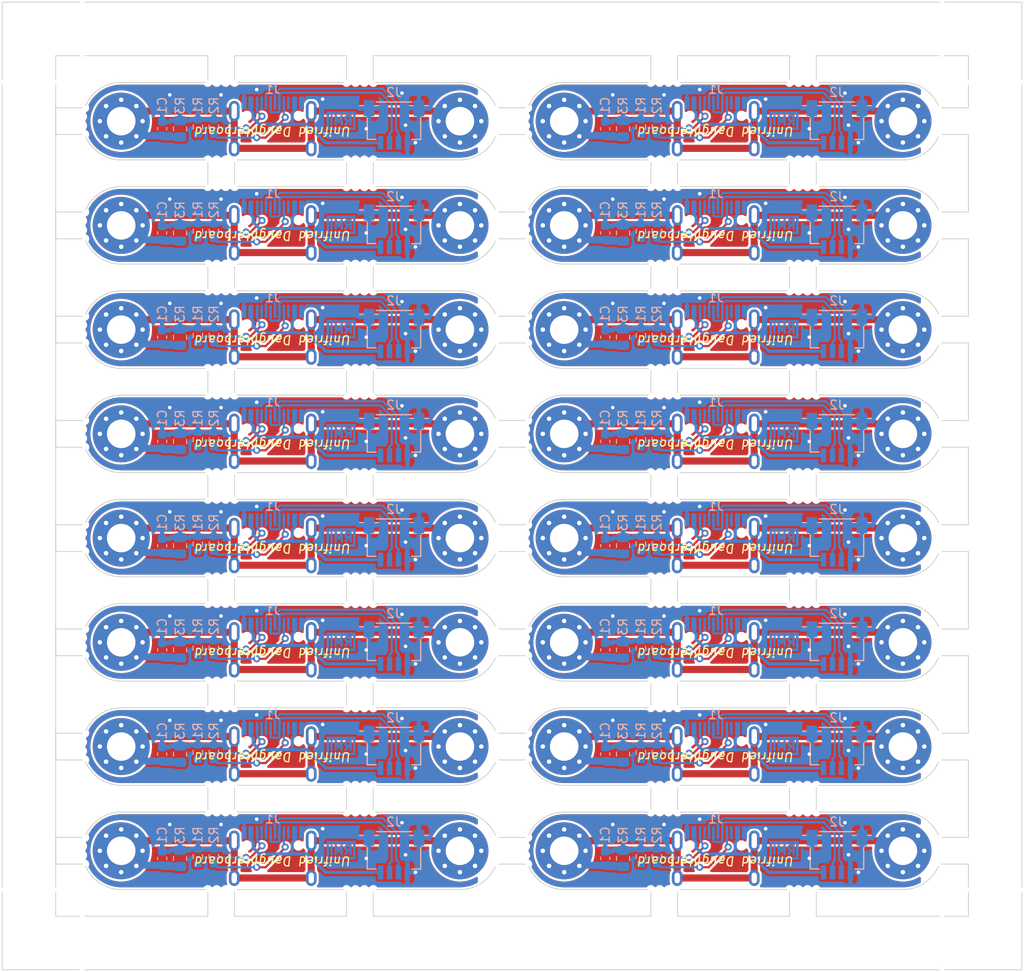
<source format=kicad_pcb>
(kicad_pcb (version 20211014) (generator pcbnew)
  (layers (0 "F.Cu" signal) (31 "B.Cu" signal) (34 "B.Paste" user) (35 "F.Paste" user) (36 "B.SilkS" user "B.Silkscreen") (37 "F.SilkS" user "F.Silkscreen") (38 "B.Mask" user) (39 "F.Mask" user) (44 "Edge.Cuts" user))
  (net 0 "")
  (net 1 "Board_1-D+")
  (net 2 "Board_1-D-")
  (net 3 "Board_1-GND")
  (net 4 "Board_1-Net-(J1-Pad10)")
  (net 5 "Board_1-Net-(J1-Pad4)")
  (net 6 "Board_1-SHIELD")
  (net 7 "Board_1-VCC")
  (net 8 "Board_2-D+")
  (net 9 "Board_2-D-")
  (net 10 "Board_2-GND")
  (net 11 "Board_2-Net-(J1-Pad10)")
  (net 12 "Board_2-Net-(J1-Pad4)")
  (net 13 "Board_2-SHIELD")
  (net 14 "Board_2-VCC")
  (net 15 "Board_3-D+")
  (net 16 "Board_3-D-")
  (net 17 "Board_3-GND")
  (net 18 "Board_3-Net-(J1-Pad10)")
  (net 19 "Board_3-Net-(J1-Pad4)")
  (net 20 "Board_3-SHIELD")
  (net 21 "Board_3-VCC")
  (net 22 "Board_4-D+")
  (net 23 "Board_4-D-")
  (net 24 "Board_4-GND")
  (net 25 "Board_4-Net-(J1-Pad10)")
  (net 26 "Board_4-Net-(J1-Pad4)")
  (net 27 "Board_4-SHIELD")
  (net 28 "Board_4-VCC")
  (net 29 "Board_5-D+")
  (net 30 "Board_5-D-")
  (net 31 "Board_5-GND")
  (net 32 "Board_5-Net-(J1-Pad10)")
  (net 33 "Board_5-Net-(J1-Pad4)")
  (net 34 "Board_5-SHIELD")
  (net 35 "Board_5-VCC")
  (net 36 "Board_6-D+")
  (net 37 "Board_6-D-")
  (net 38 "Board_6-GND")
  (net 39 "Board_6-Net-(J1-Pad10)")
  (net 40 "Board_6-Net-(J1-Pad4)")
  (net 41 "Board_6-SHIELD")
  (net 42 "Board_6-VCC")
  (net 43 "Board_7-D+")
  (net 44 "Board_7-D-")
  (net 45 "Board_7-GND")
  (net 46 "Board_7-Net-(J1-Pad10)")
  (net 47 "Board_7-Net-(J1-Pad4)")
  (net 48 "Board_7-SHIELD")
  (net 49 "Board_7-VCC")
  (net 50 "Board_8-D+")
  (net 51 "Board_8-D-")
  (net 52 "Board_8-GND")
  (net 53 "Board_8-Net-(J1-Pad10)")
  (net 54 "Board_8-Net-(J1-Pad4)")
  (net 55 "Board_8-SHIELD")
  (net 56 "Board_8-VCC")
  (net 57 "Board_9-D+")
  (net 58 "Board_9-D-")
  (net 59 "Board_9-GND")
  (net 60 "Board_9-Net-(J1-Pad10)")
  (net 61 "Board_9-Net-(J1-Pad4)")
  (net 62 "Board_9-SHIELD")
  (net 63 "Board_9-VCC")
  (net 64 "Board_10-D+")
  (net 65 "Board_10-D-")
  (net 66 "Board_10-GND")
  (net 67 "Board_10-Net-(J1-Pad10)")
  (net 68 "Board_10-Net-(J1-Pad4)")
  (net 69 "Board_10-SHIELD")
  (net 70 "Board_10-VCC")
  (net 71 "Board_11-D+")
  (net 72 "Board_11-D-")
  (net 73 "Board_11-GND")
  (net 74 "Board_11-Net-(J1-Pad10)")
  (net 75 "Board_11-Net-(J1-Pad4)")
  (net 76 "Board_11-SHIELD")
  (net 77 "Board_11-VCC")
  (net 78 "Board_12-D+")
  (net 79 "Board_12-D-")
  (net 80 "Board_12-GND")
  (net 81 "Board_12-Net-(J1-Pad10)")
  (net 82 "Board_12-Net-(J1-Pad4)")
  (net 83 "Board_12-SHIELD")
  (net 84 "Board_12-VCC")
  (net 85 "Board_13-D+")
  (net 86 "Board_13-D-")
  (net 87 "Board_13-GND")
  (net 88 "Board_13-Net-(J1-Pad10)")
  (net 89 "Board_13-Net-(J1-Pad4)")
  (net 90 "Board_13-SHIELD")
  (net 91 "Board_13-VCC")
  (net 92 "Board_14-D+")
  (net 93 "Board_14-D-")
  (net 94 "Board_14-GND")
  (net 95 "Board_14-Net-(J1-Pad10)")
  (net 96 "Board_14-Net-(J1-Pad4)")
  (net 97 "Board_14-SHIELD")
  (net 98 "Board_14-VCC")
  (net 99 "Board_0-D+")
  (net 100 "Board_0-D-")
  (net 101 "Board_0-GND")
  (net 102 "Board_0-Net-(J1-Pad10)")
  (net 103 "Board_0-Net-(J1-Pad4)")
  (net 104 "Board_0-SHIELD")
  (net 105 "Board_0-VCC")
  (net 106 "Board_15-D+")
  (net 107 "Board_15-D-")
  (net 108 "Board_15-GND")
  (net 109 "Board_15-Net-(J1-Pad10)")
  (net 110 "Board_15-Net-(J1-Pad4)")
  (net 111 "Board_15-SHIELD")
  (net 112 "Board_15-VCC")
  (footprint "NPTH" (layer "F.Cu") (at 90.765765 70.8)
    (fp_text reference "REF**" hide)
    (fp_text value "NPTH" hide)
  )
  (footprint "NPTH" (layer "F.Cu") (at 90.765765 24)
    (fp_text reference "REF**" hide)
    (fp_text value "NPTH" hide)
  )
  (footprint "NPTH" (layer "F.Cu") (at 24.029255 62.940601)
    (fp_text reference "REF**" hide)
    (fp_text value "NPTH" hide)
  )
  (footprint "NPTH" (layer "F.Cu") (at 123.397295 24)
    (fp_text reference "REF**" hide)
    (fp_text value "NPTH" hide)
  )
  (footprint "NPTH" (layer "F.Cu") (at 41.065765 35.7)
    (fp_text reference "REF**" hide)
    (fp_text value "NPTH" hide)
  )
  (footprint "NPTH" (layer "F.Cu") (at 55.63153 94.2)
    (fp_text reference "REF**" hide)
    (fp_text value "NPTH" hide)
  )
  (footprint "NPTH" (layer "F.Cu") (at 40.065765 82.5)
    (fp_text reference "REF**" hide)
    (fp_text value "NPTH" hide)
  )
  (footprint "NPTH" (layer "F.Cu") (at 120.36804 74.640601)
    (fp_text reference "REF**" hide)
    (fp_text value "NPTH" hide)
  )
  (footprint "NPTH" (layer "F.Cu") (at 24 122.742857)
    (fp_text reference "REF**" hide)
    (fp_text value "NPTH" hide)
  )
  (footprint "NPTH" (layer "F.Cu") (at 120.36804 75.659398)
    (fp_text reference "REF**" hide)
    (fp_text value "NPTH" hide)
  )
  (footprint "NPTH" (layer "F.Cu") (at 73.729255 87.359398)
    (fp_text reference "REF**" hide)
    (fp_text value "NPTH" hide)
  )
  (footprint "NPTH" (layer "F.Cu") (at 41.065765 24)
    (fp_text reference "REF**" hide)
    (fp_text value "NPTH" hide)
  )
  (footprint "NPTH" (layer "F.Cu") (at 90.765765 35.7)
    (fp_text reference "REF**" hide)
    (fp_text value "NPTH" hide)
  )
  (footprint "MountingHole:MountingHole_3.2mm_M3_Pad_Via" (layer "F.Cu") (at 66.348648 51.75 180)
    (fp_text reference "MH1" hide)
    (fp_text value "Mount-M2")
  )
  (footprint "NPTH" (layer "F.Cu") (at 56.63153 56.1)
    (fp_text reference "REF**" hide)
    (fp_text value "NPTH" hide)
  )
  (footprint "NPTH" (layer "F.Cu") (at 54.63153 102.9)
    (fp_text reference "REF**" hide)
    (fp_text value "NPTH" hide)
  )
  (footprint "NPTH" (layer "F.Cu") (at 56.63153 47.4)
    (fp_text reference "REF**" hide)
    (fp_text value "NPTH" hide)
  )
  (footprint "NPTH" (layer "F.Cu") (at 24 117.6)
    (fp_text reference "REF**" hide)
    (fp_text value "NPTH" hide)
  )
  (footprint "NPTH" (layer "F.Cu") (at 70.430427 108.75)
    (fp_text reference "REF**" hide)
    (fp_text value "NPTH" hide)
  )
  (footprint "NPTH" (layer "F.Cu") (at 104.33153 114.6)
    (fp_text reference "REF**" hide)
    (fp_text value "NPTH" hide)
  )
  (footprint "NPTH" (layer "F.Cu") (at 24 123.6)
    (fp_text reference "REF**" hide)
    (fp_text value "NPTH" hide)
  )
  (footprint "NPTH" (layer "F.Cu") (at 87.765765 67.8)
    (fp_text reference "REF**" hide)
    (fp_text value "NPTH" hide)
  )
  (footprint "NPTH" (layer "F.Cu") (at 24.266868 61.95)
    (fp_text reference "REF**" hide)
    (fp_text value "NPTH" hide)
  )
  (footprint "NPTH" (layer "F.Cu") (at 127.683009 114.6)
    (fp_text reference "REF**" hide)
    (fp_text value "NPTH" hide)
  )
  (footprint "NPTH" (layer "F.Cu") (at 120.36804 39.540601)
    (fp_text reference "REF**" hide)
    (fp_text value "NPTH" hide)
  )
  (footprint "NPTH" (layer "F.Cu") (at 24 21)
    (fp_text reference "REF**" hide)
    (fp_text value "NPTH" hide)
  )
  (footprint "NPTH" (layer "F.Cu") (at 73.966868 53.25)
    (fp_text reference "REF**" hide)
    (fp_text value "NPTH" hide)
  )
  (footprint "NPTH" (layer "F.Cu") (at 120.130427 85.35)
    (fp_text reference "REF**" hide)
    (fp_text value "NPTH" hide)
  )
  (footprint "NPTH" (layer "F.Cu") (at 54.63153 67.8)
    (fp_text reference "REF**" hide)
    (fp_text value "NPTH" hide)
  )
  (footprint "NPTH" (layer "F.Cu") (at 105.33153 67.8)
    (fp_text reference "REF**" hide)
    (fp_text value "NPTH" hide)
  )
  (footprint "NPTH" (layer "F.Cu") (at 120.36804 28.859398)
    (fp_text reference "REF**" hide)
    (fp_text value "NPTH" hide)
  )
  (footprint "NPTH" (layer "F.Cu") (at 88.765765 32.7)
    (fp_text reference "REF**" hide)
    (fp_text value "NPTH" hide)
  )
  (footprint "NPTH" (layer "F.Cu") (at 120.36804 63.959398)
    (fp_text reference "REF**" hide)
    (fp_text value "NPTH" hide)
  )
  (footprint "NPTH" (layer "F.Cu") (at 15.857142 114.6)
    (fp_text reference "REF**" hide)
    (fp_text value "NPTH" hide)
  )
  (footprint "NPTH" (layer "F.Cu") (at 54.63153 59.1)
    (fp_text reference "REF**" hide)
    (fp_text value "NPTH" hide)
  )
  (footprint "NPTH" (layer "F.Cu") (at 53.63153 82.5)
    (fp_text reference "REF**" hide)
    (fp_text value "NPTH" hide)
  )
  (footprint "NPTH" (layer "F.Cu") (at 39.065765 56.1)
    (fp_text reference "REF**" hide)
    (fp_text value "NPTH" hide)
  )
  (footprint "NPTH" (layer "F.Cu") (at 70.430427 73.65)
    (fp_text reference "REF**" hide)
    (fp_text value "NPTH" hide)
  )
  (footprint "NPTH" (layer "F.Cu") (at 120.36804 27.840601)
    (fp_text reference "REF**" hide)
    (fp_text value "NPTH" hide)
  )
  (footprint "NPTH" (layer "F.Cu") (at 73.729255 110.759398)
    (fp_text reference "REF**" hide)
    (fp_text value "NPTH" hide)
  )
  (footprint "NPTH" (layer "F.Cu") (at 73.729255 74.640601)
    (fp_text reference "REF**" hide)
    (fp_text value "NPTH" hide)
  )
  (footprint "NPTH" (layer "F.Cu") (at 16.714285 114.6)
    (fp_text reference "REF**" hide)
    (fp_text value "NPTH" hide)
  )
  (footprint "NPTH" (layer "F.Cu") (at 120.397295 121.885714)
    (fp_text reference "REF**" hide)
    (fp_text value "NPTH" hide)
  )
  (footprint "NPTH" (layer "F.Cu") (at 73.966868 73.65)
    (fp_text reference "REF**" hide)
    (fp_text value "NPTH" hide)
  )
  (footprint "NPTH" (layer "F.Cu") (at 87.765765 47.4)
    (fp_text reference "REF**" hide)
    (fp_text value "NPTH" hide)
  )
  (footprint "NPTH" (layer "F.Cu") (at 55.63153 67.8)
    (fp_text reference "REF**" hide)
    (fp_text value "NPTH" hide)
  )
  (footprint "NPTH" (layer "F.Cu") (at 24.266868 50.25)
    (fp_text reference "REF**" hide)
    (fp_text value "NPTH" hide)
  )
  (footprint "NPTH" (layer "F.Cu") (at 55.63153 47.4)
    (fp_text reference "REF**" hide)
    (fp_text value "NPTH" hide)
  )
  (footprint "MountingHole:MountingHole_3.2mm_M3_Pad_Via" (layer "F.Cu") (at 28.348648 40.05 180)
    (fp_text reference "MH2" hide)
    (fp_text value "Mount-M2")
  )
  (footprint "NPTH" (layer "F.Cu") (at 39.065765 24)
    (fp_text reference "REF**" hide)
    (fp_text value "NPTH" hide)
  )
  (footprint "NPTH" (layer "F.Cu") (at 120.397295 19.285714)
    (fp_text reference "REF**" hide)
    (fp_text value "NPTH" hide)
  )
  (footprint "NPTH" (layer "F.Cu") (at 70.66804 40.559398)
    (fp_text reference "REF**" hide)
    (fp_text value "NPTH" hide)
  )
  (footprint "NPTH" (layer "F.Cu") (at 103.33153 70.8)
    (fp_text reference "REF**" hide)
    (fp_text value "NPTH" hide)
  )
  (footprint "NPTH" (layer "F.Cu") (at 55.63153 70.8)
    (fp_text reference "REF**" hide)
    (fp_text value "NPTH" hide)
  )
  (footprint "NPTH" (layer "F.Cu") (at 24.266868 26.85)
    (fp_text reference "REF**" hide)
    (fp_text value "NPTH" hide)
  )
  (footprint "NPTH" (layer "F.Cu") (at 56.63153 114.6)
    (fp_text reference "REF**" hide)
    (fp_text value "NPTH" hide)
  )
  (footprint "NPTH" (layer "F.Cu") (at 39.065765 102.9)
    (fp_text reference "REF**" hide)
    (fp_text value "NPTH" hide)
  )
  (footprint "NPTH" (layer "F.Cu") (at 88.765765 35.7)
    (fp_text reference "REF**" hide)
    (fp_text value "NPTH" hide)
  )
  (footprint "NPTH" (layer "F.Cu") (at 105.33153 105.9)
    (fp_text reference "REF**" hide)
    (fp_text value "NPTH" hide)
  )
  (footprint "NPTH" (layer "F.Cu") (at 89.765765 59.1)
    (fp_text reference "REF**" hide)
    (fp_text value "NPTH" hide)
  )
  (footprint "NPTH" (layer "F.Cu") (at 39.065765 94.2)
    (fp_text reference "REF**" hide)
    (fp_text value "NPTH" hide)
  )
  (footprint "NPTH" (layer "F.Cu") (at 104.33153 94.2)
    (fp_text reference "REF**" hide)
    (fp_text value "NPTH" hide)
  )
  (footprint "NPTH" (layer "F.Cu") (at 24 19.285714)
    (fp_text reference "REF**" hide)
    (fp_text value "NPTH" hide)
  )
  (footprint "NPTH" (layer "F.Cu") (at 104.33153 56.1)
    (fp_text reference "REF**" hide)
    (fp_text value "NPTH" hide)
  )
  (footprint "NPTH" (layer "F.Cu") (at 38.065765 59.1)
    (fp_text reference "REF**" hide)
    (fp_text value "NPTH" hide)
  )
  (footprint "NPTH" (layer "F.Cu") (at 128.540152 114.6)
    (fp_text reference "REF**" hide)
    (fp_text value "NPTH" hide)
  )
  (footprint "NPTH" (layer "F.Cu") (at 56.63153 94.2)
    (fp_text reference "REF**" hide)
    (fp_text value "NPTH" hide)
  )
  (footprint "NPTH" (layer "F.Cu") (at 56.63153 105.9)
    (fp_text reference "REF**" hide)
    (fp_text value "NPTH" hide)
  )
  (footprint "NPTH" (layer "F.Cu") (at 105.33153 102.9)
    (fp_text reference "REF**" hide)
    (fp_text value "NPTH" hide)
  )
  (footprint "NPTH" (layer "F.Cu") (at 73.966868 108.75)
    (fp_text reference "REF**" hide)
    (fp_text value "NPTH" hide)
  )
  (footprint "MountingHole:MountingHole_3.2mm_M3_Pad_Via" (layer "F.Cu") (at 66.348648 28.35 180)
    (fp_text reference "MH1" hide)
    (fp_text value "Mount-M2")
  )
  (footprint "NPTH" (layer "F.Cu") (at 41.065765 114.6)
    (fp_text reference "REF**" hide)
    (fp_text value "NPTH" hide)
  )
  (footprint "NPTH" (layer "F.Cu") (at 70.430427 85.35)
    (fp_text reference "REF**" hide)
    (fp_text value "NPTH" hide)
  )
  (footprint "NPTH" (layer "F.Cu") (at 125.11158 24)
    (fp_text reference "REF**" hide)
    (fp_text value "NPTH" hide)
  )
  (footprint "NPTH" (layer "F.Cu") (at 55.63153 35.7)
    (fp_text reference "REF**" hide)
    (fp_text value "NPTH" hide)
  )
  (footprint "NPTH" (layer "F.Cu") (at 126.825866 114.6)
    (fp_text reference "REF**" hide)
    (fp_text value "NPTH" hide)
  )
  (footprint "NPTH" (layer "F.Cu") (at 41.065765 70.8)
    (fp_text reference "REF**" hide)
    (fp_text value "NPTH" hide)
  )
  (footprint "NPTH" (layer "F.Cu") (at 56.63153 70.8)
    (fp_text reference "REF**" hide)
    (fp_text value "NPTH" hide)
  )
  (footprint "NPTH" (layer "F.Cu") (at 88.765765 91.2)
    (fp_text reference "REF**" hide)
    (fp_text value "NPTH" hide)
  )
  (footprint "NPTH" (layer "F.Cu") (at 53.63153 94.2)
    (fp_text reference "REF**" hide)
    (fp_text value "NPTH" hide)
  )
  (footprint "NPTH" (layer "F.Cu") (at 17.571428 24)
    (fp_text reference "REF**" hide)
    (fp_text value "NPTH" hide)
  )
  (footprint "NPTH" (layer "F.Cu") (at 24.029255 39.540601)
    (fp_text reference "REF**" hide)
    (fp_text value "NPTH" hide)
  )
  (footprint "NPTH" (layer "F.Cu") (at 70.430427 50.25)
    (fp_text reference "REF**" hide)
    (fp_text value "NPTH" hide)
  )
  (footprint "NPTH" (layer "F.Cu") (at 105.33153 82.5)
    (fp_text reference "REF**" hide)
    (fp_text value "NPTH" hide)
  )
  (footprint "NPTH" (layer "F.Cu") (at 73.729255 40.559398)
    (fp_text reference "REF**" hide)
    (fp_text value "NPTH" hide)
  )
  (footprint "NPTH" (layer "F.Cu") (at 87.765765 91.2)
    (fp_text reference "REF**" hide)
    (fp_text value "NPTH" hide)
  )
  (footprint "NPTH" (layer "F.Cu") (at 38.065765 70.8)
    (fp_text reference "REF**" hide)
    (fp_text value "NPTH" hide)
  )
  (footprint "NPTH" (layer "F.Cu") (at 105.33153 32.7)
    (fp_text reference "REF**" hide)
    (fp_text value "NPTH" hide)
  )
  (footprint "NPTH" (layer "F.Cu") (at 88.765765 67.8)
    (fp_text reference "REF**" hide)
    (fp_text value "NPTH" hide)
  )
  (footprint "NPTH" (layer "F.Cu") (at 38.065765 114.6)
    (fp_text reference "REF**" hide)
    (fp_text value "NPTH" hide)
  )
  (footprint "NPTH" (layer "F.Cu") (at 103.33153 94.2)
    (fp_text reference "REF**" hide)
    (fp_text value "NPTH" hide)
  )
  (footprint "NPTH" (layer "F.Cu") (at 120.397295 117.6)
    (fp_text reference "REF**" hide)
    (fp_text value "NPTH" hide)
  )
  (footprint "NPTH" (layer "F.Cu") (at 39.065765 32.7)
    (fp_text reference "REF**" hide)
    (fp_text value "NPTH" hide)
  )
  (footprint "NPTH" (layer "F.Cu") (at 41.065765 91.2)
    (fp_text reference "REF**" hide)
    (fp_text value "NPTH" hide)
  )
  (footprint "NPTH" (layer "F.Cu") (at 104.33153 102.9)
    (fp_text reference "REF**" hide)
    (fp_text value "NPTH" hide)
  )
  (footprint "MountingHole:MountingHole_3.2mm_M3_Pad_Via" (layer "F.Cu") (at 116.048648 98.55 180)
    (fp_text reference "MH1" hide)
    (fp_text value "Mount-M2")
  )
  (footprint "NPTH" (layer "F.Cu") (at 103.33153 32.7)
    (fp_text reference "REF**" hide)
    (fp_text value "NPTH" hide)
  )
  (footprint "NPTH" (layer "F.Cu") (at 120.36804 51.240601)
    (fp_text reference "REF**" hide)
    (fp_text value "NPTH" hide)
  )
  (footprint "NPTH" (layer "F.Cu") (at 39.065765 35.7)
    (fp_text reference "REF**" hide)
    (fp_text value "NPTH" hide)
  )
  (footprint "NPTH" (layer "F.Cu") (at 24.266868 108.75)
    (fp_text reference "REF**" hide)
    (fp_text value "NPTH" hide)
  )
  (footprint "NPTH" (layer "F.Cu") (at 41.065765 32.7)
    (fp_text reference "REF**" hide)
    (fp_text value "NPTH" hide)
  )
  (footprint "NPTH" (layer "F.Cu") (at 104.33153 24)
    (fp_text reference "REF**" hide)
    (fp_text value "NPTH" hide)
  )
  (footprint "NPTH" (layer "F.Cu") (at 56.63153 79.5)
    (fp_text reference "REF**" hide)
    (fp_text value "NPTH" hide)
  )
  (footprint "NPTH" (layer "F.Cu") (at 106.33153 44.4)
    (fp_text reference "REF**" hide)
    (fp_text value "NPTH" hide)
  )
  (footprint "NPTH" (layer "F.Cu") (at 105.33153 94.2)
    (fp_text reference "REF**" hide)
    (fp_text value "NPTH" hide)
  )
  (footprint "NPTH" (layer "F.Cu") (at 40.065765 79.5)
    (fp_text reference "REF**" hide)
    (fp_text value "NPTH" hide)
  )
  (footprint "NPTH" (layer "F.Cu") (at 128.540152 24)
    (fp_text reference "REF**" hide)
    (fp_text value "NPTH" hide)
  )
  (footprint "NPTH" (layer "F.Cu") (at 54.63153 35.7)
    (fp_text reference "REF**" hide)
    (fp_text value "NPTH" hide)
  )
  (footprint "NPTH" (layer "F.Cu") (at 53.63153 47.4)
    (fp_text reference "REF**" hide)
    (fp_text value "NPTH" hide)
  )
  (footprint "NPTH" (layer "F.Cu") (at 105.33153 59.1)
    (fp_text reference "REF**" hide)
    (fp_text value "NPTH" hide)
  )
  (footprint "MountingHole:MountingHole_3.2mm_M3_Pad_Via" (layer "F.Cu") (at 78.048648 40.05 180)
    (fp_text reference "MH2" hide)
    (fp_text value "Mount-M2")
  )
  (footprint "NPTH" (layer "F.Cu") (at 40.065765 35.7)
    (fp_text reference "REF**" hide)
    (fp_text value "NPTH" hide)
  )
  (footprint "NPTH" (layer "F.Cu") (at 21 114.6)
    (fp_text reference "REF**" hide)
    (fp_text value "NPTH" hide)
  )
  (footprint "NPTH" (layer "F.Cu") (at 70.66804 87.359398)
    (fp_text reference "REF**" hide)
    (fp_text value "NPTH" hide)
  )
  (footprint "NPTH" (layer "F.Cu") (at 88.765765 44.4)
    (fp_text reference "REF**" hide)
    (fp_text value "NPTH" hide)
  )
  (footprint "NPTH" (layer "F.Cu") (at 105.33153 56.1)
    (fp_text reference "REF**" hide)
    (fp_text value "NPTH" hide)
  )
  (footprint "NPTH" (layer "F.Cu") (at 38.065765 35.7)
    (fp_text reference "REF**" hide)
    (fp_text value "NPTH" hide)
  )
  (footprint "NPTH" (layer "F.Cu") (at 120.130427 53.25)
    (fp_text reference "REF**" hide)
    (fp_text value "NPTH" hide)
  )
  (footprint "NPTH" (layer "F.Cu") (at 103.33153 102.9)
    (fp_text reference "REF**" hide)
    (fp_text value "NPTH" hide)
  )
  (footprint "MountingHole:MountingHole_3.2mm_M3_Pad_Via" (layer "F.Cu") (at 116.048648 63.45 180)
    (fp_text reference "MH1" hide)
    (fp_text value "Mount-M2")
  )
  (footprint "NPTH" (layer "F.Cu") (at 40.065765 67.8)
    (fp_text reference "REF**" hide)
    (fp_text value "NPTH" hide)
  )
  (footprint "NPTH" (layer "F.Cu") (at 41.065765 94.2)
    (fp_text reference "REF**" hide)
    (fp_text value "NPTH" hide)
  )
  (footprint "NPTH" (layer "F.Cu") (at 41.065765 47.4)
    (fp_text reference "REF**" hide)
    (fp_text value "NPTH" hide)
  )
  (footprint "NPTH" (layer "F.Cu") (at 105.33153 35.7)
    (fp_text reference "REF**" hide)
    (fp_text value "NPTH" hide)
  )
  (footprint "MountingHole:MountingHole_3.2mm_M3_Pad_Via" (layer "F.Cu") (at 78.048648 51.75 180)
    (fp_text reference "MH2" hide)
    (fp_text value "Mount-M2")
  )
  (footprint "NPTH" (layer "F.Cu") (at 106.33153 94.2)
    (fp_text reference "REF**" hide)
    (fp_text value "NPTH" hide)
  )
  (footprint "NPTH" (layer "F.Cu") (at 24.266868 41.55)
    (fp_text reference "REF**" hide)
    (fp_text value "NPTH" hide)
  )
  (footprint "NPTH" (layer "F.Cu") (at 39.065765 67.8)
    (fp_text reference "REF**" hide)
    (fp_text value "NPTH" hide)
  )
  (footprint "NPTH" (layer "F.Cu") (at 105.33153 70.8)
    (fp_text reference "REF**" hide)
    (fp_text value "NPTH" hide)
  )
  (footprint "NPTH" (layer "F.Cu") (at 88.765765 94.2)
    (fp_text reference "REF**" hide)
    (fp_text value "NPTH" hide)
  )
  (footprint "NPTH" (layer "F.Cu") (at 70.66804 86.340601)
    (fp_text reference "REF**" hide)
    (fp_text value "NPTH" hide)
  )
  (footprint "NPTH" (layer "F.Cu") (at 90.765765 91.2)
    (fp_text reference "REF**" hide)
    (fp_text value "NPTH" hide)
  )
  (footprint "NPTH" (layer "F.Cu") (at 15.857142 24)
    (fp_text reference "REF**" hide)
    (fp_text value "NPTH" hide)
  )
  (footprint "NPTH" (layer "F.Cu") (at 54.63153 114.6)
    (fp_text reference "REF**" hide)
    (fp_text value "NPTH" hide)
  )
  (footprint "NPTH" (layer "F.Cu") (at 39.065765 91.2)
    (fp_text reference "REF**" hide)
    (fp_text value "NPTH" hide)
  )
  (footprint "NPTH" (layer "F.Cu") (at 104.33153 67.8)
    (fp_text reference "REF**" hide)
    (fp_text value "NPTH" hide)
  )
  (footprint "NPTH" (layer "F.Cu") (at 88.765765 82.5)
    (fp_text reference "REF**" hide)
    (fp_text value "NPTH" hide)
  )
  (footprint "MountingHole:MountingHole_3.2mm_M3_Pad_Via" (layer "F.Cu") (at 28.348648 51.75 180)
    (fp_text reference "MH2" hide)
    (fp_text value "Mount-M2")
  )
  (footprint "NPTH" (layer "F.Cu") (at 56.63153 82.5)
    (fp_text reference "REF**" hide)
    (fp_text value "NPTH" hide)
  )
  (footprint "NPTH" (layer "F.Cu") (at 53.63153 24)
    (fp_text reference "REF**" hide)
    (fp_text value "NPTH" hide)
  )
  (footprint "NPTH" (layer "F.Cu") (at 53.63153 105.9)
    (fp_text reference "REF**" hide)
    (fp_text value "NPTH" hide)
  )
  (footprint "NPTH" (layer "F.Cu") (at 40.065765 114.6)
    (fp_text reference "REF**" hide)
    (fp_text value "NPTH" hide)
  )
  (footprint "NPTH" (layer "F.Cu") (at 120.397295 18.428571)
    (fp_text reference "REF**" hide)
    (fp_text value "NPTH" hide)
  )
  (footprint "NPTH" (layer "F.Cu") (at 90.765765 59.1)
    (fp_text reference "REF**" hide)
    (fp_text value "NPTH" hide)
  )
  (footprint "NPTH" (layer "F.Cu") (at 120.397295 118.457142)
    (fp_text reference "REF**" hide)
    (fp_text value "NPTH" hide)
  )
  (footprint "NPTH" (layer "F.Cu") (at 104.33153 70.8)
    (fp_text reference "REF**" hide)
    (fp_text value "NPTH" hide)
  )
  (footprint "NPTH" (layer "F.Cu") (at 120.36804 98.040601)
    (fp_text reference "REF**" hide)
    (fp_text value "NPTH" hide)
  )
  (footprint "NPTH" (layer "F.Cu") (at 105.33153 91.2)
    (fp_text reference "REF**" hide)
    (fp_text value "NPTH" hide)
  )
  (footprint "NPTH" (layer "F.Cu") (at 106.33153 47.4)
    (fp_text reference "REF**" hide)
    (fp_text value "NPTH" hide)
  )
  (footprint "NPTH" (layer "F.Cu") (at 88.765765 70.8)
    (fp_text reference "REF**" hide)
    (fp_text value "NPTH" hide)
  )
  (footprint "NPTH" (layer "F.Cu") (at 104.33153 79.5)
    (fp_text reference "REF**" hide)
    (fp_text value "NPTH" hide)
  )
  (footprint "NPTH" (layer "F.Cu") (at 90.765765 56.1)
    (fp_text reference "REF**" hide)
    (fp_text value "NPTH" hide)
  )
  (footprint "NPTH" (layer "F.Cu") (at 41.065765 44.4)
    (fp_text reference "REF**" hide)
    (fp_text value "NPTH" hide)
  )
  (footprint "NPTH" (layer "F.Cu") (at 89.765765 105.9)
    (fp_text reference "REF**" hide)
    (fp_text value "NPTH" hide)
  )
  (footprint "MountingHole:MountingHole_3.2mm_M3_Pad_Via" (layer "F.Cu") (at 66.348648 75.15 180)
    (fp_text reference "MH1" hide)
    (fp_text value "Mount-M2")
  )
  (footprint "MountingHole:MountingHole_3.2mm_M3_Pad_Via" (layer "F.Cu") (at 66.348648 86.85 180)
    (fp_text reference "MH1" hide)
    (fp_text value "Mount-M2")
  )
  (footprint "NPTH" (layer "F.Cu") (at 120.397295 21)
    (fp_text reference "REF**" hide)
    (fp_text value "NPTH" hide)
  )
  (footprint "MountingHole:MountingHole_3.2mm_M3_Pad_Via" (layer "F.Cu") (at 66.348648 98.55 180)
    (fp_text reference "MH1" hide)
    (fp_text value "Mount-M2")
  )
  (footprint "NPTH" (layer "F.Cu") (at 41.065765 67.8)
    (fp_text reference "REF**" hide)
    (fp_text value "NPTH" hide)
  )
  (footprint "NPTH" (layer "F.Cu") (at 39.065765 70.8)
    (fp_text reference "REF**" hide)
    (fp_text value "NPTH" hide)
  )
  (footprint "NPTH" (layer "F.Cu") (at 53.63153 70.8)
    (fp_text reference "REF**" hide)
    (fp_text value "NPTH" hide)
  )
  (footprint "NPTH" (layer "F.Cu") (at 106.33153 114.6)
    (fp_text reference "REF**" hide)
    (fp_text value "NPTH" hide)
  )
  (footprint "NPTH" (layer "F.Cu") (at 53.63153 79.5)
    (fp_text reference "REF**" hide)
    (fp_text value "NPTH" hide)
  )
  (footprint "NPTH" (layer "F.Cu") (at 40.065765 70.8)
    (fp_text reference "REF**" hide)
    (fp_text value "NPTH" hide)
  )
  (footprint "MountingHole:MountingHole_3.2mm_M3_Pad_Via" (layer "F.Cu") (at 78.048648 63.45 180)
    (fp_text reference "MH2" hide)
    (fp_text value "Mount-M2")
  )
  (footprint "NPTH" (layer "F.Cu") (at 73.966868 64.95)
    (fp_text reference "REF**" hide)
    (fp_text value "NPTH" hide)
  )
  (footprint "NPTH" (layer "F.Cu") (at 104.33153 91.2)
    (fp_text reference "REF**" hide)
    (fp_text value "NPTH" hide)
  )
  (footprint "NPTH" (layer "F.Cu") (at 73.729255 62.940601)
    (fp_text reference "REF**" hide)
    (fp_text value "NPTH" hide)
  )
  (footprint "NPTH" (layer "F.Cu") (at 87.765765 105.9)
    (fp_text reference "REF**" hide)
    (fp_text value "NPTH" hide)
  )
  (footprint "NPTH" (layer "F.Cu") (at 120.36804 62.940601)
    (fp_text reference "REF**" hide)
    (fp_text value "NPTH" hide)
  )
  (footprint "NPTH" (layer "F.Cu") (at 56.63153 44.4)
    (fp_text reference "REF**" hide)
    (fp_text value "NPTH" hide)
  )
  (footprint "NPTH" (layer "F.Cu") (at 104.33153 59.1)
    (fp_text reference "REF**" hide)
    (fp_text value "NPTH" hide)
  )
  (footprint "NPTH" (layer "F.Cu") (at 40.065765 94.2)
    (fp_text reference "REF**" hide)
    (fp_text value "NPTH" hide)
  )
  (footprint "NPTH" (layer "F.Cu") (at 56.63153 91.2)
    (fp_text reference "REF**" hide)
    (fp_text value "NPTH" hide)
  )
  (footprint "NPTH" (layer "F.Cu") (at 70.430427 26.85)
    (fp_text reference "REF**" hide)
    (fp_text value "NPTH" hide)
  )
  (footprint "NPTH" (layer "F.Cu") (at 120.36804 99.059398)
    (fp_text reference "REF**" hide)
    (fp_text value "NPTH" hide)
  )
  (footprint "NPTH" (layer "F.Cu") (at 73.966868 76.65)
    (fp_text reference "REF**" hide)
    (fp_text value "NPTH" hide)
  )
  (footprint "NPTH" (layer "F.Cu") (at 120.130427 111.75)
    (fp_text reference "REF**" hide)
    (fp_text value "NPTH" hide)
  )
  (footprint "NPTH" (layer "F.Cu") (at 53.63153 56.1)
    (fp_text reference "REF**" hide)
    (fp_text value "NPTH" hide)
  )
  (footprint "NPTH" (layer "F.Cu") (at 24.029255 109.740601)
    (fp_text reference "REF**" hide)
    (fp_text value "NPTH" hide)
  )
  (footprint "NPTH" (layer "F.Cu") (at 120.36804 110.759398)
    (fp_text reference "REF**" hide)
    (fp_text value "NPTH" hide)
  )
  (footprint "NPTH" (layer "F.Cu") (at 88.765765 47.4)
    (fp_text reference "REF**" hide)
    (fp_text value "NPTH" hide)
  )
  (footprint "NPTH" (layer "F.Cu") (at 89.765765 114.6)
    (fp_text reference "REF**" hide)
    (fp_text value "NPTH" hide)
  )
  (footprint "NPTH" (layer "F.Cu") (at 87.765765 59.1)
    (fp_text reference "REF**" hide)
    (fp_text value "NPTH" hide)
  )
  (footprint "NPTH" (layer "F.Cu") (at 73.729255 98.040601)
    (fp_text reference "REF**" hide)
    (fp_text value "NPTH" hide)
  )
  (footprint "NPTH" (layer "F.Cu") (at 127.683009 24)
    (fp_text reference "REF**" hide)
    (fp_text value "NPTH" hide)
  )
  (footprint "NPTH" (layer "F.Cu") (at 120.36804 40.559398)
    (fp_text reference "REF**" hide)
    (fp_text value "NPTH" hide)
  )
  (footprint "NPTH" (layer "F.Cu") (at 105.33153 44.4)
    (fp_text reference "REF**" hide)
    (fp_text value "NPTH" hide)
  )
  (footprint "NPTH" (layer "F.Cu") (at 103.33153 67.8)
    (fp_text reference "REF**" hide)
    (fp_text value "NPTH" hide)
  )
  (footprint "NPTH" (layer "F.Cu") (at 39.065765 114.6)
    (fp_text reference "REF**" hide)
    (fp_text value "NPTH" hide)
  )
  (footprint "MountingHole:MountingHole_3.2mm_M3_Pad_Via" (layer "F.Cu") (at 28.348648 63.45 180)
    (fp_text reference "MH2" hide)
    (fp_text value "Mount-M2")
  )
  (footprint "NPTH" (layer "F.Cu") (at 40.065765 105.9)
    (fp_text reference "REF**" hide)
    (fp_text value "NPTH" hide)
  )
  (footprint "NPTH" (layer "F.Cu") (at 70.66804 110.759398)
    (fp_text reference "REF**" hide)
    (fp_text value "NPTH" hide)
  )
  (footprint "NPTH" (layer "F.Cu") (at 24.266868 73.65)
    (fp_text reference "REF**" hide)
    (fp_text value "NPTH" hide)
  )
  (footprint "NPTH" (layer "F.Cu") (at 39.065765 105.9)
    (fp_text reference "REF**" hide)
    (fp_text value "NPTH" hide)
  )
  (footprint "NPTH" (layer "F.Cu") (at 38.065765 32.7)
    (fp_text reference "REF**" hide)
    (fp_text value "NPTH" hide)
  )
  (footprint "NPTH" (layer "F.Cu") (at 38.065765 102.9)
    (fp_text reference "REF**" hide)
    (fp_text value "NPTH" hide)
  )
  (footprint "NPTH" (layer "F.Cu") (at 73.966868 38.55)
    (fp_text reference "REF**" hide)
    (fp_text value "NPTH" hide)
  )
  (footprint "NPTH" (layer "F.Cu") (at 41.065765 82.5)
    (fp_text reference "REF**" hide)
    (fp_text value "NPTH" hide)
  )
  (footprint "MountingHole:MountingHole_3.2mm_M3_Pad_Via" (layer "F.Cu") (at 78.048648 110.25 180)
    (fp_text reference "MH2" hide)
    (fp_text value "Mount-M2")
  )
  (footprint "NPTH" (layer "F.Cu") (at 70.430427 111.75)
    (fp_text reference "REF**" hide)
    (fp_text value "NPTH" hide)
  )
  (footprint "NPTH" (layer "F.Cu") (at 88.765765 59.1)
    (fp_text reference "REF**" hide)
    (fp_text value "NPTH" hide)
  )
  (footprint "NPTH" (layer "F.Cu") (at 38.065765 44.4)
    (fp_text reference "REF**" hide)
    (fp_text value "NPTH" hide)
  )
  (footprint "NPTH" (layer "F.Cu") (at 24.029255 87.359398)
    (fp_text reference "REF**" hide)
    (fp_text value "NPTH" hide)
  )
  (footprint "NPTH" (layer "F.Cu") (at 73.729255 109.740601)
    (fp_text reference "REF**" hide)
    (fp_text value "NPTH" hide)
  )
  (footprint "NPTH" (layer "F.Cu") (at 120.130427 38.55)
    (fp_text reference "REF**" hide)
    (fp_text value "NPTH" hide)
  )
  (footprint "MountingHole:MountingHole_3.2mm_M3_Pad_Via" (layer "F.Cu") (at 66.348648 110.25 180)
    (fp_text reference "MH1" hide)
    (fp_text value "Mount-M2")
  )
  (footprint "NPTH" (layer "F.Cu") (at 87.765765 56.1)
    (fp_text reference "REF**" hide)
    (fp_text value "NPTH" hide)
  )
  (footprint "NPTH" (layer "F.Cu") (at 16.714285 24)
    (fp_text reference "REF**" hide)
    (fp_text value "NPTH" hide)
  )
  (footprint "NPTH" (layer "F.Cu") (at 70.430427 100.05)
    (fp_text reference "REF**" hide)
    (fp_text value "NPTH" hide)
  )
  (footprint "NPTH" (layer "F.Cu") (at 70.430427 97.05)
    (fp_text reference "REF**" hide)
    (fp_text value "NPTH" hide)
  )
  (footprint "NPTH" (layer "F.Cu") (at 90.765765 47.4)
    (fp_text reference "REF**" hide)
    (fp_text value "NPTH" hide)
  )
  (footprint "NPTH" (layer "F.Cu") (at 24.266868 76.65)
    (fp_text reference "REF**" hide)
    (fp_text value "NPTH" hide)
  )
  (footprint "NPTH" (layer "F.Cu") (at 90.765765 79.5)
    (fp_text reference "REF**" hide)
    (fp_text value "NPTH" hide)
  )
  (footprint "NPTH" (layer "F.Cu") (at 103.33153 79.5)
    (fp_text reference "REF**" hide)
    (fp_text value "NPTH" hide)
  )
  (footprint "NPTH" (layer "F.Cu") (at 53.63153 44.4)
    (fp_text reference "REF**" hide)
    (fp_text value "NPTH" hide)
  )
  (footprint "NPTH" (layer "F.Cu") (at 24.029255 63.959398)
    (fp_text reference "REF**" hide)
    (fp_text value "NPTH" hide)
  )
  (footprint "NPTH" (layer "F.Cu") (at 70.66804 27.840601)
    (fp_text reference "REF**" hide)
    (fp_text value "NPTH" hide)
  )
  (footprint "NPTH" (layer "F.Cu") (at 55.63153 59.1)
    (fp_text reference "REF**" hide)
    (fp_text value "NPTH" hide)
  )
  (footprint "NPTH" (layer "F.Cu") (at 87.765765 79.5)
    (fp_text reference "REF**" hide)
    (fp_text value "NPTH" hide)
  )
  (footprint "NPTH" (layer "F.Cu") (at 87.765765 44.4)
    (fp_text reference "REF**" hide)
    (fp_text value "NPTH" hide)
  )
  (footprint "NPTH" (layer "F.Cu") (at 54.63153 47.4)
    (fp_text reference "REF**" hide)
    (fp_text value "NPTH" hide)
  )
  (footprint "NPTH" (layer "F.Cu") (at 120.397295 123.6)
    (fp_text reference "REF**" hide)
    (fp_text value "NPTH" hide)
  )
  (footprint "NPTH" (layer "F.Cu") (at 41.065765 59.1)
    (fp_text reference "REF**" hide)
    (fp_text value "NPTH" hide)
  )
  (footprint "NPTH" (layer "F.Cu") (at 53.63153 32.7)
    (fp_text reference "REF**" hide)
    (fp_text value "NPTH" hide)
  )
  (footprint "NPTH" (layer "F.Cu") (at 24 18.428571)
    (fp_text reference "REF**" hide)
    (fp_text value "NPTH" hide)
  )
  (footprint "NPTH" (layer "F.Cu") (at 55.63153 24)
    (fp_text reference "REF**" hide)
    (fp_text value "NPTH" hide)
  )
  (footprint "NPTH" (layer "F.Cu") (at 90.765765 67.8)
    (fp_text reference "REF**" hide)
    (fp_text value "NPTH" hide)
  )
  (footprint "NPTH" (layer "F.Cu") (at 24 121.885714)
    (fp_text reference "REF**" hide)
    (fp_text value "NPTH" hide)
  )
  (footprint "NPTH" (layer "F.Cu") (at 56.63153 102.9)
    (fp_text reference "REF**" hide)
    (fp_text value "NPTH" hide)
  )
  (footprint "NPTH" (layer "F.Cu") (at 70.66804 63.959398)
    (fp_text reference "REF**" hide)
    (fp_text value "NPTH" hide)
  )
  (footprint "NPTH" (layer "F.Cu") (at 70.66804 74.640601)
    (fp_text reference "REF**" hide)
    (fp_text value "NPTH" hide)
  )
  (footprint "NPTH" (layer "F.Cu") (at 103.33153 82.5)
    (fp_text reference "REF**" hide)
    (fp_text value "NPTH" hide)
  )
  (footprint "NPTH" (layer "F.Cu") (at 15 24)
    (fp_text reference "REF**" hide)
    (fp_text value "NPTH" hide)
  )
  (footprint "NPTH" (layer "F.Cu") (at 104.33153 44.4)
    (fp_text reference "REF**" hide)
    (fp_text value "NPTH" hide)
  )
  (footprint "MountingHole:MountingHole_3.2mm_M3_Pad_Via" (layer "F.Cu") (at 28.348648 98.55 180)
    (fp_text reference "MH2" hide)
    (fp_text value "Mount-M2")
  )
  (footprint "NPTH" (layer "F.Cu") (at 120.130427 108.75)
    (fp_text reference "REF**" hide)
    (fp_text value "NPTH" hide)
  )
  (footprint "NPTH" (layer "F.Cu") (at 54.63153 32.7)
    (fp_text reference "REF**" hide)
    (fp_text value "NPTH" hide)
  )
  (footprint "NPTH" (layer "F.Cu") (at 124.254437 114.6)
    (fp_text reference "REF**" hide)
    (fp_text value "NPTH" hide)
  )
  (footprint "NPTH" (layer "F.Cu") (at 73.729255 75.659398)
    (fp_text reference "REF**" hide)
    (fp_text value "NPTH" hide)
  )
  (footprint "NPTH" (layer "F.Cu") (at 24.266868 88.35)
    (fp_text reference "REF**" hide)
    (fp_text value "NPTH" hide)
  )
  (footprint "NPTH" (layer "F.Cu") (at 103.33153 47.4)
    (fp_text reference "REF**" hide)
    (fp_text value "NPTH" hide)
  )
  (footprint "NPTH" (layer "F.Cu") (at 87.765765 35.7)
    (fp_text reference "REF**" hide)
    (fp_text value "NPTH" hide)
  )
  (footprint "NPTH" (layer "F.Cu") (at 103.33153 56.1)
    (fp_text reference "REF**" hide)
    (fp_text value "NPTH" hide)
  )
  (footprint "NPTH" (layer "F.Cu") (at 38.065765 105.9)
    (fp_text reference "REF**" hide)
    (fp_text value "NPTH" hide)
  )
  (footprint "NPTH" (layer "F.Cu") (at 88.765765 102.9)
    (fp_text reference "REF**" hide)
    (fp_text value "NPTH" hide)
  )
  (footprint "NPTH" (layer "F.Cu") (at 120.130427 97.05)
    (fp_text reference "REF**" hide)
    (fp_text value "NPTH" hide)
  )
  (footprint "NPTH" (layer "F.Cu") (at 56.63153 32.7)
    (fp_text reference "REF**" hide)
    (fp_text value "NPTH" hide)
  )
  (footprint "MountingHole:MountingHole_3.2mm_M3_Pad_Via" (layer "F.Cu") (at 116.048648 110.25 180)
    (fp_text reference "MH1" hide)
    (fp_text value "Mount-M2")
  )
  (footprint "NPTH" (layer "F.Cu") (at 88.765765 114.6)
    (fp_text reference "REF**" hide)
    (fp_text value "NPTH" hide)
  )
  (footprint "NPTH" (layer "F.Cu") (at 73.966868 29.85)
    (fp_text reference "REF**" hide)
    (fp_text value "NPTH" hide)
  )
  (footprint "NPTH" (layer "F.Cu") (at 70.66804 28.859398)
    (fp_text reference "REF**" hide)
    (fp_text value "NPTH" hide)
  )
  (footprint "NPTH" (layer "F.Cu") (at 24.029255 40.559398)
    (fp_text reference "REF**" hide)
    (fp_text value "NPTH" hide)
  )
  (footprint "NPTH" (layer "F.Cu") (at 73.729255 39.540601)
    (fp_text reference "REF**" hide)
    (fp_text value "NPTH" hide)
  )
  (footprint "NPTH" (layer "F.Cu") (at 103.33153 105.9)
    (fp_text reference "REF**" hide)
    (fp_text value "NPTH" hide)
  )
  (footprint "NPTH" (layer "F.Cu") (at 70.66804 62.940601)
    (fp_text reference "REF**" hide)
    (fp_text value "NPTH" hide)
  )
  (footprint "NPTH" (layer "F.Cu") (at 24.029255 99.059398)
    (fp_text reference "REF**" hide)
    (fp_text value "NPTH" hide)
  )
  (footprint "MountingHole:MountingHole_3.2mm_M3_Pad_Via" (layer "F.Cu") (at 78.048648 86.85 180)
    (fp_text reference "MH2" hide)
    (fp_text value "Mount-M2")
  )
  (footprint "NPTH" (layer "F.Cu") (at 89.765765 24)
    (fp_text reference "REF**" hide)
    (fp_text value "NPTH" hide)
  )
  (footprint "NPTH" (layer "F.Cu") (at 70.66804 39.540601)
    (fp_text reference "REF**" hide)
    (fp_text value "NPTH" hide)
  )
  (footprint "NPTH" (layer "F.Cu") (at 70.430427 41.55)
    (fp_text reference "REF**" hide)
    (fp_text value "NPTH" hide)
  )
  (footprint "NPTH" (layer "F.Cu") (at 19.285714 24)
    (fp_text reference "REF**" hide)
    (fp_text value "NPTH" hide)
  )
  (footprint "NPTH" (layer "F.Cu") (at 38.065765 91.2)
    (fp_text reference "REF**" hide)
    (fp_text value "NPTH" hide)
  )
  (footprint "NPTH" (layer "F.Cu") (at 120.397295 20.142857)
    (fp_text reference "REF**" hide)
    (fp_text value "NPTH" hide)
  )
  (footprint "NPTH" (layer "F.Cu") (at 87.765765 102.9)
    (fp_text reference "REF**" hide)
    (fp_text value "NPTH" hide)
  )
  (footprint "NPTH" (layer "F.Cu") (at 106.33153 24)
    (fp_text reference "REF**" hide)
    (fp_text value "NPTH" hide)
  )
  (footprint "NPTH" (layer "F.Cu") (at 120.130427 88.35)
    (fp_text reference "REF**" hide)
    (fp_text value "NPTH" hide)
  )
  (footprint "NPTH" (layer "F.Cu") (at 24.266868 38.55)
    (fp_text reference "REF**" hide)
    (fp_text value "NPTH" hide)
  )
  (footprint "NPTH" (layer "F.Cu") (at 70.66804 75.659398)
    (fp_text reference "REF**" hide)
    (fp_text value "NPTH" hide)
  )
  (footprint "NPTH" (layer "F.Cu") (at 120.36804 86.340601)
    (fp_text reference "REF**" hide)
    (fp_text value "NPTH" hide)
  )
  (footprint "NPTH" (layer "F.Cu") (at 53.63153 35.7)
    (fp_text reference "REF**" hide)
    (fp_text value "NPTH" hide)
  )
  (footprint "NPTH" (layer "F.Cu") (at 120.130427 41.55)
    (fp_text reference "REF**" hide)
    (fp_text value "NPTH" hide)
  )
  (footprint "NPTH" (layer "F.Cu") (at 24 120.171428)
    (fp_text reference "REF**" hide)
    (fp_text value "NPTH" hide)
  )
  (footprint "NPTH" (layer "F.Cu") (at 89.765765 70.8)
    (fp_text reference "REF**" hide)
    (fp_text value "NPTH" hide)
  )
  (footprint "NPTH" (layer "F.Cu") (at 103.33153 44.4)
    (fp_text reference "REF**" hide)
    (fp_text value "NPTH" hide)
  )
  (footprint "NPTH" (layer "F.Cu") (at 87.765765 94.2)
    (fp_text reference "REF**" hide)
    (fp_text value "NPTH" hide)
  )
  (footprint "NPTH" (layer "F.Cu") (at 20.142857 24)
    (fp_text reference "REF**" hide)
    (fp_text value "NPTH" hide)
  )
  (footprint "NPTH" (layer "F.Cu") (at 54.63153 105.9)
    (fp_text reference "REF**" hide)
    (fp_text value "NPTH" hide)
  )
  (footprint "NPTH" (layer "F.Cu") (at 40.065765 24)
    (fp_text reference "REF**" hide)
    (fp_text value "NPTH" hide)
  )
  (footprint "NPTH" (layer "F.Cu") (at 88.765765 56.1)
    (fp_text reference "REF**" hide)
    (fp_text value "NPTH" hide)
  )
  (footprint "NPTH" (layer "F.Cu") (at 106.33153 70.8)
    (fp_text reference "REF**" hide)
    (fp_text value "NPTH" hide)
  )
  (footprint "NPTH" (layer "F.Cu") (at 73.729255 51.240601)
    (fp_text reference "REF**" hide)
    (fp_text value "NPTH" hide)
  )
  (footprint "NPTH" (layer "F.Cu") (at 90.765765 102.9)
    (fp_text reference "REF**" hide)
    (fp_text value "NPTH" hide)
  )
  (footprint "NPTH" (layer "F.Cu") (at 70.430427 38.55)
    (fp_text reference "REF**" hide)
    (fp_text value "NPTH" hide)
  )
  (footprint "NPTH" (layer "F.Cu") (at 120.130427 61.95)
    (fp_text reference "REF**" hide)
    (fp_text value "NPTH" hide)
  )
  (footprint "NPTH" (layer "F.Cu") (at 89.765765 91.2)
    (fp_text reference "REF**" hide)
    (fp_text value "NPTH" hide)
  )
  (footprint "NPTH" (layer "F.Cu") (at 55.63153 32.7)
    (fp_text reference "REF**" hide)
    (fp_text value "NPTH" hide)
  )
  (footprint "NPTH" (layer "F.Cu") (at 120.130427 64.95)
    (fp_text reference "REF**" hide)
    (fp_text value "NPTH" hide)
  )
  (footprint "NPTH" (layer "F.Cu") (at 39.065765 59.1)
    (fp_text reference "REF**" hide)
    (fp_text value "NPTH" hide)
  )
  (footprint "NPTH" (layer "F.Cu") (at 39.065765 44.4)
    (fp_text reference "REF**" hide)
    (fp_text value "NPTH" hide)
  )
  (footprint "NPTH" (layer "F.Cu") (at 56.63153 67.8)
    (fp_text reference "REF**" hide)
    (fp_text value "NPTH" hide)
  )
  (footprint "MountingHole:MountingHole_3.2mm_M3_Pad_Via" (layer "F.Cu") (at 66.348648 63.45 180)
    (fp_text reference "MH1" hide)
    (fp_text value "Mount-M2")
  )
  (footprint "NPTH" (layer "F.Cu") (at 24 20.142857)
    (fp_text reference "REF**" hide)
    (fp_text value "NPTH" hide)
  )
  (footprint "NPTH" (layer "F.Cu") (at 106.33153 59.1)
    (fp_text reference "REF**" hide)
    (fp_text value "NPTH" hide)
  )
  (footprint "NPTH" (layer "F.Cu") (at 89.765765 67.8)
    (fp_text reference "REF**" hide)
    (fp_text value "NPTH" hide)
  )
  (footprint "NPTH" (layer "F.Cu") (at 120.130427 100.05)
    (fp_text reference "REF**" hide)
    (fp_text value "NPTH" hide)
  )
  (footprint "NPTH" (layer "F.Cu") (at 120.397295 15.857142)
    (fp_text reference "REF**" hide)
    (fp_text value "NPTH" hide)
  )
  (footprint "NPTH" (layer "F.Cu") (at 123.397295 114.6)
    (fp_text reference "REF**" hide)
    (fp_text value "NPTH" hide)
  )
  (footprint "NPTH" (layer "F.Cu") (at 90.765765 105.9)
    (fp_text reference "REF**" hide)
    (fp_text value "NPTH" hide)
  )
  (footprint "NPTH" (layer "F.Cu") (at 54.63153 79.5)
    (fp_text reference "REF**" hide)
    (fp_text value "NPTH" hide)
  )
  (footprint "NPTH" (layer "F.Cu") (at 106.33153 79.5)
    (fp_text reference "REF**" hide)
    (fp_text value "NPTH" hide)
  )
  (footprint "NPTH" (layer "F.Cu") (at 70.66804 99.059398)
    (fp_text reference "REF**" hide)
    (fp_text value "NPTH" hide)
  )
  (footprint "NPTH" (layer "F.Cu") (at 73.966868 97.05)
    (fp_text reference "REF**" hide)
    (fp_text value "NPTH" hide)
  )
  (footprint "MountingHole:MountingHole_3.2mm_M3_Pad_Via" (layer "F.Cu") (at 28.348648 75.15 180)
    (fp_text reference "MH2" hide)
    (fp_text value "Mount-M2")
  )
  (footprint "NPTH" (layer "F.Cu") (at 73.966868 111.75)
    (fp_text reference "REF**" hide)
    (fp_text value "NPTH" hide)
  )
  (footprint "MountingHole:MountingHole_3.2mm_M3_Pad_Via" (layer "F.Cu") (at 66.348648 40.05 180)
    (fp_text reference "MH1" hide)
    (fp_text value "Mount-M2")
  )
  (footprint "NPTH" (layer "F.Cu") (at 41.065765 56.1)
    (fp_text reference "REF**" hide)
    (fp_text value "NPTH" hide)
  )
  (footprint "NPTH" (layer "F.Cu") (at 73.966868 26.85)
    (fp_text reference "REF**" hide)
    (fp_text value "NPTH" hide)
  )
  (footprint "MountingHole:MountingHole_3.2mm_M3_Pad_Via" (layer "F.Cu") (at 116.048648 86.85 180)
    (fp_text reference "MH1" hide)
    (fp_text value "Mount-M2")
  )
  (footprint "NPTH" (layer "F.Cu") (at 21 24)
    (fp_text reference "REF**" hide)
    (fp_text value "NPTH" hide)
  )
  (footprint "NPTH" (layer "F.Cu") (at 125.968723 114.6)
    (fp_text reference "REF**" hide)
    (fp_text value "NPTH" hide)
  )
  (footprint "NPTH" (layer "F.Cu") (at 105.33153 79.5)
    (fp_text reference "REF**" hide)
    (fp_text value "NPTH" hide)
  )
  (footprint "NPTH" (layer "F.Cu") (at 106.33153 35.7)
    (fp_text reference "REF**" hide)
    (fp_text value "NPTH" hide)
  )
  (footprint "NPTH" (layer "F.Cu") (at 55.63153 56.1)
    (fp_text reference "REF**" hide)
    (fp_text value "NPTH" hide)
  )
  (footprint "NPTH" (layer "F.Cu") (at 40.065765 32.7)
    (fp_text reference "REF**" hide)
    (fp_text value "NPTH" hide)
  )
  (footprint "NPTH" (layer "F.Cu") (at 73.966868 61.95)
    (fp_text reference "REF**" hide)
    (fp_text value "NPTH" hide)
  )
  (footprint "MountingHole:MountingHole_3.2mm_M3_Pad_Via" (layer "F.Cu") (at 28.348648 86.85 180)
    (fp_text reference "MH2" hide)
    (fp_text value "Mount-M2")
  )
  (footprint "NPTH" (layer "F.Cu") (at 87.765765 24)
    (fp_text reference "REF**" hide)
    (fp_text value "NPTH" hide)
  )
  (footprint "NPTH" (layer "F.Cu") (at 87.765765 82.5)
    (fp_text reference "REF**" hide)
    (fp_text value "NPTH" hide)
  )
  (footprint "NPTH" (layer "F.Cu") (at 38.065765 24)
    (fp_text reference "REF**" hide)
    (fp_text value "NPTH" hide)
  )
  (footprint "NPTH" (layer "F.Cu") (at 120.36804 109.740601)
    (fp_text reference "REF**" hide)
    (fp_text value "NPTH" hide)
  )
  (footprint "NPTH" (layer "F.Cu") (at 103.33153 59.1)
    (fp_text reference "REF**" hide)
    (fp_text value "NPTH" hide)
  )
  (footprint "NPTH" (layer "F.Cu") (at 103.33153 35.7)
    (fp_text reference "REF**" hide)
    (fp_text value "NPTH" hide)
  )
  (footprint "NPTH" (layer "F.Cu") (at 24.266868 64.95)
    (fp_text reference "REF**" hide)
    (fp_text value "NPTH" hide)
  )
  (footprint "NPTH" (layer "F.Cu") (at 120.130427 50.25)
    (fp_text reference "REF**" hide)
    (fp_text value "NPTH" hide)
  )
  (footprint "NPTH" (layer "F.Cu") (at 88.765765 24)
    (fp_text reference "REF**" hide)
    (fp_text value "NPTH" hide)
  )
  (footprint "NPTH" (layer "F.Cu") (at 24 15)
    (fp_text reference "REF**" hide)
    (fp_text value "NPTH" hide)
  )
  (footprint "MountingHole:MountingHole_3.2mm_M3_Pad_Via" (layer "F.Cu") (at 116.048648 75.15 180)
    (fp_text reference "MH1" hide)
    (fp_text value "Mount-M2")
  )
  (footprint "NPTH" (layer "F.Cu") (at 40.065765 47.4)
    (fp_text reference "REF**" hide)
    (fp_text value "NPTH" hide)
  )
  (footprint "NPTH" (layer "F.Cu") (at 89.765765 79.5)
    (fp_text reference "REF**" hide)
    (fp_text value "NPTH" hide)
  )
  (footprint "NPTH" (layer "F.Cu") (at 120.130427 29.85)
    (fp_text reference "REF**" hide)
    (fp_text value "NPTH" hide)
  )
  (footprint "MountingHole:MountingHole_3.2mm_M3_Pad_Via" (layer "F.Cu") (at 116.048648 28.35 180)
    (fp_text reference "MH1" hide)
    (fp_text value "Mount-M2")
  )
  (footprint "MountingHole:MountingHole_3.2mm_M3_Pad_Via" (layer "F.Cu") (at 78.048648 98.55 180)
    (fp_text reference "MH2" hide)
    (fp_text value "Mount-M2")
  )
  (footprint "NPTH" (layer "F.Cu") (at 106.33153 56.1)
    (fp_text reference "REF**" hide)
    (fp_text value "NPTH" hide)
  )
  (footprint "NPTH" (layer "F.Cu") (at 120.130427 73.65)
    (fp_text reference "REF**" hide)
    (fp_text value "NPTH" hide)
  )
  (footprint "NPTH" (layer "F.Cu") (at 88.765765 105.9)
    (fp_text reference "REF**" hide)
    (fp_text value "NPTH" hide)
  )
  (footprint "NPTH" (layer "F.Cu") (at 41.065765 102.9)
    (fp_text reference "REF**" hide)
    (fp_text value "NPTH" hide)
  )
  (footprint "NPTH" (layer "F.Cu") (at 54.63153 56.1)
    (fp_text reference "REF**" hide)
    (fp_text value "NPTH" hide)
  )
  (footprint "NPTH" (layer "F.Cu") (at 55.63153 44.4)
    (fp_text reference "REF**" hide)
    (fp_text value "NPTH" hide)
  )
  (footprint "NPTH" (layer "F.Cu") (at 73.729255 86.340601)
    (fp_text reference "REF**" hide)
    (fp_text value "NPTH" hide)
  )
  (footprint "NPTH" (layer "F.Cu") (at 55.63153 105.9)
    (fp_text reference "REF**" hide)
    (fp_text value "NPTH" hide)
  )
  (footprint "NPTH" (layer "F.Cu") (at 24.266868 100.05)
    (fp_text reference "REF**" hide)
    (fp_text value "NPTH" hide)
  )
  (footprint "NPTH" (layer "F.Cu") (at 54.63153 91.2)
    (fp_text reference "REF**" hide)
    (fp_text value "NPTH" hide)
  )
  (footprint "MountingHole:MountingHole_3.2mm_M3_Pad_Via" (layer "F.Cu") (at 116.048648 40.05 180)
    (fp_text reference "MH1" hide)
    (fp_text value "Mount-M2")
  )
  (footprint "NPTH" (layer "F.Cu") (at 89.765765 32.7)
    (fp_text reference "REF**" hide)
    (fp_text value "NPTH" hide)
  )
  (footprint "NPTH" (layer "F.Cu") (at 24.029255 98.040601)
    (fp_text reference "REF**" hide)
    (fp_text value "NPTH" hide)
  )
  (footprint "NPTH" (layer "F.Cu") (at 53.63153 67.8)
    (fp_text reference "REF**" hide)
    (fp_text value "NPTH" hide)
  )
  (footprint "MountingHole:MountingHole_3.2mm_M3_Pad_Via" (layer "F.Cu") (at 78.048648 28.35 180)
    (fp_text reference "MH2" hide)
    (fp_text value "Mount-M2")
  )
  (footprint "NPTH" (layer "F.Cu") (at 124.254437 24)
    (fp_text reference "REF**" hide)
    (fp_text value "NPTH" hide)
  )
  (footprint "NPTH" (layer "F.Cu") (at 73.966868 85.35)
    (fp_text reference "REF**" hide)
    (fp_text value "NPTH" hide)
  )
  (footprint "NPTH" (layer "F.Cu") (at 56.63153 35.7)
    (fp_text reference "REF**" hide)
    (fp_text value "NPTH" hide)
  )
  (footprint "NPTH" (layer "F.Cu") (at 53.63153 91.2)
    (fp_text reference "REF**" hide)
    (fp_text value "NPTH" hide)
  )
  (footprint "NPTH" (layer "F.Cu") (at 24.266868 29.85)
    (fp_text reference "REF**" hide)
    (fp_text value "NPTH" hide)
  )
  (footprint "NPTH" (layer "F.Cu") (at 19.285714 114.6)
    (fp_text reference "REF**" hide)
    (fp_text value "NPTH" hide)
  )
  (footprint "NPTH" (layer "F.Cu") (at 54.63153 82.5)
    (fp_text reference "REF**" hide)
    (fp_text value "NPTH" hide)
  )
  (footprint "NPTH" (layer "F.Cu") (at 70.430427 53.25)
    (fp_text reference "REF**" hide)
    (fp_text value "NPTH" hide)
  )
  (footprint "NPTH" (layer "F.Cu") (at 38.065765 56.1)
    (fp_text reference "REF**" hide)
    (fp_text value "NPTH" hide)
  )
  (footprint "NPTH" (layer "F.Cu") (at 24.029255 110.759398)
    (fp_text reference "REF**" hide)
    (fp_text value "NPTH" hide)
  )
  (footprint "NPTH" (layer "F.Cu") (at 24 15.857142)
    (fp_text reference "REF**" hide)
    (fp_text value "NPTH" hide)
  )
  (footprint "NPTH" (layer "F.Cu") (at 24 17.571428)
    (fp_text reference "REF**" hide)
    (fp_text value "NPTH" hide)
  )
  (footprint "NPTH" (layer "F.Cu") (at 120.130427 76.65)
    (fp_text reference "REF**" hide)
    (fp_text value "NPTH" hide)
  )
  (footprint "NPTH" (layer "F.Cu") (at 120.397295 122.742857)
    (fp_text reference "REF**" hide)
    (fp_text value "NPTH" hide)
  )
  (footprint "NPTH" (layer "F.Cu") (at 106.33153 102.9)
    (fp_text reference "REF**" hide)
    (fp_text value "NPTH" hide)
  )
  (footprint "NPTH" (layer "F.Cu") (at 20.142857 114.6)
    (fp_text reference "REF**" hide)
    (fp_text value "NPTH" hide)
  )
  (footprint "NPTH" (layer "F.Cu") (at 89.765765 44.4)
    (fp_text reference "REF**" hide)
    (fp_text value "NPTH" hide)
  )
  (footprint "NPTH" (layer "F.Cu") (at 38.065765 94.2)
    (fp_text reference "REF**" hide)
    (fp_text value "NPTH" hide)
  )
  (footprint "NPTH" (layer "F.Cu") (at 104.33153 47.4)
    (fp_text reference "REF**" hide)
    (fp_text value "NPTH" hide)
  )
  (footprint "NPTH" (layer "F.Cu") (at 120.36804 52.259398)
    (fp_text reference "REF**" hide)
    (fp_text value "NPTH" hide)
  )
  (footprint "NPTH" (layer "F.Cu") (at 90.765765 82.5)
    (fp_text reference "REF**" hide)
    (fp_text value "NPTH" hide)
  )
  (footprint "NPTH" (layer "F.Cu") (at 54.63153 94.2)
    (fp_text reference "REF**" hide)
    (fp_text value "NPTH" hide)
  )
  (footprint "NPTH" (layer "F.Cu") (at 126.825866 24)
    (fp_text reference "REF**" hide)
    (fp_text value "NPTH" hide)
  )
  (footprint "NPTH" (layer "F.Cu") (at 70.66804 51.240601)
    (fp_text reference "REF**" hide)
    (fp_text value "NPTH" hide)
  )
  (footprint "NPTH" (layer "F.Cu") (at 24 118.457142)
    (fp_text reference "REF**" hide)
    (fp_text value "NPTH" hide)
  )
  (footprint "NPTH" (layer "F.Cu") (at 39.065765 47.4)
    (fp_text reference "REF**" hide)
    (fp_text value "NPTH" hide)
  )
  (footprint "NPTH" (layer "F.Cu") (at 24.266868 97.05)
    (fp_text reference "REF**" hide)
    (fp_text value "NPTH" hide)
  )
  (footprint "NPTH" (layer "F.Cu") (at 41.065765 79.5)
    (fp_text reference "REF**" hide)
    (fp_text value "NPTH" hide)
  )
  (footprint "NPTH" (layer "F.Cu") (at 24.029255 27.840601)
    (fp_text reference "REF**" hide)
    (fp_text value "NPTH" hide)
  )
  (footprint "NPTH" (layer "F.Cu") (at 39.065765 79.5)
    (fp_text reference "REF**" hide)
    (fp_text value "NPTH" hide)
  )
  (footprint "NPTH" (layer "F.Cu") (at 89.765765 82.5)
    (fp_text reference "REF**" hide)
    (fp_text value "NPTH" hide)
  )
  (footprint "NPTH" (layer "F.Cu") (at 70.66804 52.259398)
    (fp_text reference "REF**" hide)
    (fp_text value "NPTH" hide)
  )
  (footprint "NPTH" (layer "F.Cu") (at 40.065765 59.1)
    (fp_text reference "REF**" hide)
    (fp_text value "NPTH" hide)
  )
  (footprint "NPTH" (layer "F.Cu") (at 106.33153 67.8)
    (fp_text reference "REF**" hide)
    (fp_text value "NPTH" hide)
  )
  (footprint "NPTH" (layer "F.Cu") (at 87.765765 70.8)
    (fp_text reference "REF**" hide)
    (fp_text value "NPTH" hide)
  )
  (footprint "NPTH" (layer "F.Cu") (at 87.765765 114.6)
    (fp_text reference "REF**" hide)
    (fp_text value "NPTH" hide)
  )
  (footprint "NPTH" (layer "F.Cu") (at 15 114.6)
    (fp_text reference "REF**" hide)
    (fp_text value "NPTH" hide)
  )
  (footprint "NPTH" (layer "F.Cu") (at 104.33153 82.5)
    (fp_text reference "REF**" hide)
    (fp_text value "NPTH" hide)
  )
  (footprint "NPTH" (layer "F.Cu") (at 24.029255 28.859398)
    (fp_text reference "REF**" hide)
    (fp_text value "NPTH" hide)
  )
  (footprint "NPTH" (layer "F.Cu") (at 40.065765 91.2)
    (fp_text reference "REF**" hide)
    (fp_text value "NPTH" hide)
  )
  (footprint "NPTH" (layer "F.Cu") (at 88.765765 79.5)
    (fp_text reference "REF**" hide)
    (fp_text value "NPTH" hide)
  )
  (footprint "NPTH" (layer "F.Cu") (at 24.029255 75.659398)
    (fp_text reference "REF**" hide)
    (fp_text value "NPTH" hide)
  )
  (footprint "NPTH" (layer "F.Cu") (at 55.63153 91.2)
    (fp_text reference "REF**" hide)
    (fp_text value "NPTH" hide)
  )
  (footprint "NPTH" (layer "F.Cu") (at 120.36804 87.359398)
    (fp_text reference "REF**" hide)
    (fp_text value "NPTH" hide)
  )
  (footprint "NPTH" (layer "F.Cu") (at 70.66804 98.040601)
    (fp_text reference "REF**" hide)
    (fp_text value "NPTH" hide)
  )
  (footprint "NPTH" (layer "F.Cu") (at 54.63153 24)
    (fp_text reference "REF**" hide)
    (fp_text value "NPTH" hide)
  )
  (footprint "NPTH" (layer "F.Cu") (at 24.266868 53.25)
    (fp_text reference "REF**" hide)
    (fp_text value "NPTH" hide)
  )
  (footprint "NPTH" (layer "F.Cu") (at 24 16.714285)
    (fp_text reference "REF**" hide)
    (fp_text value "NPTH" hide)
  )
  (footprint "MountingHole:MountingHole_3.2mm_M3_Pad_Via" (layer "F.Cu") (at 28.348648 110.25 180)
    (fp_text reference "MH2" hide)
    (fp_text value "Mount-M2")
  )
  (footprint "NPTH" (layer "F.Cu") (at 105.33153 47.4)
    (fp_text reference "REF**" hide)
    (fp_text value "NPTH" hide)
  )
  (footprint "NPTH" (layer "F.Cu") (at 55.63153 114.6)
    (fp_text reference "REF**" hide)
    (fp_text value "NPTH" hide)
  )
  (footprint "NPTH" (layer "F.Cu") (at 89.765765 56.1)
    (fp_text reference "REF**" hide)
    (fp_text value "NPTH" hide)
  )
  (footprint "NPTH" (layer "F.Cu") (at 120.397295 16.714285)
    (fp_text reference "REF**" hide)
    (fp_text value "NPTH" hide)
  )
  (footprint "NPTH" (layer "F.Cu") (at 73.729255 27.840601)
    (fp_text reference "REF**" hide)
    (fp_text value "NPTH" hide)
  )
  (footprint "NPTH" (layer "F.Cu") (at 125.11158 114.6)
    (fp_text reference "REF**" hide)
    (fp_text value "NPTH" hide)
  )
  (footprint "NPTH" (layer "F.Cu") (at 89.765765 94.2)
    (fp_text reference "REF**" hide)
    (fp_text value "NPTH" hide)
  )
  (footprint "NPTH" (layer "F.Cu") (at 41.065765 105.9)
    (fp_text reference "REF**" hide)
    (fp_text value "NPTH" hide)
  )
  (footprint "NPTH" (layer "F.Cu") (at 90.765765 94.2)
    (fp_text reference "REF**" hide)
    (fp_text value "NPTH" hide)
  )
  (footprint "NPTH" (layer "F.Cu") (at 103.33153 114.6)
    (fp_text reference "REF**" hide)
    (fp_text value "NPTH" hide)
  )
  (footprint "NPTH" (layer "F.Cu") (at 55.63153 82.5)
    (fp_text reference "REF**" hide)
    (fp_text value "NPTH" hide)
  )
  (footprint "NPTH" (layer "F.Cu") (at 105.33153 24)
    (fp_text reference "REF**" hide)
    (fp_text value "NPTH" hide)
  )
  (footprint "NPTH" (layer "F.Cu") (at 104.33153 32.7)
    (fp_text reference "REF**" hide)
    (fp_text value "NPTH" hide)
  )
  (footprint "NPTH" (layer "F.Cu") (at 70.430427 76.65)
    (fp_text reference "REF**" hide)
    (fp_text value "NPTH" hide)
  )
  (footprint "NPTH" (layer "F.Cu") (at 70.66804 109.740601)
    (fp_text reference "REF**" hide)
    (fp_text value "NPTH" hide)
  )
  (footprint "NPTH" (layer "F.Cu") (at 24 119.314285)
    (fp_text reference "REF**" hide)
    (fp_text value "NPTH" hide)
  )
  (footprint "NPTH" (layer "F.Cu") (at 70.430427 29.85)
    (fp_text reference "REF**" hide)
    (fp_text value "NPTH" hide)
  )
  (footprint "NPTH" (layer "F.Cu") (at 40.065765 56.1)
    (fp_text reference "REF**" hide)
    (fp_text value "NPTH" hide)
  )
  (footprint "NPTH" (layer "F.Cu") (at 38.065765 47.4)
    (fp_text reference "REF**" hide)
    (fp_text value "NPTH" hide)
  )
  (footprint "NPTH" (layer "F.Cu") (at 90.765765 114.6)
    (fp_text reference "REF**" hide)
    (fp_text value "NPTH" hide)
  )
  (footprint "NPTH" (layer "F.Cu") (at 104.33153 35.7)
    (fp_text reference "REF**" hide)
    (fp_text value "NPTH" hide)
  )
  (footprint "NPTH" (layer "F.Cu") (at 90.765765 32.7)
    (fp_text reference "REF**" hide)
    (fp_text value "NPTH" hide)
  )
  (footprint "NPTH" (layer "F.Cu") (at 56.63153 59.1)
    (fp_text reference "REF**" hide)
    (fp_text value "NPTH" hide)
  )
  (footprint "NPTH" (layer "F.Cu") (at 73.729255 52.259398)
    (fp_text reference "REF**" hide)
    (fp_text value "NPTH" hide)
  )
  (footprint "NPTH" (layer "F.Cu") (at 103.33153 91.2)
    (fp_text reference "REF**" hide)
    (fp_text value "NPTH" hide)
  )
  (footprint "NPTH" (layer "F.Cu") (at 120.397295 17.571428)
    (fp_text reference "REF**" hide)
    (fp_text value "NPTH" hide)
  )
  (footprint "NPTH" (layer "F.Cu") (at 70.430427 61.95)
    (fp_text reference "REF**" hide)
    (fp_text value "NPTH" hide)
  )
  (footprint "NPTH" (layer "F.Cu") (at 38.065765 67.8)
    (fp_text reference "REF**" hide)
    (fp_text value "NPTH" hide)
  )
  (footprint "NPTH" (layer "F.Cu") (at 103.33153 24)
    (fp_text reference "REF**" hide)
    (fp_text value "NPTH" hide)
  )
  (footprint "NPTH" (layer "F.Cu") (at 55.63153 79.5)
    (fp_text reference "REF**" hide)
    (fp_text value "NPTH" hide)
  )
  (footprint "NPTH" (layer "F.Cu") (at 129.397295 24)
    (fp_text reference "REF**" hide)
    (fp_text value "NPTH" hide)
  )
  (footprint "NPTH" (layer "F.Cu") (at 54.63153 70.8)
    (fp_text reference "REF**" hide)
    (fp_text value "NPTH" hide)
  )
  (footprint "NPTH" (layer "F.Cu") (at 73.966868 100.05)
    (fp_text reference "REF**" hide)
    (fp_text value "NPTH" hide)
  )
  (footprint "NPTH" (layer "F.Cu") (at 53.63153 102.9)
    (fp_text reference "REF**" hide)
    (fp_text value "NPTH" hide)
  )
  (footprint "NPTH" (layer "F.Cu") (at 129.397295 114.6)
    (fp_text reference "REF**" hide)
    (fp_text value "NPTH" hide)
  )
  (footprint "NPTH" (layer "F.Cu") (at 40.065765 102.9)
    (fp_text reference "REF**" hide)
    (fp_text value "NPTH" hide)
  )
  (footprint "MountingHole:MountingHole_3.2mm_M3_Pad_Via" (layer "F.Cu") (at 28.348648 28.35 180)
    (fp_text reference "MH2" hide)
    (fp_text value "Mount-M2")
  )
  (footprint "NPTH" (layer "F.Cu") (at 125.968723 24)
    (fp_text reference "REF**" hide)
    (fp_text value "NPTH" hide)
  )
  (footprint "NPTH" (layer "F.Cu") (at 53.63153 59.1)
    (fp_text reference "REF**" hide)
    (fp_text value "NPTH" hide)
  )
  (footprint "MountingHole:MountingHole_3.2mm_M3_Pad_Via" (layer "F.Cu") (at 116.048648 51.75 180)
    (fp_text reference "MH1" hide)
    (fp_text value "Mount-M2")
  )
  (footprint "NPTH" (layer "F.Cu") (at 120.397295 120.171428)
    (fp_text reference "REF**" hide)
    (fp_text value "NPTH" hide)
  )
  (footprint "NPTH" (layer "F.Cu") (at 105.33153 114.6)
    (fp_text reference "REF**" hide)
    (fp_text value "NPTH" hide)
  )
  (footprint "NPTH" (layer "F.Cu") (at 24.266868 111.75)
    (fp_text reference "REF**" hide)
    (fp_text value "NPTH" hide)
  )
  (footprint "NPTH" (layer "F.Cu") (at 73.966868 50.25)
    (fp_text reference "REF**" hide)
    (fp_text value "NPTH" hide)
  )
  (footprint "NPTH" (layer "F.Cu") (at 89.765765 35.7)
    (fp_text reference "REF**" hide)
    (fp_text value "NPTH" hide)
  )
  (footprint "NPTH" (layer "F.Cu") (at 24 121.028571)
    (fp_text reference "REF**" hide)
    (fp_text value "NPTH" hide)
  )
  (footprint "NPTH" (layer "F.Cu") (at 24.029255 74.640601)
    (fp_text reference "REF**" hide)
    (fp_text value "NPTH" hide)
  )
  (footprint "NPTH" (layer "F.Cu") (at 39.065765 82.5)
    (fp_text reference "REF**" hide)
    (fp_text value "NPTH" hide)
  )
  (footprint "NPTH" (layer "F.Cu") (at 38.065765 82.5)
    (fp_text reference "REF**" hide)
    (fp_text value "NPTH" hide)
  )
  (footprint "NPTH" (layer "F.Cu") (at 38.065765 79.5)
    (fp_text reference "REF**" hide)
    (fp_text value "NPTH" hide)
  )
  (footprint "NPTH" (layer "F.Cu") (at 89.765765 102.9)
    (fp_text reference "REF**" hide)
    (fp_text value "NPTH" hide)
  )
  (footprint "NPTH" (layer "F.Cu") (at 90.765765 44.4)
    (fp_text reference "REF**" hide)
    (fp_text value "NPTH" hide)
  )
  (footprint "NPTH" (layer "F.Cu") (at 89.765765 47.4)
    (fp_text reference "REF**" hide)
    (fp_text value "NPTH" hide)
  )
  (footprint "NPTH" (layer "F.Cu") (at 17.571428 114.6)
    (fp_text reference "REF**" hide)
    (fp_text value "NPTH" hide)
  )
  (footprint "NPTH" (layer "F.Cu") (at 18.428571 24)
    (fp_text reference "REF**" hide)
    (fp_text value "NPTH" hide)
  )
  (footprint "NPTH" (layer "F.Cu") (at 73.729255 63.959398)
    (fp_text reference "REF**" hide)
    (fp_text value "NPTH" hide)
  )
  (footprint "NPTH" (layer "F.Cu") (at 56.63153 24)
    (fp_text reference "REF**" hide)
    (fp_text value "NPTH" hide)
  )
  (footprint "NPTH" (layer "F.Cu") (at 24.029255 51.240601)
    (fp_text reference "REF**" hide)
    (fp_text value "NPTH" hide)
  )
  (footprint "NPTH" (layer "F.Cu") (at 53.63153 114.6)
    (fp_text reference "REF**" hide)
    (fp_text value "NPTH" hide)
  )
  (footprint "NPTH" (layer "F.Cu") (at 70.430427 64.95)
    (fp_text reference "REF**" hide)
    (fp_text value "NPTH" hide)
  )
  (footprint "NPTH" (layer "F.Cu") (at 106.33153 82.5)
    (fp_text reference "REF**" hide)
    (fp_text value "NPTH" hide)
  )
  (footprint "NPTH" (layer "F.Cu") (at 120.130427 26.85)
    (fp_text reference "REF**" hide)
    (fp_text value "NPTH" hide)
  )
  (footprint "NPTH" (layer "F.Cu") (at 120.397295 121.028571)
    (fp_text reference "REF**" hide)
    (fp_text value "NPTH" hide)
  )
  (footprint "NPTH" (layer "F.Cu") (at 54.63153 44.4)
    (fp_text reference "REF**" hide)
    (fp_text value "NPTH" hide)
  )
  (footprint "NPTH" (layer "F.Cu") (at 40.065765 44.4)
    (fp_text reference "REF**" hide)
    (fp_text value "NPTH" hide)
  )
  (footprint "NPTH" (layer "F.Cu") (at 24.266868 85.35)
    (fp_text reference "REF**" hide)
    (fp_text value "NPTH" hide)
  )
  (footprint "NPTH" (layer "F.Cu") (at 120.397295 15)
    (fp_text reference "REF**" hide)
    (fp_text value "NPTH" hide)
  )
  (footprint "NPTH" (layer "F.Cu") (at 24.029255 86.340601)
    (fp_text reference "REF**" hide)
    (fp_text value "NPTH" hide)
  )
  (footprint "NPTH" (layer "F.Cu") (at 18.428571 114.6)
    (fp_text reference "REF**" hide)
    (fp_text value "NPTH" hide)
  )
  (footprint "NPTH" (layer "F.Cu") (at 73.966868 88.35)
    (fp_text reference "REF**" hide)
    (fp_text value "NPTH" hide)
  )
  (footprint "NPTH" (layer "F.Cu") (at 87.765765 32.7)
    (fp_text reference "REF**" hide)
    (fp_text value "NPTH" hide)
  )
  (footprint "NPTH" (layer "F.Cu") (at 73.966868 41.55)
    (fp_text reference "REF**" hide)
    (fp_text value "NPTH" hide)
  )
  (footprint "NPTH" (layer "F.Cu") (at 70.430427 88.35)
    (fp_text reference "REF**" hide)
    (fp_text value "NPTH" hide)
  )
  (footprint "NPTH" (layer "F.Cu") (at 106.33153 32.7)
    (fp_text reference "REF**" hide)
    (fp_text value "NPTH" hide)
  )
  (footprint "NPTH" (layer "F.Cu") (at 120.397295 119.314285)
    (fp_text reference "REF**" hide)
    (fp_text value "NPTH" hide)
  )
  (footprint "NPTH" (layer "F.Cu") (at 24.029255 52.259398)
    (fp_text reference "REF**" hide)
    (fp_text value "NPTH" hide)
  )
  (footprint "NPTH" (layer "F.Cu") (at 55.63153 102.9)
    (fp_text reference "REF**" hide)
    (fp_text value "NPTH" hide)
  )
  (footprint "MountingHole:MountingHole_3.2mm_M3_Pad_Via" (layer "F.Cu") (at 78.048648 75.15 180)
    (fp_text reference "MH2" hide)
    (fp_text value "Mount-M2")
  )
  (footprint "NPTH" (layer "F.Cu") (at 73.729255 99.059398)
    (fp_text reference "REF**" hide)
    (fp_text value "NPTH" hide)
  )
  (footprint "NPTH" (layer "F.Cu") (at 106.33153 105.9)
    (fp_text reference "REF**" hide)
    (fp_text value "NPTH" hide)
  )
  (footprint "NPTH" (layer "F.Cu") (at 106.33153 91.2)
    (fp_text reference "REF**" hide)
    (fp_text value "NPTH" hide)
  )
  (footprint "NPTH" (layer "F.Cu") (at 73.729255 28.859398)
    (fp_text reference "REF**" hide)
    (fp_text value "NPTH" hide)
  )
  (footprint "NPTH" (layer "F.Cu") (at 104.33153 105.9)
    (fp_text reference "REF**" hide)
    (fp_text value "NPTH" hide)
  )
  (footprint "Type-C:HRO-TYPE-C-31-M-12-jlc" (layer "B.Cu") (at 45.348648 57.4 180)
    (fp_text reference "J1")
    (fp_text value "HRO-TYPE-C-31-M-12")
  )
  (footprint "Ramon:Signature_ExtraSmall" (layer "B.Cu") (at 53.011648 98.488)
    (fp_text reference "G1" hide)
    (fp_text value "Signature")
  )
  (footprint "Resistor_SMD:R_0805_2012Metric" (layer "B.Cu") (at 34.948648 64.3 -90)
    (fp_text reference "R3")
    (fp_text value "1M")
  )
  (footprint "Resistor_SMD:R_0603_1608Metric" (layer "B.Cu") (at 36.948648 64.1 90)
    (fp_text reference "R1")
    (fp_text value "5.1k")
  )
  (footprint "random-keyboard-parts:JST-SR-4" (layer "B.Cu") (at 108.648648 49.4)
    (fp_text reference "J2")
    (fp_text value "Conn_01x04")
  )
  (footprint "Ramon:Signature_ExtraSmall" (layer "B.Cu") (at 53.011648 63.388)
    (fp_text reference "G1" hide)
    (fp_text value "Signature")
  )
  (footprint "random-keyboard-parts:JST-SR-4" (layer "B.Cu") (at 108.648648 107.9)
    (fp_text reference "J2")
    (fp_text value "Conn_01x04")
  )
  (footprint "Resistor_SMD:R_0805_2012Metric" (layer "B.Cu") (at 84.648648 87.7 -90)
    (fp_text reference "R3")
    (fp_text value "1M")
  )
  (footprint "Capacitor_SMD:C_0603_1608Metric" (layer "B.Cu") (at 32.948648 52.6 -90)
    (fp_text reference "C1")
    (fp_text value "4.7n")
  )
  (footprint "Type-C:HRO-TYPE-C-31-M-12-jlc" (layer "B.Cu") (at 95.048648 92.5 180)
    (fp_text reference "J1")
    (fp_text value "HRO-TYPE-C-31-M-12")
  )
  (footprint "Ramon:Signature_ExtraSmall" (layer "B.Cu") (at 53.011648 86.788)
    (fp_text reference "G1" hide)
    (fp_text value "Signature")
  )
  (footprint "Type-C:HRO-TYPE-C-31-M-12-jlc" (layer "B.Cu") (at 95.048648 104.2 180)
    (fp_text reference "J1")
    (fp_text value "HRO-TYPE-C-31-M-12")
  )
  (footprint "Resistor_SMD:R_0603_1608Metric" (layer "B.Cu") (at 86.648648 52.4 90)
    (fp_text reference "R1")
    (fp_text value "5.1k")
  )
  (footprint "Capacitor_SMD:C_0603_1608Metric" (layer "B.Cu") (at 32.948648 64.3 -90)
    (fp_text reference "C1")
    (fp_text value "4.7n")
  )
  (footprint "Type-C:HRO-TYPE-C-31-M-12-jlc" (layer "B.Cu") (at 45.348648 34 180)
    (fp_text reference "J1")
    (fp_text value "HRO-TYPE-C-31-M-12")
  )
  (footprint "Resistor_SMD:R_0603_1608Metric" (layer "B.Cu") (at 88.448648 52.4 90)
    (fp_text reference "R2")
    (fp_text value "5.1k")
  )
  (footprint "random-keyboard-parts:JST-SR-4" (layer "B.Cu") (at 58.948648 61.1)
    (fp_text reference "J2")
    (fp_text value "Conn_01x04")
  )
  (footprint "Resistor_SMD:R_0603_1608Metric" (layer "B.Cu") (at 36.948648 29 90)
    (fp_text reference "R1")
    (fp_text value "5.1k")
  )
  (footprint "Type-C:HRO-TYPE-C-31-M-12-jlc" (layer "B.Cu") (at 45.348648 92.5 180)
    (fp_text reference "J1")
    (fp_text value "HRO-TYPE-C-31-M-12")
  )
  (footprint "Resistor_SMD:R_0603_1608Metric" (layer "B.Cu") (at 38.748648 75.8 90)
    (fp_text reference "R2")
    (fp_text value "5.1k")
  )
  (footprint "Type-C:HRO-TYPE-C-31-M-12-jlc" (layer "B.Cu") (at 95.048648 69.1 180)
    (fp_text reference "J1")
    (fp_text value "HRO-TYPE-C-31-M-12")
  )
  (footprint "Capacitor_SMD:C_0603_1608Metric" (layer "B.Cu") (at 82.648648 40.9 -90)
    (fp_text reference "C1")
    (fp_text value "4.7n")
  )
  (footprint "Type-C:HRO-TYPE-C-31-M-12-jlc" (layer "B.Cu") (at 95.048648 115.9 180)
    (fp_text reference "J1")
    (fp_text value "HRO-TYPE-C-31-M-12")
  )
  (footprint "random-keyboard-parts:JST-SR-4" (layer "B.Cu") (at 58.948648 107.9)
    (fp_text reference "J2")
    (fp_text value "Conn_01x04")
  )
  (footprint "Resistor_SMD:R_0603_1608Metric" (layer "B.Cu") (at 88.448648 29 90)
    (fp_text reference "R2")
    (fp_text value "5.1k")
  )
  (footprint "Resistor_SMD:R_0805_2012Metric" (layer "B.Cu") (at 34.948648 99.4 -90)
    (fp_text reference "R3")
    (fp_text value "1M")
  )
  (footprint "Ramon:Signature_ExtraSmall" (layer "B.Cu") (at 53.011648 28.288)
    (fp_text reference "G1" hide)
    (fp_text value "Signature")
  )
  (footprint "Ramon:Signature_ExtraSmall" (layer "B.Cu") (at 53.011648 75.088)
    (fp_text reference "G1" hide)
    (fp_text value "Signature")
  )
  (footprint "Resistor_SMD:R_0603_1608Metric" (layer "B.Cu") (at 88.448648 110.9 90)
    (fp_text reference "R2")
    (fp_text value "5.1k")
  )
  (footprint "Resistor_SMD:R_0805_2012Metric" (layer "B.Cu") (at 84.648648 40.9 -90)
    (fp_text reference "R3")
    (fp_text value "1M")
  )
  (footprint "random-keyboard-parts:JST-SR-4" (layer "B.Cu") (at 108.648648 26)
    (fp_text reference "J2")
    (fp_text value "Conn_01x04")
  )
  (footprint "Resistor_SMD:R_0603_1608Metric" (layer "B.Cu") (at 86.648648 110.9 90)
    (fp_text reference "R1")
    (fp_text value "5.1k")
  )
  (footprint "Type-C:HRO-TYPE-C-31-M-12-jlc" (layer "B.Cu") (at 45.348648 80.8 180)
    (fp_text reference "J1")
    (fp_text value "HRO-TYPE-C-31-M-12")
  )
  (footprint "Resistor_SMD:R_0603_1608Metric" (layer "B.Cu") (at 88.448648 87.5 90)
    (fp_text reference "R2")
    (fp_text value "5.1k")
  )
  (footprint "Capacitor_SMD:C_0603_1608Metric" (layer "B.Cu") (at 32.948648 76 -90)
    (fp_text reference "C1")
    (fp_text value "4.7n")
  )
  (footprint "Ramon:Signature_ExtraSmall" (layer "B.Cu") (at 102.711648 51.688)
    (fp_text reference "G1" hide)
    (fp_text value "Signature")
  )
  (footprint "Capacitor_SMD:C_0603_1608Metric" (layer "B.Cu") (at 32.948648 40.9 -90)
    (fp_text reference "C1")
    (fp_text value "4.7n")
  )
  (footprint "Resistor_SMD:R_0603_1608Metric" (layer "B.Cu") (at 36.948648 87.5 90)
    (fp_text reference "R1")
    (fp_text value "5.1k")
  )
  (footprint "Type-C:HRO-TYPE-C-31-M-12-jlc" (layer "B.Cu") (at 45.348648 45.7 180)
    (fp_text reference "J1")
    (fp_text value "HRO-TYPE-C-31-M-12")
  )
  (footprint "Resistor_SMD:R_0603_1608Metric" (layer "B.Cu") (at 38.748648 99.2 90)
    (fp_text reference "R2")
    (fp_text value "5.1k")
  )
  (footprint "Resistor_SMD:R_0805_2012Metric" (layer "B.Cu") (at 34.948648 76 -90)
    (fp_text reference "R3")
    (fp_text value "1M")
  )
  (footprint "Capacitor_SMD:C_0603_1608Metric" (layer "B.Cu") (at 82.648648 76 -90)
    (fp_text reference "C1")
    (fp_text value "4.7n")
  )
  (footprint "Resistor_SMD:R_0805_2012Metric" (layer "B.Cu") (at 84.648648 29.2 -90)
    (fp_text reference "R3")
    (fp_text value "1M")
  )
  (footprint "Resistor_SMD:R_0805_2012Metric" (layer "B.Cu") (at 34.948648 52.6 -90)
    (fp_text reference "R3")
    (fp_text value "1M")
  )
  (footprint "Resistor_SMD:R_0805_2012Metric" (layer "B.Cu") (at 34.948648 29.2 -90)
    (fp_text reference "R3")
    (fp_text value "1M")
  )
  (footprint "Capacitor_SMD:C_0603_1608Metric" (layer "B.Cu") (at 32.948648 87.7 -90)
    (fp_text reference "C1")
    (fp_text value "4.7n")
  )
  (footprint "random-keyboard-parts:JST-SR-4" (layer "B.Cu") (at 108.648648 84.5)
    (fp_text reference "J2")
    (fp_text value "Conn_01x04")
  )
  (footprint "Resistor_SMD:R_0603_1608Metric" (layer "B.Cu") (at 86.648648 64.1 90)
    (fp_text reference "R1")
    (fp_text value "5.1k")
  )
  (footprint "Type-C:HRO-TYPE-C-31-M-12-jlc" (layer "B.Cu") (at 95.048648 34 180)
    (fp_text reference "J1")
    (fp_text value "HRO-TYPE-C-31-M-12")
  )
  (footprint "Type-C:HRO-TYPE-C-31-M-12-jlc" (layer "B.Cu") (at 45.348648 69.1 180)
    (fp_text reference "J1")
    (fp_text value "HRO-TYPE-C-31-M-12")
  )
  (footprint "Resistor_SMD:R_0603_1608Metric" (layer "B.Cu") (at 86.648648 87.5 90)
    (fp_text reference "R1")
    (fp_text value "5.1k")
  )
  (footprint "Resistor_SMD:R_0603_1608Metric" (layer "B.Cu") (at 38.748648 110.9 90)
    (fp_text reference "R2")
    (fp_text value "5.1k")
  )
  (footprint "Capacitor_SMD:C_0603_1608Metric" (layer "B.Cu") (at 82.648648 111.1 -90)
    (fp_text reference "C1")
    (fp_text value "4.7n")
  )
  (footprint "Resistor_SMD:R_0603_1608Metric" (layer "B.Cu") (at 88.448648 75.8 90)
    (fp_text reference "R2")
    (fp_text value "5.1k")
  )
  (footprint "Resistor_SMD:R_0603_1608Metric" (layer "B.Cu") (at 86.648648 40.7 90)
    (fp_text reference "R1")
    (fp_text value "5.1k")
  )
  (footprint "Resistor_SMD:R_0603_1608Metric" (layer "B.Cu") (at 38.748648 40.7 90)
    (fp_text reference "R2")
    (fp_text value "5.1k")
  )
  (footprint "random-keyboard-parts:JST-SR-4" (layer "B.Cu") (at 108.648648 61.1)
    (fp_text reference "J2")
    (fp_text value "Conn_01x04")
  )
  (footprint "Capacitor_SMD:C_0603_1608Metric" (layer "B.Cu") (at 82.648648 99.4 -90)
    (fp_text reference "C1")
    (fp_text value "4.7n")
  )
  (footprint "Resistor_SMD:R_0603_1608Metric" (layer "B.Cu") (at 88.448648 40.7 90)
    (fp_text reference "R2")
    (fp_text value "5.1k")
  )
  (footprint "Resistor_SMD:R_0603_1608Metric" (layer "B.Cu") (at 38.748648 29 90)
    (fp_text reference "R2")
    (fp_text value "5.1k")
  )
  (footprint "Resistor_SMD:R_0603_1608Metric" (layer "B.Cu") (at 36.948648 75.8 90)
    (fp_text reference "R1")
    (fp_text value "5.1k")
  )
  (footprint "Resistor_SMD:R_0805_2012Metric" (layer "B.Cu") (at 84.648648 64.3 -90)
    (fp_text reference "R3")
    (fp_text value "1M")
  )
  (footprint "Type-C:HRO-TYPE-C-31-M-12-jlc" (layer "B.Cu") (at 45.348648 104.2 180)
    (fp_text reference "J1")
    (fp_text value "HRO-TYPE-C-31-M-12")
  )
  (footprint "random-keyboard-parts:JST-SR-4" (layer "B.Cu") (at 108.648648 37.7)
    (fp_text reference "J2")
    (fp_text value "Conn_01x04")
  )
  (footprint "Resistor_SMD:R_0805_2012Metric" (layer "B.Cu") (at 84.648648 99.4 -90)
    (fp_text reference "R3")
    (fp_text value "1M")
  )
  (footprint "Resistor_SMD:R_0603_1608Metric" (layer "B.Cu") (at 86.648648 29 90)
    (fp_text reference "R1")
    (fp_text value "5.1k")
  )
  (footprint "Resistor_SMD:R_0805_2012Metric" (layer "B.Cu") (at 34.948648 40.9 -90)
    (fp_text reference "R3")
    (fp_text value "1M")
  )
  (footprint "random-keyboard-parts:JST-SR-4" (layer "B.Cu") (at 108.648648 72.8)
    (fp_text reference "J2")
    (fp_text value "Conn_01x04")
  )
  (footprint "Ramon:Signature_ExtraSmall" (layer "B.Cu") (at 102.711648 39.988)
    (fp_text reference "G1" hide)
    (fp_text value "Signature")
  )
  (footprint "random-keyboard-parts:JST-SR-4" (layer "B.Cu") (at 58.948648 84.5)
    (fp_text reference "J2")
    (fp_text value "Conn_01x04")
  )
  (footprint "Resistor_SMD:R_0805_2012Metric" (layer "B.Cu") (at 84.648648 76 -90)
    (fp_text reference "R3")
    (fp_text value "1M")
  )
  (footprint "random-keyboard-parts:JST-SR-4" (layer "B.Cu") (at 58.948648 72.8)
    (fp_text reference "J2")
    (fp_text value "Conn_01x04")
  )
  (footprint "Ramon:Signature_ExtraSmall" (layer "B.Cu") (at 102.711648 75.088)
    (fp_text reference "G1" hide)
    (fp_text value "Signature")
  )
  (footprint "Ramon:Signature_ExtraSmall" (layer "B.Cu") (at 102.711648 110.188)
    (fp_text reference "G1" hide)
    (fp_text value "Signature")
  )
  (footprint "Ramon:Signature_ExtraSmall" (layer "B.Cu") (at 102.711648 86.788)
    (fp_text reference "G1" hide)
    (fp_text value "Signature")
  )
  (footprint "Ramon:Signature_ExtraSmall" (layer "B.Cu") (at 102.711648 28.288)
    (fp_text reference "G1" hide)
    (fp_text value "Signature")
  )
  (footprint "Ramon:Signature_ExtraSmall" (layer "B.Cu") (at 102.711648 63.388)
    (fp_text reference "G1" hide)
    (fp_text value "Signature")
  )
  (footprint "random-keyboard-parts:JST-SR-4" (layer "B.Cu") (at 58.948648 26)
    (fp_text reference "J2")
    (fp_text value "Conn_01x04")
  )
  (footprint "Capacitor_SMD:C_0603_1608Metric" (layer "B.Cu") (at 82.648648 64.3 -90)
    (fp_text reference "C1")
    (fp_text value "4.7n")
  )
  (footprint "Ramon:Signature_ExtraSmall" (layer "B.Cu") (at 53.011648 51.688)
    (fp_text reference "G1" hide)
    (fp_text value "Signature")
  )
  (footprint "Ramon:Signature_ExtraSmall" (layer "B.Cu") (at 53.011648 110.188)
    (fp_text reference "G1" hide)
    (fp_text value "Signature")
  )
  (footprint "Capacitor_SMD:C_0603_1608Metric" (layer "B.Cu") (at 32.948648 99.4 -90)
    (fp_text reference "C1")
    (fp_text value "4.7n")
  )
  (footprint "Resistor_SMD:R_0603_1608Metric" (layer "B.Cu") (at 38.748648 87.5 90)
    (fp_text reference "R2")
    (fp_text value "5.1k")
  )
  (footprint "random-keyboard-parts:JST-SR-4" (layer "B.Cu") (at 58.948648 49.4)
    (fp_text reference "J2")
    (fp_text value "Conn_01x04")
  )
  (footprint "Resistor_SMD:R_0805_2012Metric" (layer "B.Cu") (at 84.648648 52.6 -90)
    (fp_text reference "R3")
    (fp_text value "1M")
  )
  (footprint "Type-C:HRO-TYPE-C-31-M-12-jlc" (layer "B.Cu") (at 95.048648 57.4 180)
    (fp_text reference "J1")
    (fp_text value "HRO-TYPE-C-31-M-12")
  )
  (footprint "Capacitor_SMD:C_0603_1608Metric" (layer "B.Cu") (at 32.948648 111.1 -90)
    (fp_text reference "C1")
    (fp_text value "4.7n")
  )
  (footprint "Resistor_SMD:R_0805_2012Metric" (layer "B.Cu") (at 84.648648 111.1 -90)
    (fp_text reference "R3")
    (fp_text value "1M")
  )
  (footprint "Capacitor_SMD:C_0603_1608Metric" (layer "B.Cu") (at 82.648648 29.2 -90)
    (fp_text reference "C1")
    (fp_text value "4.7n")
  )
  (footprint "random-keyboard-parts:JST-SR-4" (layer "B.Cu") (at 58.948648 96.2)
    (fp_text reference "J2")
    (fp_text value "Conn_01x04")
  )
  (footprint "Resistor_SMD:R_0603_1608Metric" (layer "B.Cu") (at 36.948648 110.9 90)
    (fp_text reference "R1")
    (fp_text value "5.1k")
  )
  (footprint "random-keyboard-parts:JST-SR-4" (layer "B.Cu") (at 58.948648 37.7)
    (fp_text reference "J2")
    (fp_text value "Conn_01x04")
  )
  (footprint "Resistor_SMD:R_0603_1608Metric" (layer "B.Cu") (at 36.948648 52.4 90)
    (fp_text reference "R1")
    (fp_text value "5.1k")
  )
  (footprint "Resistor_SMD:R_0603_1608Metric" (layer "B.Cu") (at 36.948648 99.2 90)
    (fp_text reference "R1")
    (fp_text value "5.1k")
  )
  (footprint "Capacitor_SMD:C_0603_1608Metric" (layer "B.Cu") (at 82.648648 52.6 -90)
    (fp_text reference "C1")
    (fp_text value "4.7n")
  )
  (footprint "Ramon:Signature_ExtraSmall" (layer "B.Cu") (at 53.011648 39.988)
    (fp_text reference "G1" hide)
    (fp_text value "Signature")
  )
  (footprint "Resistor_SMD:R_0805_2012Metric" (layer "B.Cu") (at 34.948648 87.7 -90)
    (fp_text reference "R3")
    (fp_text value "1M")
  )
  (footprint "Resistor_SMD:R_0603_1608Metric" (layer "B.Cu") (at 36.948648 40.7 90)
    (fp_text reference "R1")
    (fp_text value "5.1k")
  )
  (footprint "Type-C:HRO-TYPE-C-31-M-12-jlc" (layer "B.Cu") (at 95.048648 45.7 180)
    (fp_text reference "J1")
    (fp_text value "HRO-TYPE-C-31-M-12")
  )
  (footprint "Type-C:HRO-TYPE-C-31-M-12-jlc" (layer "B.Cu") (at 45.348648 115.9 180)
    (fp_text reference "J1")
    (fp_text value "HRO-TYPE-C-31-M-12")
  )
  (footprint "Resistor_SMD:R_0603_1608Metric" (layer "B.Cu") (at 38.748648 52.4 90)
    (fp_text reference "R2")
    (fp_text value "5.1k")
  )
  (footprint "Capacitor_SMD:C_0603_1608Metric" (layer "B.Cu") (at 32.948648 29.2 -90)
    (fp_text reference "C1")
    (fp_text value "4.7n")
  )
  (footprint "Resistor_SMD:R_0805_2012Metric" (layer "B.Cu") (at 34.948648 111.1 -90)
    (fp_text reference "R3")
    (fp_text value "1M")
  )
  (footprint "Resistor_SMD:R_0603_1608Metric" (layer "B.Cu") (at 88.448648 99.2 90)
    (fp_text reference "R2")
    (fp_text value "5.1k")
  )
  (footprint "Resistor_SMD:R_0603_1608Metric" (layer "B.Cu") (at 86.648648 99.2 90)
    (fp_text reference "R1")
    (fp_text value "5.1k")
  )
  (footprint "Type-C:HRO-TYPE-C-31-M-12-jlc" (layer "B.Cu") (at 95.048648 80.8 180)
    (fp_text reference "J1")
    (fp_text value "HRO-TYPE-C-31-M-12")
  )
  (footprint "Resistor_SMD:R_0603_1608Metric" (layer "B.Cu") (at 86.648648 75.8 90)
    (fp_text reference "R1")
    (fp_text value "5.1k")
  )
  (footprint "random-keyboard-parts:JST-SR-4" (layer "B.Cu") (at 108.648648 96.2)
    (fp_text reference "J2")
    (fp_text value "Conn_01x04")
  )
  (footprint "Ramon:Signature_ExtraSmall" (layer "B.Cu") (at 102.711648 98.488)
    (fp_text reference "G1" hide)
    (fp_text value "Signature")
  )
  (footprint "Resistor_SMD:R_0603_1608Metric" (layer "B.Cu") (at 88.448648 64.1 90)
    (fp_text reference "R2")
    (fp_text value "5.1k")
  )
  (footprint "Capacitor_SMD:C_0603_1608Metric" (layer "B.Cu") (at 82.648648 87.7 -90)
    (fp_text reference "C1")
    (fp_text value "4.7n")
  )
  (footprint "Resistor_SMD:R_0603_1608Metric" (layer "B.Cu") (at 38.748648 64.1 90)
    (fp_text reference "R2")
    (fp_text value "5.1k")
  )
  (gr_line (start 24.581437 77.325) (end 24.694535 77.510076) (layer "Edge.Cuts") (width 0.1))
  (gr_line (start 116.481768 70.821616) (end 116.265477 70.805407) (layer "Edge.Cuts") (width 0.1))
  (gr_line (start 69.880578 49.210715) (end 69.749614 49.037819) (layer "Edge.Cuts") (width 0.1))
  (gr_line (start 25.234627 60.412669) (end 25.087099 60.571666) (layer "Edge.Cuts") (width 0.1))
  (gr_line (start 69.610196 89.728333) (end 69.749614 89.56218) (layer "Edge.Cuts") (width 0.1))
  (gr_line (start 70.21959 26.365483) (end 70.115858 26.175) (layer "Edge.Cuts") (width 0.1))
  (gr_line (start 24.266868 38.55) (end 21 38.55) (layer "Edge.Cuts") (width 0.1))
  (gr_line (start 103.33153 104.4) (end 103.33153 105.9) (layer "Edge.Cuts") (width 0.1))
  (gr_line (start 70.472131 53.135416) (end 70.430427 53.25) (layer "Edge.Cuts") (width 0.1))
  (gr_line (start 119.310196 72.271666) (end 119.162668 72.112669) (layer "Edge.Cuts") (width 0.1))
  (gr_line (start 68.236042 79.069214) (end 68.429052 78.970263) (layer "Edge.Cuts") (width 0.1))
  (gr_line (start 106.33153 44.4) (end 116.048648 44.4) (layer "Edge.Cuts") (width 0.1))
  (gr_line (start 73.999347 96.960766) (end 73.925164 97.164583) (layer "Edge.Cuts") (width 0.1))
  (gr_line (start 87.765765 44.4) (end 87.765765 47.4) (layer "Edge.Cuts") (width 0.1))
  (gr_line (start 77.186712 56.01375) (end 77.400314 56.051414) (layer "Edge.Cuts") (width 0.1))
  (gr_line (start 75.598205 24.755861) (end 75.422098 24.882473) (layer "Edge.Cuts") (width 0.1))
  (gr_line (start 26.268243 94.729736) (end 26.080404 94.838184) (layer "Edge.Cuts") (width 0.1))
  (gr_line (start 116.910583 70.886249) (end 116.696981 70.848585) (layer "Edge.Cuts") (width 0.1))
  (gr_line (start 70.115858 112.425) (end 70.21959 112.234516) (layer "Edge.Cuts") (width 0.1))
  (gr_line (start 26.080404 106.538184) (end 25.898205 106.655861) (layer "Edge.Cuts") (width 0.1))
  (gr_line (start 27.700314 47.448585) (end 27.486712 47.486249) (layer "Edge.Cuts") (width 0.1))
  (gr_line (start 53.63153 59.1) (end 41.065765 59.1) (layer "Edge.Cuts") (width 0.1))
  (gr_line (start 87.765765 102.9) (end 87.765765 105.9) (layer "Edge.Cuts") (width 0.1))
  (gr_line (start 27.915527 105.921616) (end 27.700314 105.948585) (layer "Edge.Cuts") (width 0.1))
  (gr_line (start 74.647681 107.537819) (end 74.516717 107.710715) (layer "Edge.Cuts") (width 0.1))
  (gr_line (start 118.316891 43.761815) (end 118.49909 43.644138) (layer "Edge.Cuts") (width 0.1))
  (gr_line (start 26.080404 24.638184) (end 25.898205 24.755861) (layer "Edge.Cuts") (width 0.1))
  (gr_line (start 26.461253 114.169214) (end 26.658956 114.258421) (layer "Edge.Cuts") (width 0.1))
  (gr_line (start 25.234627 113.28733) (end 25.389896 113.438775) (layer "Edge.Cuts") (width 0.1))
  (gr_line (start 117.536435 59.362337) (end 117.330833 59.293258) (layer "Edge.Cuts") (width 0.1))
  (gr_line (start 119.815858 84.675) (end 119.70276 84.489923) (layer "Edge.Cuts") (width 0.1))
  (gr_line (start 68.616891 48.038184) (end 68.429052 47.929736) (layer "Edge.Cuts") (width 0.1))
  (gr_line (start 27.486712 79.41375) (end 27.700314 79.451414) (layer "Edge.Cuts") (width 0.1))
  (gr_line (start 68.975197 106.782473) (end 68.79909 106.655861) (layer "Edge.Cuts") (width 0.1))
  (gr_line (start 119.580578 60.910715) (end 119.449614 60.737819) (layer "Edge.Cuts") (width 0.1))
  (gr_line (start 27.915527 82.521616) (end 27.700314 82.548585) (layer "Edge.Cuts") (width 0.1))
  (gr_line (start 25.087099 78.028333) (end 25.234627 78.18733) (layer "Edge.Cuts") (width 0.1))
  (gr_line (start 68.038339 24.341578) (end 67.836435 24.262337) (layer "Edge.Cuts") (width 0.1))
  (gr_line (start 119.91959 100.534516) (end 120.013698 100.339098) (layer "Edge.Cuts") (width 0.1))
  (gr_line (start 21 26.85) (end 21 29.85) (layer "Edge.Cuts") (width 0.1))
  (gr_line (start 119.70276 61.089923) (end 119.580578 60.910715) (layer "Edge.Cuts") (width 0.1))
  (gr_line (start 25.087099 72.271666) (end 24.947681 72.437819) (layer "Edge.Cuts") (width 0.1))
  (gr_line (start 119.815858 100.725) (end 119.91959 100.534516) (layer "Edge.Cuts") (width 0.1))
  (gr_line (start 27.066462 59.293258) (end 26.86086 59.362337) (layer "Edge.Cuts") (width 0.1))
  (gr_line (start 68.429052 47.929736) (end 68.236042 47.830785) (layer "Edge.Cuts") (width 0.1))
  (gr_line (start 69.880578 84.310715) (end 69.749614 84.137819) (layer "Edge.Cuts") (width 0.1))
  (gr_line (start 67.422042 102.765486) (end 67.630833 102.706741) (layer "Edge.Cuts") (width 0.1))
  (gr_line (start 76.358956 106.241578) (end 76.161253 106.330785) (layer "Edge.Cuts") (width 0.1))
  (gr_line (start 119.70276 77.510076) (end 119.815858 77.325) (layer "Edge.Cuts") (width 0.1))
  (gr_line (start 25.552521 90.182293) (end 25.722098 90.317526) (layer "Edge.Cuts") (width 0.1))
  (gr_line (start 119.580578 96.010715) (end 119.449614 95.837819) (layer "Edge.Cuts") (width 0.1))
  (gr_line (start 74.394535 54.110076) (end 74.516717 54.289284) (layer "Edge.Cuts") (width 0.1))
  (gr_line (start 118.844774 55.082293) (end 119.007399 54.938775) (layer "Edge.Cuts") (width 0.1))
  (gr_line (start 73.966868 73.65) (end 70.430427 73.65) (layer "Edge.Cuts") (width 0.1))
  (gr_line (start 129.397295 15) (end 15 15) (layer "Edge.Cuts") (width 0.1))
  (gr_line (start 68.429052 36.229736) (end 68.236042 36.130785) (layer "Edge.Cuts") (width 0.1))
  (gr_line (start 69.307399 25.161224) (end 69.144774 25.017706) (layer "Edge.Cuts") (width 0.1))
  (gr_line (start 74.647681 37.337819) (end 74.516717 37.510715) (layer "Edge.Cuts") (width 0.1))
  (gr_line (start 117.330833 59.293258) (end 117.122042 59.234513) (layer "Edge.Cuts") (width 0.1))
  (gr_line (start 74.787099 60.571666) (end 74.647681 60.737819) (layer "Edge.Cuts") (width 0.1))
  (gr_line (start 27.700314 56.051414) (end 27.915527 56.078383) (layer "Edge.Cuts") (width 0.1))
  (gr_line (start 118.129052 114.070263) (end 118.316891 113.961815) (layer "Edge.Cuts") (width 0.1))
  (gr_line (start 69.307399 43.238775) (end 69.462668 43.08733) (layer "Edge.Cuts") (width 0.1))
  (gr_line (start 68.236042 82.930785) (end 68.038339 82.841578) (layer "Edge.Cuts") (width 0.1))
  (gr_line (start 68.975197 43.517526) (end 69.144774 43.382293) (layer "Edge.Cuts") (width 0.1))
  (gr_line (start 76.161253 55.669214) (end 76.358956 55.758421) (layer "Edge.Cuts") (width 0.1))
  (gr_line (start 74.647681 60.737819) (end 74.516717 60.910715) (layer "Edge.Cuts") (width 0.1))
  (gr_line (start 28.348648 59.1) (end 28.131818 59.105407) (layer "Edge.Cuts") (width 0.1))
  (gr_line (start 74.281437 53.925) (end 74.394535 54.110076) (layer "Edge.Cuts") (width 0.1))
  (gr_line (start 56.63153 67.8) (end 66.348648 67.8) (layer "Edge.Cuts") (width 0.1))
  (gr_line (start 76.975253 106.034513) (end 76.766462 106.093258) (layer "Edge.Cuts") (width 0.1))
  (gr_line (start 78.048648 102.9) (end 87.765765 102.9) (layer "Edge.Cuts") (width 0.1))
  (gr_line (start 119.70276 100.910076) (end 119.815858 100.725) (layer "Edge.Cuts") (width 0.1))
  (gr_line (start 117.330833 24.193258) (end 117.122042 24.134513) (layer "Edge.Cuts") (width 0.1))
  (gr_line (start 25.898205 24.755861) (end 25.722098 24.882473) (layer "Edge.Cuts") (width 0.1))
  (gr_line (start 38.065765 102.9) (end 38.065765 105.9) (layer "Edge.Cuts") (width 0.1))
  (gr_line (start 69.610196 25.471666) (end 69.462668 25.312669) (layer "Edge.Cuts") (width 0.1))
  (gr_line (start 75.422098 43.517526) (end 75.598205 43.644138) (layer "Edge.Cuts") (width 0.1))
  (gr_line (start 118.675197 31.817526) (end 118.844774 31.682293) (layer "Edge.Cuts") (width 0.1))
  (gr_line (start 67.210583 35.786249) (end 66.996981 35.748585) (layer "Edge.Cuts") (width 0.1))
  (gr_line (start 25.898205 106.655861) (end 25.722098 106.782473) (layer "Edge.Cuts") (width 0.1))
  (gr_line (start 67.836435 102.637662) (end 68.038339 102.558421) (layer "Edge.Cuts") (width 0.1))
  (gr_line (start 68.429052 43.870263) (end 68.616891 43.761815) (layer "Edge.Cuts") (width 0.1))
  (gr_line (start 73.925164 73.764583) (end 73.966868 73.65) (layer "Edge.Cuts") (width 0.1))
  (gr_line (start 68.038339 59.441578) (end 67.836435 59.362337) (layer "Edge.Cuts") (width 0.1))
  (gr_line (start 26.268243 59.629736) (end 26.080404 59.738184) (layer "Edge.Cuts") (width 0.1))
  (gr_line (start 24.581437 49.575) (end 24.477705 49.765483) (layer "Edge.Cuts") (width 0.1))
  (gr_line (start 25.898205 78.744138) (end 26.080404 78.861815) (layer "Edge.Cuts") (width 0.1))
  (gr_line (start 70.397948 50.160766) (end 70.313698 49.960901) (layer "Edge.Cuts") (width 0.1))
  (gr_line (start 24.816717 107.710715) (end 24.694535 107.889923) (layer "Edge.Cuts") (width 0.1))
  (gr_line (start 76.161253 102.469214) (end 76.358956 102.558421) (layer "Edge.Cuts") (width 0.1))
  (gr_line (start 53.63153 44.4) (end 53.63153 47.4) (layer "Edge.Cuts") (width 0.1))
  (gr_line (start 119.815858 26.175) (end 119.70276 25.989923) (layer "Edge.Cuts") (width 0.1))
  (gr_line (start 118.316891 24.638184) (end 118.129052 24.529736) (layer "Edge.Cuts") (width 0.1))
  (gr_line (start 68.429052 55.570263) (end 68.616891 55.461815) (layer "Edge.Cuts") (width 0.1))
  (gr_line (start 24.694535 100.910076) (end 24.816717 101.089284) (layer "Edge.Cuts") (width 0.1))
  (gr_line (start 66.565477 94.205407) (end 66.348648 94.2) (layer "Edge.Cuts") (width 0.1))
  (gr_line (start 24.299347 88.439233) (end 24.383597 88.639098) (layer "Edge.Cuts") (width 0.1))
  (gr_line (start 74.177705 100.534516) (end 74.281437 100.725) (layer "Edge.Cuts") (width 0.1))
  (gr_line (start 123.397295 38.55) (end 120.130427 38.55) (layer "Edge.Cuts") (width 0.1))
  (gr_line (start 116.481768 44.378383) (end 116.696981 44.351414) (layer "Edge.Cuts") (width 0.1))
  (gr_line (start 56.63153 44.4) (end 66.348648 44.4) (layer "Edge.Cuts") (width 0.1))
  (gr_line (start 27.066462 35.893258) (end 26.86086 35.962337) (layer "Edge.Cuts") (width 0.1))
  (gr_line (start 26.658956 90.858421) (end 26.86086 90.937662) (layer "Edge.Cuts") (width 0.1))
  (gr_line (start 27.915527 32.678383) (end 28.131818 32.694592) (layer "Edge.Cuts") (width 0.1))
  (gr_line (start 78.048648 59.1) (end 77.831818 59.105407) (layer "Edge.Cuts") (width 0.1))
  (gr_line (start 69.610196 72.271666) (end 69.462668 72.112669) (layer "Edge.Cuts") (width 0.1))
  (gr_line (start 75.968243 47.929736) (end 75.780404 48.038184) (layer "Edge.Cuts") (width 0.1))
  (gr_line (start 76.766462 82.693258) (end 76.56086 82.762337) (layer "Edge.Cuts") (width 0.1))
  (gr_line (start 119.580578 101.089284) (end 119.70276 100.910076) (layer "Edge.Cuts") (width 0.1))
  (gr_line (start 120.097948 61.860766) (end 120.013698 61.660901) (layer "Edge.Cuts") (width 0.1))
  (gr_line (start 119.815858 65.625) (end 119.91959 65.434516) (layer "Edge.Cuts") (width 0.1))
  (gr_line (start 118.316891 94.838184) (end 118.129052 94.729736) (layer "Edge.Cuts") (width 0.1))
  (gr_line (start 69.880578 25.810715) (end 69.749614 25.637819) (layer "Edge.Cuts") (width 0.1))
  (gr_line (start 75.598205 55.344138) (end 75.780404 55.461815) (layer "Edge.Cuts") (width 0.1))
  (gr_line (start 118.129052 90.670263) (end 118.316891 90.561815) (layer "Edge.Cuts") (width 0.1))
  (gr_line (start 70.115858 89.025) (end 70.21959 88.834516) (layer "Edge.Cuts") (width 0.1))
  (gr_line (start 66.565477 70.805407) (end 66.348648 70.8) (layer "Edge.Cuts") (width 0.1))
  (gr_line (start 75.422098 78.617526) (end 75.598205 78.744138) (layer "Edge.Cuts") (width 0.1))
  (gr_line (start 75.780404 113.961815) (end 75.968243 114.070263) (layer "Edge.Cuts") (width 0.1))
  (gr_line (start 90.765765 117.6) (end 90.765765 114.6) (layer "Edge.Cuts") (width 0.1))
  (gr_line (start 117.330833 106.093258) (end 117.122042 106.034513) (layer "Edge.Cuts") (width 0.1))
  (gr_line (start 74.516717 25.810715) (end 74.394535 25.989923) (layer "Edge.Cuts") (width 0.1))
  (gr_line (start 119.007399 83.661224) (end 118.844774 83.517706) (layer "Edge.Cuts") (width 0.1))
  (gr_line (start 74.516717 30.889284) (end 74.647681 31.06218) (layer "Edge.Cuts") (width 0.1))
  (gr_line (start 116.910583 32.61375) (end 117.122042 32.565486) (layer "Edge.Cuts") (width 0.1))
  (gr_line (start 24.383597 76.939098) (end 24.477705 77.134516) (layer "Edge.Cuts") (width 0.1))
  (gr_line (start 25.552521 66.782293) (end 25.722098 66.917526) (layer "Edge.Cuts") (width 0.1))
  (gr_line (start 74.281437 42.225) (end 74.394535 42.410076) (layer "Edge.Cuts") (width 0.1))
  (gr_line (start 73.925164 76.535416) (end 73.999347 76.739233) (layer "Edge.Cuts") (width 0.1))
  (gr_line (start 118.844774 78.482293) (end 119.007399 78.338775) (layer "Edge.Cuts") (width 0.1))
  (gr_line (start 73.925164 99.935416) (end 73.999347 100.139233) (layer "Edge.Cuts") (width 0.1))
  (gr_line (start 119.162668 95.512669) (end 119.007399 95.361224) (layer "Edge.Cuts") (width 0.1))
  (gr_line (start 25.234627 95.512669) (end 25.087099 95.671666) (layer "Edge.Cuts") (width 0.1))
  (gr_line (start 76.766462 114.406741) (end 76.975253 114.465486) (layer "Edge.Cuts") (width 0.1))
  (gr_line (start 53.63153 35.7) (end 41.065765 35.7) (layer "Edge.Cuts") (width 0.1))
  (gr_line (start 103.33153 70.8) (end 90.765765 70.8) (layer "Edge.Cuts") (width 0.1))
  (gr_line (start 74.281437 108.075) (end 74.177705 108.265483) (layer "Edge.Cuts") (width 0.1))
  (gr_line (start 68.038339 82.841578) (end 67.836435 82.762337) (layer "Edge.Cuts") (width 0.1))
  (gr_line (start 123.397295 73.65) (end 120.130427 73.65) (layer "Edge.Cuts") (width 0.1))
  (gr_line (start 73.966868 88.35) (end 73.925164 88.235416) (layer "Edge.Cuts") (width 0.1))
  (gr_line (start 26.658956 67.458421) (end 26.86086 67.537662) (layer "Edge.Cuts") (width 0.1))
  (gr_line (start 77.615527 59.121616) (end 77.400314 59.148585) (layer "Edge.Cuts") (width 0.1))
  (gr_line (start 70.472131 26.964583) (end 70.397948 26.760766) (layer "Edge.Cuts") (width 0.1))
  (gr_line (start 75.089896 78.338775) (end 75.252521 78.482293) (layer "Edge.Cuts") (width 0.1))
  (gr_line (start 116.696981 114.551414) (end 116.910583 114.51375) (layer "Edge.Cuts") (width 0.1))
  (gr_line (start 120.172131 53.135416) (end 120.130427 53.25) (layer "Edge.Cuts") (width 0.1))
  (gr_line (start 24.299347 100.139233) (end 24.383597 100.339098) (layer "Edge.Cuts") (width 0.1))
  (gr_line (start 76.358956 32.358421) (end 76.56086 32.437662) (layer "Edge.Cuts") (width 0.1))
  (gr_line (start 24.383597 88.639098) (end 24.477705 88.834516) (layer "Edge.Cuts") (width 0.1))
  (gr_line (start 74.394535 25.989923) (end 74.281437 26.175) (layer "Edge.Cuts") (width 0.1))
  (gr_line (start 67.630833 94.393258) (end 67.422042 94.334513) (layer "Edge.Cuts") (width 0.1))
  (gr_line (start 106.33153 102.9) (end 116.048648 102.9) (layer "Edge.Cuts") (width 0.1))
  (gr_line (start 27.486712 56.01375) (end 27.700314 56.051414) (layer "Edge.Cuts") (width 0.1))
  (gr_line (start 118.316891 78.861815) (end 118.49909 78.744138) (layer "Edge.Cuts") (width 0.1))
  (gr_line (start 66.996981 91.151414) (end 67.210583 91.11375) (layer "Edge.Cuts") (width 0.1))
  (gr_line (start 24.947681 37.337819) (end 24.816717 37.510715) (layer "Edge.Cuts") (width 0.1))
  (gr_line (start 76.766462 35.893258) (end 76.56086 35.962337) (layer "Edge.Cuts") (width 0.1))
  (gr_line (start 73.925164 108.864583) (end 73.966868 108.75) (layer "Edge.Cuts") (width 0.1))
  (gr_line (start 66.565477 114.594592) (end 66.781768 114.578383) (layer "Edge.Cuts") (width 0.1))
  (gr_line (start 73.925164 111.635416) (end 73.999347 111.839233) (layer "Edge.Cuts") (width 0.1))
  (gr_line (start 26.658956 36.041578) (end 26.461253 36.130785) (layer "Edge.Cuts") (width 0.1))
  (gr_line (start 26.658956 24.341578) (end 26.461253 24.430785) (layer "Edge.Cuts") (width 0.1))
  (gr_line (start 90.765765 79.5) (end 103.33153 79.5) (layer "Edge.Cuts") (width 0.1))
  (gr_line (start 87.765765 117.6) (end 56.63153 117.6) (layer "Edge.Cuts") (width 0.1))
  (gr_line (start 25.898205 31.944138) (end 26.080404 32.061815) (layer "Edge.Cuts") (width 0.1))
  (gr_line (start 53.63153 32.7) (end 53.63153 35.7) (layer "Edge.Cuts") (width 0.1))
  (gr_line (start 76.56086 102.637662) (end 76.766462 102.706741) (layer "Edge.Cuts") (width 0.1))
  (gr_line (start 27.915527 114.578383) (end 28.131818 114.594592) (layer "Edge.Cuts") (width 0.1))
  (gr_line (start 118.49909 43.644138) (end 118.675197 43.517526) (layer "Edge.Cuts") (width 0.1))
  (gr_line (start 116.048648 70.8) (end 106.33153 70.8) (layer "Edge.Cuts") (width 0.1))
  (gr_line (start 24.694535 61.089923) (end 24.581437 61.275) (layer "Edge.Cuts") (width 0.1))
  (gr_line (start 74.394535 89.210076) (end 74.516717 89.389284) (layer "Edge.Cuts") (width 0.1))
  (gr_line (start 69.462668 25.312669) (end 69.307399 25.161224) (layer "Edge.Cuts") (width 0.1))
  (gr_line (start 38.065765 117.6) (end 21 117.6) (layer "Edge.Cuts") (width 0.1))
  (gr_line (start 75.968243 114.070263) (end 76.161253 114.169214) (layer "Edge.Cuts") (width 0.1))
  (gr_line (start 76.161253 114.169214) (end 76.358956 114.258421) (layer "Edge.Cuts") (width 0.1))
  (gr_line (start 119.162668 113.28733) (end 119.310196 113.128333) (layer "Edge.Cuts") (width 0.1))
  (gr_line (start 77.186712 105.986249) (end 76.975253 106.034513) (layer "Edge.Cuts") (width 0.1))
  (gr_line (start 76.358956 59.441578) (end 76.161253 59.530785) (layer "Edge.Cuts") (width 0.1))
  (gr_line (start 26.86086 79.237662) (end 27.066462 79.306741) (layer "Edge.Cuts") (width 0.1))
  (gr_line (start 116.696981 91.151414) (end 116.910583 91.11375) (layer "Edge.Cuts") (width 0.1))
  (gr_line (start 70.21959 112.234516) (end 70.313698 112.039098) (layer "Edge.Cuts") (width 0.1))
  (gr_line (start 103.33153 117.6) (end 90.765765 117.6) (layer "Edge.Cuts") (width 0.1))
  (gr_line (start 66.996981 35.748585) (end 66.781768 35.721616) (layer "Edge.Cuts") (width 0.1))
  (gr_line (start 76.975253 32.565486) (end 77.186712 32.61375) (layer "Edge.Cuts") (width 0.1))
  (gr_line (start 118.129052 24.529736) (end 117.936042 24.430785) (layer "Edge.Cuts") (width 0.1))
  (gr_line (start 116.481768 24.021616) (end 116.265477 24.005407) (layer "Edge.Cuts") (width 0.1))
  (gr_line (start 70.21959 96.565483) (end 70.115858 96.375) (layer "Edge.Cuts") (width 0.1))
  (gr_line (start 70.313698 49.960901) (end 70.21959 49.765483) (layer "Edge.Cuts") (width 0.1))
  (gr_line (start 69.462668 107.212669) (end 69.307399 107.061224) (layer "Edge.Cuts") (width 0.1))
  (gr_line (start 67.210583 44.31375) (end 67.422042 44.265486) (layer "Edge.Cuts") (width 0.1))
  (gr_line (start 67.210583 59.186249) (end 66.996981 59.148585) (layer "Edge.Cuts") (width 0.1))
  (gr_line (start 87.765765 21) (end 87.765765 24) (layer "Edge.Cuts") (width 0.1))
  (gr_line (start 117.738339 106.241578) (end 117.536435 106.162337) (layer "Edge.Cuts") (width 0.1))
  (gr_line (start 69.749614 77.86218) (end 69.880578 77.689284) (layer "Edge.Cuts") (width 0.1))
  (gr_line (start 119.580578 54.289284) (end 119.70276 54.110076) (layer "Edge.Cuts") (width 0.1))
  (gr_line (start 24.816717 60.910715) (end 24.694535 61.089923) (layer "Edge.Cuts") (width 0.1))
  (gr_line (start 117.738339 44.058421) (end 117.936042 43.969214) (layer "Edge.Cuts") (width 0.1))
  (gr_line (start 24.266868 100.05) (end 24.299347 100.139233) (layer "Edge.Cuts") (width 0.1))
  (gr_line (start 69.307399 83.661224) (end 69.144774 83.517706) (layer "Edge.Cuts") (width 0.1))
  (gr_line (start 24.266868 108.75) (end 21 108.75) (layer "Edge.Cuts") (width 0.1))
  (gr_line (start 53.63153 24) (end 41.065765 24) (layer "Edge.Cuts") (width 0.1))
  (gr_line (start 73.999347 26.760766) (end 73.925164 26.964583) (layer "Edge.Cuts") (width 0.1))
  (gr_line (start 25.389896 83.661224) (end 25.234627 83.812669) (layer "Edge.Cuts") (width 0.1))
  (gr_line (start 69.307399 66.638775) (end 69.462668 66.48733) (layer "Edge.Cuts") (width 0.1))
  (gr_line (start 26.658956 55.758421) (end 26.86086 55.837662) (layer "Edge.Cuts") (width 0.1))
  (gr_line (start 69.749614 60.737819) (end 69.610196 60.571666) (layer "Edge.Cuts") (width 0.1))
  (gr_line (start 24.266868 53.25) (end 24.299347 53.339233) (layer "Edge.Cuts") (width 0.1))
  (gr_line (start 24.477705 73.165483) (end 24.383597 73.360901) (layer "Edge.Cuts") (width 0.1))
  (gr_line (start 70.00276 84.489923) (end 69.880578 84.310715) (layer "Edge.Cuts") (width 0.1))
  (gr_line (start 106.33153 67.8) (end 116.048648 67.8) (layer "Edge.Cuts") (width 0.1))
  (gr_line (start 119.580578 107.710715) (end 119.449614 107.537819) (layer "Edge.Cuts") (width 0.1))
  (gr_line (start 74.787099 66.328333) (end 74.934627 66.48733) (layer "Edge.Cuts") (width 0.1))
  (gr_line (start 119.449614 84.137819) (end 119.310196 83.971666) (layer "Edge.Cuts") (width 0.1))
  (gr_line (start 68.038339 67.458421) (end 68.236042 67.369214) (layer "Edge.Cuts") (width 0.1))
  (gr_line (start 66.565477 47.405407) (end 66.348648 47.4) (layer "Edge.Cuts") (width 0.1))
  (gr_line (start 41.065765 47.4) (end 41.065765 44.4) (layer "Edge.Cuts") (width 0.1))
  (gr_line (start 67.422042 114.465486) (end 67.630833 114.406741) (layer "Edge.Cuts") (width 0.1))
  (gr_line (start 117.936042 82.930785) (end 117.738339 82.841578) (layer "Edge.Cuts") (width 0.1))
  (gr_line (start 119.162668 37.012669) (end 119.007399 36.861224) (layer "Edge.Cuts") (width 0.1))
  (gr_line (start 119.91959 96.565483) (end 119.815858 96.375) (layer "Edge.Cuts") (width 0.1))
  (gr_line (start 106.33153 82.5) (end 106.33153 79.5) (layer "Edge.Cuts") (width 0.1))
  (gr_line (start 123.397295 85.35) (end 120.130427 85.35) (layer "Edge.Cuts") (width 0.1))
  (gr_line (start 69.880578 101.089284) (end 70.00276 100.910076) (layer "Edge.Cuts") (width 0.1))
  (gr_line (start 66.781768 102.878383) (end 66.996981 102.851414) (layer "Edge.Cuts") (width 0.1))
  (gr_line (start 69.307399 71.961224) (end 69.144774 71.817706) (layer "Edge.Cuts") (width 0.1))
  (gr_line (start 70.00276 77.510076) (end 70.115858 77.325) (layer "Edge.Cuts") (width 0.1))
  (gr_line (start 26.080404 102.261815) (end 26.268243 102.370263) (layer "Edge.Cuts") (width 0.1))
  (gr_line (start 120.172131 38.664583) (end 120.097948 38.460766) (layer "Edge.Cuts") (width 0.1))
  (gr_line (start 119.70276 112.610076) (end 119.815858 112.425) (layer "Edge.Cuts") (width 0.1))
  (gr_line (start 27.066462 79.306741) (end 27.275253 79.365486) (layer "Edge.Cuts") (width 0.1))
  (gr_line (start 76.975253 91.065486) (end 77.186712 91.11375) (layer "Edge.Cuts") (width 0.1))
  (gr_line (start 25.087099 42.928333) (end 25.234627 43.08733) (layer "Edge.Cuts") (width 0.1))
  (gr_line (start 120.097948 65.039233) (end 120.172131 64.835416) (layer "Edge.Cuts") (width 0.1))
  (gr_line (start 118.844774 31.682293) (end 119.007399 31.538775) (layer "Edge.Cuts") (width 0.1))
  (gr_line (start 116.481768 56.078383) (end 116.696981 56.051414) (layer "Edge.Cuts") (width 0.1))
  (gr_line (start 73.966868 53.25) (end 73.925164 53.135416) (layer "Edge.Cuts") (width 0.1))
  (gr_line (start 117.536435 35.962337) (end 117.330833 35.893258) (layer "Edge.Cuts") (width 0.1))
  (gr_line (start 66.348648 94.2) (end 56.63153 94.2) (layer "Edge.Cuts") (width 0.1))
  (gr_line (start 118.675197 71.682473) (end 118.49909 71.555861) (layer "Edge.Cuts") (width 0.1))
  (gr_line (start 26.461253 82.930785) (end 26.268243 83.029736) (layer "Edge.Cuts") (width 0.1))
  (gr_line (start 70.21959 100.534516) (end 70.313698 100.339098) (layer "Edge.Cuts") (width 0.1))
  (gr_line (start 75.089896 107.061224) (end 74.934627 107.212669) (layer "Edge.Cuts") (width 0.1))
  (gr_line (start 69.749614 112.96218) (end 69.880578 112.789284) (layer "Edge.Cuts") (width 0.1))
  (gr_line (start 66.565477 79.494592) (end 66.781768 79.478383) (layer "Edge.Cuts") (width 0.1))
  (gr_line (start 26.86086 35.962337) (end 26.658956 36.041578) (layer "Edge.Cuts") (width 0.1))
  (gr_line (start 24.947681 95.837819) (end 24.816717 96.010715) (layer "Edge.Cuts") (width 0.1))
  (gr_line (start 28.348648 24) (end 28.131818 24.005407) (layer "Edge.Cuts") (width 0.1))
  (gr_line (start 116.481768 35.721616) (end 116.265477 35.705407) (layer "Edge.Cuts") (width 0.1))
  (gr_line (start 77.615527 70.821616) (end 77.400314 70.848585) (layer "Edge.Cuts") (width 0.1))
  (gr_line (start 117.536435 47.662337) (end 117.330833 47.593258) (layer "Edge.Cuts") (width 0.1))
  (gr_line (start 27.915527 59.121616) (end 27.700314 59.148585) (layer "Edge.Cuts") (width 0.1))
  (gr_line (start 90.765765 102.9) (end 103.33153 102.9) (layer "Edge.Cuts") (width 0.1))
  (gr_line (start 70.00276 89.210076) (end 70.115858 89.025) (layer "Edge.Cuts") (width 0.1))
  (gr_line (start 119.007399 60.261224) (end 118.844774 60.117706) (layer "Edge.Cuts") (width 0.1))
  (gr_line (start 119.815858 53.925) (end 119.91959 53.734516) (layer "Edge.Cuts") (width 0.1))
  (gr_line (start 116.048648 94.2) (end 106.33153 94.2) (layer "Edge.Cuts") (width 0.1))
  (gr_line (start 74.394535 30.710076) (end 74.516717 30.889284) (layer "Edge.Cuts") (width 0.1))
  (gr_line (start 75.780404 71.438184) (end 75.598205 71.555861) (layer "Edge.Cuts") (width 0.1))
  (gr_line (start 24.581437 84.675) (end 24.477705 84.865483) (layer "Edge.Cuts") (width 0.1))
  (gr_line (start 68.975197 78.617526) (end 69.144774 78.482293) (layer "Edge.Cuts") (width 0.1))
  (gr_line (start 66.781768 44.378383) (end 66.996981 44.351414) (layer "Edge.Cuts") (width 0.1))
  (gr_line (start 75.252521 36.717706) (end 75.089896 36.861224) (layer "Edge.Cuts") (width 0.1))
  (gr_line (start 41.065765 35.7) (end 41.065765 32.7) (layer "Edge.Cuts") (width 0.1))
  (gr_line (start 118.316891 59.738184) (end 118.129052 59.629736) (layer "Edge.Cuts") (width 0.1))
  (gr_line (start 26.86086 82.762337) (end 26.658956 82.841578) (layer "Edge.Cuts") (width 0.1))
  (gr_line (start 24.266868 85.35) (end 21 85.35) (layer "Edge.Cuts") (width 0.1))
  (gr_line (start 77.615527 91.178383) (end 77.831818 91.194592) (layer "Edge.Cuts") (width 0.1))
  (gr_line (start 117.536435 90.937662) (end 117.738339 90.858421) (layer "Edge.Cuts") (width 0.1))
  (gr_line (start 38.065765 35.7) (end 28.348648 35.7) (layer "Edge.Cuts") (width 0.1))
  (gr_line (start 75.422098 83.382473) (end 75.252521 83.517706) (layer "Edge.Cuts") (width 0.1))
  (gr_line (start 103.33153 105.9) (end 90.765765 105.9) (layer "Edge.Cuts") (width 0.1))
  (gr_line (start 69.749614 101.26218) (end 69.880578 101.089284) (layer "Edge.Cuts") (width 0.1))
  (gr_line (start 26.658956 106.241578) (end 26.461253 106.330785) (layer "Edge.Cuts") (width 0.1))
  (gr_line (start 73.999347 50.160766) (end 73.925164 50.364583) (layer "Edge.Cuts") (width 0.1))
  (gr_line (start 56.63153 24) (end 56.63153 21) (layer "Edge.Cuts") (width 0.1))
  (gr_line (start 27.915527 35.721616) (end 27.700314 35.748585) (layer "Edge.Cuts") (width 0.1))
  (gr_line (start 24.266868 61.95) (end 21 61.95) (layer "Edge.Cuts") (width 0.1))
  (gr_line (start 27.275253 35.834513) (end 27.066462 35.893258) (layer "Edge.Cuts") (width 0.1))
  (gr_line (start 116.910583 35.786249) (end 116.696981 35.748585) (layer "Edge.Cuts") (width 0.1))
  (gr_line (start 76.975253 47.534513) (end 76.766462 47.593258) (layer "Edge.Cuts") (width 0.1))
  (gr_line (start 74.177705 53.734516) (end 74.281437 53.925) (layer "Edge.Cuts") (width 0.1))
  (gr_line (start 24.383597 38.260901) (end 24.299347 38.460766) (layer "Edge.Cuts") (width 0.1))
  (gr_line (start 120.013698 88.639098) (end 120.097948 88.439233) (layer "Edge.Cuts") (width 0.1))
  (gr_line (start 117.122042 55.965486) (end 117.330833 55.906741) (layer "Edge.Cuts") (width 0.1))
  (gr_line (start 25.234627 31.38733) (end 25.389896 31.538775) (layer "Edge.Cuts") (width 0.1))
  (gr_line (start 118.316891 67.161815) (end 118.49909 67.044138) (layer "Edge.Cuts") (width 0.1))
  (gr_line (start 25.722098 102.017526) (end 25.898205 102.144138) (layer "Edge.Cuts") (width 0.1))
  (gr_line (start 75.968243 94.729736) (end 75.780404 94.838184) (layer "Edge.Cuts") (width 0.1))
  (gr_line (start 67.210583 79.41375) (end 67.422042 79.365486) (layer "Edge.Cuts") (width 0.1))
  (gr_line (start 69.749614 25.637819) (end 69.610196 25.471666) (layer "Edge.Cuts") (width 0.1))
  (gr_line (start 118.49909 31.944138) (end 118.675197 31.817526) (layer "Edge.Cuts") (width 0.1))
  (gr_line (start 66.348648 47.4) (end 56.63153 47.4) (layer "Edge.Cuts") (width 0.1))
  (gr_line (start 74.934627 89.88733) (end 75.089896 90.038775) (layer "Edge.Cuts") (width 0.1))
  (gr_line (start 68.616891 59.738184) (end 68.429052 59.629736) (layer "Edge.Cuts") (width 0.1))
  (gr_line (start 117.536435 79.237662) (end 117.738339 79.158421) (layer "Edge.Cuts") (width 0.1))
  (gr_line (start 69.462668 101.58733) (end 69.610196 101.428333) (layer "Edge.Cuts") (width 0.1))
  (gr_line (start 26.080404 90.561815) (end 26.268243 90.670263) (layer "Edge.Cuts") (width 0.1))
  (gr_line (start 69.462668 72.112669) (end 69.307399 71.961224) (layer "Edge.Cuts") (width 0.1))
  (gr_line (start 116.048648 105.9) (end 106.33153 105.9) (layer "Edge.Cuts") (width 0.1))
  (gr_line (start 117.936042 102.469214) (end 118.129052 102.370263) (layer "Edge.Cuts") (width 0.1))
  (gr_line (start 53.63153 104.4) (end 53.63153 105.9) (layer "Edge.Cuts") (width 0.1))
  (gr_line (start 119.007399 78.338775) (end 119.162668 78.18733) (layer "Edge.Cuts") (width 0.1))
  (gr_line (start 75.089896 31.538775) (end 75.252521 31.682293) (layer "Edge.Cuts") (width 0.1))
  (gr_line (start 28.348648 44.4) (end 38.065765 44.4) (layer "Edge.Cuts") (width 0.1))
  (gr_line (start 69.307399 48.561224) (end 69.144774 48.417706) (layer "Edge.Cuts") (width 0.1))
  (gr_line (start 118.129052 71.329736) (end 117.936042 71.230785) (layer "Edge.Cuts") (width 0.1))
  (gr_line (start 27.700314 44.351414) (end 27.915527 44.378383) (layer "Edge.Cuts") (width 0.1))
  (gr_line (start 66.781768 24.021616) (end 66.565477 24.005407) (layer "Edge.Cuts") (width 0.1))
  (gr_line (start 26.268243 90.670263) (end 26.461253 90.769214) (layer "Edge.Cuts") (width 0.1))
  (gr_line (start 70.00276 49.389923) (end 69.880578 49.210715) (layer "Edge.Cuts") (width 0.1))
  (gr_line (start 25.722098 55.217526) (end 25.898205 55.344138) (layer "Edge.Cuts") (width 0.1))
  (gr_line (start 118.316891 71.438184) (end 118.129052 71.329736) (layer "Edge.Cuts") (width 0.1))
  (gr_line (start 117.936042 71.230785) (end 117.738339 71.141578) (layer "Edge.Cuts") (width 0.1))
  (gr_line (start 66.565477 59.105407) (end 66.348648 59.1) (layer "Edge.Cuts") (width 0.1))
  (gr_line (start 120.130427 50.25) (end 120.172131 50.364583) (layer "Edge.Cuts") (width 0.1))
  (gr_line (start 38.065765 79.5) (end 38.065765 82.5) (layer "Edge.Cuts") (width 0.1))
  (gr_line (start 77.831818 94.205407) (end 77.615527 94.221616) (layer "Edge.Cuts") (width 0.1))
  (gr_line (start 117.738339 47.741578) (end 117.536435 47.662337) (layer "Edge.Cuts") (width 0.1))
  (gr_line (start 24.694535 89.210076) (end 24.816717 89.389284) (layer "Edge.Cuts") (width 0.1))
  (gr_line (start 68.79909 48.155861) (end 68.616891 48.038184) (layer "Edge.Cuts") (width 0.1))
  (gr_line (start 74.787099 95.671666) (end 74.647681 95.837819) (layer "Edge.Cuts") (width 0.1))
  (gr_line (start 103.33153 44.4) (end 103.33153 47.4) (layer "Edge.Cuts") (width 0.1))
  (gr_line (start 24.581437 108.075) (end 24.477705 108.265483) (layer "Edge.Cuts") (width 0.1))
  (gr_line (start 77.400314 105.948585) (end 77.186712 105.986249) (layer "Edge.Cuts") (width 0.1))
  (gr_line (start 120.013698 26.560901) (end 119.91959 26.365483) (layer "Edge.Cuts") (width 0.1))
  (gr_line (start 119.91959 53.734516) (end 120.013698 53.539098) (layer "Edge.Cuts") (width 0.1))
  (gr_line (start 69.462668 95.512669) (end 69.307399 95.361224) (layer "Edge.Cuts") (width 0.1))
  (gr_line (start 76.975253 35.834513) (end 76.766462 35.893258) (layer "Edge.Cuts") (width 0.1))
  (gr_line (start 24.581437 96.375) (end 24.477705 96.565483) (layer "Edge.Cuts") (width 0.1))
  (gr_line (start 75.968243 55.570263) (end 76.161253 55.669214) (layer "Edge.Cuts") (width 0.1))
  (gr_line (start 67.422042 55.965486) (end 67.630833 55.906741) (layer "Edge.Cuts") (width 0.1))
  (gr_line (start 90.765765 44.4) (end 103.33153 44.4) (layer "Edge.Cuts") (width 0.1))
  (gr_line (start 25.552521 43.382293) (end 25.722098 43.517526) (layer "Edge.Cuts") (width 0.1))
  (gr_line (start 25.722098 106.782473) (end 25.552521 106.917706) (layer "Edge.Cuts") (width 0.1))
  (gr_line (start 73.966868 108.75) (end 70.430427 108.75) (layer "Edge.Cuts") (width 0.1))
  (gr_line (start 67.210583 82.586249) (end 66.996981 82.548585) (layer "Edge.Cuts") (width 0.1))
  (gr_line (start 28.348648 32.7) (end 38.065765 32.7) (layer "Edge.Cuts") (width 0.1))
  (gr_line (start 69.307399 54.938775) (end 69.462668 54.78733) (layer "Edge.Cuts") (width 0.1))
  (gr_line (start 87.765765 59.1) (end 78.048648 59.1) (layer "Edge.Cuts") (width 0.1))
  (gr_line (start 41.065765 21) (end 53.63153 21) (layer "Edge.Cuts") (width 0.1))
  (gr_line (start 26.461253 102.469214) (end 26.658956 102.558421) (layer "Edge.Cuts") (width 0.1))
  (gr_line (start 41.065765 59.1) (end 41.065765 56.1) (layer "Edge.Cuts") (width 0.1))
  (gr_line (start 27.486712 35.786249) (end 27.275253 35.834513) (layer "Edge.Cuts") (width 0.1))
  (gr_line (start 74.516717 112.789284) (end 74.647681 112.96218) (layer "Edge.Cuts") (width 0.1))
  (gr_line (start 69.749614 95.837819) (end 69.610196 95.671666) (layer "Edge.Cuts") (width 0.1))
  (gr_line (start 120.013698 61.660901) (end 119.91959 61.465483) (layer "Edge.Cuts") (width 0.1))
  (gr_line (start 76.56086 82.762337) (end 76.358956 82.841578) (layer "Edge.Cuts") (width 0.1))
  (gr_line (start 106.33153 56.1) (end 116.048648 56.1) (layer "Edge.Cuts") (width 0.1))
  (gr_line (start 73.925164 50.364583) (end 73.966868 50.25) (layer "Edge.Cuts") (width 0.1))
  (gr_line (start 27.066462 94.393258) (end 26.86086 94.462337) (layer "Edge.Cuts") (width 0.1))
  (gr_line (start 68.429052 83.029736) (end 68.236042 82.930785) (layer "Edge.Cuts") (width 0.1))
  (gr_line (start 119.91959 112.234516) (end 120.013698 112.039098) (layer "Edge.Cuts") (width 0.1))
  (gr_line (start 118.844774 36.717706) (end 118.675197 36.582473) (layer "Edge.Cuts") (width 0.1))
  (gr_line (start 87.765765 70.8) (end 78.048648 70.8) (layer "Edge.Cuts") (width 0.1))
  (gr_line (start 106.33153 24) (end 106.33153 21) (layer "Edge.Cuts") (width 0.1))
  (gr_line (start 27.700314 94.248585) (end 27.486712 94.286249) (layer "Edge.Cuts") (width 0.1))
  (gr_line (start 74.787099 78.028333) (end 74.934627 78.18733) (layer "Edge.Cuts") (width 0.1))
  (gr_line (start 119.449614 54.46218) (end 119.580578 54.289284) (layer "Edge.Cuts") (width 0.1))
  (gr_line (start 27.275253 114.465486) (end 27.486712 114.51375) (layer "Edge.Cuts") (width 0.1))
  (gr_line (start 68.429052 94.729736) (end 68.236042 94.630785) (layer "Edge.Cuts") (width 0.1))
  (gr_line (start 27.486712 94.286249) (end 27.275253 94.334513) (layer "Edge.Cuts") (width 0.1))
  (gr_line (start 25.722098 59.982473) (end 25.552521 60.117706) (layer "Edge.Cuts") (width 0.1))
  (gr_line (start 78.048648 79.5) (end 87.765765 79.5) (layer "Edge.Cuts") (width 0.1))
  (gr_line (start 74.083597 26.560901) (end 73.999347 26.760766) (layer "Edge.Cuts") (width 0.1))
  (gr_line (start 70.430427 73.65) (end 70.472131 73.764583) (layer "Edge.Cuts") (width 0.1))
  (gr_line (start 119.580578 25.810715) (end 119.449614 25.637819) (layer "Edge.Cuts") (width 0.1))
  (gr_line (start 77.615527 32.678383) (end 77.831818 32.694592) (layer "Edge.Cuts") (width 0.1))
  (gr_line (start 25.234627 43.08733) (end 25.389896 43.238775) (layer "Edge.Cuts") (width 0.1))
  (gr_line (start 68.236042 67.369214) (end 68.429052 67.270263) (layer "Edge.Cuts") (width 0.1))
  (gr_line (start 70.00276 112.610076) (end 70.115858 112.425) (layer "Edge.Cuts") (width 0.1))
  (gr_line (start 116.481768 67.778383) (end 116.696981 67.751414) (layer "Edge.Cuts") (width 0.1))
  (gr_line (start 76.766462 32.506741) (end 76.975253 32.565486) (layer "Edge.Cuts") (width 0.1))
  (gr_line (start 120.172131 85.464583) (end 120.097948 85.260766) (layer "Edge.Cuts") (width 0.1))
  (gr_line (start 67.836435 44.137662) (end 68.038339 44.058421) (layer "Edge.Cuts") (width 0.1))
  (gr_line (start 75.598205 59.855861) (end 75.422098 59.982473) (layer "Edge.Cuts") (width 0.1))
  (gr_line (start 66.996981 44.351414) (end 67.210583 44.31375) (layer "Edge.Cuts") (width 0.1))
  (gr_line (start 77.186712 59.186249) (end 76.975253 59.234513) (layer "Edge.Cuts") (width 0.1))
  (gr_line (start 129.397295 123.6) (end 129.397295 15) (layer "Edge.Cuts") (width 0.1))
  (gr_line (start 76.161253 71.230785) (end 75.968243 71.329736) (layer "Edge.Cuts") (width 0.1))
  (gr_line (start 119.580578 89.389284) (end 119.70276 89.210076) (layer "Edge.Cuts") (width 0.1))
  (gr_line (start 27.486712 70.886249) (end 27.275253 70.934513) (layer "Edge.Cuts") (width 0.1))
  (gr_line (start 74.647681 31.06218) (end 74.787099 31.228333) (layer "Edge.Cuts") (width 0.1))
  (gr_line (start 68.429052 67.270263) (end 68.616891 67.161815) (layer "Edge.Cuts") (width 0.1))
  (gr_line (start 117.330833 82.693258) (end 117.122042 82.634513) (layer "Edge.Cuts") (width 0.1))
  (gr_line (start 75.252521 48.417706) (end 75.089896 48.561224) (layer "Edge.Cuts") (width 0.1))
  (gr_line (start 66.996981 79.451414) (end 67.210583 79.41375) (layer "Edge.Cuts") (width 0.1))
  (gr_line (start 68.236042 55.669214) (end 68.429052 55.570263) (layer "Edge.Cuts") (width 0.1))
  (gr_line (start 68.79909 102.144138) (end 68.975197 102.017526) (layer "Edge.Cuts") (width 0.1))
  (gr_line (start 27.915527 56.078383) (end 28.131818 56.094592) (layer "Edge.Cuts") (width 0.1))
  (gr_line (start 25.552521 83.517706) (end 25.389896 83.661224) (layer "Edge.Cuts") (width 0.1))
  (gr_line (start 119.449614 31.06218) (end 119.580578 30.889284) (layer "Edge.Cuts") (width 0.1))
  (gr_line (start 119.310196 31.228333) (end 119.449614 31.06218) (layer "Edge.Cuts") (width 0.1))
  (gr_line (start 76.56086 55.837662) (end 76.766462 55.906741) (layer "Edge.Cuts") (width 0.1))
  (gr_line (start 24.299347 108.660766) (end 24.266868 108.75) (layer "Edge.Cuts") (width 0.1))
  (gr_line (start 116.265477 44.394592) (end 116.481768 44.378383) (layer "Edge.Cuts") (width 0.1))
  (gr_line (start 26.080404 36.338184) (end 25.898205 36.455861) (layer "Edge.Cuts") (width 0.1))
  (gr_line (start 90.765765 67.8) (end 103.33153 67.8) (layer "Edge.Cuts") (width 0.1))
  (gr_line (start 74.647681 42.76218) (end 74.787099 42.928333) (layer "Edge.Cuts") (width 0.1))
  (gr_line (start 117.936042 59.530785) (end 117.738339 59.441578) (layer "Edge.Cuts") (width 0.1))
  (gr_line (start 26.86086 55.837662) (end 27.066462 55.906741) (layer "Edge.Cuts") (width 0.1))
  (gr_line (start 68.236042 47.830785) (end 68.038339 47.741578) (layer "Edge.Cuts") (width 0.1))
  (gr_line (start 119.007399 66.638775) (end 119.162668 66.48733) (layer "Edge.Cuts") (width 0.1))
  (gr_line (start 74.177705 112.234516) (end 74.281437 112.425) (layer "Edge.Cuts") (width 0.1))
  (gr_line (start 77.186712 47.486249) (end 76.975253 47.534513) (layer "Edge.Cuts") (width 0.1))
  (gr_line (start 119.310196 60.571666) (end 119.162668 60.412669) (layer "Edge.Cuts") (width 0.1))
  (gr_line (start 27.700314 67.751414) (end 27.915527 67.778383) (layer "Edge.Cuts") (width 0.1))
  (gr_line (start 24.383597 96.760901) (end 24.299347 96.960766) (layer "Edge.Cuts") (width 0.1))
  (gr_line (start 27.066462 32.506741) (end 27.275253 32.565486) (layer "Edge.Cuts") (width 0.1))
  (gr_line (start 28.131818 70.805407) (end 27.915527 70.821616) (layer "Edge.Cuts") (width 0.1))
  (gr_line (start 117.936042 32.269214) (end 118.129052 32.170263) (layer "Edge.Cuts") (width 0.1))
  (gr_line (start 24.266868 29.85) (end 24.299347 29.939233) (layer "Edge.Cuts") (width 0.1))
  (gr_line (start 74.934627 37.012669) (end 74.787099 37.171666) (layer "Edge.Cuts") (width 0.1))
  (gr_line (start 69.307399 60.261224) (end 69.144774 60.117706) (layer "Edge.Cuts") (width 0.1))
  (gr_line (start 118.675197 36.582473) (end 118.49909 36.455861) (layer "Edge.Cuts") (width 0.1))
  (gr_line (start 74.647681 25.637819) (end 74.516717 25.810715) (layer "Edge.Cuts") (width 0.1))
  (gr_line (start 24.816717 101.089284) (end 24.947681 101.26218) (layer "Edge.Cuts") (width 0.1))
  (gr_line (start 70.00276 96.189923) (end 69.880578 96.010715) (layer "Edge.Cuts") (width 0.1))
  (gr_line (start 120.097948 73.560766) (end 120.013698 73.360901) (layer "Edge.Cuts") (width 0.1))
  (gr_line (start 116.265477 59.105407) (end 116.048648 59.1) (layer "Edge.Cuts") (width 0.1))
  (gr_line (start 24.816717 42.589284) (end 24.947681 42.76218) (layer "Edge.Cuts") (width 0.1))
  (gr_line (start 67.422042 44.265486) (end 67.630833 44.206741) (layer "Edge.Cuts") (width 0.1))
  (gr_line (start 68.616891 90.561815) (end 68.79909 90.444138) (layer "Edge.Cuts") (width 0.1))
  (gr_line (start 87.765765 67.8) (end 87.765765 70.8) (layer "Edge.Cuts") (width 0.1))
  (gr_line (start 78.048648 67.8) (end 87.765765 67.8) (layer "Edge.Cuts") (width 0.1))
  (gr_line (start 68.616891 32.061815) (end 68.79909 31.944138) (layer "Edge.Cuts") (width 0.1))
  (gr_line (start 90.765765 21) (end 103.33153 21) (layer "Edge.Cuts") (width 0.1))
  (gr_line (start 68.616891 78.861815) (end 68.79909 78.744138) (layer "Edge.Cuts") (width 0.1))
  (gr_line (start 28.131818 47.405407) (end 27.915527 47.421616) (layer "Edge.Cuts") (width 0.1))
  (gr_line (start 118.129052 78.970263) (end 118.316891 78.861815) (layer "Edge.Cuts") (width 0.1))
  (gr_line (start 77.615527 67.778383) (end 77.831818 67.794592) (layer "Edge.Cuts") (width 0.1))
  (gr_line (start 119.007399 43.238775) (end 119.162668 43.08733) (layer "Edge.Cuts") (width 0.1))
  (gr_line (start 24.694535 37.689923) (end 24.581437 37.875) (layer "Edge.Cuts") (width 0.1))
  (gr_line (start 119.162668 101.58733) (end 119.310196 101.428333) (layer "Edge.Cuts") (width 0.1))
  (gr_line (start 76.56086 35.962337) (end 76.358956 36.041578) (layer "Edge.Cuts") (width 0.1))
  (gr_line (start 119.310196 78.028333) (end 119.449614 77.86218) (layer "Edge.Cuts") (width 0.1))
  (gr_line (start 75.422098 36.582473) (end 75.252521 36.717706) (layer "Edge.Cuts") (width 0.1))
  (gr_line (start 119.162668 72.112669) (end 119.007399 71.961224) (layer "Edge.Cuts") (width 0.1))
  (gr_line (start 76.358956 90.858421) (end 76.56086 90.937662) (layer "Edge.Cuts") (width 0.1))
  (gr_line (start 119.91959 26.365483) (end 119.815858 26.175) (layer "Edge.Cuts") (width 0.1))
  (gr_line (start 24.477705 30.334516) (end 24.581437 30.525) (layer "Edge.Cuts") (width 0.1))
  (gr_line (start 26.080404 83.138184) (end 25.898205 83.255861) (layer "Edge.Cuts") (width 0.1))
  (gr_line (start 67.210583 56.01375) (end 67.422042 55.965486) (layer "Edge.Cuts") (width 0.1))
  (gr_line (start 24.299347 111.839233) (end 24.383597 112.039098) (layer "Edge.Cuts") (width 0.1))
  (gr_line (start 24.947681 89.56218) (end 25.087099 89.728333) (layer "Edge.Cuts") (width 0.1))
  (gr_line (start 70.397948 111.839233) (end 70.472131 111.635416) (layer "Edge.Cuts") (width 0.1))
  (gr_line (start 69.144774 31.682293) (end 69.307399 31.538775) (layer "Edge.Cuts") (width 0.1))
  (gr_line (start 117.122042 79.365486) (end 117.330833 79.306741) (layer "Edge.Cuts") (width 0.1))
  (gr_line (start 76.766462 59.293258) (end 76.56086 59.362337) (layer "Edge.Cuts") (width 0.1))
  (gr_line (start 123.397295 53.25) (end 123.397295 61.95) (layer "Edge.Cuts") (width 0.1))
  (gr_line (start 38.065765 105.9) (end 28.348648 105.9) (layer "Edge.Cuts") (width 0.1))
  (gr_line (start 75.968243 106.429736) (end 75.780404 106.538184) (layer "Edge.Cuts") (width 0.1))
  (gr_line (start 26.86086 102.637662) (end 27.066462 102.706741) (layer "Edge.Cuts") (width 0.1))
  (gr_line (start 67.422042 35.834513) (end 67.210583 35.786249) (layer "Edge.Cuts") (width 0.1))
  (gr_line (start 73.966868 100.05) (end 73.925164 99.935416) (layer "Edge.Cuts") (width 0.1))
  (gr_line (start 70.00276 54.110076) (end 70.115858 53.925) (layer "Edge.Cuts") (width 0.1))
  (gr_line (start 77.186712 82.586249) (end 76.975253 82.634513) (layer "Edge.Cuts") (width 0.1))
  (gr_line (start 120.097948 96.960766) (end 120.013698 96.760901) (layer "Edge.Cuts") (width 0.1))
  (gr_line (start 116.910583 24.086249) (end 116.696981 24.048585) (layer "Edge.Cuts") (width 0.1))
  (gr_line (start 24.266868 64.95) (end 24.299347 65.039233) (layer "Edge.Cuts") (width 0.1))
  (gr_line (start 70.00276 65.810076) (end 70.115858 65.625) (layer "Edge.Cuts") (width 0.1))
  (gr_line (start 123.397295 100.05) (end 123.397295 108.75) (layer "Edge.Cuts") (width 0.1))
  (gr_line (start 68.616891 113.961815) (end 68.79909 113.844138) (layer "Edge.Cuts") (width 0.1))
  (gr_line (start 70.472131 97.164583) (end 70.397948 96.960766) (layer "Edge.Cuts") (width 0.1))
  (gr_line (start 28.131818 114.594592) (end 28.348648 114.6) (layer "Edge.Cuts") (width 0.1))
  (gr_line (start 74.083597 100.339098) (end 74.177705 100.534516) (layer "Edge.Cuts") (width 0.1))
  (gr_line (start 120.097948 108.660766) (end 120.013698 108.460901) (layer "Edge.Cuts") (width 0.1))
  (gr_line (start 25.389896 107.061224) (end 25.234627 107.212669) (layer "Edge.Cuts") (width 0.1))
  (gr_line (start 119.007399 90.038775) (end 119.162668 89.88733) (layer "Edge.Cuts") (width 0.1))
  (gr_line (start 74.083597 38.260901) (end 73.999347 38.460766) (layer "Edge.Cuts") (width 0.1))
  (gr_line (start 118.49909 94.955861) (end 118.316891 94.838184) (layer "Edge.Cuts") (width 0.1))
  (gr_line (start 117.330833 55.906741) (end 117.536435 55.837662) (layer "Edge.Cuts") (width 0.1))
  (gr_line (start 26.658956 114.258421) (end 26.86086 114.337662) (layer "Edge.Cuts") (width 0.1))
  (gr_line (start 76.975253 55.965486) (end 77.186712 56.01375) (layer "Edge.Cuts") (width 0.1))
  (gr_line (start 70.397948 29.939233) (end 70.472131 29.735416) (layer "Edge.Cuts") (width 0.1))
  (gr_line (start 25.389896 113.438775) (end 25.552521 113.582293) (layer "Edge.Cuts") (width 0.1))
  (gr_line (start 118.844774 25.017706) (end 118.675197 24.882473) (layer "Edge.Cuts") (width 0.1))
  (gr_line (start 25.898205 71.555861) (end 25.722098 71.682473) (layer "Edge.Cuts") (width 0.1))
  (gr_line (start 75.422098 113.717526) (end 75.598205 113.844138) (layer "Edge.Cuts") (width 0.1))
  (gr_line (start 74.934627 54.78733) (end 75.089896 54.938775) (layer "Edge.Cuts") (width 0.1))
  (gr_line (start 69.880578 42.589284) (end 70.00276 42.410076) (layer "Edge.Cuts") (width 0.1))
  (gr_line (start 68.616891 102.261815) (end 68.79909 102.144138) (layer "Edge.Cuts") (width 0.1))
  (gr_line (start 25.898205 59.855861) (end 25.722098 59.982473) (layer "Edge.Cuts") (width 0.1))
  (gr_line (start 117.122042 106.034513) (end 116.910583 105.986249) (layer "Edge.Cuts") (width 0.1))
  (gr_line (start 119.449614 95.837819) (end 119.310196 95.671666) (layer "Edge.Cuts") (width 0.1))
  (gr_line (start 118.49909 36.455861) (end 118.316891 36.338184) (layer "Edge.Cuts") (width 0.1))
  (gr_line (start 77.400314 94.248585) (end 77.186712 94.286249) (layer "Edge.Cuts") (width 0.1))
  (gr_line (start 69.144774 90.182293) (end 69.307399 90.038775) (layer "Edge.Cuts") (width 0.1))
  (gr_line (start 69.880578 77.689284) (end 70.00276 77.510076) (layer "Edge.Cuts") (width 0.1))
  (gr_line (start 74.787099 101.428333) (end 74.934627 101.58733) (layer "Edge.Cuts") (width 0.1))
  (gr_line (start 68.975197 24.882473) (end 68.79909 24.755861) (layer "Edge.Cuts") (width 0.1))
  (gr_line (start 106.33153 91.2) (end 116.048648 91.2) (layer "Edge.Cuts") (width 0.1))
  (gr_line (start 119.310196 66.328333) (end 119.449614 66.16218) (layer "Edge.Cuts") (width 0.1))
  (gr_line (start 76.56086 79.237662) (end 76.766462 79.306741) (layer "Edge.Cuts") (width 0.1))
  (gr_line (start 77.186712 79.41375) (end 77.400314 79.451414) (layer "Edge.Cuts") (width 0.1))
  (gr_line (start 119.91959 42.034516) (end 120.013698 41.839098) (layer "Edge.Cuts") (width 0.1))
  (gr_line (start 118.129052 55.570263) (end 118.316891 55.461815) (layer "Edge.Cuts") (width 0.1))
  (gr_line (start 77.615527 24.021616) (end 77.400314 24.048585) (layer "Edge.Cuts") (width 0.1))
  (gr_line (start 76.161253 59.530785) (end 75.968243 59.629736) (layer "Edge.Cuts") (width 0.1))
  (gr_line (start 25.389896 60.261224) (end 25.234627 60.412669) (layer "Edge.Cuts") (width 0.1))
  (gr_line (start 106.33153 21) (end 123.397295 21) (layer "Edge.Cuts") (width 0.1))
  (gr_line (start 78.048648 114.6) (end 87.765765 114.6) (layer "Edge.Cuts") (width 0.1))
  (gr_line (start 119.580578 49.210715) (end 119.449614 49.037819) (layer "Edge.Cuts") (width 0.1))
  (gr_line (start 118.675197 83.382473) (end 118.49909 83.255861) (layer "Edge.Cuts") (width 0.1))
  (gr_line (start 27.066462 70.993258) (end 26.86086 71.062337) (layer "Edge.Cuts") (width 0.1))
  (gr_line (start 118.129052 102.370263) (end 118.316891 102.261815) (layer "Edge.Cuts") (width 0.1))
  (gr_line (start 25.552521 101.882293) (end 25.722098 102.017526) (layer "Edge.Cuts") (width 0.1))
  (gr_line (start 118.844774 48.417706) (end 118.675197 48.282473) (layer "Edge.Cuts") (width 0.1))
  (gr_line (start 25.898205 48.155861) (end 25.722098 48.282473) (layer "Edge.Cuts") (width 0.1))
  (gr_line (start 116.910583 67.71375) (end 117.122042 67.665486) (layer "Edge.Cuts") (width 0.1))
  (gr_line (start 66.348648 114.6) (end 66.565477 114.594592) (layer "Edge.Cuts") (width 0.1))
  (gr_line (start 74.647681 101.26218) (end 74.787099 101.428333) (layer "Edge.Cuts") (width 0.1))
  (gr_line (start 77.831818 79.494592) (end 78.048648 79.5) (layer "Edge.Cuts") (width 0.1))
  (gr_line (start 116.696981 47.448585) (end 116.481768 47.421616) (layer "Edge.Cuts") (width 0.1))
  (gr_line (start 67.836435 71.062337) (end 67.630833 70.993258) (layer "Edge.Cuts") (width 0.1))
  (gr_line (start 73.966868 41.55) (end 73.925164 41.435416) (layer "Edge.Cuts") (width 0.1))
  (gr_line (start 24.694535 30.710076) (end 24.816717 30.889284) (layer "Edge.Cuts") (width 0.1))
  (gr_line (start 75.252521 106.917706) (end 75.089896 107.061224) (layer "Edge.Cuts") (width 0.1))
  (gr_line (start 117.330833 70.993258) (end 117.122042 70.934513) (layer "Edge.Cuts") (width 0.1))
  (gr_line (start 67.836435 47.662337) (end 67.630833 47.593258) (layer "Edge.Cuts") (width 0.1))
  (gr_line (start 25.722098 24.882473) (end 25.552521 25.017706) (layer "Edge.Cuts") (width 0.1))
  (gr_line (start 117.936042 114.169214) (end 118.129052 114.070263) (layer "Edge.Cuts") (width 0.1))
  (gr_line (start 21 108.75) (end 21 111.75) (layer "Edge.Cuts") (width 0.1))
  (gr_line (start 118.675197 48.282473) (end 118.49909 48.155861) (layer "Edge.Cuts") (width 0.1))
  (gr_line (start 24.581437 100.725) (end 24.694535 100.910076) (layer "Edge.Cuts") (width 0.1))
  (gr_line (start 76.358956 94.541578) (end 76.161253 94.630785) (layer "Edge.Cuts") (width 0.1))
  (gr_line (start 69.462668 83.812669) (end 69.307399 83.661224) (layer "Edge.Cuts") (width 0.1))
  (gr_line (start 74.647681 54.46218) (end 74.787099 54.628333) (layer "Edge.Cuts") (width 0.1))
  (gr_line (start 117.536435 102.637662) (end 117.738339 102.558421) (layer "Edge.Cuts") (width 0.1))
  (gr_line (start 26.461253 71.230785) (end 26.268243 71.329736) (layer "Edge.Cuts") (width 0.1))
  (gr_line (start 78.048648 94.2) (end 77.831818 94.205407) (layer "Edge.Cuts") (width 0.1))
  (gr_line (start 70.430427 108.75) (end 70.472131 108.864583) (layer "Edge.Cuts") (width 0.1))
  (gr_line (start 24.477705 88.834516) (end 24.581437 89.025) (layer "Edge.Cuts") (width 0.1))
  (gr_line (start 38.065765 91.2) (end 38.065765 94.2) (layer "Edge.Cuts") (width 0.1))
  (gr_line (start 69.610196 42.928333) (end 69.749614 42.76218) (layer "Edge.Cuts") (width 0.1))
  (gr_line (start 120.130427 41.55) (end 123.397295 41.55) (layer "Edge.Cuts") (width 0.1))
  (gr_line (start 68.79909 43.644138) (end 68.975197 43.517526) (layer "Edge.Cuts") (width 0.1))
  (gr_line (start 67.836435 114.337662) (end 68.038339 114.258421) (layer "Edge.Cuts") (width 0.1))
  (gr_line (start 75.598205 36.455861) (end 75.422098 36.582473) (layer "Edge.Cuts") (width 0.1))
  (gr_line (start 76.766462 106.093258) (end 76.56086 106.162337) (layer "Edge.Cuts") (width 0.1))
  (gr_line (start 119.310196 83.971666) (end 119.162668 83.812669) (layer "Edge.Cuts") (width 0.1))
  (gr_line (start 119.70276 107.889923) (end 119.580578 107.710715) (layer "Edge.Cuts") (width 0.1))
  (gr_line (start 70.430427 53.25) (end 73.966868 53.25) (layer "Edge.Cuts") (width 0.1))
  (gr_line (start 116.696981 79.451414) (end 116.910583 79.41375) (layer "Edge.Cuts") (width 0.1))
  (gr_line (start 24.947681 77.86218) (end 25.087099 78.028333) (layer "Edge.Cuts") (width 0.1))
  (gr_line (start 25.722098 78.617526) (end 25.898205 78.744138) (layer "Edge.Cuts") (width 0.1))
  (gr_line (start 116.265477 67.794592) (end 116.481768 67.778383) (layer "Edge.Cuts") (width 0.1))
  (gr_line (start 116.048648 32.7) (end 116.265477 32.694592) (layer "Edge.Cuts") (width 0.1))
  (gr_line (start 56.63153 32.7) (end 66.348648 32.7) (layer "Edge.Cuts") (width 0.1))
  (gr_line (start 75.089896 36.861224) (end 74.934627 37.012669) (layer "Edge.Cuts") (width 0.1))
  (gr_line (start 69.144774 66.782293) (end 69.307399 66.638775) (layer "Edge.Cuts") (width 0.1))
  (gr_line (start 77.186712 70.886249) (end 76.975253 70.934513) (layer "Edge.Cuts") (width 0.1))
  (gr_line (start 24.816717 54.289284) (end 24.947681 54.46218) (layer "Edge.Cuts") (width 0.1))
  (gr_line (start 68.79909 55.344138) (end 68.975197 55.217526) (layer "Edge.Cuts") (width 0.1))
  (gr_line (start 116.048648 82.5) (end 106.33153 82.5) (layer "Edge.Cuts") (width 0.1))
  (gr_line (start 25.389896 101.738775) (end 25.552521 101.882293) (layer "Edge.Cuts") (width 0.1))
  (gr_line (start 25.722098 48.282473) (end 25.552521 48.417706) (layer "Edge.Cuts") (width 0.1))
  (gr_line (start 75.252521 71.817706) (end 75.089896 71.961224) (layer "Edge.Cuts") (width 0.1))
  (gr_line (start 26.268243 36.229736) (end 26.080404 36.338184) (layer "Edge.Cuts") (width 0.1))
  (gr_line (start 76.358956 67.458421) (end 76.56086 67.537662) (layer "Edge.Cuts") (width 0.1))
  (gr_line (start 117.936042 67.369214) (end 118.129052 67.270263) (layer "Edge.Cuts") (width 0.1))
  (gr_line (start 119.310196 37.171666) (end 119.162668 37.012669) (layer "Edge.Cuts") (width 0.1))
  (gr_line (start 74.787099 37.171666) (end 74.647681 37.337819) (layer "Edge.Cuts") (width 0.1))
  (gr_line (start 76.56086 71.062337) (end 76.358956 71.141578) (layer "Edge.Cuts") (width 0.1))
  (gr_line (start 74.787099 113.128333) (end 74.934627 113.28733) (layer "Edge.Cuts") (width 0.1))
  (gr_line (start 24.581437 26.175) (end 24.477705 26.365483) (layer "Edge.Cuts") (width 0.1))
  (gr_line (start 26.461253 59.530785) (end 26.268243 59.629736) (layer "Edge.Cuts") (width 0.1))
  (gr_line (start 76.161253 36.130785) (end 75.968243 36.229736) (layer "Edge.Cuts") (width 0.1))
  (gr_line (start 76.766462 55.906741) (end 76.975253 55.965486) (layer "Edge.Cuts") (width 0.1))
  (gr_line (start 27.275253 55.965486) (end 27.486712 56.01375) (layer "Edge.Cuts") (width 0.1))
  (gr_line (start 25.389896 78.338775) (end 25.552521 78.482293) (layer "Edge.Cuts") (width 0.1))
  (gr_line (start 119.007399 107.061224) (end 118.844774 106.917706) (layer "Edge.Cuts") (width 0.1))
  (gr_line (start 117.536435 106.162337) (end 117.330833 106.093258) (layer "Edge.Cuts") (width 0.1))
  (gr_line (start 66.781768 70.821616) (end 66.565477 70.805407) (layer "Edge.Cuts") (width 0.1))
  (gr_line (start 117.330833 35.893258) (end 117.122042 35.834513) (layer "Edge.Cuts") (width 0.1))
  (gr_line (start 117.936042 43.969214) (end 118.129052 43.870263) (layer "Edge.Cuts") (width 0.1))
  (gr_line (start 68.236042 90.769214) (end 68.429052 90.670263) (layer "Edge.Cuts") (width 0.1))
  (gr_line (start 69.749614 66.16218) (end 69.880578 65.989284) (layer "Edge.Cuts") (width 0.1))
  (gr_line (start 41.065765 44.4) (end 53.63153 44.4) (layer "Edge.Cuts") (width 0.1))
  (gr_line (start 27.700314 24.048585) (end 27.486712 24.086249) (layer "Edge.Cuts") (width 0.1))
  (gr_line (start 24.947681 25.637819) (end 24.816717 25.810715) (layer "Edge.Cuts") (width 0.1))
  (gr_line (start 53.63153 91.2) (end 53.63153 94.2) (layer "Edge.Cuts") (width 0.1))
  (gr_line (start 69.610196 83.971666) (end 69.462668 83.812669) (layer "Edge.Cuts") (width 0.1))
  (gr_line (start 68.616891 36.338184) (end 68.429052 36.229736) (layer "Edge.Cuts") (width 0.1))
  (gr_line (start 117.738339 59.441578) (end 117.536435 59.362337) (layer "Edge.Cuts") (width 0.1))
  (gr_line (start 117.738339 36.041578) (end 117.536435 35.962337) (layer "Edge.Cuts") (width 0.1))
  (gr_line (start 77.615527 47.421616) (end 77.400314 47.448585) (layer "Edge.Cuts") (width 0.1))
  (gr_line (start 25.087099 66.328333) (end 25.234627 66.48733) (layer "Edge.Cuts") (width 0.1))
  (gr_line (start 68.975197 71.682473) (end 68.79909 71.555861) (layer "Edge.Cuts") (width 0.1))
  (gr_line (start 120.130427 61.95) (end 120.172131 62.064583) (layer "Edge.Cuts") (width 0.1))
  (gr_line (start 116.481768 105.921616) (end 116.265477 105.905407) (layer "Edge.Cuts") (width 0.1))
  (gr_line (start 120.013698 38.260901) (end 119.91959 38.065483) (layer "Edge.Cuts") (width 0.1))
  (gr_line (start 25.389896 66.638775) (end 25.552521 66.782293) (layer "Edge.Cuts") (width 0.1))
  (gr_line (start 77.831818 114.594592) (end 78.048648 114.6) (layer "Edge.Cuts") (width 0.1))
  (gr_line (start 53.63153 79.5) (end 53.63153 82.5) (layer "Edge.Cuts") (width 0.1))
  (gr_line (start 106.33153 47.4) (end 106.33153 44.4) (layer "Edge.Cuts") (width 0.1))
  (gr_line (start 116.265477 91.194592) (end 116.481768 91.178383) (layer "Edge.Cuts") (width 0.1))
  (gr_line (start 120.130427 38.55) (end 120.172131 38.664583) (layer "Edge.Cuts") (width 0.1))
  (gr_line (start 90.765765 114.6) (end 103.33153 114.6) (layer "Edge.Cuts") (width 0.1))
  (gr_line (start 78.048648 91.2) (end 87.765765 91.2) (layer "Edge.Cuts") (width 0.1))
  (gr_line (start 25.552521 95.217706) (end 25.389896 95.361224) (layer "Edge.Cuts") (width 0.1))
  (gr_line (start 76.358956 55.758421) (end 76.56086 55.837662) (layer "Edge.Cuts") (width 0.1))
  (gr_line (start 74.083597 108.460901) (end 73.999347 108.660766) (layer "Edge.Cuts") (width 0.1))
  (gr_line (start 69.462668 48.712669) (end 69.307399 48.561224) (layer "Edge.Cuts") (width 0.1))
  (gr_line (start 75.598205 83.255861) (end 75.422098 83.382473) (layer "Edge.Cuts") (width 0.1))
  (gr_line (start 119.449614 60.737819) (end 119.310196 60.571666) (layer "Edge.Cuts") (width 0.1))
  (gr_line (start 117.122042 102.765486) (end 117.330833 102.706741) (layer "Edge.Cuts") (width 0.1))
  (gr_line (start 120.097948 50.160766) (end 120.013698 49.960901) (layer "Edge.Cuts") (width 0.1))
  (gr_line (start 120.130427 108.75) (end 120.172131 108.864583) (layer "Edge.Cuts") (width 0.1))
  (gr_line (start 123.397295 41.55) (end 123.397295 50.25) (layer "Edge.Cuts") (width 0.1))
  (gr_line (start 25.552521 48.417706) (end 25.389896 48.561224) (layer "Edge.Cuts") (width 0.1))
  (gr_line (start 67.210583 91.11375) (end 67.422042 91.065486) (layer "Edge.Cuts") (width 0.1))
  (gr_line (start 117.330833 102.706741) (end 117.536435 102.637662) (layer "Edge.Cuts") (width 0.1))
  (gr_line (start 117.936042 79.069214) (end 118.129052 78.970263) (layer "Edge.Cuts") (width 0.1))
  (gr_line (start 120.013698 65.239098) (end 120.097948 65.039233) (layer "Edge.Cuts") (width 0.1))
  (gr_line (start 66.996981 70.848585) (end 66.781768 70.821616) (layer "Edge.Cuts") (width 0.1))
  (gr_line (start 77.831818 44.394592) (end 78.048648 44.4) (layer "Edge.Cuts") (width 0.1))
  (gr_line (start 66.996981 47.448585) (end 66.781768 47.421616) (layer "Edge.Cuts") (width 0.1))
  (gr_line (start 27.915527 67.778383) (end 28.131818 67.794592) (layer "Edge.Cuts") (width 0.1))
  (gr_line (start 68.79909 113.844138) (end 68.975197 113.717526) (layer "Edge.Cuts") (width 0.1))
  (gr_line (start 75.089896 60.261224) (end 74.934627 60.412669) (layer "Edge.Cuts") (width 0.1))
  (gr_line (start 119.162668 54.78733) (end 119.310196 54.628333) (layer "Edge.Cuts") (width 0.1))
  (gr_line (start 74.516717 60.910715) (end 74.394535 61.089923) (layer "Edge.Cuts") (width 0.1))
  (gr_line (start 25.722098 113.717526) (end 25.898205 113.844138) (layer "Edge.Cuts") (width 0.1))
  (gr_line (start 75.089896 54.938775) (end 75.252521 55.082293) (layer "Edge.Cuts") (width 0.1))
  (gr_line (start 69.610196 54.628333) (end 69.749614 54.46218) (layer "Edge.Cuts") (width 0.1))
  (gr_line (start 67.836435 32.437662) (end 68.038339 32.358421) (layer "Edge.Cuts") (width 0.1))
  (gr_line (start 119.007399 113.438775) (end 119.162668 113.28733) (layer "Edge.Cuts") (width 0.1))
  (gr_line (start 120.172131 88.235416) (end 120.130427 88.35) (layer "Edge.Cuts") (width 0.1))
  (gr_line (start 77.400314 59.148585) (end 77.186712 59.186249) (layer "Edge.Cuts") (width 0.1))
  (gr_line (start 118.316891 48.038184) (end 118.129052 47.929736) (layer "Edge.Cuts") (width 0.1))
  (gr_line (start 118.675197 95.082473) (end 118.49909 94.955861) (layer "Edge.Cuts") (width 0.1))
  (gr_line (start 73.999347 111.839233) (end 74.083597 112.039098) (layer "Edge.Cuts") (width 0.1))
  (gr_line (start 26.461253 67.369214) (end 26.658956 67.458421) (layer "Edge.Cuts") (width 0.1))
  (gr_line (start 106.33153 79.5) (end 116.048648 79.5) (layer "Edge.Cuts") (width 0.1))
  (gr_line (start 76.56086 59.362337) (end 76.358956 59.441578) (layer "Edge.Cuts") (width 0.1))
  (gr_line (start 74.934627 83.812669) (end 74.787099 83.971666) (layer "Edge.Cuts") (width 0.1))
  (gr_line (start 24.266868 88.35) (end 24.299347 88.439233) (layer "Edge.Cuts") (width 0.1))
  (gr_line (start 24.383597 26.560901) (end 24.299347 26.760766) (layer "Edge.Cuts") (width 0.1))
  (gr_line (start 75.252521 101.882293) (end 75.422098 102.017526) (layer "Edge.Cuts") (width 0.1))
  (gr_line (start 118.316891 113.961815) (end 118.49909 113.844138) (layer "Edge.Cuts") (width 0.1))
  (gr_line (start 24.694535 42.410076) (end 24.816717 42.589284) (layer "Edge.Cuts") (width 0.1))
  (gr_line (start 74.787099 48.871666) (end 74.647681 49.037819) (layer "Edge.Cuts") (width 0.1))
  (gr_line (start 75.089896 113.438775) (end 75.252521 113.582293) (layer "Edge.Cuts") (width 0.1))
  (gr_line (start 24.477705 42.034516) (end 24.581437 42.225) (layer "Edge.Cuts") (width 0.1))
  (gr_line (start 21 29.85) (end 24.266868 29.85) (layer "Edge.Cuts") (width 0.1))
  (gr_line (start 68.79909 71.555861) (end 68.616891 71.438184) (layer "Edge.Cuts") (width 0.1))
  (gr_line (start 67.836435 35.962337) (end 67.630833 35.893258) (layer "Edge.Cuts") (width 0.1))
  (gr_line (start 117.536435 24.262337) (end 117.330833 24.193258) (layer "Edge.Cuts") (width 0.1))
  (gr_line (start 69.144774 25.017706) (end 68.975197 24.882473) (layer "Edge.Cuts") (width 0.1))
  (gr_line (start 69.144774 48.417706) (end 68.975197 48.282473) (layer "Edge.Cuts") (width 0.1))
  (gr_line (start 119.162668 25.312669) (end 119.007399 25.161224) (layer "Edge.Cuts") (width 0.1))
  (gr_line (start 25.234627 107.212669) (end 25.087099 107.371666) (layer "Edge.Cuts") (width 0.1))
  (gr_line (start 73.925164 62.064583) (end 73.966868 61.95) (layer "Edge.Cuts") (width 0.1))
  (gr_line (start 116.265477 79.494592) (end 116.481768 79.478383) (layer "Edge.Cuts") (width 0.1))
  (gr_line (start 75.252521 60.117706) (end 75.089896 60.261224) (layer "Edge.Cuts") (width 0.1))
  (gr_line (start 74.516717 49.210715) (end 74.394535 49.389923) (layer "Edge.Cuts") (width 0.1))
  (gr_line (start 24.477705 100.534516) (end 24.581437 100.725) (layer "Edge.Cuts") (width 0.1))
  (gr_line (start 117.122042 70.934513) (end 116.910583 70.886249) (layer "Edge.Cuts") (width 0.1))
  (gr_line (start 27.275253 47.534513) (end 27.066462 47.593258) (layer "Edge.Cuts") (width 0.1))
  (gr_line (start 70.472131 111.635416) (end 70.430427 111.75) (layer "Edge.Cuts") (width 0.1))
  (gr_line (start 73.966868 29.85) (end 73.925164 29.735416) (layer "Edge.Cuts") (width 0.1))
  (gr_line (start 118.129052 47.929736) (end 117.936042 47.830785) (layer "Edge.Cuts") (width 0.1))
  (gr_line (start 119.91959 84.865483) (end 119.815858 84.675) (layer "Edge.Cuts") (width 0.1))
  (gr_line (start 21 73.65) (end 21 76.65) (layer "Edge.Cuts") (width 0.1))
  (gr_line (start 21 111.75) (end 24.266868 111.75) (layer "Edge.Cuts") (width 0.1))
  (gr_line (start 76.161253 79.069214) (end 76.358956 79.158421) (layer "Edge.Cuts") (width 0.1))
  (gr_line (start 118.675197 59.982473) (end 118.49909 59.855861) (layer "Edge.Cuts") (width 0.1))
  (gr_line (start 116.481768 47.421616) (end 116.265477 47.405407) (layer "Edge.Cuts") (width 0.1))
  (gr_line (start 66.996981 105.948585) (end 66.781768 105.921616) (layer "Edge.Cuts") (width 0.1))
  (gr_line (start 41.065765 114.6) (end 53.63153 114.6) (layer "Edge.Cuts") (width 0.1))
  (gr_line (start 21 97.05) (end 21 100.05) (layer "Edge.Cuts") (width 0.1))
  (gr_line (start 75.422098 48.282473) (end 75.252521 48.417706) (layer "Edge.Cuts") (width 0.1))
  (gr_line (start 27.066462 106.093258) (end 26.86086 106.162337) (layer "Edge.Cuts") (width 0.1))
  (gr_line (start 74.394535 77.510076) (end 74.516717 77.689284) (layer "Edge.Cuts") (width 0.1))
  (gr_line (start 119.815858 96.375) (end 119.70276 96.189923) (layer "Edge.Cuts") (width 0.1))
  (gr_line (start 68.038339 55.758421) (end 68.236042 55.669214) (layer "Edge.Cuts") (width 0.1))
  (gr_line (start 25.722098 83.382473) (end 25.552521 83.517706) (layer "Edge.Cuts") (width 0.1))
  (gr_line (start 119.91959 30.334516) (end 120.013698 30.139098) (layer "Edge.Cuts") (width 0.1))
  (gr_line (start 41.065765 79.5) (end 53.63153 79.5) (layer "Edge.Cuts") (width 0.1))
  (gr_line (start 74.394535 49.389923) (end 74.281437 49.575) (layer "Edge.Cuts") (width 0.1))
  (gr_line (start 74.516717 37.510715) (end 74.394535 37.689923) (layer "Edge.Cuts") (width 0.1))
  (gr_line (start 78.048648 24) (end 77.831818 24.005407) (layer "Edge.Cuts") (width 0.1))
  (gr_line (start 119.162668 107.212669) (end 119.007399 107.061224) (layer "Edge.Cuts") (width 0.1))
  (gr_line (start 26.080404 113.961815) (end 26.268243 114.070263) (layer "Edge.Cuts") (width 0.1))
  (gr_line (start 74.934627 66.48733) (end 75.089896 66.638775) (layer "Edge.Cuts") (width 0.1))
  (gr_line (start 74.083597 30.139098) (end 74.177705 30.334516) (layer "Edge.Cuts") (width 0.1))
  (gr_line (start 26.461253 79.069214) (end 26.658956 79.158421) (layer "Edge.Cuts") (width 0.1))
  (gr_line (start 27.915527 44.378383) (end 28.131818 44.394592) (layer "Edge.Cuts") (width 0.1))
  (gr_line (start 68.975197 102.017526) (end 69.144774 101.882293) (layer "Edge.Cuts") (width 0.1))
  (gr_line (start 120.013698 30.139098) (end 120.097948 29.939233) (layer "Edge.Cuts") (width 0.1))
  (gr_line (start 74.934627 31.38733) (end 75.089896 31.538775) (layer "Edge.Cuts") (width 0.1))
  (gr_line (start 56.63153 79.5) (end 66.348648 79.5) (layer "Edge.Cuts") (width 0.1))
  (gr_line (start 26.080404 43.761815) (end 26.268243 43.870263) (layer "Edge.Cuts") (width 0.1))
  (gr_line (start 118.49909 113.844138) (end 118.675197 113.717526) (layer "Edge.Cuts") (width 0.1))
  (gr_line (start 68.429052 114.070263) (end 68.616891 113.961815) (layer "Edge.Cuts") (width 0.1))
  (gr_line (start 70.472131 85.464583) (end 70.397948 85.260766) (layer "Edge.Cuts") (width 0.1))
  (gr_line (start 74.934627 78.18733) (end 75.089896 78.338775) (layer "Edge.Cuts") (width 0.1))
  (gr_line (start 117.122042 91.065486) (end 117.330833 91.006741) (layer "Edge.Cuts") (width 0.1))
  (gr_line (start 119.449614 25.637819) (end 119.310196 25.471666) (layer "Edge.Cuts") (width 0.1))
  (gr_line (start 70.21959 73.165483) (end 70.115858 72.975) (layer "Edge.Cuts") (width 0.1))
  (gr_line (start 119.007399 71.961224) (end 118.844774 71.817706) (layer "Edge.Cuts") (width 0.1))
  (gr_line (start 103.33153 47.4) (end 90.765765 47.4) (layer "Edge.Cuts") (width 0.1))
  (gr_line (start 76.766462 24.193258) (end 76.56086 24.262337) (layer "Edge.Cuts") (width 0.1))
  (gr_line (start 73.999347 29.939233) (end 74.083597 30.139098) (layer "Edge.Cuts") (width 0.1))
  (gr_line (start 27.915527 24.021616) (end 27.700314 24.048585) (layer "Edge.Cuts") (width 0.1))
  (gr_line (start 67.836435 94.462337) (end 67.630833 94.393258) (layer "Edge.Cuts") (width 0.1))
  (gr_line (start 25.389896 48.561224) (end 25.234627 48.712669) (layer "Edge.Cuts") (width 0.1))
  (gr_line (start 66.996981 32.651414) (end 67.210583 32.61375) (layer "Edge.Cuts") (width 0.1))
  (gr_line (start 70.397948 96.960766) (end 70.313698 96.760901) (layer "Edge.Cuts") (width 0.1))
  (gr_line (start 116.696981 24.048585) (end 116.481768 24.021616) (layer "Edge.Cuts") (width 0.1))
  (gr_line (start 103.33153 94.2) (end 90.765765 94.2) (layer "Edge.Cuts") (width 0.1))
  (gr_line (start 24.383597 53.539098) (end 24.477705 53.734516) (layer "Edge.Cuts") (width 0.1))
  (gr_line (start 75.598205 113.844138) (end 75.780404 113.961815) (layer "Edge.Cuts") (width 0.1))
  (gr_line (start 76.161253 43.969214) (end 76.358956 44.058421) (layer "Edge.Cuts") (width 0.1))
  (gr_line (start 103.33153 91.2) (end 103.33153 94.2) (layer "Edge.Cuts") (width 0.1))
  (gr_line (start 76.358956 102.558421) (end 76.56086 102.637662) (layer "Edge.Cuts") (width 0.1))
  (gr_line (start 120.130427 64.95) (end 123.397295 64.95) (layer "Edge.Cuts") (width 0.1))
  (gr_line (start 118.675197 106.782473) (end 118.49909 106.655861) (layer "Edge.Cuts") (width 0.1))
  (gr_line (start 117.738339 102.558421) (end 117.936042 102.469214) (layer "Edge.Cuts") (width 0.1))
  (gr_line (start 70.313698 26.560901) (end 70.21959 26.365483) (layer "Edge.Cuts") (width 0.1))
  (gr_line (start 67.210583 70.886249) (end 66.996981 70.848585) (layer "Edge.Cuts") (width 0.1))
  (gr_line (start 120.172131 111.635416) (end 120.130427 111.75) (layer "Edge.Cuts") (width 0.1))
  (gr_line (start 68.79909 90.444138) (end 68.975197 90.317526) (layer "Edge.Cuts") (width 0.1))
  (gr_line (start 73.999347 85.260766) (end 73.925164 85.464583) (layer "Edge.Cuts") (width 0.1))
  (gr_line (start 117.536435 55.837662) (end 117.738339 55.758421) (layer "Edge.Cuts") (width 0.1))
  (gr_line (start 74.516717 107.710715) (end 74.394535 107.889923) (layer "Edge.Cuts") (width 0.1))
  (gr_line (start 70.00276 100.910076) (end 70.115858 100.725) (layer "Edge.Cuts") (width 0.1))
  (gr_line (start 53.63153 102.9) (end 53.63153 104.4) (layer "Edge.Cuts") (width 0.1))
  (gr_line (start 77.186712 91.11375) (end 77.400314 91.151414) (layer "Edge.Cuts") (width 0.1))
  (gr_line (start 70.430427 100.05) (end 73.966868 100.05) (layer "Edge.Cuts") (width 0.1))
  (gr_line (start 120.097948 38.460766) (end 120.013698 38.260901) (layer "Edge.Cuts") (width 0.1))
  (gr_line (start 75.780404 67.161815) (end 75.968243 67.270263) (layer "Edge.Cuts") (width 0.1))
  (gr_line (start 24.266868 97.05) (end 21 97.05) (layer "Edge.Cuts") (width 0.1))
  (gr_line (start 76.161253 94.630785) (end 75.968243 94.729736) (layer "Edge.Cuts") (width 0.1))
  (gr_line (start 119.580578 112.789284) (end 119.70276 112.610076) (layer "Edge.Cuts") (width 0.1))
  (gr_line (start 75.968243 36.229736) (end 75.780404 36.338184) (layer "Edge.Cuts") (width 0.1))
  (gr_line (start 70.21959 42.034516) (end 70.313698 41.839098) (layer "Edge.Cuts") (width 0.1))
  (gr_line (start 119.70276 30.710076) (end 119.815858 30.525) (layer "Edge.Cuts") (width 0.1))
  (gr_line (start 68.975197 95.082473) (end 68.79909 94.955861) (layer "Edge.Cuts") (width 0.1))
  (gr_line (start 77.615527 105.921616) (end 77.400314 105.948585) (layer "Edge.Cuts") (width 0.1))
  (gr_line (start 68.429052 32.170263) (end 68.616891 32.061815) (layer "Edge.Cuts") (width 0.1))
  (gr_line (start 70.00276 61.089923) (end 69.880578 60.910715) (layer "Edge.Cuts") (width 0.1))
  (gr_line (start 106.33153 35.7) (end 106.33153 32.7) (layer "Edge.Cuts") (width 0.1))
  (gr_line (start 74.177705 26.365483) (end 74.083597 26.560901) (layer "Edge.Cuts") (width 0.1))
  (gr_line (start 74.647681 49.037819) (end 74.516717 49.210715) (layer "Edge.Cuts") (width 0.1))
  (gr_line (start 116.696981 56.051414) (end 116.910583 56.01375) (layer "Edge.Cuts") (width 0.1))
  (gr_line (start 28.131818 35.705407) (end 27.915527 35.721616) (layer "Edge.Cuts") (width 0.1))
  (gr_line (start 74.787099 107.371666) (end 74.647681 107.537819) (layer "Edge.Cuts") (width 0.1))
  (gr_line (start 77.400314 47.448585) (end 77.186712 47.486249) (layer "Edge.Cuts") (width 0.1))
  (gr_line (start 24.383597 65.239098) (end 24.477705 65.434516) (layer "Edge.Cuts") (width 0.1))
  (gr_line (start 70.00276 25.989923) (end 69.880578 25.810715) (layer "Edge.Cuts") (width 0.1))
  (gr_line (start 77.615527 82.521616) (end 77.400314 82.548585) (layer "Edge.Cuts") (width 0.1))
  (gr_line (start 116.696981 102.851414) (end 116.910583 102.81375) (layer "Edge.Cuts") (width 0.1))
  (gr_line (start 27.486712 59.186249) (end 27.275253 59.234513) (layer "Edge.Cuts") (width 0.1))
  (gr_line (start 120.097948 85.260766) (end 120.013698 85.060901) (layer "Edge.Cuts") (width 0.1))
  (gr_line (start 66.781768 94.221616) (end 66.565477 94.205407) (layer "Edge.Cuts") (width 0.1))
  (gr_line (start 123.397295 88.35) (end 123.397295 97.05) (layer "Edge.Cuts") (width 0.1))
  (gr_line (start 119.91959 38.065483) (end 119.815858 37.875) (layer "Edge.Cuts") (width 0.1))
  (gr_line (start 118.129052 36.229736) (end 117.936042 36.130785) (layer "Edge.Cuts") (width 0.1))
  (gr_line (start 75.598205 48.155861) (end 75.422098 48.282473) (layer "Edge.Cuts") (width 0.1))
  (gr_line (start 67.836435 59.362337) (end 67.630833 59.293258) (layer "Edge.Cuts") (width 0.1))
  (gr_line (start 76.975253 70.934513) (end 76.766462 70.993258) (layer "Edge.Cuts") (width 0.1))
  (gr_line (start 28.348648 79.5) (end 38.065765 79.5) (layer "Edge.Cuts") (width 0.1))
  (gr_line (start 90.765765 56.1) (end 103.33153 56.1) (layer "Edge.Cuts") (width 0.1))
  (gr_line (start 27.275253 94.334513) (end 27.066462 94.393258) (layer "Edge.Cuts") (width 0.1))
  (gr_line (start 74.787099 42.928333) (end 74.934627 43.08733) (layer "Edge.Cuts") (width 0.1))
  (gr_line (start 106.33153 32.7) (end 116.048648 32.7) (layer "Edge.Cuts") (width 0.1))
  (gr_line (start 117.738339 71.141578) (end 117.536435 71.062337) (layer "Edge.Cuts") (width 0.1))
  (gr_line (start 77.831818 91.194592) (end 78.048648 91.2) (layer "Edge.Cuts") (width 0.1))
  (gr_line (start 24.383597 108.460901) (end 24.299347 108.660766) (layer "Edge.Cuts") (width 0.1))
  (gr_line (start 74.787099 72.271666) (end 74.647681 72.437819) (layer "Edge.Cuts") (width 0.1))
  (gr_line (start 27.700314 35.748585) (end 27.486712 35.786249) (layer "Edge.Cuts") (width 0.1))
  (gr_line (start 24.816717 77.689284) (end 24.947681 77.86218) (layer "Edge.Cuts") (width 0.1))
  (gr_line (start 74.083597 41.839098) (end 74.177705 42.034516) (layer "Edge.Cuts") (width 0.1))
  (gr_line (start 75.780404 24.638184) (end 75.598205 24.755861) (layer "Edge.Cuts") (width 0.1))
  (gr_line (start 70.21959 77.134516) (end 70.313698 76.939098) (layer "Edge.Cuts") (width 0.1))
  (gr_line (start 67.630833 44.206741) (end 67.836435 44.137662) (layer "Edge.Cuts") (width 0.1))
  (gr_line (start 25.234627 25.312669) (end 25.087099 25.471666) (layer "Edge.Cuts") (width 0.1))
  (gr_line (start 70.397948 41.639233) (end 70.472131 41.435416) (layer "Edge.Cuts") (width 0.1))
  (gr_line (start 28.348648 82.5) (end 28.131818 82.505407) (layer "Edge.Cuts") (width 0.1))
  (gr_line (start 24.816717 96.010715) (end 24.694535 96.189923) (layer "Edge.Cuts") (width 0.1))
  (gr_line (start 116.048648 44.4) (end 116.265477 44.394592) (layer "Edge.Cuts") (width 0.1))
  (gr_line (start 70.313698 53.539098) (end 70.397948 53.339233) (layer "Edge.Cuts") (width 0.1))
  (gr_line (start 118.129052 32.170263) (end 118.316891 32.061815) (layer "Edge.Cuts") (width 0.1))
  (gr_line (start 116.048648 47.4) (end 106.33153 47.4) (layer "Edge.Cuts") (width 0.1))
  (gr_line (start 119.815858 37.875) (end 119.70276 37.689923) (layer "Edge.Cuts") (width 0.1))
  (gr_line (start 87.765765 47.4) (end 78.048648 47.4) (layer "Edge.Cuts") (width 0.1))
  (gr_line (start 70.472131 50.364583) (end 70.397948 50.160766) (layer "Edge.Cuts") (width 0.1))
  (gr_line (start 119.815858 112.425) (end 119.91959 112.234516) (layer "Edge.Cuts") (width 0.1))
  (gr_line (start 118.49909 48.155861) (end 118.316891 48.038184) (layer "Edge.Cuts") (width 0.1))
  (gr_line (start 26.86086 24.262337) (end 26.658956 24.341578) (layer "Edge.Cuts") (width 0.1))
  (gr_line (start 26.86086 106.162337) (end 26.658956 106.241578) (layer "Edge.Cuts") (width 0.1))
  (gr_line (start 119.580578 37.510715) (end 119.449614 37.337819) (layer "Edge.Cuts") (width 0.1))
  (gr_line (start 74.934627 95.512669) (end 74.787099 95.671666) (layer "Edge.Cuts") (width 0.1))
  (gr_line (start 118.316891 83.138184) (end 118.129052 83.029736) (layer "Edge.Cuts") (width 0.1))
  (gr_line (start 75.252521 113.582293) (end 75.422098 113.717526) (layer "Edge.Cuts") (width 0.1))
  (gr_line (start 118.316891 36.338184) (end 118.129052 36.229736) (layer "Edge.Cuts") (width 0.1))
  (gr_line (start 74.177705 61.465483) (end 74.083597 61.660901) (layer "Edge.Cuts") (width 0.1))
  (gr_line (start 74.787099 31.228333) (end 74.934627 31.38733) (layer "Edge.Cuts") (width 0.1))
  (gr_line (start 76.358956 44.058421) (end 76.56086 44.137662) (layer "Edge.Cuts") (width 0.1))
  (gr_line (start 66.348648 32.7) (end 66.565477 32.694592) (layer "Edge.Cuts") (width 0.1))
  (gr_line (start 25.389896 95.361224) (end 25.234627 95.512669) (layer "Edge.Cuts") (width 0.1))
  (gr_line (start 25.234627 37.012669) (end 25.087099 37.171666) (layer "Edge.Cuts") (width 0.1))
  (gr_line (start 66.565477 24.005407) (end 66.348648 24) (layer "Edge.Cuts") (width 0.1))
  (gr_line (start 67.630833 59.293258) (end 67.422042 59.234513) (layer "Edge.Cuts") (width 0.1))
  (gr_line (start 73.925164 97.164583) (end 73.966868 97.05) (layer "Edge.Cuts") (width 0.1))
  (gr_line (start 53.63153 21) (end 53.63153 24) (layer "Edge.Cuts") (width 0.1))
  (gr_line (start 78.048648 56.1) (end 87.765765 56.1) (layer "Edge.Cuts") (width 0.1))
  (gr_line (start 28.348648 47.4) (end 28.131818 47.405407) (layer "Edge.Cuts") (width 0.1))
  (gr_line (start 77.831818 35.705407) (end 77.615527 35.721616) (layer "Edge.Cuts") (width 0.1))
  (gr_line (start 117.936042 55.669214) (end 118.129052 55.570263) (layer "Edge.Cuts") (width 0.1))
  (gr_line (start 119.70276 72.789923) (end 119.580578 72.610715) (layer "Edge.Cuts") (width 0.1))
  (gr_line (start 69.144774 43.382293) (end 69.307399 43.238775) (layer "Edge.Cuts") (width 0.1))
  (gr_line (start 119.91959 88.834516) (end 120.013698 88.639098) (layer "Edge.Cuts") (width 0.1))
  (gr_line (start 75.422098 66.917526) (end 75.598205 67.044138) (layer "Edge.Cuts") (width 0.1))
  (gr_line (start 77.400314 70.848585) (end 77.186712 70.886249) (layer "Edge.Cuts") (width 0.1))
  (gr_line (start 25.898205 113.844138) (end 26.080404 113.961815) (layer "Edge.Cuts") (width 0.1))
  (gr_line (start 77.615527 114.578383) (end 77.831818 114.594592) (layer "Edge.Cuts") (width 0.1))
  (gr_line (start 70.313698 61.660901) (end 70.21959 61.465483) (layer "Edge.Cuts") (width 0.1))
  (gr_line (start 120.130427 29.85) (end 123.397295 29.85) (layer "Edge.Cuts") (width 0.1))
  (gr_line (start 75.780404 94.838184) (end 75.598205 94.955861) (layer "Edge.Cuts") (width 0.1))
  (gr_line (start 119.70276 65.810076) (end 119.815858 65.625) (layer "Edge.Cuts") (width 0.1))
  (gr_line (start 77.400314 67.751414) (end 77.615527 67.778383) (layer "Edge.Cuts") (width 0.1))
  (gr_line (start 27.700314 32.651414) (end 27.915527 32.678383) (layer "Edge.Cuts") (width 0.1))
  (gr_line (start 76.975253 94.334513) (end 76.766462 94.393258) (layer "Edge.Cuts") (width 0.1))
  (gr_line (start 116.265477 56.094592) (end 116.481768 56.078383) (layer "Edge.Cuts") (width 0.1))
  (gr_line (start 119.449614 66.16218) (end 119.580578 65.989284) (layer "Edge.Cuts") (width 0.1))
  (gr_line (start 116.910583 102.81375) (end 117.122042 102.765486) (layer "Edge.Cuts") (width 0.1))
  (gr_line (start 24.266868 26.85) (end 21 26.85) (layer "Edge.Cuts") (width 0.1))
  (gr_line (start 73.925164 41.435416) (end 73.999347 41.639233) (layer "Edge.Cuts") (width 0.1))
  (gr_line (start 119.007399 48.561224) (end 118.844774 48.417706) (layer "Edge.Cuts") (width 0.1))
  (gr_line (start 117.738339 67.458421) (end 117.936042 67.369214) (layer "Edge.Cuts") (width 0.1))
  (gr_line (start 69.144774 106.917706) (end 68.975197 106.782473) (layer "Edge.Cuts") (width 0.1))
  (gr_line (start 75.598205 90.444138) (end 75.780404 90.561815) (layer "Edge.Cuts") (width 0.1))
  (gr_line (start 75.780404 106.538184) (end 75.598205 106.655861) (layer "Edge.Cuts") (width 0.1))
  (gr_line (start 24.383597 100.339098) (end 24.477705 100.534516) (layer "Edge.Cuts") (width 0.1))
  (gr_line (start 119.007399 95.361224) (end 118.844774 95.217706) (layer "Edge.Cuts") (width 0.1))
  (gr_line (start 66.996981 114.551414) (end 67.210583 114.51375) (layer "Edge.Cuts") (width 0.1))
  (gr_line (start 76.358956 82.841578) (end 76.161253 82.930785) (layer "Edge.Cuts") (width 0.1))
  (gr_line (start 70.430427 85.35) (end 70.472131 85.464583) (layer "Edge.Cuts") (width 0.1))
  (gr_line (start 90.765765 59.1) (end 90.765765 56.1) (layer "Edge.Cuts") (width 0.1))
  (gr_line (start 73.999347 76.739233) (end 74.083597 76.939098) (layer "Edge.Cuts") (width 0.1))
  (gr_line (start 24.266868 73.65) (end 21 73.65) (layer "Edge.Cuts") (width 0.1))
  (gr_line (start 75.252521 25.017706) (end 75.089896 25.161224) (layer "Edge.Cuts") (width 0.1))
  (gr_line (start 74.516717 77.689284) (end 74.647681 77.86218) (layer "Edge.Cuts") (width 0.1))
  (gr_line (start 56.63153 117.6) (end 56.63153 114.6) (layer "Edge.Cuts") (width 0.1))
  (gr_line (start 24.947681 84.137819) (end 24.816717 84.310715) (layer "Edge.Cuts") (width 0.1))
  (gr_line (start 25.087099 54.628333) (end 25.234627 54.78733) (layer "Edge.Cuts") (width 0.1))
  (gr_line (start 116.696981 82.548585) (end 116.481768 82.521616) (layer "Edge.Cuts") (width 0.1))
  (gr_line (start 74.516717 96.010715) (end 74.394535 96.189923) (layer "Edge.Cuts") (width 0.1))
  (gr_line (start 27.275253 106.034513) (end 27.066462 106.093258) (layer "Edge.Cuts") (width 0.1))
  (gr_line (start 68.236042 106.330785) (end 68.038339 106.241578) (layer "Edge.Cuts") (width 0.1))
  (gr_line (start 24.383597 73.360901) (end 24.299347 73.560766) (layer "Edge.Cuts") (width 0.1))
  (gr_line (start 67.210583 47.486249) (end 66.996981 47.448585) (layer "Edge.Cuts") (width 0.1))
  (gr_line (start 73.999347 41.639233) (end 74.083597 41.839098) (layer "Edge.Cuts") (width 0.1))
  (gr_line (start 73.999347 38.460766) (end 73.925164 38.664583) (layer "Edge.Cuts") (width 0.1))
  (gr_line (start 75.422098 90.317526) (end 75.598205 90.444138) (layer "Edge.Cuts") (width 0.1))
  (gr_line (start 106.33153 105.9) (end 106.33153 102.9) (layer "Edge.Cuts") (width 0.1))
  (gr_line (start 103.33153 21) (end 103.33153 24) (layer "Edge.Cuts") (width 0.1))
  (gr_line (start 117.936042 90.769214) (end 118.129052 90.670263) (layer "Edge.Cuts") (width 0.1))
  (gr_line (start 75.598205 102.144138) (end 75.780404 102.261815) (layer "Edge.Cuts") (width 0.1))
  (gr_line (start 69.749614 31.06218) (end 69.880578 30.889284) (layer "Edge.Cuts") (width 0.1))
  (gr_line (start 68.429052 90.670263) (end 68.616891 90.561815) (layer "Edge.Cuts") (width 0.1))
  (gr_line (start 77.400314 32.651414) (end 77.615527 32.678383) (layer "Edge.Cuts") (width 0.1))
  (gr_line (start 118.129052 83.029736) (end 117.936042 82.930785) (layer "Edge.Cuts") (width 0.1))
  (gr_line (start 68.429052 102.370263) (end 68.616891 102.261815) (layer "Edge.Cuts") (width 0.1))
  (gr_line (start 74.516717 54.289284) (end 74.647681 54.46218) (layer "Edge.Cuts") (width 0.1))
  (gr_line (start 75.968243 102.370263) (end 76.161253 102.469214) (layer "Edge.Cuts") (width 0.1))
  (gr_line (start 75.422098 106.782473) (end 75.252521 106.917706) (layer "Edge.Cuts") (width 0.1))
  (gr_line (start 26.461253 36.130785) (end 26.268243 36.229736) (layer "Edge.Cuts") (width 0.1))
  (gr_line (start 70.472131 62.064583) (end 70.397948 61.860766) (layer "Edge.Cuts") (width 0.1))
  (gr_line (start 68.236042 114.169214) (end 68.429052 114.070263) (layer "Edge.Cuts") (width 0.1))
  (gr_line (start 26.461253 55.669214) (end 26.658956 55.758421) (layer "Edge.Cuts") (width 0.1))
  (gr_line (start 24.266868 111.75) (end 24.299347 111.839233) (layer "Edge.Cuts") (width 0.1))
  (gr_line (start 87.765765 32.7) (end 87.765765 35.7) (layer "Edge.Cuts") (width 0.1))
  (gr_line (start 25.234627 54.78733) (end 25.389896 54.938775) (layer "Edge.Cuts") (width 0.1))
  (gr_line (start 69.610196 31.228333) (end 69.749614 31.06218) (layer "Edge.Cuts") (width 0.1))
  (gr_line (start 53.63153 47.4) (end 41.065765 47.4) (layer "Edge.Cuts") (width 0.1))
  (gr_line (start 67.630833 47.593258) (end 67.422042 47.534513) (layer "Edge.Cuts") (width 0.1))
  (gr_line (start 41.065765 67.8) (end 53.63153 67.8) (layer "Edge.Cuts") (width 0.1))
  (gr_line (start 24.299347 65.039233) (end 24.383597 65.239098) (layer "Edge.Cuts") (width 0.1))
  (gr_line (start 119.815858 72.975) (end 119.70276 72.789923) (layer "Edge.Cuts") (width 0.1))
  (gr_line (start 27.275253 67.665486) (end 27.486712 67.71375) (layer "Edge.Cuts") (width 0.1))
  (gr_line (start 27.275253 32.565486) (end 27.486712 32.61375) (layer "Edge.Cuts") (width 0.1))
  (gr_line (start 27.275253 102.765486) (end 27.486712 102.81375) (layer "Edge.Cuts") (width 0.1))
  (gr_line (start 24.383597 49.960901) (end 24.299347 50.160766) (layer "Edge.Cuts") (width 0.1))
  (gr_line (start 69.610196 37.171666) (end 69.462668 37.012669) (layer "Edge.Cuts") (width 0.1))
  (gr_line (start 77.400314 24.048585) (end 77.186712 24.086249) (layer "Edge.Cuts") (width 0.1))
  (gr_line (start 70.115858 42.225) (end 70.21959 42.034516) (layer "Edge.Cuts") (width 0.1))
  (gr_line (start 21 100.05) (end 24.266868 100.05) (layer "Edge.Cuts") (width 0.1))
  (gr_line (start 69.749614 72.437819) (end 69.610196 72.271666) (layer "Edge.Cuts") (width 0.1))
  (gr_line (start 119.815858 61.275) (end 119.70276 61.089923) (layer "Edge.Cuts") (width 0.1))
  (gr_line (start 76.56086 90.937662) (end 76.766462 91.006741) (layer "Edge.Cuts") (width 0.1))
  (gr_line (start 73.999347 88.439233) (end 74.083597 88.639098) (layer "Edge.Cuts") (width 0.1))
  (gr_line (start 118.675197 90.317526) (end 118.844774 90.182293) (layer "Edge.Cuts") (width 0.1))
  (gr_line (start 28.131818 44.394592) (end 28.348648 44.4) (layer "Edge.Cuts") (width 0.1))
  (gr_line (start 76.975253 59.234513) (end 76.766462 59.293258) (layer "Edge.Cuts") (width 0.1))
  (gr_line (start 67.630833 70.993258) (end 67.422042 70.934513) (layer "Edge.Cuts") (width 0.1))
  (gr_line (start 73.966868 85.35) (end 70.430427 85.35) (layer "Edge.Cuts") (width 0.1))
  (gr_line (start 27.915527 70.821616) (end 27.700314 70.848585) (layer "Edge.Cuts") (width 0.1))
  (gr_line (start 27.700314 105.948585) (end 27.486712 105.986249) (layer "Edge.Cuts") (width 0.1))
  (gr_line (start 120.013698 76.939098) (end 120.097948 76.739233) (layer "Edge.Cuts") (width 0.1))
  (gr_line (start 38.065765 67.8) (end 38.065765 70.8) (layer "Edge.Cuts") (width 0.1))
  (gr_line (start 24.694535 49.389923) (end 24.581437 49.575) (layer "Edge.Cuts") (width 0.1))
  (gr_line (start 70.313698 30.139098) (end 70.397948 29.939233) (layer "Edge.Cuts") (width 0.1))
  (gr_line (start 26.080404 32.061815) (end 26.268243 32.170263) (layer "Edge.Cuts") (width 0.1))
  (gr_line (start 119.91959 61.465483) (end 119.815858 61.275) (layer "Edge.Cuts") (width 0.1))
  (gr_line (start 70.313698 88.639098) (end 70.397948 88.439233) (layer "Edge.Cuts") (width 0.1))
  (gr_line (start 67.210583 32.61375) (end 67.422042 32.565486) (layer "Edge.Cuts") (width 0.1))
  (gr_line (start 25.087099 48.871666) (end 24.947681 49.037819) (layer "Edge.Cuts") (width 0.1))
  (gr_line (start 76.161253 47.830785) (end 75.968243 47.929736) (layer "Edge.Cuts") (width 0.1))
  (gr_line (start 68.79909 24.755861) (end 68.616891 24.638184) (layer "Edge.Cuts") (width 0.1))
  (gr_line (start 78.048648 105.9) (end 77.831818 105.905407) (layer "Edge.Cuts") (width 0.1))
  (gr_line (start 74.394535 72.789923) (end 74.281437 72.975) (layer "Edge.Cuts") (width 0.1))
  (gr_line (start 119.70276 42.410076) (end 119.815858 42.225) (layer "Edge.Cuts") (width 0.1))
  (gr_line (start 74.934627 72.112669) (end 74.787099 72.271666) (layer "Edge.Cuts") (width 0.1))
  (gr_line (start 38.065765 56.1) (end 38.065765 59.1) (layer "Edge.Cuts") (width 0.1))
  (gr_line (start 26.658956 94.541578) (end 26.461253 94.630785) (layer "Edge.Cuts") (width 0.1))
  (gr_line (start 120.172131 41.435416) (end 120.130427 41.55) (layer "Edge.Cuts") (width 0.1))
  (gr_line (start 68.79909 106.655861) (end 68.616891 106.538184) (layer "Edge.Cuts") (width 0.1))
  (gr_line (start 103.33153 114.6) (end 103.33153 117.6) (layer "Edge.Cuts") (width 0.1))
  (gr_line (start 69.462668 31.38733) (end 69.610196 31.228333) (layer "Edge.Cuts") (width 0.1))
  (gr_line (start 27.915527 47.421616) (end 27.700314 47.448585) (layer "Edge.Cuts") (width 0.1))
  (gr_line (start 74.787099 25.471666) (end 74.647681 25.637819) (layer "Edge.Cuts") (width 0.1))
  (gr_line (start 66.781768 82.521616) (end 66.565477 82.505407) (layer "Edge.Cuts") (width 0.1))
  (gr_line (start 77.831818 105.905407) (end 77.615527 105.921616) (layer "Edge.Cuts") (width 0.1))
  (gr_line (start 123.397295 117.6) (end 106.33153 117.6) (layer "Edge.Cuts") (width 0.1))
  (gr_line (start 21 21) (end 38.065765 21) (layer "Edge.Cuts") (width 0.1))
  (gr_line (start 74.177705 38.065483) (end 74.083597 38.260901) (layer "Edge.Cuts") (width 0.1))
  (gr_line (start 73.999347 73.560766) (end 73.925164 73.764583) (layer "Edge.Cuts") (width 0.1))
  (gr_line (start 24.581437 37.875) (end 24.477705 38.065483) (layer "Edge.Cuts") (width 0.1))
  (gr_line (start 74.516717 84.310715) (end 74.394535 84.489923) (layer "Edge.Cuts") (width 0.1))
  (gr_line (start 26.461253 24.430785) (end 26.268243 24.529736) (layer "Edge.Cuts") (width 0.1))
  (gr_line (start 69.880578 112.789284) (end 70.00276 112.610076) (layer "Edge.Cuts") (width 0.1))
  (gr_line (start 75.780404 48.038184) (end 75.598205 48.155861) (layer "Edge.Cuts") (width 0.1))
  (gr_line (start 25.552521 31.682293) (end 25.722098 31.817526) (layer "Edge.Cuts") (width 0.1))
  (gr_line (start 118.49909 24.755861) (end 118.316891 24.638184) (layer "Edge.Cuts") (width 0.1))
  (gr_line (start 69.144774 113.582293) (end 69.307399 113.438775) (layer "Edge.Cuts") (width 0.1))
  (gr_line (start 66.781768 47.421616) (end 66.565477 47.405407) (layer "Edge.Cuts") (width 0.1))
  (gr_line (start 90.765765 105.9) (end 90.765765 102.9) (layer "Edge.Cuts") (width 0.1))
  (gr_line (start 68.79909 31.944138) (end 68.975197 31.817526) (layer "Edge.Cuts") (width 0.1))
  (gr_line (start 103.33153 24) (end 90.765765 24) (layer "Edge.Cuts") (width 0.1))
  (gr_line (start 68.616891 94.838184) (end 68.429052 94.729736) (layer "Edge.Cuts") (width 0.1))
  (gr_line (start 75.422098 95.082473) (end 75.252521 95.217706) (layer "Edge.Cuts") (width 0.1))
  (gr_line (start 66.348648 82.5) (end 56.63153 82.5) (layer "Edge.Cuts") (width 0.1))
  (gr_line (start 118.316891 55.461815) (end 118.49909 55.344138) (layer "Edge.Cuts") (width 0.1))
  (gr_line (start 73.966868 26.85) (end 70.430427 26.85) (layer "Edge.Cuts") (width 0.1))
  (gr_line (start 67.422042 82.634513) (end 67.210583 82.586249) (layer "Edge.Cuts") (width 0.1))
  (gr_line (start 70.00276 37.689923) (end 69.880578 37.510715) (layer "Edge.Cuts") (width 0.1))
  (gr_line (start 74.394535 65.810076) (end 74.516717 65.989284) (layer "Edge.Cuts") (width 0.1))
  (gr_line (start 119.310196 107.371666) (end 119.162668 107.212669) (layer "Edge.Cuts") (width 0.1))
  (gr_line (start 75.089896 83.661224) (end 74.934627 83.812669) (layer "Edge.Cuts") (width 0.1))
  (gr_line (start 69.144774 36.717706) (end 68.975197 36.582473) (layer "Edge.Cuts") (width 0.1))
  (gr_line (start 27.066462 24.193258) (end 26.86086 24.262337) (layer "Edge.Cuts") (width 0.1))
  (gr_line (start 66.781768 32.678383) (end 66.996981 32.651414) (layer "Edge.Cuts") (width 0.1))
  (gr_line (start 25.389896 90.038775) (end 25.552521 90.182293) (layer "Edge.Cuts") (width 0.1))
  (gr_line (start 73.925164 88.235416) (end 73.999347 88.439233) (layer "Edge.Cuts") (width 0.1))
  (gr_line (start 68.975197 83.382473) (end 68.79909 83.255861) (layer "Edge.Cuts") (width 0.1))
  (gr_line (start 74.177705 73.165483) (end 74.083597 73.360901) (layer "Edge.Cuts") (width 0.1))
  (gr_line (start 118.129052 59.629736) (end 117.936042 59.530785) (layer "Edge.Cuts") (width 0.1))
  (gr_line (start 66.565477 35.705407) (end 66.348648 35.7) (layer "Edge.Cuts") (width 0.1))
  (gr_line (start 73.999347 100.139233) (end 74.083597 100.339098) (layer "Edge.Cuts") (width 0.1))
  (gr_line (start 120.172131 64.835416) (end 120.130427 64.95) (layer "Edge.Cuts") (width 0.1))
  (gr_line (start 77.831818 67.794592) (end 78.048648 67.8) (layer "Edge.Cuts") (width 0.1))
  (gr_line (start 77.186712 102.81375) (end 77.400314 102.851414) (layer "Edge.Cuts") (width 0.1))
  (gr_line (start 74.934627 25.312669) (end 74.787099 25.471666) (layer "Edge.Cuts") (width 0.1))
  (gr_line (start 56.63153 114.6) (end 66.348648 114.6) (layer "Edge.Cuts") (width 0.1))
  (gr_line (start 56.63153 35.7) (end 56.63153 32.7) (layer "Edge.Cuts") (width 0.1))
  (gr_line (start 116.048648 56.1) (end 116.265477 56.094592) (layer "Edge.Cuts") (width 0.1))
  (gr_line (start 77.400314 79.451414) (end 77.615527 79.478383) (layer "Edge.Cuts") (width 0.1))
  (gr_line (start 70.397948 88.439233) (end 70.472131 88.235416) (layer "Edge.Cuts") (width 0.1))
  (gr_line (start 67.630833 114.406741) (end 67.836435 114.337662) (layer "Edge.Cuts") (width 0.1))
  (gr_line (start 119.70276 25.989923) (end 119.580578 25.810715) (layer "Edge.Cuts") (width 0.1))
  (gr_line (start 117.738339 82.841578) (end 117.536435 82.762337) (layer "Edge.Cuts") (width 0.1))
  (gr_line (start 120.172131 97.164583) (end 120.097948 96.960766) (layer "Edge.Cuts") (width 0.1))
  (gr_line (start 103.33153 79.5) (end 103.33153 82.5) (layer "Edge.Cuts") (width 0.1))
  (gr_line (start 26.658956 82.841578) (end 26.461253 82.930785) (layer "Edge.Cuts") (width 0.1))
  (gr_line (start 70.472131 29.735416) (end 70.430427 29.85) (layer "Edge.Cuts") (width 0.1))
  (gr_line (start 21 41.55) (end 24.266868 41.55) (layer "Edge.Cuts") (width 0.1))
  (gr_line (start 119.91959 108.265483) (end 119.815858 108.075) (layer "Edge.Cuts") (width 0.1))
  (gr_line (start 67.630833 82.693258) (end 67.422042 82.634513) (layer "Edge.Cuts") (width 0.1))
  (gr_line (start 73.966868 38.55) (end 70.430427 38.55) (layer "Edge.Cuts") (width 0.1))
  (gr_line (start 74.394535 100.910076) (end 74.516717 101.089284) (layer "Edge.Cuts") (width 0.1))
  (gr_line (start 27.275253 82.634513) (end 27.066462 82.693258) (layer "Edge.Cuts") (width 0.1))
  (gr_line (start 116.910583 79.41375) (end 117.122042 79.365486) (layer "Edge.Cuts") (width 0.1))
  (gr_line (start 67.422042 94.334513) (end 67.210583 94.286249) (layer "Edge.Cuts") (width 0.1))
  (gr_line (start 70.115858 100.725) (end 70.21959 100.534516) (layer "Edge.Cuts") (width 0.1))
  (gr_line (start 75.598205 94.955861) (end 75.422098 95.082473) (layer "Edge.Cuts") (width 0.1))
  (gr_line (start 119.815858 49.575) (end 119.70276 49.389923) (layer "Edge.Cuts") (width 0.1))
  (gr_line (start 24.947681 31.06218) (end 25.087099 31.228333) (layer "Edge.Cuts") (width 0.1))
  (gr_line (start 69.749614 37.337819) (end 69.610196 37.171666) (layer "Edge.Cuts") (width 0.1))
  (gr_line (start 73.999347 61.860766) (end 73.925164 62.064583) (layer "Edge.Cuts") (width 0.1))
  (gr_line (start 70.430427 50.25) (end 70.472131 50.364583) (layer "Edge.Cuts") (width 0.1))
  (gr_line (start 77.186712 67.71375) (end 77.400314 67.751414) (layer "Edge.Cuts") (width 0.1))
  (gr_line (start 56.63153 21) (end 87.765765 21) (layer "Edge.Cuts") (width 0.1))
  (gr_line (start 24.816717 72.610715) (end 24.694535 72.789923) (layer "Edge.Cuts") (width 0.1))
  (gr_line (start 70.472131 38.664583) (end 70.397948 38.460766) (layer "Edge.Cuts") (width 0.1))
  (gr_line (start 66.565477 102.894592) (end 66.781768 102.878383) (layer "Edge.Cuts") (width 0.1))
  (gr_line (start 76.975253 79.365486) (end 77.186712 79.41375) (layer "Edge.Cuts") (width 0.1))
  (gr_line (start 75.252521 66.782293) (end 75.422098 66.917526) (layer "Edge.Cuts") (width 0.1))
  (gr_line (start 76.358956 114.258421) (end 76.56086 114.337662) (layer "Edge.Cuts") (width 0.1))
  (gr_line (start 74.394535 61.089923) (end 74.281437 61.275) (layer "Edge.Cuts") (width 0.1))
  (gr_line (start 25.234627 78.18733) (end 25.389896 78.338775) (layer "Edge.Cuts") (width 0.1))
  (gr_line (start 75.598205 78.744138) (end 75.780404 78.861815) (layer "Edge.Cuts") (width 0.1))
  (gr_line (start 24.477705 53.734516) (end 24.581437 53.925) (layer "Edge.Cuts") (width 0.1))
  (gr_line (start 77.186712 32.61375) (end 77.400314 32.651414) (layer "Edge.Cuts") (width 0.1))
  (gr_line (start 77.186712 24.086249) (end 76.975253 24.134513) (layer "Edge.Cuts") (width 0.1))
  (gr_line (start 25.722098 90.317526) (end 25.898205 90.444138) (layer "Edge.Cuts") (width 0.1))
  (gr_line (start 66.565477 105.905407) (end 66.348648 105.9) (layer "Edge.Cuts") (width 0.1))
  (gr_line (start 68.975197 113.717526) (end 69.144774 113.582293) (layer "Edge.Cuts") (width 0.1))
  (gr_line (start 70.397948 61.860766) (end 70.313698 61.660901) (layer "Edge.Cuts") (width 0.1))
  (gr_line (start 25.898205 94.955861) (end 25.722098 95.082473) (layer "Edge.Cuts") (width 0.1))
  (gr_line (start 119.91959 77.134516) (end 120.013698 76.939098) (layer "Edge.Cuts") (width 0.1))
  (gr_line (start 74.787099 83.971666) (end 74.647681 84.137819) (layer "Edge.Cuts") (width 0.1))
  (gr_line (start 103.33153 102.9) (end 103.33153 104.4) (layer "Edge.Cuts") (width 0.1))
  (gr_line (start 26.461253 90.769214) (end 26.658956 90.858421) (layer "Edge.Cuts") (width 0.1))
  (gr_line (start 120.097948 41.639233) (end 120.172131 41.435416) (layer "Edge.Cuts") (width 0.1))
  (gr_line (start 53.63153 70.8) (end 41.065765 70.8) (layer "Edge.Cuts") (width 0.1))
  (gr_line (start 28.131818 67.794592) (end 28.348648 67.8) (layer "Edge.Cuts") (width 0.1))
  (gr_line (start 74.516717 89.389284) (end 74.647681 89.56218) (layer "Edge.Cuts") (width 0.1))
  (gr_line (start 123.397295 97.05) (end 120.130427 97.05) (layer "Edge.Cuts") (width 0.1))
  (gr_line (start 117.122042 94.334513) (end 116.910583 94.286249) (layer "Edge.Cuts") (width 0.1))
  (gr_line (start 75.780404 78.861815) (end 75.968243 78.970263) (layer "Edge.Cuts") (width 0.1))
  (gr_line (start 68.038339 114.258421) (end 68.236042 114.169214) (layer "Edge.Cuts") (width 0.1))
  (gr_line (start 24.694535 54.110076) (end 24.816717 54.289284) (layer "Edge.Cuts") (width 0.1))
  (gr_line (start 74.516717 72.610715) (end 74.394535 72.789923) (layer "Edge.Cuts") (width 0.1))
  (gr_line (start 70.115858 26.175) (end 70.00276 25.989923) (layer "Edge.Cuts") (width 0.1))
  (gr_line (start 74.934627 43.08733) (end 75.089896 43.238775) (layer "Edge.Cuts") (width 0.1))
  (gr_line (start 28.348648 70.8) (end 28.131818 70.805407) (layer "Edge.Cuts") (width 0.1))
  (gr_line (start 69.307399 95.361224) (end 69.144774 95.217706) (layer "Edge.Cuts") (width 0.1))
  (gr_line (start 68.616891 71.438184) (end 68.429052 71.329736) (layer "Edge.Cuts") (width 0.1))
  (gr_line (start 70.115858 65.625) (end 70.21959 65.434516) (layer "Edge.Cuts") (width 0.1))
  (gr_line (start 70.313698 112.039098) (end 70.397948 111.839233) (layer "Edge.Cuts") (width 0.1))
  (gr_line (start 15 15) (end 15 123.6) (layer "Edge.Cuts") (width 0.1))
  (gr_line (start 74.083597 88.639098) (end 74.177705 88.834516) (layer "Edge.Cuts") (width 0.1))
  (gr_line (start 77.186712 35.786249) (end 76.975253 35.834513) (layer "Edge.Cuts") (width 0.1))
  (gr_line (start 70.115858 77.325) (end 70.21959 77.134516) (layer "Edge.Cuts") (width 0.1))
  (gr_line (start 66.996981 82.548585) (end 66.781768 82.521616) (layer "Edge.Cuts") (width 0.1))
  (gr_line (start 119.91959 65.434516) (end 120.013698 65.239098) (layer "Edge.Cuts") (width 0.1))
  (gr_line (start 117.122042 24.134513) (end 116.910583 24.086249) (layer "Edge.Cuts") (width 0.1))
  (gr_line (start 74.177705 108.265483) (end 74.083597 108.460901) (layer "Edge.Cuts") (width 0.1))
  (gr_line (start 119.449614 37.337819) (end 119.310196 37.171666) (layer "Edge.Cuts") (width 0.1))
  (gr_line (start 25.087099 37.171666) (end 24.947681 37.337819) (layer "Edge.Cuts") (width 0.1))
  (gr_line (start 116.696981 59.148585) (end 116.481768 59.121616) (layer "Edge.Cuts") (width 0.1))
  (gr_line (start 27.700314 114.551414) (end 27.915527 114.578383) (layer "Edge.Cuts") (width 0.1))
  (gr_line (start 25.722098 66.917526) (end 25.898205 67.044138) (layer "Edge.Cuts") (width 0.1))
  (gr_line (start 68.236042 43.969214) (end 68.429052 43.870263) (layer "Edge.Cuts") (width 0.1))
  (gr_line (start 70.313698 100.339098) (end 70.397948 100.139233) (layer "Edge.Cuts") (width 0.1))
  (gr_line (start 116.481768 91.178383) (end 116.696981 91.151414) (layer "Edge.Cuts") (width 0.1))
  (gr_line (start 70.430427 26.85) (end 70.472131 26.964583) (layer "Edge.Cuts") (width 0.1))
  (gr_line (start 25.552521 55.082293) (end 25.722098 55.217526) (layer "Edge.Cuts") (width 0.1))
  (gr_line (start 70.21959 84.865483) (end 70.115858 84.675) (layer "Edge.Cuts") (width 0.1))
  (gr_line (start 118.316891 102.261815) (end 118.49909 102.144138) (layer "Edge.Cuts") (width 0.1))
  (gr_line (start 26.268243 106.429736) (end 26.080404 106.538184) (layer "Edge.Cuts") (width 0.1))
  (gr_line (start 116.481768 94.221616) (end 116.265477 94.205407) (layer "Edge.Cuts") (width 0.1))
  (gr_line (start 24.266868 41.55) (end 24.299347 41.639233) (layer "Edge.Cuts") (width 0.1))
  (gr_line (start 119.91959 49.765483) (end 119.815858 49.575) (layer "Edge.Cuts") (width 0.1))
  (gr_line (start 69.610196 101.428333) (end 69.749614 101.26218) (layer "Edge.Cuts") (width 0.1))
  (gr_line (start 24.581437 112.425) (end 24.694535 112.610076) (layer "Edge.Cuts") (width 0.1))
  (gr_line (start 25.389896 25.161224) (end 25.234627 25.312669) (layer "Edge.Cuts") (width 0.1))
  (gr_line (start 120.097948 88.439233) (end 120.172131 88.235416) (layer "Edge.Cuts") (width 0.1))
  (gr_line (start 27.275253 70.934513) (end 27.066462 70.993258) (layer "Edge.Cuts") (width 0.1))
  (gr_line (start 26.080404 67.161815) (end 26.268243 67.270263) (layer "Edge.Cuts") (width 0.1))
  (gr_line (start 67.422042 67.665486) (end 67.630833 67.606741) (layer "Edge.Cuts") (width 0.1))
  (gr_line (start 24.816717 84.310715) (end 24.694535 84.489923) (layer "Edge.Cuts") (width 0.1))
  (gr_line (start 70.397948 108.660766) (end 70.313698 108.460901) (layer "Edge.Cuts") (width 0.1))
  (gr_line (start 24.694535 65.810076) (end 24.816717 65.989284) (layer "Edge.Cuts") (width 0.1))
  (gr_line (start 24.694535 25.989923) (end 24.581437 26.175) (layer "Edge.Cuts") (width 0.1))
  (gr_line (start 70.472131 41.435416) (end 70.430427 41.55) (layer "Edge.Cuts") (width 0.1))
  (gr_line (start 25.552521 36.717706) (end 25.389896 36.861224) (layer "Edge.Cuts") (width 0.1))
  (gr_line (start 74.281437 77.325) (end 74.394535 77.510076) (layer "Edge.Cuts") (width 0.1))
  (gr_line (start 69.144774 83.517706) (end 68.975197 83.382473) (layer "Edge.Cuts") (width 0.1))
  (gr_line (start 25.087099 107.371666) (end 24.947681 107.537819) (layer "Edge.Cuts") (width 0.1))
  (gr_line (start 119.162668 31.38733) (end 119.310196 31.228333) (layer "Edge.Cuts") (width 0.1))
  (gr_line (start 68.975197 90.317526) (end 69.144774 90.182293) (layer "Edge.Cuts") (width 0.1))
  (gr_line (start 73.925164 64.835416) (end 73.999347 65.039233) (layer "Edge.Cuts") (width 0.1))
  (gr_line (start 27.486712 91.11375) (end 27.700314 91.151414) (layer "Edge.Cuts") (width 0.1))
  (gr_line (start 41.065765 24) (end 41.065765 21) (layer "Edge.Cuts") (width 0.1))
  (gr_line (start 69.749614 107.537819) (end 69.610196 107.371666) (layer "Edge.Cuts") (width 0.1))
  (gr_line (start 75.089896 43.238775) (end 75.252521 43.382293) (layer "Edge.Cuts") (width 0.1))
  (gr_line (start 70.430427 76.65) (end 73.966868 76.65) (layer "Edge.Cuts") (width 0.1))
  (gr_line (start 70.21959 38.065483) (end 70.115858 37.875) (layer "Edge.Cuts") (width 0.1))
  (gr_line (start 123.397295 26.85) (end 120.130427 26.85) (layer "Edge.Cuts") (width 0.1))
  (gr_line (start 119.449614 89.56218) (end 119.580578 89.389284) (layer "Edge.Cuts") (width 0.1))
  (gr_line (start 74.281437 37.875) (end 74.177705 38.065483) (layer "Edge.Cuts") (width 0.1))
  (gr_line (start 118.844774 71.817706) (end 118.675197 71.682473) (layer "Edge.Cuts") (width 0.1))
  (gr_line (start 119.162668 43.08733) (end 119.310196 42.928333) (layer "Edge.Cuts") (width 0.1))
  (gr_line (start 75.252521 83.517706) (end 75.089896 83.661224) (layer "Edge.Cuts") (width 0.1))
  (gr_line (start 69.307399 78.338775) (end 69.462668 78.18733) (layer "Edge.Cuts") (width 0.1))
  (gr_line (start 69.462668 66.48733) (end 69.610196 66.328333) (layer "Edge.Cuts") (width 0.1))
  (gr_line (start 74.281437 89.025) (end 74.394535 89.210076) (layer "Edge.Cuts") (width 0.1))
  (gr_line (start 75.089896 48.561224) (end 74.934627 48.712669) (layer "Edge.Cuts") (width 0.1))
  (gr_line (start 120.130427 26.85) (end 120.172131 26.964583) (layer "Edge.Cuts") (width 0.1))
  (gr_line (start 38.065765 21) (end 38.065765 24) (layer "Edge.Cuts") (width 0.1))
  (gr_line (start 27.066462 44.206741) (end 27.275253 44.265486) (layer "Edge.Cuts") (width 0.1))
  (gr_line (start 68.236042 59.530785) (end 68.038339 59.441578) (layer "Edge.Cuts") (width 0.1))
  (gr_line (start 119.70276 89.210076) (end 119.815858 89.025) (layer "Edge.Cuts") (width 0.1))
  (gr_line (start 69.880578 107.710715) (end 69.749614 107.537819) (layer "Edge.Cuts") (width 0.1))
  (gr_line (start 77.615527 44.378383) (end 77.831818 44.394592) (layer "Edge.Cuts") (width 0.1))
  (gr_line (start 24.947681 49.037819) (end 24.816717 49.210715) (layer "Edge.Cuts") (width 0.1))
  (gr_line (start 117.122042 59.234513) (end 116.910583 59.186249) (layer "Edge.Cuts") (width 0.1))
  (gr_line (start 117.330833 67.606741) (end 117.536435 67.537662) (layer "Edge.Cuts") (width 0.1))
  (gr_line (start 74.934627 48.712669) (end 74.787099 48.871666) (layer "Edge.Cuts") (width 0.1))
  (gr_line (start 70.313698 96.760901) (end 70.21959 96.565483) (layer "Edge.Cuts") (width 0.1))
  (gr_line (start 77.400314 102.851414) (end 77.615527 102.878383) (layer "Edge.Cuts") (width 0.1))
  (gr_line (start 25.552521 113.582293) (end 25.722098 113.717526) (layer "Edge.Cuts") (width 0.1))
  (gr_line (start 70.115858 72.975) (end 70.00276 72.789923) (layer "Edge.Cuts") (width 0.1))
  (gr_line (start 27.700314 102.851414) (end 27.915527 102.878383) (layer "Edge.Cuts") (width 0.1))
  (gr_line (start 53.63153 56.1) (end 53.63153 59.1) (layer "Edge.Cuts") (width 0.1))
  (gr_line (start 21 88.35) (end 24.266868 88.35) (layer "Edge.Cuts") (width 0.1))
  (gr_line (start 119.162668 48.712669) (end 119.007399 48.561224) (layer "Edge.Cuts") (width 0.1))
  (gr_line (start 70.115858 30.525) (end 70.21959 30.334516) (layer "Edge.Cuts") (width 0.1))
  (gr_line (start 69.749614 89.56218) (end 69.880578 89.389284) (layer "Edge.Cuts") (width 0.1))
  (gr_line (start 74.394535 84.489923) (end 74.281437 84.675) (layer "Edge.Cuts") (width 0.1))
  (gr_line (start 116.265477 47.405407) (end 116.048648 47.4) (layer "Edge.Cuts") (width 0.1))
  (gr_line (start 25.898205 36.455861) (end 25.722098 36.582473) (layer "Edge.Cuts") (width 0.1))
  (gr_line (start 69.144774 95.217706) (end 68.975197 95.082473) (layer "Edge.Cuts") (width 0.1))
  (gr_line (start 66.348648 67.8) (end 66.565477 67.794592) (layer "Edge.Cuts") (width 0.1))
  (gr_line (start 24.947681 101.26218) (end 25.087099 101.428333) (layer "Edge.Cuts") (width 0.1))
  (gr_line (start 69.462668 89.88733) (end 69.610196 89.728333) (layer "Edge.Cuts") (width 0.1))
  (gr_line (start 116.265477 82.505407) (end 116.048648 82.5) (layer "Edge.Cuts") (width 0.1))
  (gr_line (start 119.310196 42.928333) (end 119.449614 42.76218) (layer "Edge.Cuts") (width 0.1))
  (gr_line (start 116.910583 91.11375) (end 117.122042 91.065486) (layer "Edge.Cuts") (width 0.1))
  (gr_line (start 70.430427 64.95) (end 73.966868 64.95) (layer "Edge.Cuts") (width 0.1))
  (gr_line (start 119.70276 84.489923) (end 119.580578 84.310715) (layer "Edge.Cuts") (width 0.1))
  (gr_line (start 68.429052 78.970263) (end 68.616891 78.861815) (layer "Edge.Cuts") (width 0.1))
  (gr_line (start 74.281437 26.175) (end 74.177705 26.365483) (layer "Edge.Cuts") (width 0.1))
  (gr_line (start 70.313698 76.939098) (end 70.397948 76.739233) (layer "Edge.Cuts") (width 0.1))
  (gr_line (start 120.130427 100.05) (end 123.397295 100.05) (layer "Edge.Cuts") (width 0.1))
  (gr_line (start 90.765765 91.2) (end 103.33153 91.2) (layer "Edge.Cuts") (width 0.1))
  (gr_line (start 68.79909 94.955861) (end 68.616891 94.838184) (layer "Edge.Cuts") (width 0.1))
  (gr_line (start 24.299347 26.760766) (end 24.266868 26.85) (layer "Edge.Cuts") (width 0.1))
  (gr_line (start 28.131818 59.105407) (end 27.915527 59.121616) (layer "Edge.Cuts") (width 0.1))
  (gr_line (start 66.996981 56.051414) (end 67.210583 56.01375) (layer "Edge.Cuts") (width 0.1))
  (gr_line (start 120.013698 73.360901) (end 119.91959 73.165483) (layer "Edge.Cuts") (width 0.1))
  (gr_line (start 68.038339 90.858421) (end 68.236042 90.769214) (layer "Edge.Cuts") (width 0.1))
  (gr_line (start 21 50.25) (end 21 53.25) (layer "Edge.Cuts") (width 0.1))
  (gr_line (start 56.63153 56.1) (end 66.348648 56.1) (layer "Edge.Cuts") (width 0.1))
  (gr_line (start 73.999347 53.339233) (end 74.083597 53.539098) (layer "Edge.Cuts") (width 0.1))
  (gr_line (start 77.186712 94.286249) (end 76.975253 94.334513) (layer "Edge.Cuts") (width 0.1))
  (gr_line (start 25.087099 101.428333) (end 25.234627 101.58733) (layer "Edge.Cuts") (width 0.1))
  (gr_line (start 38.065765 47.4) (end 28.348648 47.4) (layer "Edge.Cuts") (width 0.1))
  (gr_line (start 70.472131 88.235416) (end 70.430427 88.35) (layer "Edge.Cuts") (width 0.1))
  (gr_line (start 24.581437 89.025) (end 24.694535 89.210076) (layer "Edge.Cuts") (width 0.1))
  (gr_line (start 119.449614 72.437819) (end 119.310196 72.271666) (layer "Edge.Cuts") (width 0.1))
  (gr_line (start 69.462668 78.18733) (end 69.610196 78.028333) (layer "Edge.Cuts") (width 0.1))
  (gr_line (start 76.975253 102.765486) (end 77.186712 102.81375) (layer "Edge.Cuts") (width 0.1))
  (gr_line (start 68.79909 67.044138) (end 68.975197 66.917526) (layer "Edge.Cuts") (width 0.1))
  (gr_line (start 25.389896 43.238775) (end 25.552521 43.382293) (layer "Edge.Cuts") (width 0.1))
  (gr_line (start 24.299347 41.639233) (end 24.383597 41.839098) (layer "Edge.Cuts") (width 0.1))
  (gr_line (start 78.048648 44.4) (end 87.765765 44.4) (layer "Edge.Cuts") (width 0.1))
  (gr_line (start 119.580578 42.589284) (end 119.70276 42.410076) (layer "Edge.Cuts") (width 0.1))
  (gr_line (start 28.131818 102.894592) (end 28.348648 102.9) (layer "Edge.Cuts") (width 0.1))
  (gr_line (start 70.397948 76.739233) (end 70.472131 76.535416) (layer "Edge.Cuts") (width 0.1))
  (gr_line (start 119.815858 89.025) (end 119.91959 88.834516) (layer "Edge.Cuts") (width 0.1))
  (gr_line (start 117.536435 71.062337) (end 117.330833 70.993258) (layer "Edge.Cuts") (width 0.1))
  (gr_line (start 76.766462 91.006741) (end 76.975253 91.065486) (layer "Edge.Cuts") (width 0.1))
  (gr_line (start 26.86086 94.462337) (end 26.658956 94.541578) (layer "Edge.Cuts") (width 0.1))
  (gr_line (start 67.422042 79.365486) (end 67.630833 79.306741) (layer "Edge.Cuts") (width 0.1))
  (gr_line (start 78.048648 35.7) (end 77.831818 35.705407) (layer "Edge.Cuts") (width 0.1))
  (gr_line (start 25.234627 89.88733) (end 25.389896 90.038775) (layer "Edge.Cuts") (width 0.1))
  (gr_line (start 68.429052 59.629736) (end 68.236042 59.530785) (layer "Edge.Cuts") (width 0.1))
  (gr_line (start 90.765765 32.7) (end 103.33153 32.7) (layer "Edge.Cuts") (width 0.1))
  (gr_line (start 53.63153 105.9) (end 41.065765 105.9) (layer "Edge.Cuts") (width 0.1))
  (gr_line (start 66.781768 35.721616) (end 66.565477 35.705407) (layer "Edge.Cuts") (width 0.1))
  (gr_line (start 77.831818 82.505407) (end 77.615527 82.521616) (layer "Edge.Cuts") (width 0.1))
  (gr_line (start 24.383597 41.839098) (end 24.477705 42.034516) (layer "Edge.Cuts") (width 0.1))
  (gr_line (start 75.089896 95.361224) (end 74.934627 95.512669) (layer "Edge.Cuts") (width 0.1))
  (gr_line (start 76.766462 79.306741) (end 76.975253 79.365486) (layer "Edge.Cuts") (width 0.1))
  (gr_line (start 116.910583 47.486249) (end 116.696981 47.448585) (layer "Edge.Cuts") (width 0.1))
  (gr_line (start 25.552521 25.017706) (end 25.389896 25.161224) (layer "Edge.Cuts") (width 0.1))
  (gr_line (start 24.477705 38.065483) (end 24.383597 38.260901) (layer "Edge.Cuts") (width 0.1))
  (gr_line (start 78.048648 82.5) (end 77.831818 82.505407) (layer "Edge.Cuts") (width 0.1))
  (gr_line (start 26.461253 32.269214) (end 26.658956 32.358421) (layer "Edge.Cuts") (width 0.1))
  (gr_line (start 27.486712 105.986249) (end 27.275253 106.034513) (layer "Edge.Cuts") (width 0.1))
  (gr_line (start 28.348648 94.2) (end 28.131818 94.205407) (layer "Edge.Cuts") (width 0.1))
  (gr_line (start 76.161253 24.430785) (end 75.968243 24.529736) (layer "Edge.Cuts") (width 0.1))
  (gr_line (start 74.516717 42.589284) (end 74.647681 42.76218) (layer "Edge.Cuts") (width 0.1))
  (gr_line (start 26.268243 55.570263) (end 26.461253 55.669214) (layer "Edge.Cuts") (width 0.1))
  (gr_line (start 70.21959 65.434516) (end 70.313698 65.239098) (layer "Edge.Cuts") (width 0.1))
  (gr_line (start 117.936042 47.830785) (end 117.738339 47.741578) (layer "Edge.Cuts") (width 0.1))
  (gr_line (start 28.348648 105.9) (end 28.131818 105.905407) (layer "Edge.Cuts") (width 0.1))
  (gr_line (start 15 123.6) (end 129.397295 123.6) (layer "Edge.Cuts") (width 0.1))
  (gr_line (start 27.700314 79.451414) (end 27.915527 79.478383) (layer "Edge.Cuts") (width 0.1))
  (gr_line (start 90.765765 24) (end 90.765765 21) (layer "Edge.Cuts") (width 0.1))
  (gr_line (start 103.33153 67.8) (end 103.33153 70.8) (layer "Edge.Cuts") (width 0.1))
  (gr_line (start 26.268243 47.929736) (end 26.080404 48.038184) (layer "Edge.Cuts") (width 0.1))
  (gr_line (start 118.316891 106.538184) (end 118.129052 106.429736) (layer "Edge.Cuts") (width 0.1))
  (gr_line (start 75.089896 71.961224) (end 74.934627 72.112669) (layer "Edge.Cuts") (width 0.1))
  (gr_line (start 38.065765 24) (end 28.348648 24) (layer "Edge.Cuts") (width 0.1))
  (gr_line (start 38.065765 59.1) (end 28.348648 59.1) (layer "Edge.Cuts") (width 0.1))
  (gr_line (start 77.400314 35.748585) (end 77.186712 35.786249) (layer "Edge.Cuts") (width 0.1))
  (gr_line (start 77.831818 56.094592) (end 78.048648 56.1) (layer "Edge.Cuts") (width 0.1))
  (gr_line (start 118.844774 101.882293) (end 119.007399 101.738775) (layer "Edge.Cuts") (width 0.1))
  (gr_line (start 118.49909 90.444138) (end 118.675197 90.317526) (layer "Edge.Cuts") (width 0.1))
  (gr_line (start 24.299347 38.460766) (end 24.266868 38.55) (layer "Edge.Cuts") (width 0.1))
  (gr_line (start 74.647681 112.96218) (end 74.787099 113.128333) (layer "Edge.Cuts") (width 0.1))
  (gr_line (start 66.565477 82.505407) (end 66.348648 82.5) (layer "Edge.Cuts") (width 0.1))
  (gr_line (start 119.007399 101.738775) (end 119.162668 101.58733) (layer "Edge.Cuts") (width 0.1))
  (gr_line (start 69.144774 101.882293) (end 69.307399 101.738775) (layer "Edge.Cuts") (width 0.1))
  (gr_line (start 76.766462 67.606741) (end 76.975253 67.665486) (layer "Edge.Cuts") (width 0.1))
  (gr_line (start 69.144774 71.817706) (end 68.975197 71.682473) (layer "Edge.Cuts") (width 0.1))
  (gr_line (start 74.516717 101.089284) (end 74.647681 101.26218) (layer "Edge.Cuts") (width 0.1))
  (gr_line (start 27.486712 67.71375) (end 27.700314 67.751414) (layer "Edge.Cuts") (width 0.1))
  (gr_line (start 116.265477 94.205407) (end 116.048648 94.2) (layer "Edge.Cuts") (width 0.1))
  (gr_line (start 73.966868 76.65) (end 73.925164 76.535416) (layer "Edge.Cuts") (width 0.1))
  (gr_line (start 118.675197 66.917526) (end 118.844774 66.782293) (layer "Edge.Cuts") (width 0.1))
  (gr_line (start 68.616891 106.538184) (end 68.429052 106.429736) (layer "Edge.Cuts") (width 0.1))
  (gr_line (start 67.836435 106.162337) (end 67.630833 106.093258) (layer "Edge.Cuts") (width 0.1))
  (gr_line (start 21 38.55) (end 21 41.55) (layer "Edge.Cuts") (width 0.1))
  (gr_line (start 27.915527 102.878383) (end 28.131818 102.894592) (layer "Edge.Cuts") (width 0.1))
  (gr_line (start 67.630833 91.006741) (end 67.836435 90.937662) (layer "Edge.Cuts") (width 0.1))
  (gr_line (start 27.066462 102.706741) (end 27.275253 102.765486) (layer "Edge.Cuts") (width 0.1))
  (gr_line (start 26.461253 43.969214) (end 26.658956 44.058421) (layer "Edge.Cuts") (width 0.1))
  (gr_line (start 74.281437 30.525) (end 74.394535 30.710076) (layer "Edge.Cuts") (width 0.1))
  (gr_line (start 69.307399 31.538775) (end 69.462668 31.38733) (layer "Edge.Cuts") (width 0.1))
  (gr_line (start 119.815858 108.075) (end 119.70276 107.889923) (layer "Edge.Cuts") (width 0.1))
  (gr_line (start 120.013698 49.960901) (end 119.91959 49.765483) (layer "Edge.Cuts") (width 0.1))
  (gr_line (start 118.844774 43.382293) (end 119.007399 43.238775) (layer "Edge.Cuts") (width 0.1))
  (gr_line (start 74.787099 54.628333) (end 74.934627 54.78733) (layer "Edge.Cuts") (width 0.1))
  (gr_line (start 66.565477 32.694592) (end 66.781768 32.678383) (layer "Edge.Cuts") (width 0.1))
  (gr_line (start 28.348648 56.1) (end 38.065765 56.1) (layer "Edge.Cuts") (width 0.1))
  (gr_line (start 119.70276 37.689923) (end 119.580578 37.510715) (layer "Edge.Cuts") (width 0.1))
  (gr_line (start 25.087099 95.671666) (end 24.947681 95.837819) (layer "Edge.Cuts") (width 0.1))
  (gr_line (start 27.915527 79.478383) (end 28.131818 79.494592) (layer "Edge.Cuts") (width 0.1))
  (gr_line (start 77.615527 35.721616) (end 77.400314 35.748585) (layer "Edge.Cuts") (width 0.1))
  (gr_line (start 106.33153 59.1) (end 106.33153 56.1) (layer "Edge.Cuts") (width 0.1))
  (gr_line (start 75.598205 43.644138) (end 75.780404 43.761815) (layer "Edge.Cuts") (width 0.1))
  (gr_line (start 24.694535 77.510076) (end 24.816717 77.689284) (layer "Edge.Cuts") (width 0.1))
  (gr_line (start 26.86086 71.062337) (end 26.658956 71.141578) (layer "Edge.Cuts") (width 0.1))
  (gr_line (start 76.766462 102.706741) (end 76.975253 102.765486) (layer "Edge.Cuts") (width 0.1))
  (gr_line (start 117.122042 32.565486) (end 117.330833 32.506741) (layer "Edge.Cuts") (width 0.1))
  (gr_line (start 28.131818 32.694592) (end 28.348648 32.7) (layer "Edge.Cuts") (width 0.1))
  (gr_line (start 120.130427 88.35) (end 123.397295 88.35) (layer "Edge.Cuts") (width 0.1))
  (gr_line (start 25.552521 60.117706) (end 25.389896 60.261224) (layer "Edge.Cuts") (width 0.1))
  (gr_line (start 117.738339 24.341578) (end 117.536435 24.262337) (layer "Edge.Cuts") (width 0.1))
  (gr_line (start 119.162668 78.18733) (end 119.310196 78.028333) (layer "Edge.Cuts") (width 0.1))
  (gr_line (start 26.86086 59.362337) (end 26.658956 59.441578) (layer "Edge.Cuts") (width 0.1))
  (gr_line (start 77.831818 32.694592) (end 78.048648 32.7) (layer "Edge.Cuts") (width 0.1))
  (gr_line (start 73.925164 53.135416) (end 73.999347 53.339233) (layer "Edge.Cuts") (width 0.1))
  (gr_line (start 68.975197 48.282473) (end 68.79909 48.155861) (layer "Edge.Cuts") (width 0.1))
  (gr_line (start 24.477705 112.234516) (end 24.581437 112.425) (layer "Edge.Cuts") (width 0.1))
  (gr_line (start 75.780404 36.338184) (end 75.598205 36.455861) (layer "Edge.Cuts") (width 0.1))
  (gr_line (start 74.647681 89.56218) (end 74.787099 89.728333) (layer "Edge.Cuts") (width 0.1))
  (gr_line (start 120.013698 112.039098) (end 120.097948 111.839233) (layer "Edge.Cuts") (width 0.1))
  (gr_line (start 117.330833 91.006741) (end 117.536435 90.937662) (layer "Edge.Cuts") (width 0.1))
  (gr_line (start 68.79909 83.255861) (end 68.616891 83.138184) (layer "Edge.Cuts") (width 0.1))
  (gr_line (start 74.934627 101.58733) (end 75.089896 101.738775) (layer "Edge.Cuts") (width 0.1))
  (gr_line (start 66.348648 105.9) (end 56.63153 105.9) (layer "Edge.Cuts") (width 0.1))
  (gr_line (start 69.307399 90.038775) (end 69.462668 89.88733) (layer "Edge.Cuts") (width 0.1))
  (gr_line (start 120.013698 100.339098) (end 120.097948 100.139233) (layer "Edge.Cuts") (width 0.1))
  (gr_line (start 27.066462 55.906741) (end 27.275253 55.965486) (layer "Edge.Cuts") (width 0.1))
  (gr_line (start 123.397295 61.95) (end 120.130427 61.95) (layer "Edge.Cuts") (width 0.1))
  (gr_line (start 76.975253 114.465486) (end 77.186712 114.51375) (layer "Edge.Cuts") (width 0.1))
  (gr_line (start 118.844774 113.582293) (end 119.007399 113.438775) (layer "Edge.Cuts") (width 0.1))
  (gr_line (start 66.348648 44.4) (end 66.565477 44.394592) (layer "Edge.Cuts") (width 0.1))
  (gr_line (start 75.968243 78.970263) (end 76.161253 79.069214) (layer "Edge.Cuts") (width 0.1))
  (gr_line (start 116.910583 94.286249) (end 116.696981 94.248585) (layer "Edge.Cuts") (width 0.1))
  (gr_line (start 67.210583 24.086249) (end 66.996981 24.048585) (layer "Edge.Cuts") (width 0.1))
  (gr_line (start 75.422098 59.982473) (end 75.252521 60.117706) (layer "Edge.Cuts") (width 0.1))
  (gr_line (start 68.236042 94.630785) (end 68.038339 94.541578) (layer "Edge.Cuts") (width 0.1))
  (gr_line (start 69.610196 66.328333) (end 69.749614 66.16218) (layer "Edge.Cuts") (width 0.1))
  (gr_line (start 25.898205 67.044138) (end 26.080404 67.161815) (layer "Edge.Cuts") (width 0.1))
  (gr_line (start 117.536435 67.537662) (end 117.738339 67.458421) (layer "Edge.Cuts") (width 0.1))
  (gr_line (start 116.696981 70.848585) (end 116.481768 70.821616) (layer "Edge.Cuts") (width 0.1))
  (gr_line (start 75.780404 59.738184) (end 75.598205 59.855861) (layer "Edge.Cuts") (width 0.1))
  (gr_line (start 120.172131 50.364583) (end 120.097948 50.160766) (layer "Edge.Cuts") (width 0.1))
  (gr_line (start 77.400314 44.351414) (end 77.615527 44.378383) (layer "Edge.Cuts") (width 0.1))
  (gr_line (start 66.348648 35.7) (end 56.63153 35.7) (layer "Edge.Cuts") (width 0.1))
  (gr_line (start 118.675197 113.717526) (end 118.844774 113.582293) (layer "Edge.Cuts") (width 0.1))
  (gr_line (start 119.815858 42.225) (end 119.91959 42.034516) (layer "Edge.Cuts") (width 0.1))
  (gr_line (start 69.749614 49.037819) (end 69.610196 48.871666) (layer "Edge.Cuts") (width 0.1))
  (gr_line (start 118.675197 55.217526) (end 118.844774 55.082293) (layer "Edge.Cuts") (width 0.1))
  (gr_line (start 87.765765 24) (end 78.048648 24) (layer "Edge.Cuts") (width 0.1))
  (gr_line (start 27.915527 91.178383) (end 28.131818 91.194592) (layer "Edge.Cuts") (width 0.1))
  (gr_line (start 70.00276 107.889923) (end 69.880578 107.710715) (layer "Edge.Cuts") (width 0.1))
  (gr_line (start 68.236042 24.430785) (end 68.038339 24.341578) (layer "Edge.Cuts") (width 0.1))
  (gr_line (start 76.56086 114.337662) (end 76.766462 114.406741) (layer "Edge.Cuts") (width 0.1))
  (gr_line (start 69.880578 54.289284) (end 70.00276 54.110076) (layer "Edge.Cuts") (width 0.1))
  (gr_line (start 118.49909 67.044138) (end 118.675197 66.917526) (layer "Edge.Cuts") (width 0.1))
  (gr_line (start 117.536435 114.337662) (end 117.738339 114.258421) (layer "Edge.Cuts") (width 0.1))
  (gr_line (start 24.581437 61.275) (end 24.477705 61.465483) (layer "Edge.Cuts") (width 0.1))
  (gr_line (start 27.275253 44.265486) (end 27.486712 44.31375) (layer "Edge.Cuts") (width 0.1))
  (gr_line (start 24.816717 25.810715) (end 24.694535 25.989923) (layer "Edge.Cuts") (width 0.1))
  (gr_line (start 116.048648 79.5) (end 116.265477 79.494592) (layer "Edge.Cuts") (width 0.1))
  (gr_line (start 69.610196 107.371666) (end 69.462668 107.212669) (layer "Edge.Cuts") (width 0.1))
  (gr_line (start 117.330833 44.206741) (end 117.536435 44.137662) (layer "Edge.Cuts") (width 0.1))
  (gr_line (start 119.162668 60.412669) (end 119.007399 60.261224) (layer "Edge.Cuts") (width 0.1))
  (gr_line (start 73.999347 108.660766) (end 73.925164 108.864583) (layer "Edge.Cuts") (width 0.1))
  (gr_line (start 119.007399 31.538775) (end 119.162668 31.38733) (layer "Edge.Cuts") (width 0.1))
  (gr_line (start 70.472131 76.535416) (end 70.430427 76.65) (layer "Edge.Cuts") (width 0.1))
  (gr_line (start 74.083597 53.539098) (end 74.177705 53.734516) (layer "Edge.Cuts") (width 0.1))
  (gr_line (start 120.172131 73.764583) (end 120.097948 73.560766) (layer "Edge.Cuts") (width 0.1))
  (gr_line (start 118.129052 106.429736) (end 117.936042 106.330785) (layer "Edge.Cuts") (width 0.1))
  (gr_line (start 74.083597 61.660901) (end 73.999347 61.860766) (layer "Edge.Cuts") (width 0.1))
  (gr_line (start 25.898205 55.344138) (end 26.080404 55.461815) (layer "Edge.Cuts") (width 0.1))
  (gr_line (start 26.268243 32.170263) (end 26.461253 32.269214) (layer "Edge.Cuts") (width 0.1))
  (gr_line (start 28.131818 82.505407) (end 27.915527 82.521616) (layer "Edge.Cuts") (width 0.1))
  (gr_line (start 25.552521 71.817706) (end 25.389896 71.961224) (layer "Edge.Cuts") (width 0.1))
  (gr_line (start 28.131818 24.005407) (end 27.915527 24.021616) (layer "Edge.Cuts") (width 0.1))
  (gr_line (start 70.115858 53.925) (end 70.21959 53.734516) (layer "Edge.Cuts") (width 0.1))
  (gr_line (start 117.738339 79.158421) (end 117.936042 79.069214) (layer "Edge.Cuts") (width 0.1))
  (gr_line (start 69.880578 96.010715) (end 69.749614 95.837819) (layer "Edge.Cuts") (width 0.1))
  (gr_line (start 119.310196 95.671666) (end 119.162668 95.512669) (layer "Edge.Cuts") (width 0.1))
  (gr_line (start 70.115858 108.075) (end 70.00276 107.889923) (layer "Edge.Cuts") (width 0.1))
  (gr_line (start 118.49909 71.555861) (end 118.316891 71.438184) (layer "Edge.Cuts") (width 0.1))
  (gr_line (start 25.898205 43.644138) (end 26.080404 43.761815) (layer "Edge.Cuts") (width 0.1))
  (gr_line (start 70.21959 88.834516) (end 70.313698 88.639098) (layer "Edge.Cuts") (width 0.1))
  (gr_line (start 87.765765 56.1) (end 87.765765 59.1) (layer "Edge.Cuts") (width 0.1))
  (gr_line (start 27.066462 67.606741) (end 27.275253 67.665486) (layer "Edge.Cuts") (width 0.1))
  (gr_line (start 26.658956 71.141578) (end 26.461253 71.230785) (layer "Edge.Cuts") (width 0.1))
  (gr_line (start 119.580578 30.889284) (end 119.70276 30.710076) (layer "Edge.Cuts") (width 0.1))
  (gr_line (start 70.472131 64.835416) (end 70.430427 64.95) (layer "Edge.Cuts") (width 0.1))
  (gr_line (start 25.234627 48.712669) (end 25.087099 48.871666) (layer "Edge.Cuts") (width 0.1))
  (gr_line (start 67.422042 47.534513) (end 67.210583 47.486249) (layer "Edge.Cuts") (width 0.1))
  (gr_line (start 24.299347 76.739233) (end 24.383597 76.939098) (layer "Edge.Cuts") (width 0.1))
  (gr_line (start 76.56086 94.462337) (end 76.358956 94.541578) (layer "Edge.Cuts") (width 0.1))
  (gr_line (start 106.33153 114.6) (end 116.048648 114.6) (layer "Edge.Cuts") (width 0.1))
  (gr_line (start 73.966868 64.95) (end 73.925164 64.835416) (layer "Edge.Cuts") (width 0.1))
  (gr_line (start 69.749614 42.76218) (end 69.880578 42.589284) (layer "Edge.Cuts") (width 0.1))
  (gr_line (start 118.675197 43.517526) (end 118.844774 43.382293) (layer "Edge.Cuts") (width 0.1))
  (gr_line (start 118.675197 24.882473) (end 118.49909 24.755861) (layer "Edge.Cuts") (width 0.1))
  (gr_line (start 75.422098 71.682473) (end 75.252521 71.817706) (layer "Edge.Cuts") (width 0.1))
  (gr_line (start 41.065765 70.8) (end 41.065765 67.8) (layer "Edge.Cuts") (width 0.1))
  (gr_line (start 74.394535 107.889923) (end 74.281437 108.075) (layer "Edge.Cuts") (width 0.1))
  (gr_line (start 69.880578 60.910715) (end 69.749614 60.737819) (layer "Edge.Cuts") (width 0.1))
  (gr_line (start 26.268243 83.029736) (end 26.080404 83.138184) (layer "Edge.Cuts") (width 0.1))
  (gr_line (start 69.610196 95.671666) (end 69.462668 95.512669) (layer "Edge.Cuts") (width 0.1))
  (gr_line (start 75.089896 66.638775) (end 75.252521 66.782293) (layer "Edge.Cuts") (width 0.1))
  (gr_line (start 116.910583 59.186249) (end 116.696981 59.148585) (layer "Edge.Cuts") (width 0.1))
  (gr_line (start 74.083597 85.060901) (end 73.999347 85.260766) (layer "Edge.Cuts") (width 0.1))
  (gr_line (start 116.696981 32.651414) (end 116.910583 32.61375) (layer "Edge.Cuts") (width 0.1))
  (gr_line (start 24.477705 49.765483) (end 24.383597 49.960901) (layer "Edge.Cuts") (width 0.1))
  (gr_line (start 119.580578 84.310715) (end 119.449614 84.137819) (layer "Edge.Cuts") (width 0.1))
  (gr_line (start 67.630833 32.506741) (end 67.836435 32.437662) (layer "Edge.Cuts") (width 0.1))
  (gr_line (start 25.389896 31.538775) (end 25.552521 31.682293) (layer "Edge.Cuts") (width 0.1))
  (gr_line (start 66.565477 44.394592) (end 66.781768 44.378383) (layer "Edge.Cuts") (width 0.1))
  (gr_line (start 118.844774 106.917706) (end 118.675197 106.782473) (layer "Edge.Cuts") (width 0.1))
  (gr_line (start 26.658956 79.158421) (end 26.86086 79.237662) (layer "Edge.Cuts") (width 0.1))
  (gr_line (start 66.996981 102.851414) (end 67.210583 102.81375) (layer "Edge.Cuts") (width 0.1))
  (gr_line (start 116.265477 24.005407) (end 116.048648 24) (layer "Edge.Cuts") (width 0.1))
  (gr_line (start 87.765765 35.7) (end 78.048648 35.7) (layer "Edge.Cuts") (width 0.1))
  (gr_line (start 26.268243 78.970263) (end 26.461253 79.069214) (layer "Edge.Cuts") (width 0.1))
  (gr_line (start 24.816717 112.789284) (end 24.947681 112.96218) (layer "Edge.Cuts") (width 0.1))
  (gr_line (start 69.462668 54.78733) (end 69.610196 54.628333) (layer "Edge.Cuts") (width 0.1))
  (gr_line (start 70.397948 73.560766) (end 70.313698 73.360901) (layer "Edge.Cuts") (width 0.1))
  (gr_line (start 24.581437 42.225) (end 24.694535 42.410076) (layer "Edge.Cuts") (width 0.1))
  (gr_line (start 66.348648 59.1) (end 56.63153 59.1) (layer "Edge.Cuts") (width 0.1))
  (gr_line (start 70.115858 37.875) (end 70.00276 37.689923) (layer "Edge.Cuts") (width 0.1))
  (gr_line (start 120.130427 73.65) (end 120.172131 73.764583) (layer "Edge.Cuts") (width 0.1))
  (gr_line (start 119.815858 30.525) (end 119.91959 30.334516) (layer "Edge.Cuts") (width 0.1))
  (gr_line (start 27.486712 32.61375) (end 27.700314 32.651414) (layer "Edge.Cuts") (width 0.1))
  (gr_line (start 77.400314 82.548585) (end 77.186712 82.586249) (layer "Edge.Cuts") (width 0.1))
  (gr_line (start 117.330833 114.406741) (end 117.536435 114.337662) (layer "Edge.Cuts") (width 0.1))
  (gr_line (start 41.065765 117.6) (end 41.065765 114.6) (layer "Edge.Cuts") (width 0.1))
  (gr_line (start 70.397948 26.760766) (end 70.313698 26.560901) (layer "Edge.Cuts") (width 0.1))
  (gr_line (start 53.63153 117.6) (end 41.065765 117.6) (layer "Edge.Cuts") (width 0.1))
  (gr_line (start 120.172131 29.735416) (end 120.130427 29.85) (layer "Edge.Cuts") (width 0.1))
  (gr_line (start 118.844774 66.782293) (end 119.007399 66.638775) (layer "Edge.Cuts") (width 0.1))
  (gr_line (start 66.565477 67.794592) (end 66.781768 67.778383) (layer "Edge.Cuts") (width 0.1))
  (gr_line (start 120.013698 96.760901) (end 119.91959 96.565483) (layer "Edge.Cuts") (width 0.1))
  (gr_line (start 68.038339 36.041578) (end 67.836435 35.962337) (layer "Edge.Cuts") (width 0.1))
  (gr_line (start 73.966868 61.95) (end 70.430427 61.95) (layer "Edge.Cuts") (width 0.1))
  (gr_line (start 27.700314 82.548585) (end 27.486712 82.586249) (layer "Edge.Cuts") (width 0.1))
  (gr_line (start 90.765765 82.5) (end 90.765765 79.5) (layer "Edge.Cuts") (width 0.1))
  (gr_line (start 66.348648 56.1) (end 66.565477 56.094592) (layer "Edge.Cuts") (width 0.1))
  (gr_line (start 74.787099 89.728333) (end 74.934627 89.88733) (layer "Edge.Cuts") (width 0.1))
  (gr_line (start 27.700314 70.848585) (end 27.486712 70.886249) (layer "Edge.Cuts") (width 0.1))
  (gr_line (start 53.63153 82.5) (end 41.065765 82.5) (layer "Edge.Cuts") (width 0.1))
  (gr_line (start 67.210583 94.286249) (end 66.996981 94.248585) (layer "Edge.Cuts") (width 0.1))
  (gr_line (start 116.910583 56.01375) (end 117.122042 55.965486) (layer "Edge.Cuts") (width 0.1))
  (gr_line (start 73.925164 85.464583) (end 73.966868 85.35) (layer "Edge.Cuts") (width 0.1))
  (gr_line (start 24.383597 85.060901) (end 24.299347 85.260766) (layer "Edge.Cuts") (width 0.1))
  (gr_line (start 70.313698 108.460901) (end 70.21959 108.265483) (layer "Edge.Cuts") (width 0.1))
  (gr_line (start 68.79909 59.855861) (end 68.616891 59.738184) (layer "Edge.Cuts") (width 0.1))
  (gr_line (start 41.065765 56.1) (end 53.63153 56.1) (layer "Edge.Cuts") (width 0.1))
  (gr_line (start 118.675197 78.617526) (end 118.844774 78.482293) (layer "Edge.Cuts") (width 0.1))
  (gr_line (start 70.313698 65.239098) (end 70.397948 65.039233) (layer "Edge.Cuts") (width 0.1))
  (gr_line (start 116.048648 67.8) (end 116.265477 67.794592) (layer "Edge.Cuts") (width 0.1))
  (gr_line (start 76.358956 47.741578) (end 76.161253 47.830785) (layer "Edge.Cuts") (width 0.1))
  (gr_line (start 75.598205 31.944138) (end 75.780404 32.061815) (layer "Edge.Cuts") (width 0.1))
  (gr_line (start 76.358956 71.141578) (end 76.161253 71.230785) (layer "Edge.Cuts") (width 0.1))
  (gr_line (start 116.048648 102.9) (end 116.265477 102.894592) (layer "Edge.Cuts") (width 0.1))
  (gr_line (start 25.389896 36.861224) (end 25.234627 37.012669) (layer "Edge.Cuts") (width 0.1))
  (gr_line (start 73.966868 111.75) (end 73.925164 111.635416) (layer "Edge.Cuts") (width 0.1))
  (gr_line (start 75.968243 71.329736) (end 75.780404 71.438184) (layer "Edge.Cuts") (width 0.1))
  (gr_line (start 25.087099 89.728333) (end 25.234627 89.88733) (layer "Edge.Cuts") (width 0.1))
  (gr_line (start 21 53.25) (end 24.266868 53.25) (layer "Edge.Cuts") (width 0.1))
  (gr_line (start 26.658956 102.558421) (end 26.86086 102.637662) (layer "Edge.Cuts") (width 0.1))
  (gr_line (start 24.694535 96.189923) (end 24.581437 96.375) (layer "Edge.Cuts") (width 0.1))
  (gr_line (start 74.281437 100.725) (end 74.394535 100.910076) (layer "Edge.Cuts") (width 0.1))
  (gr_line (start 25.389896 71.961224) (end 25.234627 72.112669) (layer "Edge.Cuts") (width 0.1))
  (gr_line (start 74.083597 73.360901) (end 73.999347 73.560766) (layer "Edge.Cuts") (width 0.1))
  (gr_line (start 68.429052 106.429736) (end 68.236042 106.330785) (layer "Edge.Cuts") (width 0.1))
  (gr_line (start 103.33153 56.1) (end 103.33153 59.1) (layer "Edge.Cuts") (width 0.1))
  (gr_line (start 24.299347 73.560766) (end 24.266868 73.65) (layer "Edge.Cuts") (width 0.1))
  (gr_line (start 74.281437 96.375) (end 74.177705 96.565483) (layer "Edge.Cuts") (width 0.1))
  (gr_line (start 75.252521 90.182293) (end 75.422098 90.317526) (layer "Edge.Cuts") (width 0.1))
  (gr_line (start 74.281437 61.275) (end 74.177705 61.465483) (layer "Edge.Cuts") (width 0.1))
  (gr_line (start 118.49909 55.344138) (end 118.675197 55.217526) (layer "Edge.Cuts") (width 0.1))
  (gr_line (start 24.477705 26.365483) (end 24.383597 26.560901) (layer "Edge.Cuts") (width 0.1))
  (gr_line (start 67.630833 79.306741) (end 67.836435 79.237662) (layer "Edge.Cuts") (width 0.1))
  (gr_line (start 75.252521 95.217706) (end 75.089896 95.361224) (layer "Edge.Cuts") (width 0.1))
  (gr_line (start 24.299347 96.960766) (end 24.266868 97.05) (layer "Edge.Cuts") (width 0.1))
  (gr_line (start 117.122042 82.634513) (end 116.910583 82.586249) (layer "Edge.Cuts") (width 0.1))
  (gr_line (start 28.348648 67.8) (end 38.065765 67.8) (layer "Edge.Cuts") (width 0.1))
  (gr_line (start 24.299347 50.160766) (end 24.266868 50.25) (layer "Edge.Cuts") (width 0.1))
  (gr_line (start 117.330833 32.506741) (end 117.536435 32.437662) (layer "Edge.Cuts") (width 0.1))
  (gr_line (start 116.048648 59.1) (end 106.33153 59.1) (layer "Edge.Cuts") (width 0.1))
  (gr_line (start 24.694535 112.610076) (end 24.816717 112.789284) (layer "Edge.Cuts") (width 0.1))
  (gr_line (start 67.836435 55.837662) (end 68.038339 55.758421) (layer "Edge.Cuts") (width 0.1))
  (gr_line (start 117.330833 79.306741) (end 117.536435 79.237662) (layer "Edge.Cuts") (width 0.1))
  (gr_line (start 77.831818 102.894592) (end 78.048648 102.9) (layer "Edge.Cuts") (width 0.1))
  (gr_line (start 74.177705 42.034516) (end 74.281437 42.225) (layer "Edge.Cuts") (width 0.1))
  (gr_line (start 75.422098 24.882473) (end 75.252521 25.017706) (layer "Edge.Cuts") (width 0.1))
  (gr_line (start 68.429052 71.329736) (end 68.236042 71.230785) (layer "Edge.Cuts") (width 0.1))
  (gr_line (start 28.131818 94.205407) (end 27.915527 94.221616) (layer "Edge.Cuts") (width 0.1))
  (gr_line (start 120.097948 53.339233) (end 120.172131 53.135416) (layer "Edge.Cuts") (width 0.1))
  (gr_line (start 53.63153 94.2) (end 41.065765 94.2) (layer "Edge.Cuts") (width 0.1))
  (gr_line (start 103.33153 59.1) (end 90.765765 59.1) (layer "Edge.Cuts") (width 0.1))
  (gr_line (start 75.422098 55.217526) (end 75.598205 55.344138) (layer "Edge.Cuts") (width 0.1))
  (gr_line (start 73.966868 97.05) (end 70.430427 97.05) (layer "Edge.Cuts") (width 0.1))
  (gr_line (start 118.49909 106.655861) (end 118.316891 106.538184) (layer "Edge.Cuts") (width 0.1))
  (gr_line (start 27.275253 24.134513) (end 27.066462 24.193258) (layer "Edge.Cuts") (width 0.1))
  (gr_line (start 119.310196 25.471666) (end 119.162668 25.312669) (layer "Edge.Cuts") (width 0.1))
  (gr_line (start 68.616891 67.161815) (end 68.79909 67.044138) (layer "Edge.Cuts") (width 0.1))
  (gr_line (start 67.422042 32.565486) (end 67.630833 32.506741) (layer "Edge.Cuts") (width 0.1))
  (gr_line (start 77.615527 94.221616) (end 77.400314 94.248585) (layer "Edge.Cuts") (width 0.1))
  (gr_line (start 25.898205 83.255861) (end 25.722098 83.382473) (layer "Edge.Cuts") (width 0.1))
  (gr_line (start 26.658956 59.441578) (end 26.461253 59.530785) (layer "Edge.Cuts") (width 0.1))
  (gr_line (start 24.581437 53.925) (end 24.694535 54.110076) (layer "Edge.Cuts") (width 0.1))
  (gr_line (start 70.115858 96.375) (end 70.00276 96.189923) (layer "Edge.Cuts") (width 0.1))
  (gr_line (start 41.065765 94.2) (end 41.065765 91.2) (layer "Edge.Cuts") (width 0.1))
  (gr_line (start 90.765765 94.2) (end 90.765765 91.2) (layer "Edge.Cuts") (width 0.1))
  (gr_line (start 70.430427 97.05) (end 70.472131 97.164583) (layer "Edge.Cuts") (width 0.1))
  (gr_line (start 28.348648 114.6) (end 38.065765 114.6) (layer "Edge.Cuts") (width 0.1))
  (gr_line (start 116.696981 94.248585) (end 116.481768 94.221616) (layer "Edge.Cuts") (width 0.1))
  (gr_line (start 66.781768 59.121616) (end 66.565477 59.105407) (layer "Edge.Cuts") (width 0.1))
  (gr_line (start 24.947681 107.537819) (end 24.816717 107.710715) (layer "Edge.Cuts") (width 0.1))
  (gr_line (start 77.400314 56.051414) (end 77.615527 56.078383) (layer "Edge.Cuts") (width 0.1))
  (gr_line (start 28.131818 79.494592) (end 28.348648 79.5) (layer "Edge.Cuts") (width 0.1))
  (gr_line (start 69.880578 65.989284) (end 70.00276 65.810076) (layer "Edge.Cuts") (width 0.1))
  (gr_line (start 118.316891 32.061815) (end 118.49909 31.944138) (layer "Edge.Cuts") (width 0.1))
  (gr_line (start 76.975253 44.265486) (end 77.186712 44.31375) (layer "Edge.Cuts") (width 0.1))
  (gr_line (start 119.580578 72.610715) (end 119.449614 72.437819) (layer "Edge.Cuts") (width 0.1))
  (gr_line (start 38.065765 44.4) (end 38.065765 47.4) (layer "Edge.Cuts") (width 0.1))
  (gr_line (start 26.268243 24.529736) (end 26.080404 24.638184) (layer "Edge.Cuts") (width 0.1))
  (gr_line (start 67.836435 82.762337) (end 67.630833 82.693258) (layer "Edge.Cuts") (width 0.1))
  (gr_line (start 56.63153 94.2) (end 56.63153 91.2) (layer "Edge.Cuts") (width 0.1))
  (gr_line (start 26.658956 47.741578) (end 26.461253 47.830785) (layer "Edge.Cuts") (width 0.1))
  (gr_line (start 68.236042 32.269214) (end 68.429052 32.170263) (layer "Edge.Cuts") (width 0.1))
  (gr_line (start 69.462668 60.412669) (end 69.307399 60.261224) (layer "Edge.Cuts") (width 0.1))
  (gr_line (start 66.348648 91.2) (end 66.565477 91.194592) (layer "Edge.Cuts") (width 0.1))
  (gr_line (start 26.86086 67.537662) (end 27.066462 67.606741) (layer "Edge.Cuts") (width 0.1))
  (gr_line (start 118.844774 60.117706) (end 118.675197 59.982473) (layer "Edge.Cuts") (width 0.1))
  (gr_line (start 67.422042 24.134513) (end 67.210583 24.086249) (layer "Edge.Cuts") (width 0.1))
  (gr_line (start 68.038339 79.158421) (end 68.236042 79.069214) (layer "Edge.Cuts") (width 0.1))
  (gr_line (start 25.087099 25.471666) (end 24.947681 25.637819) (layer "Edge.Cuts") (width 0.1))
  (gr_line (start 75.422098 31.817526) (end 75.598205 31.944138) (layer "Edge.Cuts") (width 0.1))
  (gr_line (start 67.422042 106.034513) (end 67.210583 105.986249) (layer "Edge.Cuts") (width 0.1))
  (gr_line (start 117.122042 47.534513) (end 116.910583 47.486249) (layer "Edge.Cuts") (width 0.1))
  (gr_line (start 70.397948 38.460766) (end 70.313698 38.260901) (layer "Edge.Cuts") (width 0.1))
  (gr_line (start 119.91959 73.165483) (end 119.815858 72.975) (layer "Edge.Cuts") (width 0.1))
  (gr_line (start 76.766462 44.206741) (end 76.975253 44.265486) (layer "Edge.Cuts") (width 0.1))
  (gr_line (start 120.130427 85.35) (end 120.172131 85.464583) (layer "Edge.Cuts") (width 0.1))
  (gr_line (start 24.816717 89.389284) (end 24.947681 89.56218) (layer "Edge.Cuts") (width 0.1))
  (gr_line (start 66.565477 91.194592) (end 66.781768 91.178383) (layer "Edge.Cuts") (width 0.1))
  (gr_line (start 66.996981 24.048585) (end 66.781768 24.021616) (layer "Edge.Cuts") (width 0.1))
  (gr_line (start 75.780404 102.261815) (end 75.968243 102.370263) (layer "Edge.Cuts") (width 0.1))
  (gr_line (start 25.552521 106.917706) (end 25.389896 107.061224) (layer "Edge.Cuts") (width 0.1))
  (gr_line (start 120.013698 53.539098) (end 120.097948 53.339233) (layer "Edge.Cuts") (width 0.1))
  (gr_line (start 116.048648 91.2) (end 116.265477 91.194592) (layer "Edge.Cuts") (width 0.1))
  (gr_line (start 76.975253 24.134513) (end 76.766462 24.193258) (layer "Edge.Cuts") (width 0.1))
  (gr_line (start 118.129052 94.729736) (end 117.936042 94.630785) (layer "Edge.Cuts") (width 0.1))
  (gr_line (start 74.394535 96.189923) (end 74.281437 96.375) (layer "Edge.Cuts") (width 0.1))
  (gr_line (start 117.738339 94.541578) (end 117.536435 94.462337) (layer "Edge.Cuts") (width 0.1))
  (gr_line (start 27.486712 102.81375) (end 27.700314 102.851414) (layer "Edge.Cuts") (width 0.1))
  (gr_line (start 75.780404 43.761815) (end 75.968243 43.870263) (layer "Edge.Cuts") (width 0.1))
  (gr_line (start 74.281437 49.575) (end 74.177705 49.765483) (layer "Edge.Cuts") (width 0.1))
  (gr_line (start 123.397295 50.25) (end 120.130427 50.25) (layer "Edge.Cuts") (width 0.1))
  (gr_line (start 117.536435 82.762337) (end 117.330833 82.693258) (layer "Edge.Cuts") (width 0.1))
  (gr_line (start 25.234627 83.812669) (end 25.087099 83.971666) (layer "Edge.Cuts") (width 0.1))
  (gr_line (start 70.430427 41.55) (end 73.966868 41.55) (layer "Edge.Cuts") (width 0.1))
  (gr_line (start 67.836435 24.262337) (end 67.630833 24.193258) (layer "Edge.Cuts") (width 0.1))
  (gr_line (start 75.780404 83.138184) (end 75.598205 83.255861) (layer "Edge.Cuts") (width 0.1))
  (gr_line (start 66.996981 67.751414) (end 67.210583 67.71375) (layer "Edge.Cuts") (width 0.1))
  (gr_line (start 69.610196 78.028333) (end 69.749614 77.86218) (layer "Edge.Cuts") (width 0.1))
  (gr_line (start 120.172131 99.935416) (end 120.130427 100.05) (layer "Edge.Cuts") (width 0.1))
  (gr_line (start 70.472131 73.764583) (end 70.397948 73.560766) (layer "Edge.Cuts") (width 0.1))
  (gr_line (start 74.083597 112.039098) (end 74.177705 112.234516) (layer "Edge.Cuts") (width 0.1))
  (gr_line (start 27.486712 24.086249) (end 27.275253 24.134513) (layer "Edge.Cuts") (width 0.1))
  (gr_line (start 27.066462 82.693258) (end 26.86086 82.762337) (layer "Edge.Cuts") (width 0.1))
  (gr_line (start 25.722098 31.817526) (end 25.898205 31.944138) (layer "Edge.Cuts") (width 0.1))
  (gr_line (start 69.610196 48.871666) (end 69.462668 48.712669) (layer "Edge.Cuts") (width 0.1))
  (gr_line (start 119.70276 96.189923) (end 119.580578 96.010715) (layer "Edge.Cuts") (width 0.1))
  (gr_line (start 117.738339 90.858421) (end 117.936042 90.769214) (layer "Edge.Cuts") (width 0.1))
  (gr_line (start 26.268243 67.270263) (end 26.461253 67.369214) (layer "Edge.Cuts") (width 0.1))
  (gr_line (start 24.947681 54.46218) (end 25.087099 54.628333) (layer "Edge.Cuts") (width 0.1))
  (gr_line (start 117.330833 47.593258) (end 117.122042 47.534513) (layer "Edge.Cuts") (width 0.1))
  (gr_line (start 70.00276 72.789923) (end 69.880578 72.610715) (layer "Edge.Cuts") (width 0.1))
  (gr_line (start 75.252521 43.382293) (end 75.422098 43.517526) (layer "Edge.Cuts") (width 0.1))
  (gr_line (start 120.013698 85.060901) (end 119.91959 84.865483) (layer "Edge.Cuts") (width 0.1))
  (gr_line (start 118.675197 102.017526) (end 118.844774 101.882293) (layer "Edge.Cuts") (width 0.1))
  (gr_line (start 77.186712 114.51375) (end 77.400314 114.551414) (layer "Edge.Cuts") (width 0.1))
  (gr_line (start 74.177705 96.565483) (end 74.083597 96.760901) (layer "Edge.Cuts") (width 0.1))
  (gr_line (start 75.780404 90.561815) (end 75.968243 90.670263) (layer "Edge.Cuts") (width 0.1))
  (gr_line (start 67.210583 67.71375) (end 67.422042 67.665486) (layer "Edge.Cuts") (width 0.1))
  (gr_line (start 69.880578 37.510715) (end 69.749614 37.337819) (layer "Edge.Cuts") (width 0.1))
  (gr_line (start 74.647681 95.837819) (end 74.516717 96.010715) (layer "Edge.Cuts") (width 0.1))
  (gr_line (start 53.63153 114.6) (end 53.63153 117.6) (layer "Edge.Cuts") (width 0.1))
  (gr_line (start 24.581437 65.625) (end 24.694535 65.810076) (layer "Edge.Cuts") (width 0.1))
  (gr_line (start 67.630833 55.906741) (end 67.836435 55.837662) (layer "Edge.Cuts") (width 0.1))
  (gr_line (start 117.738339 32.358421) (end 117.936042 32.269214) (layer "Edge.Cuts") (width 0.1))
  (gr_line (start 69.307399 107.061224) (end 69.144774 106.917706) (layer "Edge.Cuts") (width 0.1))
  (gr_line (start 24.694535 107.889923) (end 24.581437 108.075) (layer "Edge.Cuts") (width 0.1))
  (gr_line (start 67.836435 79.237662) (end 68.038339 79.158421) (layer "Edge.Cuts") (width 0.1))
  (gr_line (start 70.313698 73.360901) (end 70.21959 73.165483) (layer "Edge.Cuts") (width 0.1))
  (gr_line (start 120.130427 76.65) (end 123.397295 76.65) (layer "Edge.Cuts") (width 0.1))
  (gr_line (start 28.131818 91.194592) (end 28.348648 91.2) (layer "Edge.Cuts") (width 0.1))
  (gr_line (start 74.394535 112.610076) (end 74.516717 112.789284) (layer "Edge.Cuts") (width 0.1))
  (gr_line (start 106.33153 70.8) (end 106.33153 67.8) (layer "Edge.Cuts") (width 0.1))
  (gr_line (start 119.449614 112.96218) (end 119.580578 112.789284) (layer "Edge.Cuts") (width 0.1))
  (gr_line (start 21 117.6) (end 21 21) (layer "Edge.Cuts") (width 0.1))
  (gr_line (start 67.210583 102.81375) (end 67.422042 102.765486) (layer "Edge.Cuts") (width 0.1))
  (gr_line (start 67.630833 106.093258) (end 67.422042 106.034513) (layer "Edge.Cuts") (width 0.1))
  (gr_line (start 67.630833 102.706741) (end 67.836435 102.637662) (layer "Edge.Cuts") (width 0.1))
  (gr_line (start 78.048648 70.8) (end 77.831818 70.805407) (layer "Edge.Cuts") (width 0.1))
  (gr_line (start 26.461253 106.330785) (end 26.268243 106.429736) (layer "Edge.Cuts") (width 0.1))
  (gr_line (start 74.516717 65.989284) (end 74.647681 66.16218) (layer "Edge.Cuts") (width 0.1))
  (gr_line (start 70.430427 38.55) (end 70.472131 38.664583) (layer "Edge.Cuts") (width 0.1))
  (gr_line (start 70.21959 108.265483) (end 70.115858 108.075) (layer "Edge.Cuts") (width 0.1))
  (gr_line (start 77.186712 44.31375) (end 77.400314 44.351414) (layer "Edge.Cuts") (width 0.1))
  (gr_line (start 26.080404 55.461815) (end 26.268243 55.570263) (layer "Edge.Cuts") (width 0.1))
  (gr_line (start 27.066462 91.006741) (end 27.275253 91.065486) (layer "Edge.Cuts") (width 0.1))
  (gr_line (start 24.947681 42.76218) (end 25.087099 42.928333) (layer "Edge.Cuts") (width 0.1))
  (gr_line (start 76.56086 47.662337) (end 76.358956 47.741578) (layer "Edge.Cuts") (width 0.1))
  (gr_line (start 75.089896 25.161224) (end 74.934627 25.312669) (layer "Edge.Cuts") (width 0.1))
  (gr_line (start 117.936042 36.130785) (end 117.738339 36.041578) (layer "Edge.Cuts") (width 0.1))
  (gr_line (start 116.910583 82.586249) (end 116.696981 82.548585) (layer "Edge.Cuts") (width 0.1))
  (gr_line (start 70.313698 85.060901) (end 70.21959 84.865483) (layer "Edge.Cuts") (width 0.1))
  (gr_line (start 116.910583 44.31375) (end 117.122042 44.265486) (layer "Edge.Cuts") (width 0.1))
  (gr_line (start 74.177705 49.765483) (end 74.083597 49.960901) (layer "Edge.Cuts") (width 0.1))
  (gr_line (start 26.268243 71.329736) (end 26.080404 71.438184) (layer "Edge.Cuts") (width 0.1))
  (gr_line (start 69.462668 43.08733) (end 69.610196 42.928333) (layer "Edge.Cuts") (width 0.1))
  (gr_line (start 77.615527 102.878383) (end 77.831818 102.894592) (layer "Edge.Cuts") (width 0.1))
  (gr_line (start 70.115858 49.575) (end 70.00276 49.389923) (layer "Edge.Cuts") (width 0.1))
  (gr_line (start 67.422042 91.065486) (end 67.630833 91.006741) (layer "Edge.Cuts") (width 0.1))
  (gr_line (start 76.161253 67.369214) (end 76.358956 67.458421) (layer "Edge.Cuts") (width 0.1))
  (gr_line (start 74.083597 65.239098) (end 74.177705 65.434516) (layer "Edge.Cuts") (width 0.1))
  (gr_line (start 24.477705 84.865483) (end 24.383597 85.060901) (layer "Edge.Cuts") (width 0.1))
  (gr_line (start 90.765765 35.7) (end 90.765765 32.7) (layer "Edge.Cuts") (width 0.1))
  (gr_line (start 24.947681 60.737819) (end 24.816717 60.910715) (layer "Edge.Cuts") (width 0.1))
  (gr_line (start 68.975197 31.817526) (end 69.144774 31.682293) (layer "Edge.Cuts") (width 0.1))
  (gr_line (start 68.038339 32.358421) (end 68.236042 32.269214) (layer "Edge.Cuts") (width 0.1))
  (gr_line (start 26.86086 44.137662) (end 27.066462 44.206741) (layer "Edge.Cuts") (width 0.1))
  (gr_line (start 119.70276 49.389923) (end 119.580578 49.210715) (layer "Edge.Cuts") (width 0.1))
  (gr_line (start 74.177705 30.334516) (end 74.281437 30.525) (layer "Edge.Cuts") (width 0.1))
  (gr_line (start 75.598205 67.044138) (end 75.780404 67.161815) (layer "Edge.Cuts") (width 0.1))
  (gr_line (start 24.694535 84.489923) (end 24.581437 84.675) (layer "Edge.Cuts") (width 0.1))
  (gr_line (start 117.122042 114.465486) (end 117.330833 114.406741) (layer "Edge.Cuts") (width 0.1))
  (gr_line (start 66.565477 56.094592) (end 66.781768 56.078383) (layer "Edge.Cuts") (width 0.1))
  (gr_line (start 117.738339 55.758421) (end 117.936042 55.669214) (layer "Edge.Cuts") (width 0.1))
  (gr_line (start 78.048648 32.7) (end 87.765765 32.7) (layer "Edge.Cuts") (width 0.1))
  (gr_line (start 119.162668 83.812669) (end 119.007399 83.661224) (layer "Edge.Cuts") (width 0.1))
  (gr_line (start 26.080404 94.838184) (end 25.898205 94.955861) (layer "Edge.Cuts") (width 0.1))
  (gr_line (start 56.63153 102.9) (end 66.348648 102.9) (layer "Edge.Cuts") (width 0.1))
  (gr_line (start 123.397295 111.75) (end 123.397295 117.6) (layer "Edge.Cuts") (width 0.1))
  (gr_line (start 116.265477 35.705407) (end 116.048648 35.7) (layer "Edge.Cuts") (width 0.1))
  (gr_line (start 74.934627 60.412669) (end 74.787099 60.571666) (layer "Edge.Cuts") (width 0.1))
  (gr_line (start 24.299347 61.860766) (end 24.266868 61.95) (layer "Edge.Cuts") (width 0.1))
  (gr_line (start 120.172131 76.535416) (end 120.130427 76.65) (layer "Edge.Cuts") (width 0.1))
  (gr_line (start 119.580578 77.689284) (end 119.70276 77.510076) (layer "Edge.Cuts") (width 0.1))
  (gr_line (start 116.696981 35.748585) (end 116.481768 35.721616) (layer "Edge.Cuts") (width 0.1))
  (gr_line (start 24.581437 30.525) (end 24.694535 30.710076) (layer "Edge.Cuts") (width 0.1))
  (gr_line (start 74.083597 76.939098) (end 74.177705 77.134516) (layer "Edge.Cuts") (width 0.1))
  (gr_line (start 74.177705 84.865483) (end 74.083597 85.060901) (layer "Edge.Cuts") (width 0.1))
  (gr_line (start 120.130427 97.05) (end 120.172131 97.164583) (layer "Edge.Cuts") (width 0.1))
  (gr_line (start 70.313698 41.839098) (end 70.397948 41.639233) (layer "Edge.Cuts") (width 0.1))
  (gr_line (start 66.996981 94.248585) (end 66.781768 94.221616) (layer "Edge.Cuts") (width 0.1))
  (gr_line (start 74.934627 113.28733) (end 75.089896 113.438775) (layer "Edge.Cuts") (width 0.1))
  (gr_line (start 87.765765 114.6) (end 87.765765 117.6) (layer "Edge.Cuts") (width 0.1))
  (gr_line (start 76.975253 67.665486) (end 77.186712 67.71375) (layer "Edge.Cuts") (width 0.1))
  (gr_line (start 24.816717 37.510715) (end 24.694535 37.689923) (layer "Edge.Cuts") (width 0.1))
  (gr_line (start 68.79909 36.455861) (end 68.616891 36.338184) (layer "Edge.Cuts") (width 0.1))
  (gr_line (start 123.397295 29.85) (end 123.397295 38.55) (layer "Edge.Cuts") (width 0.1))
  (gr_line (start 70.397948 65.039233) (end 70.472131 64.835416) (layer "Edge.Cuts") (width 0.1))
  (gr_line (start 24.477705 65.434516) (end 24.581437 65.625) (layer "Edge.Cuts") (width 0.1))
  (gr_line (start 70.430427 29.85) (end 73.966868 29.85) (layer "Edge.Cuts") (width 0.1))
  (gr_line (start 75.780404 55.461815) (end 75.968243 55.570263) (layer "Edge.Cuts") (width 0.1))
  (gr_line (start 26.268243 114.070263) (end 26.461253 114.169214) (layer "Edge.Cuts") (width 0.1))
  (gr_line (start 103.33153 82.5) (end 90.765765 82.5) (layer "Edge.Cuts") (width 0.1))
  (gr_line (start 70.397948 85.260766) (end 70.313698 85.060901) (layer "Edge.Cuts") (width 0.1))
  (gr_line (start 120.130427 53.25) (end 123.397295 53.25) (layer "Edge.Cuts") (width 0.1))
  (gr_line (start 70.313698 38.260901) (end 70.21959 38.065483) (layer "Edge.Cuts") (width 0.1))
  (gr_line (start 67.836435 67.537662) (end 68.038339 67.458421) (layer "Edge.Cuts") (width 0.1))
  (gr_line (start 68.038339 47.741578) (end 67.836435 47.662337) (layer "Edge.Cuts") (width 0.1))
  (gr_line (start 67.836435 90.937662) (end 68.038339 90.858421) (layer "Edge.Cuts") (width 0.1))
  (gr_line (start 70.430427 88.35) (end 73.966868 88.35) (layer "Edge.Cuts") (width 0.1))
  (gr_line (start 67.422042 70.934513) (end 67.210583 70.886249) (layer "Edge.Cuts") (width 0.1))
  (gr_line (start 76.56086 67.537662) (end 76.766462 67.606741) (layer "Edge.Cuts") (width 0.1))
  (gr_line (start 69.144774 78.482293) (end 69.307399 78.338775) (layer "Edge.Cuts") (width 0.1))
  (gr_line (start 120.013698 41.839098) (end 120.097948 41.639233) (layer "Edge.Cuts") (width 0.1))
  (gr_line (start 70.397948 100.139233) (end 70.472131 99.935416) (layer "Edge.Cuts") (width 0.1))
  (gr_line (start 27.066462 47.593258) (end 26.86086 47.662337) (layer "Edge.Cuts") (width 0.1))
  (gr_line (start 75.089896 90.038775) (end 75.252521 90.182293) (layer "Edge.Cuts") (width 0.1))
  (gr_line (start 66.781768 114.578383) (end 66.996981 114.551414) (layer "Edge.Cuts") (width 0.1))
  (gr_line (start 27.486712 44.31375) (end 27.700314 44.351414) (layer "Edge.Cuts") (width 0.1))
  (gr_line (start 24.694535 72.789923) (end 24.581437 72.975) (layer "Edge.Cuts") (width 0.1))
  (gr_line (start 120.013698 108.460901) (end 119.91959 108.265483) (layer "Edge.Cuts") (width 0.1))
  (gr_line (start 24.581437 72.975) (end 24.477705 73.165483) (layer "Edge.Cuts") (width 0.1))
  (gr_line (start 27.275253 59.234513) (end 27.066462 59.293258) (layer "Edge.Cuts") (width 0.1))
  (gr_line (start 68.038339 106.241578) (end 67.836435 106.162337) (layer "Edge.Cuts") (width 0.1))
  (gr_line (start 68.616891 43.761815) (end 68.79909 43.644138) (layer "Edge.Cuts") (width 0.1))
  (gr_line (start 68.616891 83.138184) (end 68.429052 83.029736) (layer "Edge.Cuts") (width 0.1))
  (gr_line (start 24.299347 53.339233) (end 24.383597 53.539098) (layer "Edge.Cuts") (width 0.1))
  (gr_line (start 27.275253 79.365486) (end 27.486712 79.41375) (layer "Edge.Cuts") (width 0.1))
  (gr_line (start 116.696981 67.751414) (end 116.910583 67.71375) (layer "Edge.Cuts") (width 0.1))
  (gr_line (start 116.481768 79.478383) (end 116.696981 79.451414) (layer "Edge.Cuts") (width 0.1))
  (gr_line (start 28.131818 105.905407) (end 27.915527 105.921616) (layer "Edge.Cuts") (width 0.1))
  (gr_line (start 116.048648 24) (end 106.33153 24) (layer "Edge.Cuts") (width 0.1))
  (gr_line (start 70.472131 99.935416) (end 70.430427 100.05) (layer "Edge.Cuts") (width 0.1))
  (gr_line (start 74.083597 96.760901) (end 73.999347 96.960766) (layer "Edge.Cuts") (width 0.1))
  (gr_line (start 25.389896 54.938775) (end 25.552521 55.082293) (layer "Edge.Cuts") (width 0.1))
  (gr_line (start 73.925164 38.664583) (end 73.966868 38.55) (layer "Edge.Cuts") (width 0.1))
  (gr_line (start 67.630833 67.606741) (end 67.836435 67.537662) (layer "Edge.Cuts") (width 0.1))
  (gr_line (start 119.310196 54.628333) (end 119.449614 54.46218) (layer "Edge.Cuts") (width 0.1))
  (gr_line (start 118.49909 78.744138) (end 118.675197 78.617526) (layer "Edge.Cuts") (width 0.1))
  (gr_line (start 70.115858 84.675) (end 70.00276 84.489923) (layer "Edge.Cuts") (width 0.1))
  (gr_line (start 24.947681 112.96218) (end 25.087099 113.128333) (layer "Edge.Cuts") (width 0.1))
  (gr_line (start 25.722098 95.082473) (end 25.552521 95.217706) (layer "Edge.Cuts") (width 0.1))
  (gr_line (start 118.129052 67.270263) (end 118.316891 67.161815) (layer "Edge.Cuts") (width 0.1))
  (gr_line (start 73.966868 50.25) (end 70.430427 50.25) (layer "Edge.Cuts") (width 0.1))
  (gr_line (start 76.975253 82.634513) (end 76.766462 82.693258) (layer "Edge.Cuts") (width 0.1))
  (gr_line (start 118.844774 83.517706) (end 118.675197 83.382473) (layer "Edge.Cuts") (width 0.1))
  (gr_line (start 103.33153 35.7) (end 90.765765 35.7) (layer "Edge.Cuts") (width 0.1))
  (gr_line (start 74.083597 49.960901) (end 73.999347 50.160766) (layer "Edge.Cuts") (width 0.1))
  (gr_line (start 24.947681 66.16218) (end 25.087099 66.328333) (layer "Edge.Cuts") (width 0.1))
  (gr_line (start 73.925164 29.735416) (end 73.999347 29.939233) (layer "Edge.Cuts") (width 0.1))
  (gr_line (start 26.268243 43.870263) (end 26.461253 43.969214) (layer "Edge.Cuts") (width 0.1))
  (gr_line (start 75.968243 24.529736) (end 75.780404 24.638184) (layer "Edge.Cuts") (width 0.1))
  (gr_line (start 116.481768 32.678383) (end 116.696981 32.651414) (layer "Edge.Cuts") (width 0.1))
  (gr_line (start 74.394535 37.689923) (end 74.281437 37.875) (layer "Edge.Cuts") (width 0.1))
  (gr_line (start 38.065765 94.2) (end 28.348648 94.2) (layer "Edge.Cuts") (width 0.1))
  (gr_line (start 24.383597 61.660901) (end 24.299347 61.860766) (layer "Edge.Cuts") (width 0.1))
  (gr_line (start 117.122042 67.665486) (end 117.330833 67.606741) (layer "Edge.Cuts") (width 0.1))
  (gr_line (start 76.161253 32.269214) (end 76.358956 32.358421) (layer "Edge.Cuts") (width 0.1))
  (gr_line (start 74.394535 42.410076) (end 74.516717 42.589284) (layer "Edge.Cuts") (width 0.1))
  (gr_line (start 120.097948 111.839233) (end 120.172131 111.635416) (layer "Edge.Cuts") (width 0.1))
  (gr_line (start 24.299347 29.939233) (end 24.383597 30.139098) (layer "Edge.Cuts") (width 0.1))
  (gr_line (start 67.210583 105.986249) (end 66.996981 105.948585) (layer "Edge.Cuts") (width 0.1))
  (gr_line (start 68.038339 71.141578) (end 67.836435 71.062337) (layer "Edge.Cuts") (width 0.1))
  (gr_line (start 77.615527 79.478383) (end 77.831818 79.494592) (layer "Edge.Cuts") (width 0.1))
  (gr_line (start 119.449614 107.537819) (end 119.310196 107.371666) (layer "Edge.Cuts") (width 0.1))
  (gr_line (start 66.781768 105.921616) (end 66.565477 105.905407) (layer "Edge.Cuts") (width 0.1))
  (gr_line (start 70.115858 61.275) (end 70.00276 61.089923) (layer "Edge.Cuts") (width 0.1))
  (gr_line (start 66.781768 79.478383) (end 66.996981 79.451414) (layer "Edge.Cuts") (width 0.1))
  (gr_line (start 119.162668 66.48733) (end 119.310196 66.328333) (layer "Edge.Cuts") (width 0.1))
  (gr_line (start 117.122042 35.834513) (end 116.910583 35.786249) (layer "Edge.Cuts") (width 0.1))
  (gr_line (start 26.080404 78.861815) (end 26.268243 78.970263) (layer "Edge.Cuts") (width 0.1))
  (gr_line (start 27.486712 47.486249) (end 27.275253 47.534513) (layer "Edge.Cuts") (width 0.1))
  (gr_line (start 69.144774 60.117706) (end 68.975197 59.982473) (layer "Edge.Cuts") (width 0.1))
  (gr_line (start 26.080404 59.738184) (end 25.898205 59.855861) (layer "Edge.Cuts") (width 0.1))
  (gr_line (start 76.56086 106.162337) (end 76.358956 106.241578) (layer "Edge.Cuts") (width 0.1))
  (gr_line (start 27.486712 82.586249) (end 27.275253 82.634513) (layer "Edge.Cuts") (width 0.1))
  (gr_line (start 75.968243 32.170263) (end 76.161253 32.269214) (layer "Edge.Cuts") (width 0.1))
  (gr_line (start 119.310196 89.728333) (end 119.449614 89.56218) (layer "Edge.Cuts") (width 0.1))
  (gr_line (start 117.330833 94.393258) (end 117.122042 94.334513) (layer "Edge.Cuts") (width 0.1))
  (gr_line (start 21 76.65) (end 24.266868 76.65) (layer "Edge.Cuts") (width 0.1))
  (gr_line (start 68.975197 55.217526) (end 69.144774 55.082293) (layer "Edge.Cuts") (width 0.1))
  (gr_line (start 70.397948 53.339233) (end 70.472131 53.135416) (layer "Edge.Cuts") (width 0.1))
  (gr_line (start 41.065765 105.9) (end 41.065765 102.9) (layer "Edge.Cuts") (width 0.1))
  (gr_line (start 66.348648 70.8) (end 56.63153 70.8) (layer "Edge.Cuts") (width 0.1))
  (gr_line (start 116.265477 70.805407) (end 116.048648 70.8) (layer "Edge.Cuts") (width 0.1))
  (gr_line (start 25.722098 71.682473) (end 25.552521 71.817706) (layer "Edge.Cuts") (width 0.1))
  (gr_line (start 74.281437 72.975) (end 74.177705 73.165483) (layer "Edge.Cuts") (width 0.1))
  (gr_line (start 117.122042 44.265486) (end 117.330833 44.206741) (layer "Edge.Cuts") (width 0.1))
  (gr_line (start 117.936042 94.630785) (end 117.738339 94.541578) (layer "Edge.Cuts") (width 0.1))
  (gr_line (start 76.766462 70.993258) (end 76.56086 71.062337) (layer "Edge.Cuts") (width 0.1))
  (gr_line (start 69.307399 101.738775) (end 69.462668 101.58733) (layer "Edge.Cuts") (width 0.1))
  (gr_line (start 117.936042 24.430785) (end 117.738339 24.341578) (layer "Edge.Cuts") (width 0.1))
  (gr_line (start 70.430427 111.75) (end 73.966868 111.75) (layer "Edge.Cuts") (width 0.1))
  (gr_line (start 120.097948 29.939233) (end 120.172131 29.735416) (layer "Edge.Cuts") (width 0.1))
  (gr_line (start 68.236042 71.230785) (end 68.038339 71.141578) (layer "Edge.Cuts") (width 0.1))
  (gr_line (start 69.307399 36.861224) (end 69.144774 36.717706) (layer "Edge.Cuts") (width 0.1))
  (gr_line (start 27.915527 94.221616) (end 27.700314 94.248585) (layer "Edge.Cuts") (width 0.1))
  (gr_line (start 68.975197 66.917526) (end 69.144774 66.782293) (layer "Edge.Cuts") (width 0.1))
  (gr_line (start 117.536435 94.462337) (end 117.330833 94.393258) (layer "Edge.Cuts") (width 0.1))
  (gr_line (start 68.79909 78.744138) (end 68.975197 78.617526) (layer "Edge.Cuts") (width 0.1))
  (gr_line (start 75.598205 106.655861) (end 75.422098 106.782473) (layer "Edge.Cuts") (width 0.1))
  (gr_line (start 76.161253 90.769214) (end 76.358956 90.858421) (layer "Edge.Cuts") (width 0.1))
  (gr_line (start 69.749614 84.137819) (end 69.610196 83.971666) (layer "Edge.Cuts") (width 0.1))
  (gr_line (start 28.348648 91.2) (end 38.065765 91.2) (layer "Edge.Cuts") (width 0.1))
  (gr_line (start 69.462668 113.28733) (end 69.610196 113.128333) (layer "Edge.Cuts") (width 0.1))
  (gr_line (start 123.397295 108.75) (end 120.130427 108.75) (layer "Edge.Cuts") (width 0.1))
  (gr_line (start 26.86086 114.337662) (end 27.066462 114.406741) (layer "Edge.Cuts") (width 0.1))
  (gr_line (start 118.844774 90.182293) (end 119.007399 90.038775) (layer "Edge.Cuts") (width 0.1))
  (gr_line (start 24.477705 77.134516) (end 24.581437 77.325) (layer "Edge.Cuts") (width 0.1))
  (gr_line (start 26.080404 48.038184) (end 25.898205 48.155861) (layer "Edge.Cuts") (width 0.1))
  (gr_line (start 77.831818 59.105407) (end 77.615527 59.121616) (layer "Edge.Cuts") (width 0.1))
  (gr_line (start 28.131818 56.094592) (end 28.348648 56.1) (layer "Edge.Cuts") (width 0.1))
  (gr_line (start 25.234627 101.58733) (end 25.389896 101.738775) (layer "Edge.Cuts") (width 0.1))
  (gr_line (start 116.481768 82.521616) (end 116.265477 82.505407) (layer "Edge.Cuts") (width 0.1))
  (gr_line (start 66.781768 56.078383) (end 66.996981 56.051414) (layer "Edge.Cuts") (width 0.1))
  (gr_line (start 27.066462 114.406741) (end 27.275253 114.465486) (layer "Edge.Cuts") (width 0.1))
  (gr_line (start 116.481768 102.878383) (end 116.696981 102.851414) (layer "Edge.Cuts") (width 0.1))
  (gr_line (start 56.63153 82.5) (end 56.63153 79.5) (layer "Edge.Cuts") (width 0.1))
  (gr_line (start 75.968243 83.029736) (end 75.780404 83.138184) (layer "Edge.Cuts") (width 0.1))
  (gr_line (start 78.048648 47.4) (end 77.831818 47.405407) (layer "Edge.Cuts") (width 0.1))
  (gr_line (start 41.065765 32.7) (end 53.63153 32.7) (layer "Edge.Cuts") (width 0.1))
  (gr_line (start 25.722098 36.582473) (end 25.552521 36.717706) (layer "Edge.Cuts") (width 0.1))
  (gr_line (start 26.86086 32.437662) (end 27.066462 32.506741) (layer "Edge.Cuts") (width 0.1))
  (gr_line (start 28.348648 102.9) (end 38.065765 102.9) (layer "Edge.Cuts") (width 0.1))
  (gr_line (start 119.162668 89.88733) (end 119.310196 89.728333) (layer "Edge.Cuts") (width 0.1))
  (gr_line (start 116.265477 114.594592) (end 116.481768 114.578383) (layer "Edge.Cuts") (width 0.1))
  (gr_line (start 66.781768 91.178383) (end 66.996981 91.151414) (layer "Edge.Cuts") (width 0.1))
  (gr_line (start 68.975197 36.582473) (end 68.79909 36.455861) (layer "Edge.Cuts") (width 0.1))
  (gr_line (start 67.422042 59.234513) (end 67.210583 59.186249) (layer "Edge.Cuts") (width 0.1))
  (gr_line (start 25.722098 43.517526) (end 25.898205 43.644138) (layer "Edge.Cuts") (width 0.1))
  (gr_line (start 117.936042 106.330785) (end 117.738339 106.241578) (layer "Edge.Cuts") (width 0.1))
  (gr_line (start 26.86086 47.662337) (end 26.658956 47.741578) (layer "Edge.Cuts") (width 0.1))
  (gr_line (start 74.647681 84.137819) (end 74.516717 84.310715) (layer "Edge.Cuts") (width 0.1))
  (gr_line (start 116.048648 114.6) (end 116.265477 114.594592) (layer "Edge.Cuts") (width 0.1))
  (gr_line (start 68.038339 94.541578) (end 67.836435 94.462337) (layer "Edge.Cuts") (width 0.1))
  (gr_line (start 119.70276 54.110076) (end 119.815858 53.925) (layer "Edge.Cuts") (width 0.1))
  (gr_line (start 120.097948 76.739233) (end 120.172131 76.535416) (layer "Edge.Cuts") (width 0.1))
  (gr_line (start 116.696981 105.948585) (end 116.481768 105.921616) (layer "Edge.Cuts") (width 0.1))
  (gr_line (start 75.968243 90.670263) (end 76.161253 90.769214) (layer "Edge.Cuts") (width 0.1))
  (gr_line (start 25.234627 72.112669) (end 25.087099 72.271666) (layer "Edge.Cuts") (width 0.1))
  (gr_line (start 120.097948 26.760766) (end 120.013698 26.560901) (layer "Edge.Cuts") (width 0.1))
  (gr_line (start 118.49909 83.255861) (end 118.316891 83.138184) (layer "Edge.Cuts") (width 0.1))
  (gr_line (start 25.552521 78.482293) (end 25.722098 78.617526) (layer "Edge.Cuts") (width 0.1))
  (gr_line (start 25.087099 83.971666) (end 24.947681 84.137819) (layer "Edge.Cuts") (width 0.1))
  (gr_line (start 26.86086 90.937662) (end 27.066462 91.006741) (layer "Edge.Cuts") (width 0.1))
  (gr_line (start 74.281437 84.675) (end 74.177705 84.865483) (layer "Edge.Cuts") (width 0.1))
  (gr_line (start 68.236042 36.130785) (end 68.038339 36.041578) (layer "Edge.Cuts") (width 0.1))
  (gr_line (start 75.780404 32.061815) (end 75.968243 32.170263) (layer "Edge.Cuts") (width 0.1))
  (gr_line (start 87.765765 105.9) (end 78.048648 105.9) (layer "Edge.Cuts") (width 0.1))
  (gr_line (start 26.658956 32.358421) (end 26.86086 32.437662) (layer "Edge.Cuts") (width 0.1))
  (gr_line (start 38.065765 114.6) (end 38.065765 117.6) (layer "Edge.Cuts") (width 0.1))
  (gr_line (start 56.63153 105.9) (end 56.63153 102.9) (layer "Edge.Cuts") (width 0.1))
  (gr_line (start 117.738339 114.258421) (end 117.936042 114.169214) (layer "Edge.Cuts") (width 0.1))
  (gr_line (start 123.397295 76.65) (end 123.397295 85.35) (layer "Edge.Cuts") (width 0.1))
  (gr_line (start 75.252521 78.482293) (end 75.422098 78.617526) (layer "Edge.Cuts") (width 0.1))
  (gr_line (start 119.007399 54.938775) (end 119.162668 54.78733) (layer "Edge.Cuts") (width 0.1))
  (gr_line (start 24.816717 30.889284) (end 24.947681 31.06218) (layer "Edge.Cuts") (width 0.1))
  (gr_line (start 74.281437 112.425) (end 74.394535 112.610076) (layer "Edge.Cuts") (width 0.1))
  (gr_line (start 74.177705 88.834516) (end 74.281437 89.025) (layer "Edge.Cuts") (width 0.1))
  (gr_line (start 76.56086 44.137662) (end 76.766462 44.206741) (layer "Edge.Cuts") (width 0.1))
  (gr_line (start 26.268243 102.370263) (end 26.461253 102.469214) (layer "Edge.Cuts") (width 0.1))
  (gr_line (start 74.281437 65.625) (end 74.394535 65.810076) (layer "Edge.Cuts") (width 0.1))
  (gr_line (start 119.310196 101.428333) (end 119.449614 101.26218) (layer "Edge.Cuts") (width 0.1))
  (gr_line (start 75.968243 59.629736) (end 75.780404 59.738184) (layer "Edge.Cuts") (width 0.1))
  (gr_line (start 66.781768 67.778383) (end 66.996981 67.751414) (layer "Edge.Cuts") (width 0.1))
  (gr_line (start 69.880578 89.389284) (end 70.00276 89.210076) (layer "Edge.Cuts") (width 0.1))
  (gr_line (start 24.816717 65.989284) (end 24.947681 66.16218) (layer "Edge.Cuts") (width 0.1))
  (gr_line (start 69.749614 54.46218) (end 69.880578 54.289284) (layer "Edge.Cuts") (width 0.1))
  (gr_line (start 74.647681 72.437819) (end 74.516717 72.610715) (layer "Edge.Cuts") (width 0.1))
  (gr_line (start 69.880578 72.610715) (end 69.749614 72.437819) (layer "Edge.Cuts") (width 0.1))
  (gr_line (start 27.275253 91.065486) (end 27.486712 91.11375) (layer "Edge.Cuts") (width 0.1))
  (gr_line (start 76.161253 106.330785) (end 75.968243 106.429736) (layer "Edge.Cuts") (width 0.1))
  (gr_line (start 116.265477 102.894592) (end 116.481768 102.878383) (layer "Edge.Cuts") (width 0.1))
  (gr_line (start 69.610196 60.571666) (end 69.462668 60.412669) (layer "Edge.Cuts") (width 0.1))
  (gr_line (start 75.968243 67.270263) (end 76.161253 67.369214) (layer "Edge.Cuts") (width 0.1))
  (gr_line (start 24.299347 85.260766) (end 24.266868 85.35) (layer "Edge.Cuts") (width 0.1))
  (gr_line (start 75.252521 55.082293) (end 75.422098 55.217526) (layer "Edge.Cuts") (width 0.1))
  (gr_line (start 38.065765 82.5) (end 28.348648 82.5) (layer "Edge.Cuts") (width 0.1))
  (gr_line (start 120.097948 100.139233) (end 120.172131 99.935416) (layer "Edge.Cuts") (width 0.1))
  (gr_line (start 106.33153 117.6) (end 106.33153 114.6) (layer "Edge.Cuts") (width 0.1))
  (gr_line (start 76.766462 94.393258) (end 76.56086 94.462337) (layer "Edge.Cuts") (width 0.1))
  (gr_line (start 74.177705 65.434516) (end 74.281437 65.625) (layer "Edge.Cuts") (width 0.1))
  (gr_line (start 87.765765 82.5) (end 78.048648 82.5) (layer "Edge.Cuts") (width 0.1))
  (gr_line (start 76.358956 79.158421) (end 76.56086 79.237662) (layer "Edge.Cuts") (width 0.1))
  (gr_line (start 119.449614 49.037819) (end 119.310196 48.871666) (layer "Edge.Cuts") (width 0.1))
  (gr_line (start 70.21959 49.765483) (end 70.115858 49.575) (layer "Edge.Cuts") (width 0.1))
  (gr_line (start 26.461253 47.830785) (end 26.268243 47.929736) (layer "Edge.Cuts") (width 0.1))
  (gr_line (start 117.536435 32.437662) (end 117.738339 32.358421) (layer "Edge.Cuts") (width 0.1))
  (gr_line (start 25.898205 90.444138) (end 26.080404 90.561815) (layer "Edge.Cuts") (width 0.1))
  (gr_line (start 74.934627 107.212669) (end 74.787099 107.371666) (layer "Edge.Cuts") (width 0.1))
  (gr_line (start 77.831818 47.405407) (end 77.615527 47.421616) (layer "Edge.Cuts") (width 0.1))
  (gr_line (start 119.580578 65.989284) (end 119.70276 65.810076) (layer "Edge.Cuts") (width 0.1))
  (gr_line (start 66.348648 79.5) (end 66.565477 79.494592) (layer "Edge.Cuts") (width 0.1))
  (gr_line (start 75.598205 71.555861) (end 75.422098 71.682473) (layer "Edge.Cuts") (width 0.1))
  (gr_line (start 25.898205 102.144138) (end 26.080404 102.261815) (layer "Edge.Cuts") (width 0.1))
  (gr_line (start 116.481768 114.578383) (end 116.696981 114.551414) (layer "Edge.Cuts") (width 0.1))
  (gr_line (start 73.999347 65.039233) (end 74.083597 65.239098) (layer "Edge.Cuts") (width 0.1))
  (gr_line (start 123.397295 64.95) (end 123.397295 73.65) (layer "Edge.Cuts") (width 0.1))
  (gr_line (start 25.087099 113.128333) (end 25.234627 113.28733) (layer "Edge.Cuts") (width 0.1))
  (gr_line (start 41.065765 82.5) (end 41.065765 79.5) (layer "Edge.Cuts") (width 0.1))
  (gr_line (start 66.996981 59.148585) (end 66.781768 59.121616) (layer "Edge.Cuts") (width 0.1))
  (gr_line (start 38.065765 32.7) (end 38.065765 35.7) (layer "Edge.Cuts") (width 0.1))
  (gr_line (start 120.172131 26.964583) (end 120.097948 26.760766) (layer "Edge.Cuts") (width 0.1))
  (gr_line (start 75.089896 101.738775) (end 75.252521 101.882293) (layer "Edge.Cuts") (width 0.1))
  (gr_line (start 25.234627 66.48733) (end 25.389896 66.638775) (layer "Edge.Cuts") (width 0.1))
  (gr_line (start 69.880578 30.889284) (end 70.00276 30.710076) (layer "Edge.Cuts") (width 0.1))
  (gr_line (start 116.265477 105.905407) (end 116.048648 105.9) (layer "Edge.Cuts") (width 0.1))
  (gr_line (start 87.765765 94.2) (end 78.048648 94.2) (layer "Edge.Cuts") (width 0.1))
  (gr_line (start 77.400314 91.151414) (end 77.615527 91.178383) (layer "Edge.Cuts") (width 0.1))
  (gr_line (start 70.430427 61.95) (end 70.472131 62.064583) (layer "Edge.Cuts") (width 0.1))
  (gr_line (start 76.358956 24.341578) (end 76.161253 24.430785) (layer "Edge.Cuts") (width 0.1))
  (gr_line (start 26.658956 44.058421) (end 26.86086 44.137662) (layer "Edge.Cuts") (width 0.1))
  (gr_line (start 68.616891 55.461815) (end 68.79909 55.344138) (layer "Edge.Cuts") (width 0.1))
  (gr_line (start 116.910583 105.986249) (end 116.696981 105.948585) (layer "Edge.Cuts") (width 0.1))
  (gr_line (start 118.49909 102.144138) (end 118.675197 102.017526) (layer "Edge.Cuts") (width 0.1))
  (gr_line (start 68.975197 59.982473) (end 68.79909 59.855861) (layer "Edge.Cuts") (width 0.1))
  (gr_line (start 117.536435 44.137662) (end 117.738339 44.058421) (layer "Edge.Cuts") (width 0.1))
  (gr_line (start 69.144774 55.082293) (end 69.307399 54.938775) (layer "Edge.Cuts") (width 0.1))
  (gr_line (start 26.461253 94.630785) (end 26.268243 94.729736) (layer "Edge.Cuts") (width 0.1))
  (gr_line (start 53.63153 67.8) (end 53.63153 70.8) (layer "Edge.Cuts") (width 0.1))
  (gr_line (start 75.968243 43.870263) (end 76.161253 43.969214) (layer "Edge.Cuts") (width 0.1))
  (gr_line (start 24.477705 108.265483) (end 24.383597 108.460901) (layer "Edge.Cuts") (width 0.1))
  (gr_line (start 24.383597 112.039098) (end 24.477705 112.234516) (layer "Edge.Cuts") (width 0.1))
  (gr_line (start 70.21959 61.465483) (end 70.115858 61.275) (layer "Edge.Cuts") (width 0.1))
  (gr_line (start 76.161253 82.930785) (end 75.968243 83.029736) (layer "Edge.Cuts") (width 0.1))
  (gr_line (start 119.449614 42.76218) (end 119.580578 42.589284) (layer "Edge.Cuts") (width 0.1))
  (gr_line (start 106.33153 94.2) (end 106.33153 91.2) (layer "Edge.Cuts") (width 0.1))
  (gr_line (start 25.087099 60.571666) (end 24.947681 60.737819) (layer "Edge.Cuts") (width 0.1))
  (gr_line (start 103.33153 32.7) (end 103.33153 35.7) (layer "Edge.Cuts") (width 0.1))
  (gr_line (start 74.647681 77.86218) (end 74.787099 78.028333) (layer "Edge.Cuts") (width 0.1))
  (gr_line (start 116.910583 114.51375) (end 117.122042 114.465486) (layer "Edge.Cuts") (width 0.1))
  (gr_line (start 24.947681 72.437819) (end 24.816717 72.610715) (layer "Edge.Cuts") (width 0.1))
  (gr_line (start 119.449614 77.86218) (end 119.580578 77.689284) (layer "Edge.Cuts") (width 0.1))
  (gr_line (start 76.766462 47.593258) (end 76.56086 47.662337) (layer "Edge.Cuts") (width 0.1))
  (gr_line (start 66.348648 102.9) (end 66.565477 102.894592) (layer "Edge.Cuts") (width 0.1))
  (gr_line (start 119.007399 25.161224) (end 118.844774 25.017706) (layer "Edge.Cuts") (width 0.1))
  (gr_line (start 66.348648 24) (end 56.63153 24) (layer "Edge.Cuts") (width 0.1))
  (gr_line (start 25.087099 31.228333) (end 25.234627 31.38733) (layer "Edge.Cuts") (width 0.1))
  (gr_line (start 75.422098 102.017526) (end 75.598205 102.144138) (layer "Edge.Cuts") (width 0.1))
  (gr_line (start 77.831818 24.005407) (end 77.615527 24.021616) (layer "Edge.Cuts") (width 0.1))
  (gr_line (start 119.310196 48.871666) (end 119.162668 48.712669) (layer "Edge.Cuts") (width 0.1))
  (gr_line (start 74.177705 77.134516) (end 74.281437 77.325) (layer "Edge.Cuts") (width 0.1))
  (gr_line (start 56.63153 59.1) (end 56.63153 56.1) (layer "Edge.Cuts") (width 0.1))
  (gr_line (start 119.007399 36.861224) (end 118.844774 36.717706) (layer "Edge.Cuts") (width 0.1))
  (gr_line (start 118.844774 95.217706) (end 118.675197 95.082473) (layer "Edge.Cuts") (width 0.1))
  (gr_line (start 38.065765 70.8) (end 28.348648 70.8) (layer "Edge.Cuts") (width 0.1))
  (gr_line (start 24.816717 49.210715) (end 24.694535 49.389923) (layer "Edge.Cuts") (width 0.1))
  (gr_line (start 77.831818 70.805407) (end 77.615527 70.821616) (layer "Edge.Cuts") (width 0.1))
  (gr_line (start 56.63153 47.4) (end 56.63153 44.4) (layer "Edge.Cuts") (width 0.1))
  (gr_line (start 87.765765 91.2) (end 87.765765 94.2) (layer "Edge.Cuts") (width 0.1))
  (gr_line (start 76.56086 32.437662) (end 76.766462 32.506741) (layer "Edge.Cuts") (width 0.1))
  (gr_line (start 116.481768 59.121616) (end 116.265477 59.105407) (layer "Edge.Cuts") (width 0.1))
  (gr_line (start 118.316891 90.561815) (end 118.49909 90.444138) (layer "Edge.Cuts") (width 0.1))
  (gr_line (start 68.038339 102.558421) (end 68.236042 102.469214) (layer "Edge.Cuts") (width 0.1))
  (gr_line (start 116.265477 32.694592) (end 116.481768 32.678383) (layer "Edge.Cuts") (width 0.1))
  (gr_line (start 120.172131 108.864583) (end 120.097948 108.660766) (layer "Edge.Cuts") (width 0.1))
  (gr_line (start 27.700314 91.151414) (end 27.915527 91.178383) (layer "Edge.Cuts") (width 0.1))
  (gr_line (start 21 85.35) (end 21 88.35) (layer "Edge.Cuts") (width 0.1))
  (gr_line (start 27.486712 114.51375) (end 27.700314 114.551414) (layer "Edge.Cuts") (width 0.1))
  (gr_line (start 67.630833 35.893258) (end 67.422042 35.834513) (layer "Edge.Cuts") (width 0.1))
  (gr_line (start 68.236042 102.469214) (end 68.429052 102.370263) (layer "Edge.Cuts") (width 0.1))
  (gr_line (start 24.266868 76.65) (end 24.299347 76.739233) (layer "Edge.Cuts") (width 0.1))
  (gr_line (start 70.00276 42.410076) (end 70.115858 42.225) (layer "Edge.Cuts") (width 0.1))
  (gr_line (start 70.21959 53.734516) (end 70.313698 53.539098) (layer "Edge.Cuts") (width 0.1))
  (gr_line (start 87.765765 79.5) (end 87.765765 82.5) (layer "Edge.Cuts") (width 0.1))
  (gr_line (start 27.700314 59.148585) (end 27.486712 59.186249) (layer "Edge.Cuts") (width 0.1))
  (gr_line (start 76.358956 36.041578) (end 76.161253 36.130785) (layer "Edge.Cuts") (width 0.1))
  (gr_line (start 77.400314 114.551414) (end 77.615527 114.578383) (layer "Edge.Cuts") (width 0.1))
  (gr_line (start 73.925164 26.964583) (end 73.966868 26.85) (layer "Edge.Cuts") (width 0.1))
  (gr_line (start 69.462668 37.012669) (end 69.307399 36.861224) (layer "Edge.Cuts") (width 0.1))
  (gr_line (start 123.397295 21) (end 123.397295 26.85) (layer "Edge.Cuts") (width 0.1))
  (gr_line (start 69.610196 113.128333) (end 69.749614 112.96218) (layer "Edge.Cuts") (width 0.1))
  (gr_line (start 68.038339 44.058421) (end 68.236042 43.969214) (layer "Edge.Cuts") (width 0.1))
  (gr_line (start 70.472131 108.864583) (end 70.397948 108.660766) (layer "Edge.Cuts") (width 0.1))
  (gr_line (start 118.129052 43.870263) (end 118.316891 43.761815) (layer "Edge.Cuts") (width 0.1))
  (gr_line (start 90.765765 47.4) (end 90.765765 44.4) (layer "Edge.Cuts") (width 0.1))
  (gr_line (start 70.21959 30.334516) (end 70.313698 30.139098) (layer "Edge.Cuts") (width 0.1))
  (gr_line (start 24.383597 30.139098) (end 24.477705 30.334516) (layer "Edge.Cuts") (width 0.1))
  (gr_line (start 116.048648 35.7) (end 106.33153 35.7) (layer "Edge.Cuts") (width 0.1))
  (gr_line (start 77.615527 56.078383) (end 77.831818 56.094592) (layer "Edge.Cuts") (width 0.1))
  (gr_line (start 24.477705 96.565483) (end 24.383597 96.760901) (layer "Edge.Cuts") (width 0.1))
  (gr_line (start 74.647681 66.16218) (end 74.787099 66.328333) (layer "Edge.Cuts") (width 0.1))
  (gr_line (start 21 64.95) (end 24.266868 64.95) (layer "Edge.Cuts") (width 0.1))
  (gr_line (start 56.63153 70.8) (end 56.63153 67.8) (layer "Edge.Cuts") (width 0.1))
  (gr_line (start 28.348648 35.7) (end 28.131818 35.705407) (layer "Edge.Cuts") (width 0.1))
  (gr_line (start 119.449614 101.26218) (end 119.580578 101.089284) (layer "Edge.Cuts") (width 0.1))
  (gr_line (start 120.172131 62.064583) (end 120.097948 61.860766) (layer "Edge.Cuts") (width 0.1))
  (gr_line (start 41.065765 91.2) (end 53.63153 91.2) (layer "Edge.Cuts") (width 0.1))
  (gr_line (start 24.266868 50.25) (end 21 50.25) (layer "Edge.Cuts") (width 0.1))
  (gr_line (start 120.130427 111.75) (end 123.397295 111.75) (layer "Edge.Cuts") (width 0.1))
  (gr_line (start 67.210583 114.51375) (end 67.422042 114.465486) (layer "Edge.Cuts") (width 0.1))
  (gr_line (start 70.00276 30.710076) (end 70.115858 30.525) (layer "Edge.Cuts") (width 0.1))
  (gr_line (start 21 61.95) (end 21 64.95) (layer "Edge.Cuts") (width 0.1))
  (gr_line (start 56.63153 91.2) (end 66.348648 91.2) (layer "Edge.Cuts") (width 0.1))
  (gr_line (start 118.49909 59.855861) (end 118.316891 59.738184) (layer "Edge.Cuts") (width 0.1))
  (gr_line (start 24.477705 61.465483) (end 24.383597 61.660901) (layer "Edge.Cuts") (width 0.1))
  (gr_line (start 68.616891 24.638184) (end 68.429052 24.529736) (layer "Edge.Cuts") (width 0.1))
  (gr_line (start 119.310196 113.128333) (end 119.449614 112.96218) (layer "Edge.Cuts") (width 0.1))
  (gr_line (start 90.765765 70.8) (end 90.765765 67.8) (layer "Edge.Cuts") (width 0.1))
  (gr_line (start 26.080404 71.438184) (end 25.898205 71.555861) (layer "Edge.Cuts") (width 0.1))
  (gr_line (start 119.815858 77.325) (end 119.91959 77.134516) (layer "Edge.Cuts") (width 0.1))
  (gr_line (start 41.065765 102.9) (end 53.63153 102.9) (layer "Edge.Cuts") (width 0.1))
  (gr_line (start 68.429052 24.529736) (end 68.236042 24.430785) (layer "Edge.Cuts") (width 0.1))
  (gr_line (start 75.252521 31.682293) (end 75.422098 31.817526) (layer "Edge.Cuts") (width 0.1))
  (gr_line (start 69.307399 113.438775) (end 69.462668 113.28733) (layer "Edge.Cuts") (width 0.1))
  (gr_line (start 116.696981 44.351414) (end 116.910583 44.31375) (layer "Edge.Cuts") (width 0.1))
  (gr_line (start 76.56086 24.262337) (end 76.358956 24.341578) (layer "Edge.Cuts") (width 0.1))
  (gr_line (start 67.630833 24.193258) (end 67.422042 24.134513) (layer "Edge.Cuts") (width 0.1))
  (gr_text "Unifried Daughterboard" (at 45.348648 111.4 180) (layer "F.SilkS") (effects (font (size 1 1) (thickness 0.15) italic)))
  (gr_text "Unifried Daughterboard" (at 95.048648 88 180) (layer "F.SilkS") (effects (font (size 1 1) (thickness 0.15) italic)))
  (gr_text "Unifried Daughterboard" (at 45.348648 41.2 180) (layer "F.SilkS") (effects (font (size 1 1) (thickness 0.15) italic)))
  (gr_text "Unifried Daughterboard" (at 45.348648 99.7 180) (layer "F.SilkS") (effects (font (size 1 1) (thickness 0.15) italic)))
  (gr_text "Unifried Daughterboard" (at 95.048648 52.9 180) (layer "F.SilkS") (effects (font (size 1 1) (thickness 0.15) italic)))
  (gr_text "Unifried Daughterboard" (at 95.048648 41.2 180) (layer "F.SilkS") (effects (font (size 1 1) (thickness 0.15) italic)))
  (gr_text "Unifried Daughterboard" (at 95.048648 64.6 180) (layer "F.SilkS") (effects (font (size 1 1) (thickness 0.15) italic)))
  (gr_text "Unifried Daughterboard" (at 95.048648 76.3 180) (layer "F.SilkS") (effects (font (size 1 1) (thickness 0.15) italic)))
  (gr_text "Unifried Daughterboard" (at 45.348648 76.3 180) (layer "F.SilkS") (effects (font (size 1 1) (thickness 0.15) italic)))
  (gr_text "Unifried Daughterboard" (at 45.348648 88 180) (layer "F.SilkS") (effects (font (size 1 1) (thickness 0.15) italic)))
  (gr_text "Unifried Daughterboard" (at 45.348648 64.6 180) (layer "F.SilkS") (effects (font (size 1 1) (thickness 0.15) italic)))
  (gr_text "Unifried Daughterboard" (at 45.348648 52.9 180) (layer "F.SilkS") (effects (font (size 1 1) (thickness 0.15) italic)))
  (gr_text "Unifried Daughterboard" (at 95.048648 29.5 180) (layer "F.SilkS") (effects (font (size 1 1) (thickness 0.15) italic)))
  (gr_text "Unifried Daughterboard" (at 95.048648 99.7 180) (layer "F.SilkS") (effects (font (size 1 1) (thickness 0.15) italic)))
  (gr_text "Unifried Daughterboard" (at 95.048648 111.4 180) (layer "F.SilkS") (effects (font (size 1 1) (thickness 0.15) italic)))
  (gr_text "Unifried Daughterboard" (at 45.348648 29.5 180) (layer "F.SilkS") (effects (font (size 1 1) (thickness 0.15) italic)))
  (segment (start 95.298648 26.305) (end 95.298648 25.344998) (width 0.25) (layer "B.Cu") (net 1))
  (segment (start 95.298648 25.344998) (end 95.208649 25.254999) (width 0.25) (layer "B.Cu") (net 1))
  (segment (start 94.298648 25.344998) (end 94.298648 26.305) (width 0.25) (layer "B.Cu") (net 1))
  (segment (start 95.208649 25.254999) (end 94.388647 25.254999) (width 0.25) (layer "B.Cu") (net 1))
  (segment (start 94.388647 25.254999) (end 94.298648 25.344998) (width 0.25) (layer "B.Cu") (net 1))
  (segment (start 109.148648 29.612499) (end 109.148648 30.775) (width 0.25) (layer "B.Cu") (net 1))
  (segment (start 108.898648 29.362499) (end 109.148648 29.612499) (width 0.25) (layer "B.Cu") (net 1))
  (segment (start 108.898648 26.196446) (end 108.898648 29.362499) (width 0.25) (layer "B.Cu") (net 1))
  (segment (start 95.848648 24.7) (end 107.402202 24.7) (width 0.25) (layer "B.Cu") (net 1))
  (segment (start 107.402202 24.7) (end 108.898648 26.196446) (width 0.25) (layer "B.Cu") (net 1))
  (segment (start 95.298648 26.305) (end 95.298648 25.25) (width 0.25) (layer "B.Cu") (net 1))
  (segment (start 95.298648 25.25) (end 95.848648 24.7) (width 0.25) (layer "B.Cu") (net 1))
  (segment (start 95.708649 27.355001) (end 94.888647 27.355001) (width 0.25) (layer "B.Cu") (net 2))
  (segment (start 95.798648 26.305) (end 95.798648 27.265002) (width 0.25) (layer "B.Cu") (net 2))
  (segment (start 95.798648 27.265002) (end 95.708649 27.355001) (width 0.25) (layer "B.Cu") (net 2))
  (segment (start 94.888647 27.355001) (end 94.798648 27.265002) (width 0.25) (layer "B.Cu") (net 2))
  (segment (start 94.798648 27.265002) (end 94.798648 26.305) (width 0.25) (layer "B.Cu") (net 2))
  (segment (start 108.148648 29.75) (end 108.398648 29.5) (width 0.25) (layer "B.Cu") (net 2))
  (segment (start 108.398648 26.403554) (end 107.145094 25.15) (width 0.25) (layer "B.Cu") (net 2))
  (segment (start 96.035058 25.15) (end 95.798648 25.38641) (width 0.25) (layer "B.Cu") (net 2))
  (segment (start 95.798648 25.38641) (end 95.798648 26.305) (width 0.25) (layer "B.Cu") (net 2))
  (segment (start 108.148648 30.775) (end 108.148648 29.75) (width 0.25) (layer "B.Cu") (net 2))
  (segment (start 107.145094 25.15) (end 96.035058 25.15) (width 0.25) (layer "B.Cu") (net 2))
  (segment (start 108.398648 29.5) (end 108.398648 26.403554) (width 0.25) (layer "B.Cu") (net 2))
  (via (at 89.248648 25.4) (size 0.8) (drill 0.4) (layers "F.Cu" "B.Cu") (net 3))
  (via (at 93.248648 24.8) (size 0.8) (drill 0.4) (layers "F.Cu" "B.Cu") (net 3))
  (via (at 109.948648 28.8) (size 0.8) (drill 0.4) (layers "F.Cu" "B.Cu") (net 3))
  (via (at 100.648648 25.87501) (size 0.8) (drill 0.4) (layers "F.Cu" "B.Cu") (net 3))
  (via (at 109.548648 25.2) (size 0.8) (drill 0.4) (layers "F.Cu" "B.Cu") (net 3))
  (via (at 105.548648 29.2) (size 0.8) (drill 0.4) (layers "F.Cu" "B.Cu") (net 3))
  (via (at 83.498648 25.4) (size 0.8) (drill 0.4) (layers "F.Cu" "B.Cu") (net 3))
  (via (at 111.056648 30.7645) (size 0.8) (drill 0.4) (layers "F.Cu" "B.Cu") (net 3))
  (segment (start 100.468628 25.69499) (end 100.648648 25.87501) (width 0.35) (layer "B.Cu") (net 3))
  (segment (start 91.823648 26.305) (end 91.823648 25.23) (width 0.35) (layer "B.Cu") (net 3))
  (segment (start 98.883658 25.69499) (end 100.468628 25.69499) (width 0.35) (layer "B.Cu") (net 3))
  (segment (start 98.273648 26.305) (end 98.883658 25.69499) (width 0.35) (layer "B.Cu") (net 3))
  (segment (start 91.823648 25.23) (end 92.253648 24.8) (width 0.35) (layer "B.Cu") (net 3))
  (segment (start 92.253648 24.8) (end 93.248648 24.8) (width 0.35) (layer "B.Cu") (net 3))
  (segment (start 109.948648 28.8) (end 109.948648 27.3) (width 0.5) (layer "B.Cu") (net 3))
  (segment (start 111.448648 26.9) (end 110.348648 26.9) (width 0.5) (layer "B.Cu") (net 3))
  (segment (start 109.948648 27.3) (end 110.348648 26.9) (width 0.5) (layer "B.Cu") (net 3))
  (segment (start 93.848648 27.8) (end 92.548648 29.1) (width 0.25) (layer "F.Cu") (net 4))
  (segment (start 92.548648 29.1) (end 92.048648 29.1) (width 0.25) (layer "F.Cu") (net 4))
  (segment (start 93.798648 27.75) (end 93.848648 27.8) (width 0.25) (layer "F.Cu") (net 4))
  (via (at 93.848648 27.8) (size 0.8) (drill 0.4) (layers "F.Cu" "B.Cu") (net 4))
  (via (at 92.048648 29.1) (size 0.8) (drill 0.4) (layers "F.Cu" "B.Cu") (net 4))
  (segment (start 93.298648 26.305) (end 93.298648 27.146878) (width 0.25) (layer "B.Cu") (net 4))
  (segment (start 93.298648 27.146878) (end 93.448649 27.296879) (width 0.25) (layer "B.Cu") (net 4))
  (segment (start 93.448649 27.296879) (end 93.448649 27.400001) (width 0.25) (layer "B.Cu") (net 4))
  (segment (start 93.448649 27.400001) (end 93.848648 27.8) (width 0.25) (layer "B.Cu") (net 4))
  (segment (start 92.048648 29.1) (end 87.373648 29.1) (width 0.25) (layer "B.Cu") (net 4))
  (segment (start 87.373648 29.1) (end 86.648648 29.825) (width 0.25) (layer "B.Cu") (net 4))
  (segment (start 96.448648 28) (end 94.248648 30.2) (width 0.25) (layer "F.Cu") (net 5))
  (segment (start 94.248648 30.2) (end 93.248648 30.2) (width 0.25) (layer "F.Cu") (net 5))
  (via (at 93.248648 30.2) (size 0.8) (drill 0.4) (layers "F.Cu" "B.Cu") (net 5))
  (via (at 96.448648 27.925) (size 0.8) (drill 0.4) (layers "F.Cu" "B.Cu") (net 5))
  (segment (start 96.298648 26.305) (end 96.298648 27.775) (width 0.25) (layer "B.Cu") (net 5))
  (segment (start 96.298648 27.775) (end 96.448648 27.925) (width 0.25) (layer "B.Cu") (net 5))
  (segment (start 93.248648 30.2) (end 91.136809 30.2) (width 0.25) (layer "B.Cu") (net 5))
  (segment (start 90.320487 30.2) (end 88.823648 30.2) (width 0.25) (layer "B.Cu") (net 5))
  (segment (start 88.823648 30.2) (end 88.448648 29.825) (width 0.25) (layer "B.Cu") (net 5))
  (segment (start 96.448648 27.925) (end 96.448648 28) (width 0.25) (layer "B.Cu") (net 5))
  (segment (start 91.111799 30.17499) (end 90.345497 30.17499) (width 0.25) (layer "B.Cu") (net 5))
  (segment (start 90.728648 31.4) (end 90.728648 27.22) (width 0.8) (layer "F.Cu") (net 6))
  (segment (start 99.368648 27.22) (end 99.368648 31.4) (width 0.8) (layer "F.Cu") (net 6))
  (segment (start 91.136809 30.2) (end 91.111799 30.17499) (width 0.25) (layer "F.Cu") (net 6))
  (segment (start 99.368648 31.4) (end 90.728648 31.4) (width 0.8) (layer "F.Cu") (net 6))
  (segment (start 90.345497 30.17499) (end 90.320487 30.2) (width 0.25) (layer "F.Cu") (net 6))
  (segment (start 99.368648 27.22) (end 114.918648 27.22) (width 0.8) (layer "F.Cu") (net 6))
  (segment (start 79.673648 29.975) (end 78.048648 28.35) (width 0.8) (layer "F.Cu") (net 6))
  (segment (start 79.178648 27.22) (end 78.048648 28.35) (width 0.8) (layer "F.Cu") (net 6))
  (segment (start 90.728648 27.22) (end 79.178648 27.22) (width 0.8) (layer "F.Cu") (net 6))
  (segment (start 84.648648 30.1125) (end 82.786148 30.1125) (width 0.8) (layer "B.Cu") (net 6))
  (segment (start 82.786148 30.1125) (end 82.648648 29.975) (width 0.8) (layer "B.Cu") (net 6))
  (segment (start 83.648648 29.975) (end 79.673648 29.975) (width 0.8) (layer "B.Cu") (net 6))
  (segment (start 98.919776 28.7) (end 97.148648 28.7) (width 0.35) (layer "B.Cu") (net 7))
  (segment (start 100.994776 30.775) (end 98.919776 28.7) (width 0.35) (layer "B.Cu") (net 7))
  (segment (start 97.238647 27.413999) (end 97.238647 28.610001) (width 0.35) (layer "B.Cu") (net 7))
  (segment (start 93.548648 28.7) (end 92.858649 28.010001) (width 0.35) (layer "B.Cu") (net 7))
  (segment (start 97.148648 28.7) (end 96.548648 28.7) (width 0.35) (layer "B.Cu") (net 7))
  (segment (start 97.498648 26.305) (end 97.498648 27.153998) (width 0.35) (layer "B.Cu") (net 7))
  (segment (start 92.598648 27.153998) (end 92.598648 26.305) (width 0.35) (layer "B.Cu") (net 7))
  (segment (start 92.858649 28.010001) (end 92.858649 27.413999) (width 0.35) (layer "B.Cu") (net 7))
  (segment (start 97.238647 28.610001) (end 97.148648 28.7) (width 0.35) (layer "B.Cu") (net 7))
  (segment (start 96.548648 28.7) (end 93.548648 28.7) (width 0.35) (layer "B.Cu") (net 7))
  (segment (start 92.858649 27.413999) (end 92.598648 27.153998) (width 0.35) (layer "B.Cu") (net 7))
  (segment (start 97.498648 27.153998) (end 97.238647 27.413999) (width 0.35) (layer "B.Cu") (net 7))
  (segment (start 105.706648 30.775) (end 104.894776 30.775) (width 0.35) (layer "B.Cu") (net 7))
  (segment (start 100.994776 30.775) (end 105.706648 30.775) (width 0.35) (layer "B.Cu") (net 7))
  (segment (start 107.148648 30.775) (end 105.706648 30.775) (width 0.35) (layer "B.Cu") (net 7))
  (segment (start 44.688647 36.954999) (end 44.598648 37.044998) (width 0.25) (layer "B.Cu") (net 8))
  (segment (start 59.448648 41.312499) (end 59.448648 42.475) (width 0.25) (layer "B.Cu") (net 8))
  (segment (start 45.598648 37.044998) (end 45.508649 36.954999) (width 0.25) (layer "B.Cu") (net 8))
  (segment (start 45.598648 36.95) (end 46.148648 36.4) (width 0.25) (layer "B.Cu") (net 8))
  (segment (start 44.598648 37.044998) (end 44.598648 38.005) (width 0.25) (layer "B.Cu") (net 8))
  (segment (start 46.148648 36.4) (end 57.702202 36.4) (width 0.25) (layer "B.Cu") (net 8))
  (segment (start 59.198648 37.896446) (end 59.198648 41.062499) (width 0.25) (layer "B.Cu") (net 8))
  (segment (start 59.198648 41.062499) (end 59.448648 41.312499) (width 0.25) (layer "B.Cu") (net 8))
  (segment (start 45.598648 38.005) (end 45.598648 37.044998) (width 0.25) (layer "B.Cu") (net 8))
  (segment (start 57.702202 36.4) (end 59.198648 37.896446) (width 0.25) (layer "B.Cu") (net 8))
  (segment (start 45.508649 36.954999) (end 44.688647 36.954999) (width 0.25) (layer "B.Cu") (net 8))
  (segment (start 45.598648 38.005) (end 45.598648 36.95) (width 0.25) (layer "B.Cu") (net 8))
  (segment (start 46.008649 39.055001) (end 45.188647 39.055001) (width 0.25) (layer "B.Cu") (net 9))
  (segment (start 45.188647 39.055001) (end 45.098648 38.965002) (width 0.25) (layer "B.Cu") (net 9))
  (segment (start 46.335058 36.85) (end 46.098648 37.08641) (width 0.25) (layer "B.Cu") (net 9))
  (segment (start 58.698648 41.2) (end 58.698648 38.103554) (width 0.25) (layer "B.Cu") (net 9))
  (segment (start 46.098648 37.08641) (end 46.098648 38.005) (width 0.25) (layer "B.Cu") (net 9))
  (segment (start 46.098648 38.965002) (end 46.008649 39.055001) (width 0.25) (layer "B.Cu") (net 9))
  (segment (start 57.445094 36.85) (end 46.335058 36.85) (width 0.25) (layer "B.Cu") (net 9))
  (segment (start 58.448648 41.45) (end 58.698648 41.2) (width 0.25) (layer "B.Cu") (net 9))
  (segment (start 58.698648 38.103554) (end 57.445094 36.85) (width 0.25) (layer "B.Cu") (net 9))
  (segment (start 45.098648 38.965002) (end 45.098648 38.005) (width 0.25) (layer "B.Cu") (net 9))
  (segment (start 58.448648 42.475) (end 58.448648 41.45) (width 0.25) (layer "B.Cu") (net 9))
  (segment (start 46.098648 38.005) (end 46.098648 38.965002) (width 0.25) (layer "B.Cu") (net 9))
  (via (at 61.356648 42.4645) (size 0.8) (drill 0.4) (layers "F.Cu" "B.Cu") (net 10))
  (via (at 33.798648 37.1) (size 0.8) (drill 0.4) (layers "F.Cu" "B.Cu") (net 10))
  (via (at 50.948648 37.57501) (size 0.8) (drill 0.4) (layers "F.Cu" "B.Cu") (net 10))
  (via (at 59.848648 36.9) (size 0.8) (drill 0.4) (layers "F.Cu" "B.Cu") (net 10))
  (via (at 60.248648 40.5) (size 0.8) (drill 0.4) (layers "F.Cu" "B.Cu") (net 10))
  (via (at 39.548648 37.1) (size 0.8) (drill 0.4) (layers "F.Cu" "B.Cu") (net 10))
  (via (at 55.848648 40.9) (size 0.8) (drill 0.4) (layers "F.Cu" "B.Cu") (net 10))
  (via (at 43.548648 36.5) (size 0.8) (drill 0.4) (layers "F.Cu" "B.Cu") (net 10))
  (segment (start 42.123648 36.93) (end 42.553648 36.5) (width 0.35) (layer "B.Cu") (net 10))
  (segment (start 61.748648 38.6) (end 60.648648 38.6) (width 0.5) (layer "B.Cu") (net 10))
  (segment (start 42.123648 38.005) (end 42.123648 36.93) (width 0.35) (layer "B.Cu") (net 10))
  (segment (start 60.248648 40.5) (end 60.248648 39) (width 0.5) (layer "B.Cu") (net 10))
  (segment (start 60.248648 39) (end 60.648648 38.6) (width 0.5) (layer "B.Cu") (net 10))
  (segment (start 48.573648 38.005) (end 49.183658 37.39499) (width 0.35) (layer "B.Cu") (net 10))
  (segment (start 49.183658 37.39499) (end 50.768628 37.39499) (width 0.35) (layer "B.Cu") (net 10))
  (segment (start 42.553648 36.5) (end 43.548648 36.5) (width 0.35) (layer "B.Cu") (net 10))
  (segment (start 50.768628 37.39499) (end 50.948648 37.57501) (width 0.35) (layer "B.Cu") (net 10))
  (segment (start 44.098648 39.45) (end 44.148648 39.5) (width 0.25) (layer "F.Cu") (net 11))
  (segment (start 42.848648 40.8) (end 42.348648 40.8) (width 0.25) (layer "F.Cu") (net 11))
  (segment (start 44.148648 39.5) (end 42.848648 40.8) (width 0.25) (layer "F.Cu") (net 11))
  (via (at 42.348648 40.8) (size 0.8) (drill 0.4) (layers "F.Cu" "B.Cu") (net 11))
  (via (at 44.148648 39.5) (size 0.8) (drill 0.4) (layers "F.Cu" "B.Cu") (net 11))
  (segment (start 37.673648 40.8) (end 36.948648 41.525) (width 0.25) (layer "B.Cu") (net 11))
  (segment (start 43.748649 39.100001) (end 44.148648 39.5) (width 0.25) (layer "B.Cu") (net 11))
  (segment (start 43.598648 38.005) (end 43.598648 38.846878) (width 0.25) (layer "B.Cu") (net 11))
  (segment (start 42.348648 40.8) (end 37.673648 40.8) (width 0.25) (layer "B.Cu") (net 11))
  (segment (start 43.748649 38.996879) (end 43.748649 39.100001) (width 0.25) (layer "B.Cu") (net 11))
  (segment (start 43.598648 38.846878) (end 43.748649 38.996879) (width 0.25) (layer "B.Cu") (net 11))
  (segment (start 46.748648 39.7) (end 44.548648 41.9) (width 0.25) (layer "F.Cu") (net 12))
  (segment (start 44.548648 41.9) (end 43.548648 41.9) (width 0.25) (layer "F.Cu") (net 12))
  (via (at 46.748648 39.625) (size 0.8) (drill 0.4) (layers "F.Cu" "B.Cu") (net 12))
  (via (at 43.548648 41.9) (size 0.8) (drill 0.4) (layers "F.Cu" "B.Cu") (net 12))
  (segment (start 41.411799 41.87499) (end 40.645497 41.87499) (width 0.25) (layer "B.Cu") (net 12))
  (segment (start 40.620487 41.9) (end 39.123648 41.9) (width 0.25) (layer "B.Cu") (net 12))
  (segment (start 39.123648 41.9) (end 38.748648 41.525) (width 0.25) (layer "B.Cu") (net 12))
  (segment (start 46.598648 38.005) (end 46.598648 39.475) (width 0.25) (layer "B.Cu") (net 12))
  (segment (start 46.598648 39.475) (end 46.748648 39.625) (width 0.25) (layer "B.Cu") (net 12))
  (segment (start 46.748648 39.625) (end 46.748648 39.7) (width 0.25) (layer "B.Cu") (net 12))
  (segment (start 43.548648 41.9) (end 41.436809 41.9) (width 0.25) (layer "B.Cu") (net 12))
  (segment (start 29.478648 38.92) (end 28.348648 40.05) (width 0.8) (layer "F.Cu") (net 13))
  (segment (start 49.668648 43.1) (end 41.028648 43.1) (width 0.8) (layer "F.Cu") (net 13))
  (segment (start 41.028648 43.1) (end 41.028648 38.92) (width 0.8) (layer "F.Cu") (net 13))
  (segment (start 40.645497 41.87499) (end 40.620487 41.9) (width 0.25) (layer "F.Cu") (net 13))
  (segment (start 29.973648 41.675) (end 28.348648 40.05) (width 0.8) (layer "F.Cu") (net 13))
  (segment (start 49.668648 38.92) (end 49.668648 43.1) (width 0.8) (layer "F.Cu") (net 13))
  (segment (start 41.028648 38.92) (end 29.478648 38.92) (width 0.8) (layer "F.Cu") (net 13))
  (segment (start 49.668648 38.92) (end 65.218648 38.92) (width 0.8) (layer "F.Cu") (net 13))
  (segment (start 41.436809 41.9) (end 41.411799 41.87499) (width 0.25) (layer "F.Cu") (net 13))
  (segment (start 34.948648 41.8125) (end 33.086148 41.8125) (width 0.8) (layer "B.Cu") (net 13))
  (segment (start 33.948648 41.675) (end 29.973648 41.675) (width 0.8) (layer "B.Cu") (net 13))
  (segment (start 33.086148 41.8125) (end 32.948648 41.675) (width 0.8) (layer "B.Cu") (net 13))
  (segment (start 43.158649 39.710001) (end 43.158649 39.113999) (width 0.35) (layer "B.Cu") (net 14))
  (segment (start 49.219776 40.4) (end 47.448648 40.4) (width 0.35) (layer "B.Cu") (net 14))
  (segment (start 47.448648 40.4) (end 46.848648 40.4) (width 0.35) (layer "B.Cu") (net 14))
  (segment (start 51.294776 42.475) (end 49.219776 40.4) (width 0.35) (layer "B.Cu") (net 14))
  (segment (start 56.006648 42.475) (end 55.194776 42.475) (width 0.35) (layer "B.Cu") (net 14))
  (segment (start 47.798648 38.005) (end 47.798648 38.853998) (width 0.35) (layer "B.Cu") (net 14))
  (segment (start 43.848648 40.4) (end 43.158649 39.710001) (width 0.35) (layer "B.Cu") (net 14))
  (segment (start 42.898648 38.853998) (end 42.898648 38.005) (width 0.35) (layer "B.Cu") (net 14))
  (segment (start 47.798648 38.853998) (end 47.538647 39.113999) (width 0.35) (layer "B.Cu") (net 14))
  (segment (start 47.538647 39.113999) (end 47.538647 40.310001) (width 0.35) (layer "B.Cu") (net 14))
  (segment (start 43.158649 39.113999) (end 42.898648 38.853998) (width 0.35) (layer "B.Cu") (net 14))
  (segment (start 46.848648 40.4) (end 43.848648 40.4) (width 0.35) (layer "B.Cu") (net 14))
  (segment (start 51.294776 42.475) (end 56.006648 42.475) (width 0.35) (layer "B.Cu") (net 14))
  (segment (start 47.538647 40.310001) (end 47.448648 40.4) (width 0.35) (layer "B.Cu") (net 14))
  (segment (start 57.448648 42.475) (end 56.006648 42.475) (width 0.35) (layer "B.Cu") (net 14))
  (segment (start 108.898648 37.896446) (end 108.898648 41.062499) (width 0.25) (layer "B.Cu") (net 15))
  (segment (start 94.298648 37.044998) (end 94.298648 38.005) (width 0.25) (layer "B.Cu") (net 15))
  (segment (start 109.148648 41.312499) (end 109.148648 42.475) (width 0.25) (layer "B.Cu") (net 15))
  (segment (start 95.298648 38.005) (end 95.298648 37.044998) (width 0.25) (layer "B.Cu") (net 15))
  (segment (start 94.388647 36.954999) (end 94.298648 37.044998) (width 0.25) (layer "B.Cu") (net 15))
  (segment (start 95.298648 38.005) (end 95.298648 36.95) (width 0.25) (layer "B.Cu") (net 15))
  (segment (start 95.298648 36.95) (end 95.848648 36.4) (width 0.25) (layer "B.Cu") (net 15))
  (segment (start 107.402202 36.4) (end 108.898648 37.896446) (width 0.25) (layer "B.Cu") (net 15))
  (segment (start 95.298648 37.044998) (end 95.208649 36.954999) (width 0.25) (layer "B.Cu") (net 15))
  (segment (start 108.898648 41.062499) (end 109.148648 41.312499) (width 0.25) (layer "B.Cu") (net 15))
  (segment (start 95.208649 36.954999) (end 94.388647 36.954999) (width 0.25) (layer "B.Cu") (net 15))
  (segment (start 95.848648 36.4) (end 107.402202 36.4) (width 0.25) (layer "B.Cu") (net 15))
  (segment (start 95.708649 39.055001) (end 94.888647 39.055001) (width 0.25) (layer "B.Cu") (net 16))
  (segment (start 94.888647 39.055001) (end 94.798648 38.965002) (width 0.25) (layer "B.Cu") (net 16))
  (segment (start 94.798648 38.965002) (end 94.798648 38.005) (width 0.25) (layer "B.Cu") (net 16))
  (segment (start 95.798648 37.08641) (end 95.798648 38.005) (width 0.25) (layer "B.Cu") (net 16))
  (segment (start 95.798648 38.965002) (end 95.708649 39.055001) (width 0.25) (layer "B.Cu") (net 16))
  (segment (start 108.148648 42.475) (end 108.148648 41.45) (width 0.25) (layer "B.Cu") (net 16))
  (segment (start 108.148648 41.45) (end 108.398648 41.2) (width 0.25) (layer "B.Cu") (net 16))
  (segment (start 108.398648 38.103554) (end 107.145094 36.85) (width 0.25) (layer "B.Cu") (net 16))
  (segment (start 107.145094 36.85) (end 96.035058 36.85) (width 0.25) (layer "B.Cu") (net 16))
  (segment (start 108.398648 41.2) (end 108.398648 38.103554) (width 0.25) (layer "B.Cu") (net 16))
  (segment (start 96.035058 36.85) (end 95.798648 37.08641) (width 0.25) (layer "B.Cu") (net 16))
  (segment (start 95.798648 38.005) (end 95.798648 38.965002) (width 0.25) (layer "B.Cu") (net 16))
  (via (at 93.248648 36.5) (size 0.8) (drill 0.4) (layers "F.Cu" "B.Cu") (net 17))
  (via (at 109.948648 40.5) (size 0.8) (drill 0.4) (layers "F.Cu" "B.Cu") (net 17))
  (via (at 89.248648 37.1) (size 0.8) (drill 0.4) (layers "F.Cu" "B.Cu") (net 17))
  (via (at 105.548648 40.9) (size 0.8) (drill 0.4) (layers "F.Cu" "B.Cu") (net 17))
  (via (at 100.648648 37.57501) (size 0.8) (drill 0.4) (layers "F.Cu" "B.Cu") (net 17))
  (via (at 109.548648 36.9) (size 0.8) (drill 0.4) (layers "F.Cu" "B.Cu") (net 17))
  (via (at 111.056648 42.4645) (size 0.8) (drill 0.4) (layers "F.Cu" "B.Cu") (net 17))
  (via (at 83.498648 37.1) (size 0.8) (drill 0.4) (layers "F.Cu" "B.Cu") (net 17))
  (segment (start 109.948648 39) (end 110.348648 38.6) (width 0.5) (layer "B.Cu") (net 17))
  (segment (start 91.823648 38.005) (end 91.823648 36.93) (width 0.35) (layer "B.Cu") (net 17))
  (segment (start 92.253648 36.5) (end 93.248648 36.5) (width 0.35) (layer "B.Cu") (net 17))
  (segment (start 98.883658 37.39499) (end 100.468628 37.39499) (width 0.35) (layer "B.Cu") (net 17))
  (segment (start 111.448648 38.6) (end 110.348648 38.6) (width 0.5) (layer "B.Cu") (net 17))
  (segment (start 98.273648 38.005) (end 98.883658 37.39499) (width 0.35) (layer "B.Cu") (net 17))
  (segment (start 100.468628 37.39499) (end 100.648648 37.57501) (width 0.35) (layer "B.Cu") (net 17))
  (segment (start 109.948648 40.5) (end 109.948648 39) (width 0.5) (layer "B.Cu") (net 17))
  (segment (start 91.823648 36.93) (end 92.253648 36.5) (width 0.35) (layer "B.Cu") (net 17))
  (segment (start 93.848648 39.5) (end 92.548648 40.8) (width 0.25) (layer "F.Cu") (net 18))
  (segment (start 92.548648 40.8) (end 92.048648 40.8) (width 0.25) (layer "F.Cu") (net 18))
  (segment (start 93.798648 39.45) (end 93.848648 39.5) (width 0.25) (layer "F.Cu") (net 18))
  (via (at 93.848648 39.5) (size 0.8) (drill 0.4) (layers "F.Cu" "B.Cu") (net 18))
  (via (at 92.048648 40.8) (size 0.8) (drill 0.4) (layers "F.Cu" "B.Cu") (net 18))
  (segment (start 93.298648 38.846878) (end 93.448649 38.996879) (width 0.25) (layer "B.Cu") (net 18))
  (segment (start 92.048648 40.8) (end 87.373648 40.8) (width 0.25) (layer "B.Cu") (net 18))
  (segment (start 87.373648 40.8) (end 86.648648 41.525) (width 0.25) (layer "B.Cu") (net 18))
  (segment (start 93.448649 39.100001) (end 93.848648 39.5) (width 0.25) (layer "B.Cu") (net 18))
  (segment (start 93.448649 38.996879) (end 93.448649 39.100001) (width 0.25) (layer "B.Cu") (net 18))
  (segment (start 93.298648 38.005) (end 93.298648 38.846878) (width 0.25) (layer "B.Cu") (net 18))
  (segment (start 94.248648 41.9) (end 93.248648 41.9) (width 0.25) (layer "F.Cu") (net 19))
  (segment (start 96.448648 39.7) (end 94.248648 41.9) (width 0.25) (layer "F.Cu") (net 19))
  (via (at 96.448648 39.625) (size 0.8) (drill 0.4) (layers "F.Cu" "B.Cu") (net 19))
  (via (at 93.248648 41.9) (size 0.8) (drill 0.4) (layers "F.Cu" "B.Cu") (net 19))
  (segment (start 96.448648 39.625) (end 96.448648 39.7) (width 0.25) (layer "B.Cu") (net 19))
  (segment (start 93.248648 41.9) (end 91.136809 41.9) (width 0.25) (layer "B.Cu") (net 19))
  (segment (start 96.298648 38.005) (end 96.298648 39.475) (width 0.25) (layer "B.Cu") (net 19))
  (segment (start 96.298648 39.475) (end 96.448648 39.625) (width 0.25) (layer "B.Cu") (net 19))
  (segment (start 90.320487 41.9) (end 88.823648 41.9) (width 0.25) (layer "B.Cu") (net 19))
  (segment (start 88.823648 41.9) (end 88.448648 41.525) (width 0.25) (layer "B.Cu") (net 19))
  (segment (start 91.111799 41.87499) (end 90.345497 41.87499) (width 0.25) (layer "B.Cu") (net 19))
  (segment (start 99.368648 43.1) (end 90.728648 43.1) (width 0.8) (layer "F.Cu") (net 20))
  (segment (start 99.368648 38.92) (end 99.368648 43.1) (width 0.8) (layer "F.Cu") (net 20))
  (segment (start 90.728648 43.1) (end 90.728648 38.92) (width 0.8) (layer "F.Cu") (net 20))
  (segment (start 90.345497 41.87499) (end 90.320487 41.9) (width 0.25) (layer "F.Cu") (net 20))
  (segment (start 79.178648 38.92) (end 78.048648 40.05) (width 0.8) (layer "F.Cu") (net 20))
  (segment (start 90.728648 38.92) (end 79.178648 38.92) (width 0.8) (layer "F.Cu") (net 20))
  (segment (start 91.136809 41.9) (end 91.111799 41.87499) (width 0.25) (layer "F.Cu") (net 20))
  (segment (start 99.368648 38.92) (end 114.918648 38.92) (width 0.8) (layer "F.Cu") (net 20))
  (segment (start 79.673648 41.675) (end 78.048648 40.05) (width 0.8) (layer "F.Cu") (net 20))
  (segment (start 84.648648 41.8125) (end 82.786148 41.8125) (width 0.8) (layer "B.Cu") (net 20))
  (segment (start 82.786148 41.8125) (end 82.648648 41.675) (width 0.8) (layer "B.Cu") (net 20))
  (segment (start 83.648648 41.675) (end 79.673648 41.675) (width 0.8) (layer "B.Cu") (net 20))
  (segment (start 98.919776 40.4) (end 97.148648 40.4) (width 0.35) (layer "B.Cu") (net 21))
  (segment (start 100.994776 42.475) (end 98.919776 40.4) (width 0.35) (layer "B.Cu") (net 21))
  (segment (start 92.858649 39.113999) (end 92.598648 38.853998) (width 0.35) (layer "B.Cu") (net 21))
  (segment (start 97.238647 40.310001) (end 97.148648 40.4) (width 0.35) (layer "B.Cu") (net 21))
  (segment (start 93.548648 40.4) (end 92.858649 39.710001) (width 0.35) (layer "B.Cu") (net 21))
  (segment (start 107.148648 42.475) (end 105.706648 42.475) (width 0.35) (layer "B.Cu") (net 21))
  (segment (start 97.148648 40.4) (end 96.548648 40.4) (width 0.35) (layer "B.Cu") (net 21))
  (segment (start 92.858649 39.710001) (end 92.858649 39.113999) (width 0.35) (layer "B.Cu") (net 21))
  (segment (start 92.598648 38.853998) (end 92.598648 38.005) (width 0.35) (layer "B.Cu") (net 21))
  (segment (start 105.706648 42.475) (end 104.894776 42.475) (width 0.35) (layer "B.Cu") (net 21))
  (segment (start 97.498648 38.853998) (end 97.238647 39.113999) (width 0.35) (layer "B.Cu") (net 21))
  (segment (start 100.994776 42.475) (end 105.706648 42.475) (width 0.35) (layer "B.Cu") (net 21))
  (segment (start 97.498648 38.005) (end 97.498648 38.853998) (width 0.35) (layer "B.Cu") (net 21))
  (segment (start 97.238647 39.113999) (end 97.238647 40.310001) (width 0.35) (layer "B.Cu") (net 21))
  (segment (start 96.548648 40.4) (end 93.548648 40.4) (width 0.35) (layer "B.Cu") (net 21))
  (segment (start 45.598648 49.705) (end 45.598648 48.744998) (width 0.25) (layer "B.Cu") (net 22))
  (segment (start 44.688647 48.654999) (end 44.598648 48.744998) (width 0.25) (layer "B.Cu") (net 22))
  (segment (start 59.448648 53.012499) (end 59.448648 54.175) (width 0.25) (layer "B.Cu") (net 22))
  (segment (start 45.598648 48.744998) (end 45.508649 48.654999) (width 0.25) (layer "B.Cu") (net 22))
  (segment (start 45.598648 49.705) (end 45.598648 48.65) (width 0.25) (layer "B.Cu") (net 22))
  (segment (start 57.702202 48.1) (end 59.198648 49.596446) (width 0.25) (layer "B.Cu") (net 22))
  (segment (start 46.148648 48.1) (end 57.702202 48.1) (width 0.25) (layer "B.Cu") (net 22))
  (segment (start 44.598648 48.744998) (end 44.598648 49.705) (width 0.25) (layer "B.Cu") (net 22))
  (segment (start 45.508649 48.654999) (end 44.688647 48.654999) (width 0.25) (layer "B.Cu") (net 22))
  (segment (start 59.198648 49.596446) (end 59.198648 52.762499) (width 0.25) (layer "B.Cu") (net 22))
  (segment (start 45.598648 48.65) (end 46.148648 48.1) (width 0.25) (layer "B.Cu") (net 22))
  (segment (start 59.198648 52.762499) (end 59.448648 53.012499) (width 0.25) (layer "B.Cu") (net 22))
  (segment (start 57.445094 48.55) (end 46.335058 48.55) (width 0.25) (layer "B.Cu") (net 23))
  (segment (start 45.188647 50.755001) (end 45.098648 50.665002) (width 0.25) (layer "B.Cu") (net 23))
  (segment (start 58.698648 49.803554) (end 57.445094 48.55) (width 0.25) (layer "B.Cu") (net 23))
  (segment (start 58.448648 54.175) (end 58.448648 53.15) (width 0.25) (layer "B.Cu") (net 23))
  (segment (start 46.008649 50.755001) (end 45.188647 50.755001) (width 0.25) (layer "B.Cu") (net 23))
  (segment (start 46.335058 48.55) (end 46.098648 48.78641) (width 0.25) (layer "B.Cu") (net 23))
  (segment (start 46.098648 48.78641) (end 46.098648 49.705) (width 0.25) (layer "B.Cu") (net 23))
  (segment (start 45.098648 50.665002) (end 45.098648 49.705) (width 0.25) (layer "B.Cu") (net 23))
  (segment (start 58.698648 52.9) (end 58.698648 49.803554) (width 0.25) (layer "B.Cu") (net 23))
  (segment (start 58.448648 53.15) (end 58.698648 52.9) (width 0.25) (layer "B.Cu") (net 23))
  (segment (start 46.098648 50.665002) (end 46.008649 50.755001) (width 0.25) (layer "B.Cu") (net 23))
  (segment (start 46.098648 49.705) (end 46.098648 50.665002) (width 0.25) (layer "B.Cu") (net 23))
  (via (at 33.798648 48.8) (size 0.8) (drill 0.4) (layers "F.Cu" "B.Cu") (net 24))
  (via (at 50.948648 49.27501) (size 0.8) (drill 0.4) (layers "F.Cu" "B.Cu") (net 24))
  (via (at 43.548648 48.2) (size 0.8) (drill 0.4) (layers "F.Cu" "B.Cu") (net 24))
  (via (at 60.248648 52.2) (size 0.8) (drill 0.4) (layers "F.Cu" "B.Cu") (net 24))
  (via (at 61.356648 54.1645) (size 0.8) (drill 0.4) (layers "F.Cu" "B.Cu") (net 24))
  (via (at 39.548648 48.8) (size 0.8) (drill 0.4) (layers "F.Cu" "B.Cu") (net 24))
  (via (at 59.848648 48.6) (size 0.8) (drill 0.4) (layers "F.Cu" "B.Cu") (net 24))
  (via (at 55.848648 52.6) (size 0.8) (drill 0.4) (layers "F.Cu" "B.Cu") (net 24))
  (segment (start 48.573648 49.705) (end 49.183658 49.09499) (width 0.35) (layer "B.Cu") (net 24))
  (segment (start 61.748648 50.3) (end 60.648648 50.3) (width 0.5) (layer "B.Cu") (net 24))
  (segment (start 49.183658 49.09499) (end 50.768628 49.09499) (width 0.35) (layer "B.Cu") (net 24))
  (segment (start 42.123648 48.63) (end 42.553648 48.2) (width 0.35) (layer "B.Cu") (net 24))
  (segment (start 42.553648 48.2) (end 43.548648 48.2) (width 0.35) (layer "B.Cu") (net 24))
  (segment (start 60.248648 52.2) (end 60.248648 50.7) (width 0.5) (layer "B.Cu") (net 24))
  (segment (start 60.248648 50.7) (end 60.648648 50.3) (width 0.5) (layer "B.Cu") (net 24))
  (segment (start 50.768628 49.09499) (end 50.948648 49.27501) (width 0.35) (layer "B.Cu") (net 24))
  (segment (start 42.123648 49.705) (end 42.123648 48.63) (width 0.35) (layer "B.Cu") (net 24))
  (segment (start 44.148648 51.2) (end 42.848648 52.5) (width 0.25) (layer "F.Cu") (net 25))
  (segment (start 42.848648 52.5) (end 42.348648 52.5) (width 0.25) (layer "F.Cu") (net 25))
  (segment (start 44.098648 51.15) (end 44.148648 51.2) (width 0.25) (layer "F.Cu") (net 25))
  (via (at 44.148648 51.2) (size 0.8) (drill 0.4) (layers "F.Cu" "B.Cu") (net 25))
  (via (at 42.348648 52.5) (size 0.8) (drill 0.4) (layers "F.Cu" "B.Cu") (net 25))
  (segment (start 43.748649 50.800001) (end 44.148648 51.2) (width 0.25) (layer "B.Cu") (net 25))
  (segment (start 37.673648 52.5) (end 36.948648 53.225) (width 0.25) (layer "B.Cu") (net 25))
  (segment (start 43.598648 50.546878) (end 43.748649 50.696879) (width 0.25) (layer "B.Cu") (net 25))
  (segment (start 43.598648 49.705) (end 43.598648 50.546878) (width 0.25) (layer "B.Cu") (net 25))
  (segment (start 42.348648 52.5) (end 37.673648 52.5) (width 0.25) (layer "B.Cu") (net 25))
  (segment (start 43.748649 50.696879) (end 43.748649 50.800001) (width 0.25) (layer "B.Cu") (net 25))
  (segment (start 46.748648 51.4) (end 44.548648 53.6) (width 0.25) (layer "F.Cu") (net 26))
  (segment (start 44.548648 53.6) (end 43.548648 53.6) (width 0.25) (layer "F.Cu") (net 26))
  (via (at 43.548648 53.6) (size 0.8) (drill 0.4) (layers "F.Cu" "B.Cu") (net 26))
  (via (at 46.748648 51.325) (size 0.8) (drill 0.4) (layers "F.Cu" "B.Cu") (net 26))
  (segment (start 46.748648 51.325) (end 46.748648 51.4) (width 0.25) (layer "B.Cu") (net 26))
  (segment (start 41.411799 53.57499) (end 40.645497 53.57499) (width 0.25) (layer "B.Cu") (net 26))
  (segment (start 40.620487 53.6) (end 39.123648 53.6) (width 0.25) (layer "B.Cu") (net 26))
  (segment (start 39.123648 53.6) (end 38.748648 53.225) (width 0.25) (layer "B.Cu") (net 26))
  (segment (start 46.598648 49.705) (end 46.598648 51.175) (width 0.25) (layer "B.Cu") (net 26))
  (segment (start 43.548648 53.6) (end 41.436809 53.6) (width 0.25) (layer "B.Cu") (net 26))
  (segment (start 46.598648 51.175) (end 46.748648 51.325) (width 0.25) (layer "B.Cu") (net 26))
  (segment (start 49.668648 54.8) (end 41.028648 54.8) (width 0.8) (layer "F.Cu") (net 27))
  (segment (start 41.436809 53.6) (end 41.411799 53.57499) (width 0.25) (layer "F.Cu") (net 27))
  (segment (start 41.028648 54.8) (end 41.028648 50.62) (width 0.8) (layer "F.Cu") (net 27))
  (segment (start 41.028648 50.62) (end 29.478648 50.62) (width 0.8) (layer "F.Cu") (net 27))
  (segment (start 40.645497 53.57499) (end 40.620487 53.6) (width 0.25) (layer "F.Cu") (net 27))
  (segment (start 29.478648 50.62) (end 28.348648 51.75) (width 0.8) (layer "F.Cu") (net 27))
  (segment (start 29.973648 53.375) (end 28.348648 51.75) (width 0.8) (layer "F.Cu") (net 27))
  (segment (start 49.668648 50.62) (end 65.218648 50.62) (width 0.8) (layer "F.Cu") (net 27))
  (segment (start 49.668648 50.62) (end 49.668648 54.8) (width 0.8) (layer "F.Cu") (net 27))
  (segment (start 33.948648 53.375) (end 29.973648 53.375) (width 0.8) (layer "B.Cu") (net 27))
  (segment (start 34.948648 53.5125) (end 33.086148 53.5125) (width 0.8) (layer "B.Cu") (net 27))
  (segment (start 33.086148 53.5125) (end 32.948648 53.375) (width 0.8) (layer "B.Cu") (net 27))
  (segment (start 51.294776 54.175) (end 49.219776 52.1) (width 0.35) (layer "B.Cu") (net 28))
  (segment (start 49.219776 52.1) (end 47.448648 52.1) (width 0.35) (layer "B.Cu") (net 28))
  (segment (start 43.158649 51.410001) (end 43.158649 50.813999) (width 0.35) (layer "B.Cu") (net 28))
  (segment (start 47.538647 50.813999) (end 47.538647 52.010001) (width 0.35) (layer "B.Cu") (net 28))
  (segment (start 43.848648 52.1) (end 43.158649 51.410001) (width 0.35) (layer "B.Cu") (net 28))
  (segment (start 42.898648 50.553998) (end 42.898648 49.705) (width 0.35) (layer "B.Cu") (net 28))
  (segment (start 51.294776 54.175) (end 56.006648 54.175) (width 0.35) (layer "B.Cu") (net 28))
  (segment (start 47.448648 52.1) (end 46.848648 52.1) (width 0.35) (layer "B.Cu") (net 28))
  (segment (start 57.448648 54.175) (end 56.006648 54.175) (width 0.35) (layer "B.Cu") (net 28))
  (segment (start 47.798648 50.553998) (end 47.538647 50.813999) (width 0.35) (layer "B.Cu") (net 28))
  (segment (start 47.798648 49.705) (end 47.798648 50.553998) (width 0.35) (layer "B.Cu") (net 28))
  (segment (start 56.006648 54.175) (end 55.194776 54.175) (width 0.35) (layer "B.Cu") (net 28))
  (segment (start 47.538647 52.010001) (end 47.448648 52.1) (width 0.35) (layer "B.Cu") (net 28))
  (segment (start 46.848648 52.1) (end 43.848648 52.1) (width 0.35) (layer "B.Cu") (net 28))
  (segment (start 43.158649 50.813999) (end 42.898648 50.553998) (width 0.35) (layer "B.Cu") (net 28))
  (segment (start 95.848648 48.1) (end 107.402202 48.1) (width 0.25) (layer "B.Cu") (net 29))
  (segment (start 94.298648 48.744998) (end 94.298648 49.705) (width 0.25) (layer "B.Cu") (net 29))
  (segment (start 108.898648 52.762499) (end 109.148648 53.012499) (width 0.25) (layer "B.Cu") (net 29))
  (segment (start 107.402202 48.1) (end 108.898648 49.596446) (width 0.25) (layer "B.Cu") (net 29))
  (segment (start 95.298648 48.744998) (end 95.208649 48.654999) (width 0.25) (layer "B.Cu") (net 29))
  (segment (start 95.298648 49.705) (end 95.298648 48.744998) (width 0.25) (layer "B.Cu") (net 29))
  (segment (start 95.298648 48.65) (end 95.848648 48.1) (width 0.25) (layer "B.Cu") (net 29))
  (segment (start 94.388647 48.654999) (end 94.298648 48.744998) (width 0.25) (layer "B.Cu") (net 29))
  (segment (start 109.148648 53.012499) (end 109.148648 54.175) (width 0.25) (layer "B.Cu") (net 29))
  (segment (start 108.898648 49.596446) (end 108.898648 52.762499) (width 0.25) (layer "B.Cu") (net 29))
  (segment (start 95.208649 48.654999) (end 94.388647 48.654999) (width 0.25) (layer "B.Cu") (net 29))
  (segment (start 95.298648 49.705) (end 95.298648 48.65) (width 0.25) (layer "B.Cu") (net 29))
  (segment (start 95.798648 49.705) (end 95.798648 50.665002) (width 0.25) (layer "B.Cu") (net 30))
  (segment (start 108.148648 53.15) (end 108.398648 52.9) (width 0.25) (layer "B.Cu") (net 30))
  (segment (start 95.798648 50.665002) (end 95.708649 50.755001) (width 0.25) (layer "B.Cu") (net 30))
  (segment (start 94.888647 50.755001) (end 94.798648 50.665002) (width 0.25) (layer "B.Cu") (net 30))
  (segment (start 108.398648 49.803554) (end 107.145094 48.55) (width 0.25) (layer "B.Cu") (net 30))
  (segment (start 108.398648 52.9) (end 108.398648 49.803554) (width 0.25) (layer "B.Cu") (net 30))
  (segment (start 95.708649 50.755001) (end 94.888647 50.755001) (width 0.25) (layer "B.Cu") (net 30))
  (segment (start 96.035058 48.55) (end 95.798648 48.78641) (width 0.25) (layer "B.Cu") (net 30))
  (segment (start 94.798648 50.665002) (end 94.798648 49.705) (width 0.25) (layer "B.Cu") (net 30))
  (segment (start 95.798648 48.78641) (end 95.798648 49.705) (width 0.25) (layer "B.Cu") (net 30))
  (segment (start 107.145094 48.55) (end 96.035058 48.55) (width 0.25) (layer "B.Cu") (net 30))
  (segment (start 108.148648 54.175) (end 108.148648 53.15) (width 0.25) (layer "B.Cu") (net 30))
  (via (at 105.548648 52.6) (size 0.8) (drill 0.4) (layers "F.Cu" "B.Cu") (net 31))
  (via (at 89.248648 48.8) (size 0.8) (drill 0.4) (layers "F.Cu" "B.Cu") (net 31))
  (via (at 93.248648 48.2) (size 0.8) (drill 0.4) (layers "F.Cu" "B.Cu") (net 31))
  (via (at 100.648648 49.27501) (size 0.8) (drill 0.4) (layers "F.Cu" "B.Cu") (net 31))
  (via (at 109.548648 48.6) (size 0.8) (drill 0.4) (layers "F.Cu" "B.Cu") (net 31))
  (via (at 111.056648 54.1645) (size 0.8) (drill 0.4) (layers "F.Cu" "B.Cu") (net 31))
  (via (at 109.948648 52.2) (size 0.8) (drill 0.4) (layers "F.Cu" "B.Cu") (net 31))
  (via (at 83.498648 48.8) (size 0.8) (drill 0.4) (layers "F.Cu" "B.Cu") (net 31))
  (segment (start 92.253648 48.2) (end 93.248648 48.2) (width 0.35) (layer "B.Cu") (net 31))
  (segment (start 98.273648 49.705) (end 98.883658 49.09499) (width 0.35) (layer "B.Cu") (net 31))
  (segment (start 91.823648 49.705) (end 91.823648 48.63) (width 0.35) (layer "B.Cu") (net 31))
  (segment (start 100.468628 49.09499) (end 100.648648 49.27501) (width 0.35) (layer "B.Cu") (net 31))
  (segment (start 98.883658 49.09499) (end 100.468628 49.09499) (width 0.35) (layer "B.Cu") (net 31))
  (segment (start 109.948648 50.7) (end 110.348648 50.3) (width 0.5) (layer "B.Cu") (net 31))
  (segment (start 109.948648 52.2) (end 109.948648 50.7) (width 0.5) (layer "B.Cu") (net 31))
  (segment (start 111.448648 50.3) (end 110.348648 50.3) (width 0.5) (layer "B.Cu") (net 31))
  (segment (start 91.823648 48.63) (end 92.253648 48.2) (width 0.35) (layer "B.Cu") (net 31))
  (segment (start 92.548648 52.5) (end 92.048648 52.5) (width 0.25) (layer "F.Cu") (net 32))
  (segment (start 93.798648 51.15) (end 93.848648 51.2) (width 0.25) (layer "F.Cu") (net 32))
  (segment (start 93.848648 51.2) (end 92.548648 52.5) (width 0.25) (layer "F.Cu") (net 32))
  (via (at 93.848648 51.2) (size 0.8) (drill 0.4) (layers "F.Cu" "B.Cu") (net 32))
  (via (at 92.048648 52.5) (size 0.8) (drill 0.4) (layers "F.Cu" "B.Cu") (net 32))
  (segment (start 93.448649 50.800001) (end 93.848648 51.2) (width 0.25) (layer "B.Cu") (net 32))
  (segment (start 93.298648 49.705) (end 93.298648 50.546878) (width 0.25) (layer "B.Cu") (net 32))
  (segment (start 93.298648 50.546878) (end 93.448649 50.696879) (width 0.25) (layer "B.Cu") (net 32))
  (segment (start 87.373648 52.5) (end 86.648648 53.225) (width 0.25) (layer "B.Cu") (net 32))
  (segment (start 92.048648 52.5) (end 87.373648 52.5) (width 0.25) (layer "B.Cu") (net 32))
  (segment (start 93.448649 50.696879) (end 93.448649 50.800001) (width 0.25) (layer "B.Cu") (net 32))
  (segment (start 96.448648 51.4) (end 94.248648 53.6) (width 0.25) (layer "F.Cu") (net 33))
  (segment (start 94.248648 53.6) (end 93.248648 53.6) (width 0.25) (layer "F.Cu") (net 33))
  (via (at 93.248648 53.6) (size 0.8) (drill 0.4) (layers "F.Cu" "B.Cu") (net 33))
  (via (at 96.448648 51.325) (size 0.8) (drill 0.4) (layers "F.Cu" "B.Cu") (net 33))
  (segment (start 96.298648 51.175) (end 96.448648 51.325) (width 0.25) (layer "B.Cu") (net 33))
  (segment (start 88.823648 53.6) (end 88.448648 53.225) (width 0.25) (layer "B.Cu") (net 33))
  (segment (start 91.111799 53.57499) (end 90.345497 53.57499) (width 0.25) (layer "B.Cu") (net 33))
  (segment (start 96.298648 49.705) (end 96.298648 51.175) (width 0.25) (layer "B.Cu") (net 33))
  (segment (start 96.448648 51.325) (end 96.448648 51.4) (width 0.25) (layer "B.Cu") (net 33))
  (segment (start 90.320487 53.6) (end 88.823648 53.6) (width 0.25) (layer "B.Cu") (net 33))
  (segment (start 93.248648 53.6) (end 91.136809 53.6) (width 0.25) (layer "B.Cu") (net 33))
  (segment (start 99.368648 54.8) (end 90.728648 54.8) (width 0.8) (layer "F.Cu") (net 34))
  (segment (start 90.345497 53.57499) (end 90.320487 53.6) (width 0.25) (layer "F.Cu") (net 34))
  (segment (start 90.728648 50.62) (end 79.178648 50.62) (width 0.8) (layer "F.Cu") (net 34))
  (segment (start 90.728648 54.8) (end 90.728648 50.62) (width 0.8) (layer "F.Cu") (net 34))
  (segment (start 99.368648 50.62) (end 99.368648 54.8) (width 0.8) (layer "F.Cu") (net 34))
  (segment (start 79.673648 53.375) (end 78.048648 51.75) (width 0.8) (layer "F.Cu") (net 34))
  (segment (start 99.368648 50.62) (end 114.918648 50.62) (width 0.8) (layer "F.Cu") (net 34))
  (segment (start 91.136809 53.6) (end 91.111799 53.57499) (width 0.25) (layer "F.Cu") (net 34))
  (segment (start 79.178648 50.62) (end 78.048648 51.75) (width 0.8) (layer "F.Cu") (net 34))
  (segment (start 84.648648 53.5125) (end 82.786148 53.5125) (width 0.8) (layer "B.Cu") (net 34))
  (segment (start 83.648648 53.375) (end 79.673648 53.375) (width 0.8) (layer "B.Cu") (net 34))
  (segment (start 82.786148 53.5125) (end 82.648648 53.375) (width 0.8) (layer "B.Cu") (net 34))
  (segment (start 100.994776 54.175) (end 98.919776 52.1) (width 0.35) (layer "B.Cu") (net 35))
  (segment (start 92.858649 51.410001) (end 92.858649 50.813999) (width 0.35) (layer "B.Cu") (net 35))
  (segment (start 92.858649 50.813999) (end 92.598648 50.553998) (width 0.35) (layer "B.Cu") (net 35))
  (segment (start 97.148648 52.1) (end 96.548648 52.1) (width 0.35) (layer "B.Cu") (net 35))
  (segment (start 92.598648 50.553998) (end 92.598648 49.705) (width 0.35) (layer "B.Cu") (net 35))
  (segment (start 96.548648 52.1) (end 93.548648 52.1) (width 0.35) (layer "B.Cu") (net 35))
  (segment (start 93.548648 52.1) (end 92.858649 51.410001) (width 0.35) (layer "B.Cu") (net 35))
  (segment (start 97.238647 52.010001) (end 97.148648 52.1) (width 0.35) (layer "B.Cu") (net 35))
  (segment (start 105.706648 54.175) (end 104.894776 54.175) (width 0.35) (layer "B.Cu") (net 35))
  (segment (start 98.919776 52.1) (end 97.148648 52.1) (width 0.35) (layer "B.Cu") (net 35))
  (segment (start 97.238647 50.813999) (end 97.238647 52.010001) (width 0.35) (layer "B.Cu") (net 35))
  (segment (start 100.994776 54.175) (end 105.706648 54.175) (width 0.35) (layer "B.Cu") (net 35))
  (segment (start 97.498648 49.705) (end 97.498648 50.553998) (width 0.35) (layer "B.Cu") (net 35))
  (segment (start 107.148648 54.175) (end 105.706648 54.175) (width 0.35) (layer "B.Cu") (net 35))
  (segment (start 97.498648 50.553998) (end 97.238647 50.813999) (width 0.35) (layer "B.Cu") (net 35))
  (segment (start 57.702202 59.8) (end 59.198648 61.296446) (width 0.25) (layer "B.Cu") (net 36))
  (segment (start 45.598648 61.405) (end 45.598648 60.444998) (width 0.25) (layer "B.Cu") (net 36))
  (segment (start 44.688647 60.354999) (end 44.598648 60.444998) (width 0.25) (layer "B.Cu") (net 36))
  (segment (start 44.598648 60.444998) (end 44.598648 61.405) (width 0.25) (layer "B.Cu") (net 36))
  (segment (start 59.198648 64.462499) (end 59.448648 64.712499) (width 0.25) (layer "B.Cu") (net 36))
  (segment (start 45.598648 60.35) (end 46.148648 59.8) (width 0.25) (layer "B.Cu") (net 36))
  (segment (start 46.148648 59.8) (end 57.702202 59.8) (width 0.25) (layer "B.Cu") (net 36))
  (segment (start 59.198648 61.296446) (end 59.198648 64.462499) (width 0.25) (layer "B.Cu") (net 36))
  (segment (start 59.448648 64.712499) (end 59.448648 65.875) (width 0.25) (layer "B.Cu") (net 36))
  (segment (start 45.598648 61.405) (end 45.598648 60.35) (width 0.25) (layer "B.Cu") (net 36))
  (segment (start 45.508649 60.354999) (end 44.688647 60.354999) (width 0.25) (layer "B.Cu") (net 36))
  (segment (start 45.598648 60.444998) (end 45.508649 60.354999) (width 0.25) (layer "B.Cu") (net 36))
  (segment (start 45.188647 62.455001) (end 45.098648 62.365002) (width 0.25) (layer "B.Cu") (net 37))
  (segment (start 58.448648 65.875) (end 58.448648 64.85) (width 0.25) (layer "B.Cu") (net 37))
  (segment (start 58.698648 61.503554) (end 57.445094 60.25) (width 0.25) (layer "B.Cu") (net 37))
  (segment (start 46.098648 61.405) (end 46.098648 62.365002) (width 0.25) (layer "B.Cu") (net 37))
  (segment (start 57.445094 60.25) (end 46.335058 60.25) (width 0.25) (layer "B.Cu") (net 37))
  (segment (start 46.098648 62.365002) (end 46.008649 62.455001) (width 0.25) (layer "B.Cu") (net 37))
  (segment (start 46.008649 62.455001) (end 45.188647 62.455001) (width 0.25) (layer "B.Cu") (net 37))
  (segment (start 45.098648 62.365002) (end 45.098648 61.405) (width 0.25) (layer "B.Cu") (net 37))
  (segment (start 46.098648 60.48641) (end 46.098648 61.405) (width 0.25) (layer "B.Cu") (net 37))
  (segment (start 58.448648 64.85) (end 58.698648 64.6) (width 0.25) (layer "B.Cu") (net 37))
  (segment (start 46.335058 60.25) (end 46.098648 60.48641) (width 0.25) (layer "B.Cu") (net 37))
  (segment (start 58.698648 64.6) (end 58.698648 61.503554) (width 0.25) (layer "B.Cu") (net 37))
  (via (at 61.356648 65.8645) (size 0.8) (drill 0.4) (layers "F.Cu" "B.Cu") (net 38))
  (via (at 55.848648 64.3) (size 0.8) (drill 0.4) (layers "F.Cu" "B.Cu") (net 38))
  (via (at 39.548648 60.5) (size 0.8) (drill 0.4) (layers "F.Cu" "B.Cu") (net 38))
  (via (at 50.948648 60.97501) (size 0.8) (drill 0.4) (layers "F.Cu" "B.Cu") (net 38))
  (via (at 43.548648 59.9) (size 0.8) (drill 0.4) (layers "F.Cu" "B.Cu") (net 38))
  (via (at 59.848648 60.3) (size 0.8) (drill 0.4) (layers "F.Cu" "B.Cu") (net 38))
  (via (at 60.248648 63.9) (size 0.8) (drill 0.4) (layers "F.Cu" "B.Cu") (net 38))
  (via (at 33.798648 60.5) (size 0.8) (drill 0.4) (layers "F.Cu" "B.Cu") (net 38))
  (segment (start 50.768628 60.79499) (end 50.948648 60.97501) (width 0.35) (layer "B.Cu") (net 38))
  (segment (start 60.248648 62.4) (end 60.648648 62) (width 0.5) (layer "B.Cu") (net 38))
  (segment (start 42.123648 61.405) (end 42.123648 60.33) (width 0.35) (layer "B.Cu") (net 38))
  (segment (start 60.248648 63.9) (end 60.248648 62.4) (width 0.5) (layer "B.Cu") (net 38))
  (segment (start 61.748648 62) (end 60.648648 62) (width 0.5) (layer "B.Cu") (net 38))
  (segment (start 49.183658 60.79499) (end 50.768628 60.79499) (width 0.35) (layer "B.Cu") (net 38))
  (segment (start 48.573648 61.405) (end 49.183658 60.79499) (width 0.35) (layer "B.Cu") (net 38))
  (segment (start 42.553648 59.9) (end 43.548648 59.9) (width 0.35) (layer "B.Cu") (net 38))
  (segment (start 42.123648 60.33) (end 42.553648 59.9) (width 0.35) (layer "B.Cu") (net 38))
  (segment (start 42.848648 64.2) (end 42.348648 64.2) (width 0.25) (layer "F.Cu") (net 39))
  (segment (start 44.148648 62.9) (end 42.848648 64.2) (width 0.25) (layer "F.Cu") (net 39))
  (segment (start 44.098648 62.85) (end 44.148648 62.9) (width 0.25) (layer "F.Cu") (net 39))
  (via (at 44.148648 62.9) (size 0.8) (drill 0.4) (layers "F.Cu" "B.Cu") (net 39))
  (via (at 42.348648 64.2) (size 0.8) (drill 0.4) (layers "F.Cu" "B.Cu") (net 39))
  (segment (start 43.598648 62.246878) (end 43.748649 62.396879) (width 0.25) (layer "B.Cu") (net 39))
  (segment (start 43.748649 62.500001) (end 44.148648 62.9) (width 0.25) (layer "B.Cu") (net 39))
  (segment (start 42.348648 64.2) (end 37.673648 64.2) (width 0.25) (layer "B.Cu") (net 39))
  (segment (start 37.673648 64.2) (end 36.948648 64.925) (width 0.25) (layer "B.Cu") (net 39))
  (segment (start 43.748649 62.396879) (end 43.748649 62.500001) (width 0.25) (layer "B.Cu") (net 39))
  (segment (start 43.598648 61.405) (end 43.598648 62.246878) (width 0.25) (layer "B.Cu") (net 39))
  (segment (start 46.748648 63.1) (end 44.548648 65.3) (width 0.25) (layer "F.Cu") (net 40))
  (segment (start 44.548648 65.3) (end 43.548648 65.3) (width 0.25) (layer "F.Cu") (net 40))
  (via (at 46.748648 63.025) (size 0.8) (drill 0.4) (layers "F.Cu" "B.Cu") (net 40))
  (via (at 43.548648 65.3) (size 0.8) (drill 0.4) (layers "F.Cu" "B.Cu") (net 40))
  (segment (start 41.411799 65.27499) (end 40.645497 65.27499) (width 0.25) (layer "B.Cu") (net 40))
  (segment (start 43.548648 65.3) (end 41.436809 65.3) (width 0.25) (layer "B.Cu") (net 40))
  (segment (start 46.598648 61.405) (end 46.598648 62.875) (width 0.25) (layer "B.Cu") (net 40))
  (segment (start 40.620487 65.3) (end 39.123648 65.3) (width 0.25) (layer "B.Cu") (net 40))
  (segment (start 46.748648 63.025) (end 46.748648 63.1) (width 0.25) (layer "B.Cu") (net 40))
  (segment (start 46.598648 62.875) (end 46.748648 63.025) (width 0.25) (layer "B.Cu") (net 40))
  (segment (start 39.123648 65.3) (end 38.748648 64.925) (width 0.25) (layer "B.Cu") (net 40))
  (segment (start 29.973648 65.075) (end 28.348648 63.45) (width 0.8) (layer "F.Cu") (net 41))
  (segment (start 49.668648 62.32) (end 49.668648 66.5) (width 0.8) (layer "F.Cu") (net 41))
  (segment (start 40.645497 65.27499) (end 40.620487 65.3) (width 0.25) (layer "F.Cu") (net 41))
  (segment (start 41.436809 65.3) (end 41.411799 65.27499) (width 0.25) (layer "F.Cu") (net 41))
  (segment (start 41.028648 66.5) (end 41.028648 62.32) (width 0.8) (layer "F.Cu") (net 41))
  (segment (start 49.668648 66.5) (end 41.028648 66.5) (width 0.8) (layer "F.Cu") (net 41))
  (segment (start 49.668648 62.32) (end 65.218648 62.32) (width 0.8) (layer "F.Cu") (net 41))
  (segment (start 41.028648 62.32) (end 29.478648 62.32) (width 0.8) (layer "F.Cu") (net 41))
  (segment (start 29.478648 62.32) (end 28.348648 63.45) (width 0.8) (layer "F.Cu") (net 41))
  (segment (start 33.948648 65.075) (end 29.973648 65.075) (width 0.8) (layer "B.Cu") (net 41))
  (segment (start 33.086148 65.2125) (end 32.948648 65.075) (width 0.8) (layer "B.Cu") (net 41))
  (segment (start 34.948648 65.2125) (end 33.086148 65.2125) (width 0.8) (layer "B.Cu") (net 41))
  (segment (start 49.219776 63.8) (end 47.448648 63.8) (width 0.35) (layer "B.Cu") (net 42))
  (segment (start 47.798648 62.253998) (end 47.538647 62.513999) (width 0.35) (layer "B.Cu") (net 42))
  (segment (start 46.848648 63.8) (end 43.848648 63.8) (width 0.35) (layer "B.Cu") (net 42))
  (segment (start 51.294776 65.875) (end 49.219776 63.8) (width 0.35) (layer "B.Cu") (net 42))
  (segment (start 43.158649 62.513999) (end 42.898648 62.253998) (width 0.35) (layer "B.Cu") (net 42))
  (segment (start 43.848648 63.8) (end 43.158649 63.110001) (width 0.35) (layer "B.Cu") (net 42))
  (segment (start 56.006648 65.875) (end 55.194776 65.875) (width 0.35) (layer "B.Cu") (net 42))
  (segment (start 47.798648 61.405) (end 47.798648 62.253998) (width 0.35) (layer "B.Cu") (net 42))
  (segment (start 43.158649 63.110001) (end 43.158649 62.513999) (width 0.35) (layer "B.Cu") (net 42))
  (segment (start 42.898648 62.253998) (end 42.898648 61.405) (width 0.35) (layer "B.Cu") (net 42))
  (segment (start 47.448648 63.8) (end 46.848648 63.8) (width 0.35) (layer "B.Cu") (net 42))
  (segment (start 57.448648 65.875) (end 56.006648 65.875) (width 0.35) (layer "B.Cu") (net 42))
  (segment (start 47.538647 63.710001) (end 47.448648 63.8) (width 0.35) (layer "B.Cu") (net 42))
  (segment (start 51.294776 65.875) (end 56.006648 65.875) (width 0.35) (layer "B.Cu") (net 42))
  (segment (start 47.538647 62.513999) (end 47.538647 63.710001) (width 0.35) (layer "B.Cu") (net 42))
  (segment (start 95.298648 61.405) (end 95.298648 60.444998) (width 0.25) (layer "B.Cu") (net 43))
  (segment (start 109.148648 64.712499) (end 109.148648 65.875) (width 0.25) (layer "B.Cu") (net 43))
  (segment (start 94.388647 60.354999) (end 94.298648 60.444998) (width 0.25) (layer "B.Cu") (net 43))
  (segment (start 95.298648 61.405) (end 95.298648 60.35) (width 0.25) (layer "B.Cu") (net 43))
  (segment (start 95.208649 60.354999) (end 94.388647 60.354999) (width 0.25) (layer "B.Cu") (net 43))
  (segment (start 107.402202 59.8) (end 108.898648 61.296446) (width 0.25) (layer "B.Cu") (net 43))
  (segment (start 108.898648 61.296446) (end 108.898648 64.462499) (width 0.25) (layer "B.Cu") (net 43))
  (segment (start 95.848648 59.8) (end 107.402202 59.8) (width 0.25) (layer "B.Cu") (net 43))
  (segment (start 95.298648 60.35) (end 95.848648 59.8) (width 0.25) (layer "B.Cu") (net 43))
  (segment (start 95.298648 60.444998) (end 95.208649 60.354999) (width 0.25) (layer "B.Cu") (net 43))
  (segment (start 94.298648 60.444998) (end 94.298648 61.405) (width 0.25) (layer "B.Cu") (net 43))
  (segment (start 108.898648 64.462499) (end 109.148648 64.712499) (width 0.25) (layer "B.Cu") (net 43))
  (segment (start 95.798648 62.365002) (end 95.708649 62.455001) (width 0.25) (layer "B.Cu") (net 44))
  (segment (start 94.798648 62.365002) (end 94.798648 61.405) (width 0.25) (layer "B.Cu") (net 44))
  (segment (start 95.798648 61.405) (end 95.798648 62.365002) (width 0.25) (layer "B.Cu") (net 44))
  (segment (start 108.398648 64.6) (end 108.398648 61.503554) (width 0.25) (layer "B.Cu") (net 44))
  (segment (start 96.035058 60.25) (end 95.798648 60.48641) (width 0.25) (layer "B.Cu") (net 44))
  (segment (start 108.148648 65.875) (end 108.148648 64.85) (width 0.25) (layer "B.Cu") (net 44))
  (segment (start 95.798648 60.48641) (end 95.798648 61.405) (width 0.25) (layer "B.Cu") (net 44))
  (segment (start 94.888647 62.455001) (end 94.798648 62.365002) (width 0.25) (layer "B.Cu") (net 44))
  (segment (start 108.148648 64.85) (end 108.398648 64.6) (width 0.25) (layer "B.Cu") (net 44))
  (segment (start 95.708649 62.455001) (end 94.888647 62.455001) (width 0.25) (layer "B.Cu") (net 44))
  (segment (start 107.145094 60.25) (end 96.035058 60.25) (width 0.25) (layer "B.Cu") (net 44))
  (segment (start 108.398648 61.503554) (end 107.145094 60.25) (width 0.25) (layer "B.Cu") (net 44))
  (via (at 105.548648 64.3) (size 0.8) (drill 0.4) (layers "F.Cu" "B.Cu") (net 45))
  (via (at 93.248648 59.9) (size 0.8) (drill 0.4) (layers "F.Cu" "B.Cu") (net 45))
  (via (at 111.056648 65.8645) (size 0.8) (drill 0.4) (layers "F.Cu" "B.Cu") (net 45))
  (via (at 100.648648 60.97501) (size 0.8) (drill 0.4) (layers "F.Cu" "B.Cu") (net 45))
  (via (at 109.548648 60.3) (size 0.8) (drill 0.4) (layers "F.Cu" "B.Cu") (net 45))
  (via (at 83.498648 60.5) (size 0.8) (drill 0.4) (layers "F.Cu" "B.Cu") (net 45))
  (via (at 89.248648 60.5) (size 0.8) (drill 0.4) (layers "F.Cu" "B.Cu") (net 45))
  (via (at 109.948648 63.9) (size 0.8) (drill 0.4) (layers "F.Cu" "B.Cu") (net 45))
  (segment (start 111.448648 62) (end 110.348648 62) (width 0.5) (layer "B.Cu") (net 45))
  (segment (start 100.468628 60.79499) (end 100.648648 60.97501) (width 0.35) (layer "B.Cu") (net 45))
  (segment (start 98.273648 61.405) (end 98.883658 60.79499) (width 0.35) (layer "B.Cu") (net 45))
  (segment (start 91.823648 60.33) (end 92.253648 59.9) (width 0.35) (layer "B.Cu") (net 45))
  (segment (start 98.883658 60.79499) (end 100.468628 60.79499) (width 0.35) (layer "B.Cu") (net 45))
  (segment (start 109.948648 62.4) (end 110.348648 62) (width 0.5) (layer "B.Cu") (net 45))
  (segment (start 109.948648 63.9) (end 109.948648 62.4) (width 0.5) (layer "B.Cu") (net 45))
  (segment (start 92.253648 59.9) (end 93.248648 59.9) (width 0.35) (layer "B.Cu") (net 45))
  (segment (start 91.823648 61.405) (end 91.823648 60.33) (width 0.35) (layer "B.Cu") (net 45))
  (segment (start 92.548648 64.2) (end 92.048648 64.2) (width 0.25) (layer "F.Cu") (net 46))
  (segment (start 93.848648 62.9) (end 92.548648 64.2) (width 0.25) (layer "F.Cu") (net 46))
  (segment (start 93.798648 62.85) (end 93.848648 62.9) (width 0.25) (layer "F.Cu") (net 46))
  (via (at 93.848648 62.9) (size 0.8) (drill 0.4) (layers "F.Cu" "B.Cu") (net 46))
  (via (at 92.048648 64.2) (size 0.8) (drill 0.4) (layers "F.Cu" "B.Cu") (net 46))
  (segment (start 87.373648 64.2) (end 86.648648 64.925) (width 0.25) (layer "B.Cu") (net 46))
  (segment (start 93.448649 62.396879) (end 93.448649 62.500001) (width 0.25) (layer "B.Cu") (net 46))
  (segment (start 93.448649 62.500001) (end 93.848648 62.9) (width 0.25) (layer "B.Cu") (net 46))
  (segment (start 92.048648 64.2) (end 87.373648 64.2) (width 0.25) (layer "B.Cu") (net 46))
  (segment (start 93.298648 61.405) (end 93.298648 62.246878) (width 0.25) (layer "B.Cu") (net 46))
  (segment (start 93.298648 62.246878) (end 93.448649 62.396879) (width 0.25) (layer "B.Cu") (net 46))
  (segment (start 96.448648 63.1) (end 94.248648 65.3) (width 0.25) (layer "F.Cu") (net 47))
  (segment (start 94.248648 65.3) (end 93.248648 65.3) (width 0.25) (layer "F.Cu") (net 47))
  (via (at 93.248648 65.3) (size 0.8) (drill 0.4) (layers "F.Cu" "B.Cu") (net 47))
  (via (at 96.448648 63.025) (size 0.8) (drill 0.4) (layers "F.Cu" "B.Cu") (net 47))
  (segment (start 91.111799 65.27499) (end 90.345497 65.27499) (width 0.25) (layer "B.Cu") (net 47))
  (segment (start 88.823648 65.3) (end 88.448648 64.925) (width 0.25) (layer "B.Cu") (net 47))
  (segment (start 96.298648 61.405) (end 96.298648 62.875) (width 0.25) (layer "B.Cu") (net 47))
  (segment (start 96.298648 62.875) (end 96.448648 63.025) (width 0.25) (layer "B.Cu") (net 47))
  (segment (start 93.248648 65.3) (end 91.136809 65.3) (width 0.25) (layer "B.Cu") (net 47))
  (segment (start 96.448648 63.025) (end 96.448648 63.1) (width 0.25) (layer "B.Cu") (net 47))
  (segment (start 90.320487 65.3) (end 88.823648 65.3) (width 0.25) (layer "B.Cu") (net 47))
  (segment (start 99.368648 62.32) (end 99.368648 66.5) (width 0.8) (layer "F.Cu") (net 48))
  (segment (start 91.136809 65.3) (end 91.111799 65.27499) (width 0.25) (layer "F.Cu") (net 48))
  (segment (start 90.728648 62.32) (end 79.178648 62.32) (width 0.8) (layer "F.Cu") (net 48))
  (segment (start 99.368648 62.32) (end 114.918648 62.32) (width 0.8) (layer "F.Cu") (net 48))
  (segment (start 79.178648 62.32) (end 78.048648 63.45) (width 0.8) (layer "F.Cu") (net 48))
  (segment (start 99.368648 66.5) (end 90.728648 66.5) (width 0.8) (layer "F.Cu") (net 48))
  (segment (start 79.673648 65.075) (end 78.048648 63.45) (width 0.8) (layer "F.Cu") (net 48))
  (segment (start 90.728648 66.5) (end 90.728648 62.32) (width 0.8) (layer "F.Cu") (net 48))
  (segment (start 90.345497 65.27499) (end 90.320487 65.3) (width 0.25) (layer "F.Cu") (net 48))
  (segment (start 82.786148 65.2125) (end 82.648648 65.075) (width 0.8) (layer "B.Cu") (net 48))
  (segment (start 84.648648 65.2125) (end 82.786148 65.2125) (width 0.8) (layer "B.Cu") (net 48))
  (segment (start 83.648648 65.075) (end 79.673648 65.075) (width 0.8) (layer "B.Cu") (net 48))
  (segment (start 100.994776 65.875) (end 105.706648 65.875) (width 0.35) (layer "B.Cu") (net 49))
  (segment (start 96.548648 63.8) (end 93.548648 63.8) (width 0.35) (layer "B.Cu") (net 49))
  (segment (start 97.238647 63.710001) (end 97.148648 63.8) (width 0.35) (layer "B.Cu") (net 49))
  (segment (start 93.548648 63.8) (end 92.858649 63.110001) (width 0.35) (layer "B.Cu") (net 49))
  (segment (start 105.706648 65.875) (end 104.894776 65.875) (width 0.35) (layer "B.Cu") (net 49))
  (segment (start 92.598648 62.253998) (end 92.598648 61.405) (width 0.35) (layer "B.Cu") (net 49))
  (segment (start 97.498648 62.253998) (end 97.238647 62.513999) (width 0.35) (layer "B.Cu") (net 49))
  (segment (start 107.148648 65.875) (end 105.706648 65.875) (width 0.35) (layer "B.Cu") (net 49))
  (segment (start 100.994776 65.875) (end 98.919776 63.8) (width 0.35) (layer "B.Cu") (net 49))
  (segment (start 98.919776 63.8) (end 97.148648 63.8) (width 0.35) (layer "B.Cu") (net 49))
  (segment (start 92.858649 63.110001) (end 92.858649 62.513999) (width 0.35) (layer "B.Cu") (net 49))
  (segment (start 97.498648 61.405) (end 97.498648 62.253998) (width 0.35) (layer "B.Cu") (net 49))
  (segment (start 92.858649 62.513999) (end 92.598648 62.253998) (width 0.35) (layer "B.Cu") (net 49))
  (segment (start 97.238647 62.513999) (end 97.238647 63.710001) (width 0.35) (layer "B.Cu") (net 49))
  (segment (start 97.148648 63.8) (end 96.548648 63.8) (width 0.35) (layer "B.Cu") (net 49))
  (segment (start 46.148648 71.5) (end 57.702202 71.5) (width 0.25) (layer "B.Cu") (net 50))
  (segment (start 45.598648 72.144998) (end 45.508649 72.054999) (width 0.25) (layer "B.Cu") (net 50))
  (segment (start 59.448648 76.412499) (end 59.448648 77.575) (width 0.25) (layer "B.Cu") (net 50))
  (segment (start 44.598648 72.144998) (end 44.598648 73.105) (width 0.25) (layer "B.Cu") (net 50))
  (segment (start 45.508649 72.054999) (end 44.688647 72.054999) (width 0.25) (layer "B.Cu") (net 50))
  (segment (start 45.598648 72.05) (end 46.148648 71.5) (width 0.25) (layer "B.Cu") (net 50))
  (segment (start 45.598648 73.105) (end 45.598648 72.144998) (width 0.25) (layer "B.Cu") (net 50))
  (segment (start 59.198648 76.162499) (end 59.448648 76.412499) (width 0.25) (layer "B.Cu") (net 50))
  (segment (start 59.198648 72.996446) (end 59.198648 76.162499) (width 0.25) (layer "B.Cu") (net 50))
  (segment (start 57.702202 71.5) (end 59.198648 72.996446) (width 0.25) (layer "B.Cu") (net 50))
  (segment (start 45.598648 73.105) (end 45.598648 72.05) (width 0.25) (layer "B.Cu") (net 50))
  (segment (start 44.688647 72.054999) (end 44.598648 72.144998) (width 0.25) (layer "B.Cu") (net 50))
  (segment (start 46.098648 72.18641) (end 46.098648 73.105) (width 0.25) (layer "B.Cu") (net 51))
  (segment (start 46.098648 74.065002) (end 46.008649 74.155001) (width 0.25) (layer "B.Cu") (net 51))
  (segment (start 57.445094 71.95) (end 46.335058 71.95) (width 0.25) (layer "B.Cu") (net 51))
  (segment (start 58.448648 76.55) (end 58.698648 76.3) (width 0.25) (layer "B.Cu") (net 51))
  (segment (start 46.335058 71.95) (end 46.098648 72.18641) (width 0.25) (layer "B.Cu") (net 51))
  (segment (start 45.188647 74.155001) (end 45.098648 74.065002) (width 0.25) (layer "B.Cu") (net 51))
  (segment (start 58.448648 77.575) (end 58.448648 76.55) (width 0.25) (layer "B.Cu") (net 51))
  (segment (start 45.098648 74.065002) (end 45.098648 73.105) (width 0.25) (layer "B.Cu") (net 51))
  (segment (start 46.098648 73.105) (end 46.098648 74.065002) (width 0.25) (layer "B.Cu") (net 51))
  (segment (start 58.698648 73.203554) (end 57.445094 71.95) (width 0.25) (layer "B.Cu") (net 51))
  (segment (start 46.008649 74.155001) (end 45.188647 74.155001) (width 0.25) (layer "B.Cu") (net 51))
  (segment (start 58.698648 76.3) (end 58.698648 73.203554) (width 0.25) (layer "B.Cu") (net 51))
  (via (at 61.356648 77.5645) (size 0.8) (drill 0.4) (layers "F.Cu" "B.Cu") (net 52))
  (via (at 60.248648 75.6) (size 0.8) (drill 0.4) (layers "F.Cu" "B.Cu") (net 52))
  (via (at 39.548648 72.2) (size 0.8) (drill 0.4) (layers "F.Cu" "B.Cu") (net 52))
  (via (at 43.548648 71.6) (size 0.8) (drill 0.4) (layers "F.Cu" "B.Cu") (net 52))
  (via (at 59.848648 72) (size 0.8) (drill 0.4) (layers "F.Cu" "B.Cu") (net 52))
  (via (at 33.798648 72.2) (size 0.8) (drill 0.4) (layers "F.Cu" "B.Cu") (net 52))
  (via (at 50.948648 72.67501) (size 0.8) (drill 0.4) (layers "F.Cu" "B.Cu") (net 52))
  (via (at 55.848648 76) (size 0.8) (drill 0.4) (layers "F.Cu" "B.Cu") (net 52))
  (segment (start 61.748648 73.7) (end 60.648648 73.7) (width 0.5) (layer "B.Cu") (net 52))
  (segment (start 42.123648 73.105) (end 42.123648 72.03) (width 0.35) (layer "B.Cu") (net 52))
  (segment (start 60.248648 75.6) (end 60.248648 74.1) (width 0.5) (layer "B.Cu") (net 52))
  (segment (start 50.768628 72.49499) (end 50.948648 72.67501) (width 0.35) (layer "B.Cu") (net 52))
  (segment (start 42.123648 72.03) (end 42.553648 71.6) (width 0.35) (layer "B.Cu") (net 52))
  (segment (start 42.553648 71.6) (end 43.548648 71.6) (width 0.35) (layer "B.Cu") (net 52))
  (segment (start 48.573648 73.105) (end 49.183658 72.49499) (width 0.35) (layer "B.Cu") (net 52))
  (segment (start 49.183658 72.49499) (end 50.768628 72.49499) (width 0.35) (layer "B.Cu") (net 52))
  (segment (start 60.248648 74.1) (end 60.648648 73.7) (width 0.5) (layer "B.Cu") (net 52))
  (segment (start 44.148648 74.6) (end 42.848648 75.9) (width 0.25) (layer "F.Cu") (net 53))
  (segment (start 44.098648 74.55) (end 44.148648 74.6) (width 0.25) (layer "F.Cu") (net 53))
  (segment (start 42.848648 75.9) (end 42.348648 75.9) (width 0.25) (layer "F.Cu") (net 53))
  (via (at 42.348648 75.9) (size 0.8) (drill 0.4) (layers "F.Cu" "B.Cu") (net 53))
  (via (at 44.148648 74.6) (size 0.8) (drill 0.4) (layers "F.Cu" "B.Cu") (net 53))
  (segment (start 43.598648 73.105) (end 43.598648 73.946878) (width 0.25) (layer "B.Cu") (net 53))
  (segment (start 37.673648 75.9) (end 36.948648 76.625) (width 0.25) (layer "B.Cu") (net 53))
  (segment (start 43.748649 74.096879) (end 43.748649 74.200001) (width 0.25) (layer "B.Cu") (net 53))
  (segment (start 43.748649 74.200001) (end 44.148648 74.6) (width 0.25) (layer "B.Cu") (net 53))
  (segment (start 42.348648 75.9) (end 37.673648 75.9) (width 0.25) (layer "B.Cu") (net 53))
  (segment (start 43.598648 73.946878) (end 43.748649 74.096879) (width 0.25) (layer "B.Cu") (net 53))
  (segment (start 44.548648 77) (end 43.548648 77) (width 0.25) (layer "F.Cu") (net 54))
  (segment (start 46.748648 74.8) (end 44.548648 77) (width 0.25) (layer "F.Cu") (net 54))
  (via (at 46.748648 74.725) (size 0.8) (drill 0.4) (layers "F.Cu" "B.Cu") (net 54))
  (via (at 43.548648 77) (size 0.8) (drill 0.4) (layers "F.Cu" "B.Cu") (net 54))
  (segment (start 40.620487 77) (end 39.123648 77) (width 0.25) (layer "B.Cu") (net 54))
  (segment (start 39.123648 77) (end 38.748648 76.625) (width 0.25) (layer "B.Cu") (net 54))
  (segment (start 43.548648 77) (end 41.436809 77) (width 0.25) (layer "B.Cu") (net 54))
  (segment (start 46.598648 73.105) (end 46.598648 74.575) (width 0.25) (layer "B.Cu") (net 54))
  (segment (start 41.411799 76.97499) (end 40.645497 76.97499) (width 0.25) (layer "B.Cu") (net 54))
  (segment (start 46.598648 74.575) (end 46.748648 74.725) (width 0.25) (layer "B.Cu") (net 54))
  (segment (start 46.748648 74.725) (end 46.748648 74.8) (width 0.25) (layer "B.Cu") (net 54))
  (segment (start 41.436809 77) (end 41.411799 76.97499) (width 0.25) (layer "F.Cu") (net 55))
  (segment (start 29.973648 76.775) (end 28.348648 75.15) (width 0.8) (layer "F.Cu") (net 55))
  (segment (start 29.478648 74.02) (end 28.348648 75.15) (width 0.8) (layer "F.Cu") (net 55))
  (segment (start 49.668648 78.2) (end 41.028648 78.2) (width 0.8) (layer "F.Cu") (net 55))
  (segment (start 40.645497 76.97499) (end 40.620487 77) (width 0.25) (layer "F.Cu") (net 55))
  (segment (start 41.028648 78.2) (end 41.028648 74.02) (width 0.8) (layer "F.Cu") (net 55))
  (segment (start 49.668648 74.02) (end 65.218648 74.02) (width 0.8) (layer "F.Cu") (net 55))
  (segment (start 41.028648 74.02) (end 29.478648 74.02) (width 0.8) (layer "F.Cu") (net 55))
  (segment (start 49.668648 74.02) (end 49.668648 78.2) (width 0.8) (layer "F.Cu") (net 55))
  (segment (start 34.948648 76.9125) (end 33.086148 76.9125) (width 0.8) (layer "B.Cu") (net 55))
  (segment (start 33.086148 76.9125) (end 32.948648 76.775) (width 0.8) (layer "B.Cu") (net 55))
  (segment (start 33.948648 76.775) (end 29.973648 76.775) (width 0.8) (layer "B.Cu") (net 55))
  (segment (start 47.538647 75.410001) (end 47.448648 75.5) (width 0.35) (layer "B.Cu") (net 56))
  (segment (start 43.158649 74.213999) (end 42.898648 73.953998) (width 0.35) (layer "B.Cu") (net 56))
  (segment (start 43.848648 75.5) (end 43.158649 74.810001) (width 0.35) (layer "B.Cu") (net 56))
  (segment (start 57.448648 77.575) (end 56.006648 77.575) (width 0.35) (layer "B.Cu") (net 56))
  (segment (start 46.848648 75.5) (end 43.848648 75.5) (width 0.35) (layer "B.Cu") (net 56))
  (segment (start 43.158649 74.810001) (end 43.158649 74.213999) (width 0.35) (layer "B.Cu") (net 56))
  (segment (start 42.898648 73.953998) (end 42.898648 73.105) (width 0.35) (layer "B.Cu") (net 56))
  (segment (start 47.798648 73.105) (end 47.798648 73.953998) (width 0.35) (layer "B.Cu") (net 56))
  (segment (start 51.294776 77.575) (end 49.219776 75.5) (width 0.35) (layer "B.Cu") (net 56))
  (segment (start 47.538647 74.213999) (end 47.538647 75.410001) (width 0.35) (layer "B.Cu") (net 56))
  (segment (start 56.006648 77.575) (end 55.194776 77.575) (width 0.35) (layer "B.Cu") (net 56))
  (segment (start 47.798648 73.953998) (end 47.538647 74.213999) (width 0.35) (layer "B.Cu") (net 56))
  (segment (start 49.219776 75.5) (end 47.448648 75.5) (width 0.35) (layer "B.Cu") (net 56))
  (segment (start 47.448648 75.5) (end 46.848648 75.5) (width 0.35) (layer "B.Cu") (net 56))
  (segment (start 51.294776 77.575) (end 56.006648 77.575) (width 0.35) (layer "B.Cu") (net 56))
  (segment (start 95.298648 72.05) (end 95.848648 71.5) (width 0.25) (layer "B.Cu") (net 57))
  (segment (start 95.298648 73.105) (end 95.298648 72.144998) (width 0.25) (layer "B.Cu") (net 57))
  (segment (start 95.848648 71.5) (end 107.402202 71.5) (width 0.25) (layer "B.Cu") (net 57))
  (segment (start 108.898648 76.162499) (end 109.148648 76.412499) (width 0.25) (layer "B.Cu") (net 57))
  (segment (start 109.148648 76.412499) (end 109.148648 77.575) (width 0.25) (layer "B.Cu") (net 57))
  (segment (start 94.388647 72.054999) (end 94.298648 72.144998) (width 0.25) (layer "B.Cu") (net 57))
  (segment (start 94.298648 72.144998) (end 94.298648 73.105) (width 0.25) (layer "B.Cu") (net 57))
  (segment (start 107.402202 71.5) (end 108.898648 72.996446) (width 0.25) (layer "B.Cu") (net 57))
  (segment (start 108.898648 72.996446) (end 108.898648 76.162499) (width 0.25) (layer "B.Cu") (net 57))
  (segment (start 95.208649 72.054999) (end 94.388647 72.054999) (width 0.25) (layer "B.Cu") (net 57))
  (segment (start 95.298648 72.144998) (end 95.208649 72.054999) (width 0.25) (layer "B.Cu") (net 57))
  (segment (start 95.298648 73.105) (end 95.298648 72.05) (width 0.25) (layer "B.Cu") (net 57))
  (segment (start 108.398648 76.3) (end 108.398648 73.203554) (width 0.25) (layer "B.Cu") (net 58))
  (segment (start 108.148648 77.575) (end 108.148648 76.55) (width 0.25) (layer "B.Cu") (net 58))
  (segment (start 94.888647 74.155001) (end 94.798648 74.065002) (width 0.25) (layer "B.Cu") (net 58))
  (segment (start 95.798648 74.065002) (end 95.708649 74.155001) (width 0.25) (layer "B.Cu") (net 58))
  (segment (start 95.798648 72.18641) (end 95.798648 73.105) (width 0.25) (layer "B.Cu") (net 58))
  (segment (start 107.145094 71.95) (end 96.035058 71.95) (width 0.25) (layer "B.Cu") (net 58))
  (segment (start 95.708649 74.155001) (end 94.888647 74.155001) (width 0.25) (layer "B.Cu") (net 58))
  (segment (start 108.398648 73.203554) (end 107.145094 71.95) (width 0.25) (layer "B.Cu") (net 58))
  (segment (start 95.798648 73.105) (end 95.798648 74.065002) (width 0.25) (layer "B.Cu") (net 58))
  (segment (start 108.148648 76.55) (end 108.398648 76.3) (width 0.25) (layer "B.Cu") (net 58))
  (segment (start 94.798648 74.065002) (end 94.798648 73.105) (width 0.25) (layer "B.Cu") (net 58))
  (segment (start 96.035058 71.95) (end 95.798648 72.18641) (width 0.25) (layer "B.Cu") (net 58))
  (via (at 93.248648 71.6) (size 0.8) (drill 0.4) (layers "F.Cu" "B.Cu") (net 59))
  (via (at 89.248648 72.2) (size 0.8) (drill 0.4) (layers "F.Cu" "B.Cu") (net 59))
  (via (at 105.548648 76) (size 0.8) (drill 0.4) (layers "F.Cu" "B.Cu") (net 59))
  (via (at 109.948648 75.6) (size 0.8) (drill 0.4) (layers "F.Cu" "B.Cu") (net 59))
  (via (at 111.056648 77.5645) (size 0.8) (drill 0.4) (layers "F.Cu" "B.Cu") (net 59))
  (via (at 100.648648 72.67501) (size 0.8) (drill 0.4) (layers "F.Cu" "B.Cu") (net 59))
  (via (at 83.498648 72.2) (size 0.8) (drill 0.4) (layers "F.Cu" "B.Cu") (net 59))
  (via (at 109.548648 72) (size 0.8) (drill 0.4) (layers "F.Cu" "B.Cu") (net 59))
  (segment (start 91.823648 72.03) (end 92.253648 71.6) (width 0.35) (layer "B.Cu") (net 59))
  (segment (start 92.253648 71.6) (end 93.248648 71.6) (width 0.35) (layer "B.Cu") (net 59))
  (segment (start 91.823648 73.105) (end 91.823648 72.03) (width 0.35) (layer "B.Cu") (net 59))
  (segment (start 98.883658 72.49499) (end 100.468628 72.49499) (width 0.35) (layer "B.Cu") (net 59))
  (segment (start 111.448648 73.7) (end 110.348648 73.7) (width 0.5) (layer "B.Cu") (net 59))
  (segment (start 109.948648 74.1) (end 110.348648 73.7) (width 0.5) (layer "B.Cu") (net 59))
  (segment (start 109.948648 75.6) (end 109.948648 74.1) (width 0.5) (layer "B.Cu") (net 59))
  (segment (start 100.468628 72.49499) (end 100.648648 72.67501) (width 0.35) (layer "B.Cu") (net 59))
  (segment (start 98.273648 73.105) (end 98.883658 72.49499) (width 0.35) (layer "B.Cu") (net 59))
  (segment (start 93.798648 74.55) (end 93.848648 74.6) (width 0.25) (layer "F.Cu") (net 60))
  (segment (start 92.548648 75.9) (end 92.048648 75.9) (width 0.25) (layer "F.Cu") (net 60))
  (segment (start 93.848648 74.6) (end 92.548648 75.9) (width 0.25) (layer "F.Cu") (net 60))
  (via (at 93.848648 74.6) (size 0.8) (drill 0.4) (layers "F.Cu" "B.Cu") (net 60))
  (via (at 92.048648 75.9) (size 0.8) (drill 0.4) (layers "F.Cu" "B.Cu") (net 60))
  (segment (start 93.298648 73.105) (end 93.298648 73.946878) (width 0.25) (layer "B.Cu") (net 60))
  (segment (start 93.298648 73.946878) (end 93.448649 74.096879) (width 0.25) (layer "B.Cu") (net 60))
  (segment (start 92.048648 75.9) (end 87.373648 75.9) (width 0.25) (layer "B.Cu") (net 60))
  (segment (start 87.373648 75.9) (end 86.648648 76.625) (width 0.25) (layer "B.Cu") (net 60))
  (segment (start 93.448649 74.096879) (end 93.448649 74.200001) (width 0.25) (layer "B.Cu") (net 60))
  (segment (start 93.448649 74.200001) (end 93.848648 74.6) (width 0.25) (layer "B.Cu") (net 60))
  (segment (start 94.248648 77) (end 93.248648 77) (width 0.25) (layer "F.Cu") (net 61))
  (segment (start 96.448648 74.8) (end 94.248648 77) (width 0.25) (layer "F.Cu") (net 61))
  (via (at 93.248648 77) (size 0.8) (drill 0.4) (layers "F.Cu" "B.Cu") (net 61))
  (via (at 96.448648 74.725) (size 0.8) (drill 0.4) (layers "F.Cu" "B.Cu") (net 61))
  (segment (start 96.298648 73.105) (end 96.298648 74.575) (width 0.25) (layer "B.Cu") (net 61))
  (segment (start 90.320487 77) (end 88.823648 77) (width 0.25) (layer "B.Cu") (net 61))
  (segment (start 88.823648 77) (end 88.448648 76.625) (width 0.25) (layer "B.Cu") (net 61))
  (segment (start 91.111799 76.97499) (end 90.345497 76.97499) (width 0.25) (layer "B.Cu") (net 61))
  (segment (start 93.248648 77) (end 91.136809 77) (width 0.25) (layer "B.Cu") (net 61))
  (segment (start 96.298648 74.575) (end 96.448648 74.725) (width 0.25) (layer "B.Cu") (net 61))
  (segment (start 96.448648 74.725) (end 96.448648 74.8) (width 0.25) (layer "B.Cu") (net 61))
  (segment (start 79.178648 74.02) (end 78.048648 75.15) (width 0.8) (layer "F.Cu") (net 62))
  (segment (start 79.673648 76.775) (end 78.048648 75.15) (width 0.8) (layer "F.Cu") (net 62))
  (segment (start 90.345497 76.97499) (end 90.320487 77) (width 0.25) (layer "F.Cu") (net 62))
  (segment (start 99.368648 74.02) (end 114.918648 74.02) (width 0.8) (layer "F.Cu") (net 62))
  (segment (start 99.368648 74.02) (end 99.368648 78.2) (width 0.8) (layer "F.Cu") (net 62))
  (segment (start 90.728648 78.2) (end 90.728648 74.02) (width 0.8) (layer "F.Cu") (net 62))
  (segment (start 90.728648 74.02) (end 79.178648 74.02) (width 0.8) (layer "F.Cu") (net 62))
  (segment (start 99.368648 78.2) (end 90.728648 78.2) (width 0.8) (layer "F.Cu") (net 62))
  (segment (start 91.136809 77) (end 91.111799 76.97499) (width 0.25) (layer "F.Cu") (net 62))
  (segment (start 82.786148 76.9125) (end 82.648648 76.775) (width 0.8) (layer "B.Cu") (net 62))
  (segment (start 84.648648 76.9125) (end 82.786148 76.9125) (width 0.8) (layer "B.Cu") (net 62))
  (segment (start 83.648648 76.775) (end 79.673648 76.775) (width 0.8) (layer "B.Cu") (net 62))
  (segment (start 97.148648 75.5) (end 96.548648 75.5) (width 0.35) (layer "B.Cu") (net 63))
  (segment (start 100.994776 77.575) (end 98.919776 75.5) (width 0.35) (layer "B.Cu") (net 63))
  (segment (start 92.858649 74.213999) (end 92.598648 73.953998) (width 0.35) (layer "B.Cu") (net 63))
  (segment (start 105.706648 77.575) (end 104.894776 77.575) (width 0.35) (layer "B.Cu") (net 63))
  (segment (start 96.548648 75.5) (end 93.548648 75.5) (width 0.35) (layer "B.Cu") (net 63))
  (segment (start 100.994776 77.575) (end 105.706648 77.575) (width 0.35) (layer "B.Cu") (net 63))
  (segment (start 97.498648 73.953998) (end 97.238647 74.213999) (width 0.35) (layer "B.Cu") (net 63))
  (segment (start 92.598648 73.953998) (end 92.598648 73.105) (width 0.35) (layer "B.Cu") (net 63))
  (segment (start 107.148648 77.575) (end 105.706648 77.575) (width 0.35) (layer "B.Cu") (net 63))
  (segment (start 92.858649 74.810001) (end 92.858649 74.213999) (width 0.35) (layer "B.Cu") (net 63))
  (segment (start 97.238647 74.213999) (end 97.238647 75.410001) (width 0.35) (layer "B.Cu") (net 63))
  (segment (start 97.498648 73.105) (end 97.498648 73.953998) (width 0.35) (layer "B.Cu") (net 63))
  (segment (start 97.238647 75.410001) (end 97.148648 75.5) (width 0.35) (layer "B.Cu") (net 63))
  (segment (start 93.548648 75.5) (end 92.858649 74.810001) (width 0.35) (layer "B.Cu") (net 63))
  (segment (start 98.919776 75.5) (end 97.148648 75.5) (width 0.35) (layer "B.Cu") (net 63))
  (segment (start 44.688647 83.754999) (end 44.598648 83.844998) (width 0.25) (layer "B.Cu") (net 64))
  (segment (start 46.148648 83.2) (end 57.702202 83.2) (width 0.25) (layer "B.Cu") (net 64))
  (segment (start 57.702202 83.2) (end 59.198648 84.696446) (width 0.25) (layer "B.Cu") (net 64))
  (segment (start 45.598648 83.75) (end 46.148648 83.2) (width 0.25) (layer "B.Cu") (net 64))
  (segment (start 45.598648 84.805) (end 45.598648 83.75) (width 0.25) (layer "B.Cu") (net 64))
  (segment (start 59.198648 87.862499) (end 59.448648 88.112499) (width 0.25) (layer "B.Cu") (net 64))
  (segment (start 45.508649 83.754999) (end 44.688647 83.754999) (width 0.25) (layer "B.Cu") (net 64))
  (segment (start 59.198648 84.696446) (end 59.198648 87.862499) (width 0.25) (layer "B.Cu") (net 64))
  (segment (start 45.598648 84.805) (end 45.598648 83.844998) (width 0.25) (layer "B.Cu") (net 64))
  (segment (start 44.598648 83.844998) (end 44.598648 84.805) (width 0.25) (layer "B.Cu") (net 64))
  (segment (start 45.598648 83.844998) (end 45.508649 83.754999) (width 0.25) (layer "B.Cu") (net 64))
  (segment (start 59.448648 88.112499) (end 59.448648 89.275) (width 0.25) (layer "B.Cu") (net 64))
  (segment (start 58.448648 88.25) (end 58.698648 88) (width 0.25) (layer "B.Cu") (net 65))
  (segment (start 45.098648 85.765002) (end 45.098648 84.805) (width 0.25) (layer "B.Cu") (net 65))
  (segment (start 46.098648 84.805) (end 46.098648 85.765002) (width 0.25) (layer "B.Cu") (net 65))
  (segment (start 57.445094 83.65) (end 46.335058 83.65) (width 0.25) (layer "B.Cu") (net 65))
  (segment (start 58.698648 88) (end 58.698648 84.903554) (width 0.25) (layer "B.Cu") (net 65))
  (segment (start 46.098648 83.88641) (end 46.098648 84.805) (width 0.25) (layer "B.Cu") (net 65))
  (segment (start 46.098648 85.765002) (end 46.008649 85.855001) (width 0.25) (layer "B.Cu") (net 65))
  (segment (start 46.335058 83.65) (end 46.098648 83.88641) (width 0.25) (layer "B.Cu") (net 65))
  (segment (start 58.448648 89.275) (end 58.448648 88.25) (width 0.25) (layer "B.Cu") (net 65))
  (segment (start 45.188647 85.855001) (end 45.098648 85.765002) (width 0.25) (layer "B.Cu") (net 65))
  (segment (start 46.008649 85.855001) (end 45.188647 85.855001) (width 0.25) (layer "B.Cu") (net 65))
  (segment (start 58.698648 84.903554) (end 57.445094 83.65) (width 0.25) (layer "B.Cu") (net 65))
  (via (at 61.356648 89.2645) (size 0.8) (drill 0.4) (layers "F.Cu" "B.Cu") (net 66))
  (via (at 60.248648 87.3) (size 0.8) (drill 0.4) (layers "F.Cu" "B.Cu") (net 66))
  (via (at 33.798648 83.9) (size 0.8) (drill 0.4) (layers "F.Cu" "B.Cu") (net 66))
  (via (at 50.948648 84.37501) (size 0.8) (drill 0.4) (layers "F.Cu" "B.Cu") (net 66))
  (via (at 59.848648 83.7) (size 0.8) (drill 0.4) (layers "F.Cu" "B.Cu") (net 66))
  (via (at 55.848648 87.7) (size 0.8) (drill 0.4) (layers "F.Cu" "B.Cu") (net 66))
  (via (at 43.548648 83.3) (size 0.8) (drill 0.4) (layers "F.Cu" "B.Cu") (net 66))
  (via (at 39.548648 83.9) (size 0.8) (drill 0.4) (layers "F.Cu" "B.Cu") (net 66))
  (segment (start 48.573648 84.805) (end 49.183658 84.19499) (width 0.35) (layer "B.Cu") (net 66))
  (segment (start 50.768628 84.19499) (end 50.948648 84.37501) (width 0.35) (layer "B.Cu") (net 66))
  (segment (start 42.123648 84.805) (end 42.123648 83.73) (width 0.35) (layer "B.Cu") (net 66))
  (segment (start 49.183658 84.19499) (end 50.768628 84.19499) (width 0.35) (layer "B.Cu") (net 66))
  (segment (start 61.748648 85.4) (end 60.648648 85.4) (width 0.5) (layer "B.Cu") (net 66))
  (segment (start 42.123648 83.73) (end 42.553648 83.3) (width 0.35) (layer "B.Cu") (net 66))
  (segment (start 60.248648 87.3) (end 60.248648 85.8) (width 0.5) (layer "B.Cu") (net 66))
  (segment (start 42.553648 83.3) (end 43.548648 83.3) (width 0.35) (layer "B.Cu") (net 66))
  (segment (start 60.248648 85.8) (end 60.648648 85.4) (width 0.5) (layer "B.Cu") (net 66))
  (segment (start 44.148648 86.3) (end 42.848648 87.6) (width 0.25) (layer "F.Cu") (net 67))
  (segment (start 44.098648 86.25) (end 44.148648 86.3) (width 0.25) (layer "F.Cu") (net 67))
  (segment (start 42.848648 87.6) (end 42.348648 87.6) (width 0.25) (layer "F.Cu") (net 67))
  (via (at 44.148648 86.3) (size 0.8) (drill 0.4) (layers "F.Cu" "B.Cu") (net 67))
  (via (at 42.348648 87.6) (size 0.8) (drill 0.4) (layers "F.Cu" "B.Cu") (net 67))
  (segment (start 37.673648 87.6) (end 36.948648 88.325) (width 0.25) (layer "B.Cu") (net 67))
  (segment (start 43.748649 85.900001) (end 44.148648 86.3) (width 0.25) (layer "B.Cu") (net 67))
  (segment (start 43.748649 85.796879) (end 43.748649 85.900001) (width 0.25) (layer "B.Cu") (net 67))
  (segment (start 42.348648 87.6) (end 37.673648 87.6) (width 0.25) (layer "B.Cu") (net 67))
  (segment (start 43.598648 84.805) (end 43.598648 85.646878) (width 0.25) (layer "B.Cu") (net 67))
  (segment (start 43.598648 85.646878) (end 43.748649 85.796879) (width 0.25) (layer "B.Cu") (net 67))
  (segment (start 46.748648 86.5) (end 44.548648 88.7) (width 0.25) (layer "F.Cu") (net 68))
  (segment (start 44.548648 88.7) (end 43.548648 88.7) (width 0.25) (layer "F.Cu") (net 68))
  (via (at 43.548648 88.7) (size 0.8) (drill 0.4) (layers "F.Cu" "B.Cu") (net 68))
  (via (at 46.748648 86.425) (size 0.8) (drill 0.4) (layers "F.Cu" "B.Cu") (net 68))
  (segment (start 46.598648 84.805) (end 46.598648 86.275) (width 0.25) (layer "B.Cu") (net 68))
  (segment (start 46.598648 86.275) (end 46.748648 86.425) (width 0.25) (layer "B.Cu") (net 68))
  (segment (start 40.620487 88.7) (end 39.123648 88.7) (width 0.25) (layer "B.Cu") (net 68))
  (segment (start 46.748648 86.425) (end 46.748648 86.5) (width 0.25) (layer "B.Cu") (net 68))
  (segment (start 41.411799 88.67499) (end 40.645497 88.67499) (width 0.25) (layer "B.Cu") (net 68))
  (segment (start 43.548648 88.7) (end 41.436809 88.7) (width 0.25) (layer "B.Cu") (net 68))
  (segment (start 39.123648 88.7) (end 38.748648 88.325) (width 0.25) (layer "B.Cu") (net 68))
  (segment (start 40.645497 88.67499) (end 40.620487 88.7) (width 0.25) (layer "F.Cu") (net 69))
  (segment (start 29.478648 85.72) (end 28.348648 86.85) (width 0.8) (layer "F.Cu") (net 69))
  (segment (start 49.668648 85.72) (end 65.218648 85.72) (width 0.8) (layer "F.Cu") (net 69))
  (segment (start 41.436809 88.7) (end 41.411799 88.67499) (width 0.25) (layer "F.Cu") (net 69))
  (segment (start 49.668648 89.9) (end 41.028648 89.9) (width 0.8) (layer "F.Cu") (net 69))
  (segment (start 41.028648 89.9) (end 41.028648 85.72) (width 0.8) (layer "F.Cu") (net 69))
  (segment (start 29.973648 88.475) (end 28.348648 86.85) (width 0.8) (layer "F.Cu") (net 69))
  (segment (start 41.028648 85.72) (end 29.478648 85.72) (width 0.8) (layer "F.Cu") (net 69))
  (segment (start 49.668648 85.72) (end 49.668648 89.9) (width 0.8) (layer "F.Cu") (net 69))
  (segment (start 33.086148 88.6125) (end 32.948648 88.475) (width 0.8) (layer "B.Cu") (net 69))
  (segment (start 33.948648 88.475) (end 29.973648 88.475) (width 0.8) (layer "B.Cu") (net 69))
  (segment (start 34.948648 88.6125) (end 33.086148 88.6125) (width 0.8) (layer "B.Cu") (net 69))
  (segment (start 46.848648 87.2) (end 43.848648 87.2) (width 0.35) (layer "B.Cu") (net 70))
  (segment (start 43.158649 85.913999) (end 42.898648 85.653998) (width 0.35) (layer "B.Cu") (net 70))
  (segment (start 47.448648 87.2) (end 46.848648 87.2) (width 0.35) (layer "B.Cu") (net 70))
  (segment (start 49.219776 87.2) (end 47.448648 87.2) (width 0.35) (layer "B.Cu") (net 70))
  (segment (start 57.448648 89.275) (end 56.006648 89.275) (width 0.35) (layer "B.Cu") (net 70))
  (segment (start 43.848648 87.2) (end 43.158649 86.510001) (width 0.35) (layer "B.Cu") (net 70))
  (segment (start 47.538647 87.110001) (end 47.448648 87.2) (width 0.35) (layer "B.Cu") (net 70))
  (segment (start 51.294776 89.275) (end 56.006648 89.275) (width 0.35) (layer "B.Cu") (net 70))
  (segment (start 56.006648 89.275) (end 55.194776 89.275) (width 0.35) (layer "B.Cu") (net 70))
  (segment (start 42.898648 85.653998) (end 42.898648 84.805) (width 0.35) (layer "B.Cu") (net 70))
  (segment (start 47.798648 84.805) (end 47.798648 85.653998) (width 0.35) (layer "B.Cu") (net 70))
  (segment (start 51.294776 89.275) (end 49.219776 87.2) (width 0.35) (layer "B.Cu") (net 70))
  (segment (start 43.158649 86.510001) (end 43.158649 85.913999) (width 0.35) (layer "B.Cu") (net 70))
  (segment (start 47.798648 85.653998) (end 47.538647 85.913999) (width 0.35) (layer "B.Cu") (net 70))
  (segment (start 47.538647 85.913999) (end 47.538647 87.110001) (width 0.35) (layer "B.Cu") (net 70))
  (segment (start 95.298648 84.805) (end 95.298648 83.844998) (width 0.25) (layer "B.Cu") (net 71))
  (segment (start 108.898648 87.862499) (end 109.148648 88.112499) (width 0.25) (layer "B.Cu") (net 71))
  (segment (start 109.148648 88.112499) (end 109.148648 89.275) (width 0.25) (layer "B.Cu") (net 71))
  (segment (start 95.208649 83.754999) (end 94.388647 83.754999) (width 0.25) (layer "B.Cu") (net 71))
  (segment (start 107.402202 83.2) (end 108.898648 84.696446) (width 0.25) (layer "B.Cu") (net 71))
  (segment (start 95.298648 83.844998) (end 95.208649 83.754999) (width 0.25) (layer "B.Cu") (net 71))
  (segment (start 95.298648 83.75) (end 95.848648 83.2) (width 0.25) (layer "B.Cu") (net 71))
  (segment (start 108.898648 84.696446) (end 108.898648 87.862499) (width 0.25) (layer "B.Cu") (net 71))
  (segment (start 94.388647 83.754999) (end 94.298648 83.844998) (width 0.25) (layer "B.Cu") (net 71))
  (segment (start 94.298648 83.844998) (end 94.298648 84.805) (width 0.25) (layer "B.Cu") (net 71))
  (segment (start 95.848648 83.2) (end 107.402202 83.2) (width 0.25) (layer "B.Cu") (net 71))
  (segment (start 95.298648 84.805) (end 95.298648 83.75) (width 0.25) (layer "B.Cu") (net 71))
  (segment (start 94.888647 85.855001) (end 94.798648 85.765002) (width 0.25) (layer "B.Cu") (net 72))
  (segment (start 108.398648 84.903554) (end 107.145094 83.65) (width 0.25) (layer "B.Cu") (net 72))
  (segment (start 108.398648 88) (end 108.398648 84.903554) (width 0.25) (layer "B.Cu") (net 72))
  (segment (start 95.798648 83.88641) (end 95.798648 84.805) (width 0.25) (layer "B.Cu") (net 72))
  (segment (start 95.798648 85.765002) (end 95.708649 85.855001) (width 0.25) (layer "B.Cu") (net 72))
  (segment (start 108.148648 88.25) (end 108.398648 88) (width 0.25) (layer "B.Cu") (net 72))
  (segment (start 107.145094 83.65) (end 96.035058 83.65) (width 0.25) (layer "B.Cu") (net 72))
  (segment (start 108.148648 89.275) (end 108.148648 88.25) (width 0.25) (layer "B.Cu") (net 72))
  (segment (start 96.035058 83.65) (end 95.798648 83.88641) (width 0.25) (layer "B.Cu") (net 72))
  (segment (start 95.708649 85.855001) (end 94.888647 85.855001) (width 0.25) (layer "B.Cu") (net 72))
  (segment (start 95.798648 84.805) (end 95.798648 85.765002) (width 0.25) (layer "B.Cu") (net 72))
  (segment (start 94.798648 85.765002) (end 94.798648 84.805) (width 0.25) (layer "B.Cu") (net 72))
  (via (at 83.498648 83.9) (size 0.8) (drill 0.4) (layers "F.Cu" "B.Cu") (net 73))
  (via (at 100.648648 84.37501) (size 0.8) (drill 0.4) (layers "F.Cu" "B.Cu") (net 73))
  (via (at 105.548648 87.7) (size 0.8) (drill 0.4) (layers "F.Cu" "B.Cu") (net 73))
  (via (at 111.056648 89.2645) (size 0.8) (drill 0.4) (layers "F.Cu" "B.Cu") (net 73))
  (via (at 89.248648 83.9) (size 0.8) (drill 0.4) (layers "F.Cu" "B.Cu") (net 73))
  (via (at 109.948648 87.3) (size 0.8) (drill 0.4) (layers "F.Cu" "B.Cu") (net 73))
  (via (at 109.548648 83.7) (size 0.8) (drill 0.4) (layers "F.Cu" "B.Cu") (net 73))
  (via (at 93.248648 83.3) (size 0.8) (drill 0.4) (layers "F.Cu" "B.Cu") (net 73))
  (segment (start 98.883658 84.19499) (end 100.468628 84.19499) (width 0.35) (layer "B.Cu") (net 73))
  (segment (start 109.948648 85.8) (end 110.348648 85.4) (width 0.5) (layer "B.Cu") (net 73))
  (segment (start 111.448648 85.4) (end 110.348648 85.4) (width 0.5) (layer "B.Cu") (net 73))
  (segment (start 98.273648 84.805) (end 98.883658 84.19499) (width 0.35) (layer "B.Cu") (net 73))
  (segment (start 100.468628 84.19499) (end 100.648648 84.37501) (width 0.35) (layer "B.Cu") (net 73))
  (segment (start 91.823648 83.73) (end 92.253648 83.3) (width 0.35) (layer "B.Cu") (net 73))
  (segment (start 109.948648 87.3) (end 109.948648 85.8) (width 0.5) (layer "B.Cu") (net 73))
  (segment (start 91.823648 84.805) (end 91.823648 83.73) (width 0.35) (layer "B.Cu") (net 73))
  (segment (start 92.253648 83.3) (end 93.248648 83.3) (width 0.35) (layer "B.Cu") (net 73))
  (segment (start 93.798648 86.25) (end 93.848648 86.3) (width 0.25) (layer "F.Cu") (net 74))
  (segment (start 92.548648 87.6) (end 92.048648 87.6) (width 0.25) (layer "F.Cu") (net 74))
  (segment (start 93.848648 86.3) (end 92.548648 87.6) (width 0.25) (layer "F.Cu") (net 74))
  (via (at 93.848648 86.3) (size 0.8) (drill 0.4) (layers "F.Cu" "B.Cu") (net 74))
  (via (at 92.048648 87.6) (size 0.8) (drill 0.4) (layers "F.Cu" "B.Cu") (net 74))
  (segment (start 93.298648 84.805) (end 93.298648 85.646878) (width 0.25) (layer "B.Cu") (net 74))
  (segment (start 93.448649 85.796879) (end 93.448649 85.900001) (width 0.25) (layer "B.Cu") (net 74))
  (segment (start 87.373648 87.6) (end 86.648648 88.325) (width 0.25) (layer "B.Cu") (net 74))
  (segment (start 93.298648 85.646878) (end 93.448649 85.796879) (width 0.25) (layer "B.Cu") (net 74))
  (segment (start 92.048648 87.6) (end 87.373648 87.6) (width 0.25) (layer "B.Cu") (net 74))
  (segment (start 93.448649 85.900001) (end 93.848648 86.3) (width 0.25) (layer "B.Cu") (net 74))
  (segment (start 94.248648 88.7) (end 93.248648 88.7) (width 0.25) (layer "F.Cu") (net 75))
  (segment (start 96.448648 86.5) (end 94.248648 88.7) (width 0.25) (layer "F.Cu") (net 75))
  (via (at 96.448648 86.425) (size 0.8) (drill 0.4) (layers "F.Cu" "B.Cu") (net 75))
  (via (at 93.248648 88.7) (size 0.8) (drill 0.4) (layers "F.Cu" "B.Cu") (net 75))
  (segment (start 96.298648 84.805) (end 96.298648 86.275) (width 0.25) (layer "B.Cu") (net 75))
  (segment (start 93.248648 88.7) (end 91.136809 88.7) (width 0.25) (layer "B.Cu") (net 75))
  (segment (start 88.823648 88.7) (end 88.448648 88.325) (width 0.25) (layer "B.Cu") (net 75))
  (segment (start 90.320487 88.7) (end 88.823648 88.7) (width 0.25) (layer "B.Cu") (net 75))
  (segment (start 91.111799 88.67499) (end 90.345497 88.67499) (width 0.25) (layer "B.Cu") (net 75))
  (segment (start 96.448648 86.425) (end 96.448648 86.5) (width 0.25) (layer "B.Cu") (net 75))
  (segment (start 96.298648 86.275) (end 96.448648 86.425) (width 0.25) (layer "B.Cu") (net 75))
  (segment (start 99.368648 89.9) (end 90.728648 89.9) (width 0.8) (layer "F.Cu") (net 76))
  (segment (start 79.178648 85.72) (end 78.048648 86.85) (width 0.8) (layer "F.Cu") (net 76))
  (segment (start 79.673648 88.475) (end 78.048648 86.85) (width 0.8) (layer "F.Cu") (net 76))
  (segment (start 90.728648 89.9) (end 90.728648 85.72) (width 0.8) (layer "F.Cu") (net 76))
  (segment (start 90.345497 88.67499) (end 90.320487 88.7) (width 0.25) (layer "F.Cu") (net 76))
  (segment (start 99.368648 85.72) (end 99.368648 89.9) (width 0.8) (layer "F.Cu") (net 76))
  (segment (start 99.368648 85.72) (end 114.918648 85.72) (width 0.8) (layer "F.Cu") (net 76))
  (segment (start 91.136809 88.7) (end 91.111799 88.67499) (width 0.25) (layer "F.Cu") (net 76))
  (segment (start 90.728648 85.72) (end 79.178648 85.72) (width 0.8) (layer "F.Cu") (net 76))
  (segment (start 82.786148 88.6125) (end 82.648648 88.475) (width 0.8) (layer "B.Cu") (net 76))
  (segment (start 83.648648 88.475) (end 79.673648 88.475) (width 0.8) (layer "B.Cu") (net 76))
  (segment (start 84.648648 88.6125) (end 82.786148 88.6125) (width 0.8) (layer "B.Cu") (net 76))
  (segment (start 105.706648 89.275) (end 104.894776 89.275) (width 0.35) (layer "B.Cu") (net 77))
  (segment (start 93.548648 87.2) (end 92.858649 86.510001) (width 0.35) (layer "B.Cu") (net 77))
  (segment (start 92.858649 85.913999) (end 92.598648 85.653998) (width 0.35) (layer "B.Cu") (net 77))
  (segment (start 96.548648 87.2) (end 93.548648 87.2) (width 0.35) (layer "B.Cu") (net 77))
  (segment (start 100.994776 89.275) (end 98.919776 87.2) (width 0.35) (layer "B.Cu") (net 77))
  (segment (start 100.994776 89.275) (end 105.706648 89.275) (width 0.35) (layer "B.Cu") (net 77))
  (segment (start 98.919776 87.2) (end 97.148648 87.2) (width 0.35) (layer "B.Cu") (net 77))
  (segment (start 92.598648 85.653998) (end 92.598648 84.805) (width 0.35) (layer "B.Cu") (net 77))
  (segment (start 92.858649 86.510001) (end 92.858649 85.913999) (width 0.35) (layer "B.Cu") (net 77))
  (segment (start 107.148648 89.275) (end 105.706648 89.275) (width 0.35) (layer "B.Cu") (net 77))
  (segment (start 97.148648 87.2) (end 96.548648 87.2) (width 0.35) (layer "B.Cu") (net 77))
  (segment (start 97.498648 84.805) (end 97.498648 85.653998) (width 0.35) (layer "B.Cu") (net 77))
  (segment (start 97.498648 85.653998) (end 97.238647 85.913999) (width 0.35) (layer "B.Cu") (net 77))
  (segment (start 97.238647 87.110001) (end 97.148648 87.2) (width 0.35) (layer "B.Cu") (net 77))
  (segment (start 97.238647 85.913999) (end 97.238647 87.110001) (width 0.35) (layer "B.Cu") (net 77))
  (segment (start 46.148648 94.9) (end 57.702202 94.9) (width 0.25) (layer "B.Cu") (net 78))
  (segment (start 57.702202 94.9) (end 59.198648 96.396446) (width 0.25) (layer "B.Cu") (net 78))
  (segment (start 59.198648 99.562499) (end 59.448648 99.812499) (width 0.25) (layer "B.Cu") (net 78))
  (segment (start 44.688647 95.454999) (end 44.598648 95.544998) (width 0.25) (layer "B.Cu") (net 78))
  (segment (start 45.598648 95.544998) (end 45.508649 95.454999) (width 0.25) (layer "B.Cu") (net 78))
  (segment (start 59.448648 99.812499) (end 59.448648 100.975) (width 0.25) (layer "B.Cu") (net 78))
  (segment (start 45.598648 96.505) (end 45.598648 95.45) (width 0.25) (layer "B.Cu") (net 78))
  (segment (start 59.198648 96.396446) (end 59.198648 99.562499) (width 0.25) (layer "B.Cu") (net 78))
  (segment (start 45.598648 96.505) (end 45.598648 95.544998) (width 0.25) (layer "B.Cu") (net 78))
  (segment (start 44.598648 95.544998) (end 44.598648 96.505) (width 0.25) (layer "B.Cu") (net 78))
  (segment (start 45.508649 95.454999) (end 44.688647 95.454999) (width 0.25) (layer "B.Cu") (net 78))
  (segment (start 45.598648 95.45) (end 46.148648 94.9) (width 0.25) (layer "B.Cu") (net 78))
  (segment (start 46.335058 95.35) (end 46.098648 95.58641) (width 0.25) (layer "B.Cu") (net 79))
  (segment (start 57.445094 95.35) (end 46.335058 95.35) (width 0.25) (layer "B.Cu") (net 79))
  (segment (start 58.698648 96.603554) (end 57.445094 95.35) (width 0.25) (layer "B.Cu") (net 79))
  (segment (start 58.448648 100.975) (end 58.448648 99.95) (width 0.25) (layer "B.Cu") (net 79))
  (segment (start 58.698648 99.7) (end 58.698648 96.603554) (width 0.25) (layer "B.Cu") (net 79))
  (segment (start 45.188647 97.555001) (end 45.098648 97.465002) (width 0.25) (layer "B.Cu") (net 79))
  (segment (start 46.008649 97.555001) (end 45.188647 97.555001) (width 0.25) (layer "B.Cu") (net 79))
  (segment (start 45.098648 97.465002) (end 45.098648 96.505) (width 0.25) (layer "B.Cu") (net 79))
  (segment (start 46.098648 97.465002) (end 46.008649 97.555001) (width 0.25) (layer "B.Cu") (net 79))
  (segment (start 46.098648 95.58641) (end 46.098648 96.505) (width 0.25) (layer "B.Cu") (net 79))
  (segment (start 58.448648 99.95) (end 58.698648 99.7) (width 0.25) (layer "B.Cu") (net 79))
  (segment (start 46.098648 96.505) (end 46.098648 97.465002) (width 0.25) (layer "B.Cu") (net 79))
  (via (at 59.848648 95.4) (size 0.8) (drill 0.4) (layers "F.Cu" "B.Cu") (net 80))
  (via (at 39.548648 95.6) (size 0.8) (drill 0.4) (layers "F.Cu" "B.Cu") (net 80))
  (via (at 55.848648 99.4) (size 0.8) (drill 0.4) (layers "F.Cu" "B.Cu") (net 80))
  (via (at 60.248648 99) (size 0.8) (drill 0.4) (layers "F.Cu" "B.Cu") (net 80))
  (via (at 43.548648 95) (size 0.8) (drill 0.4) (layers "F.Cu" "B.Cu") (net 80))
  (via (at 61.356648 100.9645) (size 0.8) (drill 0.4) (layers "F.Cu" "B.Cu") (net 80))
  (via (at 50.948648 96.07501) (size 0.8) (drill 0.4) (layers "F.Cu" "B.Cu") (net 80))
  (via (at 33.798648 95.6) (size 0.8) (drill 0.4) (layers "F.Cu" "B.Cu") (net 80))
  (segment (start 61.748648 97.1) (end 60.648648 97.1) (width 0.5) (layer "B.Cu") (net 80))
  (segment (start 50.768628 95.89499) (end 50.948648 96.07501) (width 0.35) (layer "B.Cu") (net 80))
  (segment (start 49.183658 95.89499) (end 50.768628 95.89499) (width 0.35) (layer "B.Cu") (net 80))
  (segment (start 42.123648 95.43) (end 42.553648 95) (width 0.35) (layer "B.Cu") (net 80))
  (segment (start 42.553648 95) (end 43.548648 95) (width 0.35) (layer "B.Cu") (net 80))
  (segment (start 60.248648 99) (end 60.248648 97.5) (width 0.5) (layer "B.Cu") (net 80))
  (segment (start 48.573648 96.505) (end 49.183658 95.89499) (width 0.35) (layer "B.Cu") (net 80))
  (segment (start 42.123648 96.505) (end 42.123648 95.43) (width 0.35) (layer "B.Cu") (net 80))
  (segment (start 60.248648 97.5) (end 60.648648 97.1) (width 0.5) (layer "B.Cu") (net 80))
  (segment (start 42.848648 99.3) (end 42.348648 99.3) (width 0.25) (layer "F.Cu") (net 81))
  (segment (start 44.098648 97.95) (end 44.148648 98) (width 0.25) (layer "F.Cu") (net 81))
  (segment (start 44.148648 98) (end 42.848648 99.3) (width 0.25) (layer "F.Cu") (net 81))
  (via (at 42.348648 99.3) (size 0.8) (drill 0.4) (layers "F.Cu" "B.Cu") (net 81))
  (via (at 44.148648 98) (size 0.8) (drill 0.4) (layers "F.Cu" "B.Cu") (net 81))
  (segment (start 43.598648 97.346878) (end 43.748649 97.496879) (width 0.25) (layer "B.Cu") (net 81))
  (segment (start 43.748649 97.600001) (end 44.148648 98) (width 0.25) (layer "B.Cu") (net 81))
  (segment (start 43.598648 96.505) (end 43.598648 97.346878) (width 0.25) (layer "B.Cu") (net 81))
  (segment (start 43.748649 97.496879) (end 43.748649 97.600001) (width 0.25) (layer "B.Cu") (net 81))
  (segment (start 37.673648 99.3) (end 36.948648 100.025) (width 0.25) (layer "B.Cu") (net 81))
  (segment (start 42.348648 99.3) (end 37.673648 99.3) (width 0.25) (layer "B.Cu") (net 81))
  (segment (start 46.748648 98.2) (end 44.548648 100.4) (width 0.25) (layer "F.Cu") (net 82))
  (segment (start 44.548648 100.4) (end 43.548648 100.4) (width 0.25) (layer "F.Cu") (net 82))
  (via (at 46.748648 98.125) (size 0.8) (drill 0.4) (layers "F.Cu" "B.Cu") (net 82))
  (via (at 43.548648 100.4) (size 0.8) (drill 0.4) (layers "F.Cu" "B.Cu") (net 82))
  (segment (start 46.598648 96.505) (end 46.598648 97.975) (width 0.25) (layer "B.Cu") (net 82))
  (segment (start 43.548648 100.4) (end 41.436809 100.4) (width 0.25) (layer "B.Cu") (net 82))
  (segment (start 40.620487 100.4) (end 39.123648 100.4) (width 0.25) (layer "B.Cu") (net 82))
  (segment (start 46.748648 98.125) (end 46.748648 98.2) (width 0.25) (layer "B.Cu") (net 82))
  (segment (start 41.411799 100.37499) (end 40.645497 100.37499) (width 0.25) (layer "B.Cu") (net 82))
  (segment (start 39.123648 100.4) (end 38.748648 100.025) (width 0.25) (layer "B.Cu") (net 82))
  (segment (start 46.598648 97.975) (end 46.748648 98.125) (width 0.25) (layer "B.Cu") (net 82))
  (segment (start 41.028648 97.42) (end 29.478648 97.42) (width 0.8) (layer "F.Cu") (net 83))
  (segment (start 49.668648 97.42) (end 65.218648 97.42) (width 0.8) (layer "F.Cu") (net 83))
  (segment (start 41.028648 101.6) (end 41.028648 97.42) (width 0.8) (layer "F.Cu") (net 83))
  (segment (start 29.973648 100.175) (end 28.348648 98.55) (width 0.8) (layer "F.Cu") (net 83))
  (segment (start 29.478648 97.42) (end 28.348648 98.55) (width 0.8) (layer "F.Cu") (net 83))
  (segment (start 49.668648 97.42) (end 49.668648 101.6) (width 0.8) (layer "F.Cu") (net 83))
  (segment (start 49.668648 101.6) (end 41.028648 101.6) (width 0.8) (layer "F.Cu") (net 83))
  (segment (start 40.645497 100.37499) (end 40.620487 100.4) (width 0.25) (layer "F.Cu") (net 83))
  (segment (start 41.436809 100.4) (end 41.411799 100.37499) (width 0.25) (layer "F.Cu") (net 83))
  (segment (start 33.086148 100.3125) (end 32.948648 100.175) (width 0.8) (layer "B.Cu") (net 83))
  (segment (start 34.948648 100.3125) (end 33.086148 100.3125) (width 0.8) (layer "B.Cu") (net 83))
  (segment (start 33.948648 100.175) (end 29.973648 100.175) (width 0.8) (layer "B.Cu") (net 83))
  (segment (start 47.538647 98.810001) (end 47.448648 98.9) (width 0.35) (layer "B.Cu") (net 84))
  (segment (start 43.848648 98.9) (end 43.158649 98.210001) (width 0.35) (layer "B.Cu") (net 84))
  (segment (start 43.158649 98.210001) (end 43.158649 97.613999) (width 0.35) (layer "B.Cu") (net 84))
  (segment (start 51.294776 100.975) (end 49.219776 98.9) (width 0.35) (layer "B.Cu") (net 84))
  (segment (start 42.898648 97.353998) (end 42.898648 96.505) (width 0.35) (layer "B.Cu") (net 84))
  (segment (start 47.538647 97.613999) (end 47.538647 98.810001) (width 0.35) (layer "B.Cu") (net 84))
  (segment (start 47.798648 97.353998) (end 47.538647 97.613999) (width 0.35) (layer "B.Cu") (net 84))
  (segment (start 49.219776 98.9) (end 47.448648 98.9) (width 0.35) (layer "B.Cu") (net 84))
  (segment (start 46.848648 98.9) (end 43.848648 98.9) (width 0.35) (layer "B.Cu") (net 84))
  (segment (start 56.006648 100.975) (end 55.194776 100.975) (width 0.35) (layer "B.Cu") (net 84))
  (segment (start 47.448648 98.9) (end 46.848648 98.9) (width 0.35) (layer "B.Cu") (net 84))
  (segment (start 51.294776 100.975) (end 56.006648 100.975) (width 0.35) (layer "B.Cu") (net 84))
  (segment (start 57.448648 100.975) (end 56.006648 100.975) (width 0.35) (layer "B.Cu") (net 84))
  (segment (start 43.158649 97.613999) (end 42.898648 97.353998) (width 0.35) (layer "B.Cu") (net 84))
  (segment (start 47.798648 96.505) (end 47.798648 97.353998) (width 0.35) (layer "B.Cu") (net 84))
  (segment (start 95.298648 96.505) (end 95.298648 95.544998) (width 0.25) (layer "B.Cu") (net 85))
  (segment (start 95.848648 94.9) (end 107.402202 94.9) (width 0.25) (layer "B.Cu") (net 85))
  (segment (start 107.402202 94.9) (end 108.898648 96.396446) (width 0.25) (layer "B.Cu") (net 85))
  (segment (start 95.298648 96.505) (end 95.298648 95.45) (width 0.25) (layer "B.Cu") (net 85))
  (segment (start 94.388647 95.454999) (end 94.298648 95.544998) (width 0.25) (layer "B.Cu") (net 85))
  (segment (start 109.148648 99.812499) (end 109.148648 100.975) (width 0.25) (layer "B.Cu") (net 85))
  (segment (start 108.898648 99.562499) (end 109.148648 99.812499) (width 0.25) (layer "B.Cu") (net 85))
  (segment (start 94.298648 95.544998) (end 94.298648 96.505) (width 0.25) (layer "B.Cu") (net 85))
  (segment (start 95.298648 95.544998) (end 95.208649 95.454999) (width 0.25) (layer "B.Cu") (net 85))
  (segment (start 95.208649 95.454999) (end 94.388647 95.454999) (width 0.25) (layer "B.Cu") (net 85))
  (segment (start 108.898648 96.396446) (end 108.898648 99.562499) (width 0.25) (layer "B.Cu") (net 85))
  (segment (start 95.298648 95.45) (end 95.848648 94.9) (width 0.25) (layer "B.Cu") (net 85))
  (segment (start 108.148648 100.975) (end 108.148648 99.95) (width 0.25) (layer "B.Cu") (net 86))
  (segment (start 108.398648 96.603554) (end 107.145094 95.35) (width 0.25) (layer "B.Cu") (net 86))
  (segment (start 95.798648 96.505) (end 95.798648 97.465002) (width 0.25) (layer "B.Cu") (net 86))
  (segment (start 94.888647 97.555001) (end 94.798648 97.465002) (width 0.25) (layer "B.Cu") (net 86))
  (segment (start 95.708649 97.555001) (end 94.888647 97.555001) (width 0.25) (layer "B.Cu") (net 86))
  (segment (start 108.148648 99.95) (end 108.398648 99.7) (width 0.25) (layer "B.Cu") (net 86))
  (segment (start 96.035058 95.35) (end 95.798648 95.58641) (width 0.25) (layer "B.Cu") (net 86))
  (segment (start 95.798648 95.58641) (end 95.798648 96.505) (width 0.25) (layer "B.Cu") (net 86))
  (segment (start 107.145094 95.35) (end 96.035058 95.35) (width 0.25) (layer "B.Cu") (net 86))
  (segment (start 108.398648 99.7) (end 108.398648 96.603554) (width 0.25) (layer "B.Cu") (net 86))
  (segment (start 94.798648 97.465002) (end 94.798648 96.505) (width 0.25) (layer "B.Cu") (net 86))
  (segment (start 95.798648 97.465002) (end 95.708649 97.555001) (width 0.25) (layer "B.Cu") (net 86))
  (via (at 83.498648 95.6) (size 0.8) (drill 0.4) (layers "F.Cu" "B.Cu") (net 87))
  (via (at 111.056648 100.9645) (size 0.8) (drill 0.4) (layers "F.Cu" "B.Cu") (net 87))
  (via (at 89.248648 95.6) (size 0.8) (drill 0.4) (layers "F.Cu" "B.Cu") (net 87))
  (via (at 109.948648 99) (size 0.8) (drill 0.4) (layers "F.Cu" "B.Cu") (net 87))
  (via (at 93.248648 95) (size 0.8) (drill 0.4) (layers "F.Cu" "B.Cu") (net 87))
  (via (at 105.548648 99.4) (size 0.8) (drill 0.4) (layers "F.Cu" "B.Cu") (net 87))
  (via (at 100.648648 96.07501) (size 0.8) (drill 0.4) (layers "F.Cu" "B.Cu") (net 87))
  (via (at 109.548648 95.4) (size 0.8) (drill 0.4) (layers "F.Cu" "B.Cu") (net 87))
  (segment (start 91.823648 95.43) (end 92.253648 95) (width 0.35) (layer "B.Cu") (net 87))
  (segment (start 91.823648 96.505) (end 91.823648 95.43) (width 0.35) (layer "B.Cu") (net 87))
  (segment (start 98.883658 95.89499) (end 100.468628 95.89499) (width 0.35) (layer "B.Cu") (net 87))
  (segment (start 98.273648 96.505) (end 98.883658 95.89499) (width 0.35) (layer "B.Cu") (net 87))
  (segment (start 111.448648 97.1) (end 110.348648 97.1) (width 0.5) (layer "B.Cu") (net 87))
  (segment (start 100.468628 95.89499) (end 100.648648 96.07501) (width 0.35) (layer "B.Cu") (net 87))
  (segment (start 92.253648 95) (end 93.248648 95) (width 0.35) (layer "B.Cu") (net 87))
  (segment (start 109.948648 99) (end 109.948648 97.5) (width 0.5) (layer "B.Cu") (net 87))
  (segment (start 109.948648 97.5) (end 110.348648 97.1) (width 0.5) (layer "B.Cu") (net 87))
  (segment (start 93.798648 97.95) (end 93.848648 98) (width 0.25) (layer "F.Cu") (net 88))
  (segment (start 93.848648 98) (end 92.548648 99.3) (width 0.25) (layer "F.Cu") (net 88))
  (segment (start 92.548648 99.3) (end 92.048648 99.3) (width 0.25) (layer "F.Cu") (net 88))
  (via (at 92.048648 99.3) (size 0.8) (drill 0.4) (layers "F.Cu" "B.Cu") (net 88))
  (via (at 93.848648 98) (size 0.8) (drill 0.4) (layers "F.Cu" "B.Cu") (net 88))
  (segment (start 93.448649 97.496879) (end 93.448649 97.600001) (width 0.25) (layer "B.Cu") (net 88))
  (segment (start 92.048648 99.3) (end 87.373648 99.3) (width 0.25) (layer "B.Cu") (net 88))
  (segment (start 87.373648 99.3) (end 86.648648 100.025) (width 0.25) (layer "B.Cu") (net 88))
  (segment (start 93.298648 96.505) (end 93.298648 97.346878) (width 0.25) (layer "B.Cu") (net 88))
  (segment (start 93.298648 97.346878) (end 93.448649 97.496879) (width 0.25) (layer "B.Cu") (net 88))
  (segment (start 93.448649 97.600001) (end 93.848648 98) (width 0.25) (layer "B.Cu") (net 88))
  (segment (start 96.448648 98.2) (end 94.248648 100.4) (width 0.25) (layer "F.Cu") (net 89))
  (segment (start 94.248648 100.4) (end 93.248648 100.4) (width 0.25) (layer "F.Cu") (net 89))
  (via (at 96.448648 98.125) (size 0.8) (drill 0.4) (layers "F.Cu" "B.Cu") (net 89))
  (via (at 93.248648 100.4) (size 0.8) (drill 0.4) (layers "F.Cu" "B.Cu") (net 89))
  (segment (start 96.448648 98.125) (end 96.448648 98.2) (width 0.25) (layer "B.Cu") (net 89))
  (segment (start 88.823648 100.4) (end 88.448648 100.025) (width 0.25) (layer "B.Cu") (net 89))
  (segment (start 90.320487 100.4) (end 88.823648 100.4) (width 0.25) (layer "B.Cu") (net 89))
  (segment (start 96.298648 97.975) (end 96.448648 98.125) (width 0.25) (layer "B.Cu") (net 89))
  (segment (start 91.111799 100.37499) (end 90.345497 100.37499) (width 0.25) (layer "B.Cu") (net 89))
  (segment (start 93.248648 100.4) (end 91.136809 100.4) (width 0.25) (layer "B.Cu") (net 89))
  (segment (start 96.298648 96.505) (end 96.298648 97.975) (width 0.25) (layer "B.Cu") (net 89))
  (segment (start 79.178648 97.42) (end 78.048648 98.55) (width 0.8) (layer "F.Cu") (net 90))
  (segment (start 90.728648 97.42) (end 79.178648 97.42) (width 0.8) (layer "F.Cu") (net 90))
  (segment (start 99.368648 97.42) (end 114.918648 97.42) (width 0.8) (layer "F.Cu") (net 90))
  (segment (start 99.368648 97.42) (end 99.368648 101.6) (width 0.8) (layer "F.Cu") (net 90))
  (segment (start 90.345497 100.37499) (end 90.320487 100.4) (width 0.25) (layer "F.Cu") (net 90))
  (segment (start 90.728648 101.6) (end 90.728648 97.42) (width 0.8) (layer "F.Cu") (net 90))
  (segment (start 91.136809 100.4) (end 91.111799 100.37499) (width 0.25) (layer "F.Cu") (net 90))
  (segment (start 79.673648 100.175) (end 78.048648 98.55) (width 0.8) (layer "F.Cu") (net 90))
  (segment (start 99.368648 101.6) (end 90.728648 101.6) (width 0.8) (layer "F.Cu") (net 90))
  (segment (start 84.648648 100.3125) (end 82.786148 100.3125) (width 0.8) (layer "B.Cu") (net 90))
  (segment (start 83.648648 100.175) (end 79.673648 100.175) (width 0.8) (layer "B.Cu") (net 90))
  (segment (start 82.786148 100.3125) (end 82.648648 100.175) (width 0.8) (layer "B.Cu") (net 90))
  (segment (start 100.994776 100.975) (end 105.706648 100.975) (width 0.35) (layer "B.Cu") (net 91))
  (segment (start 92.598648 97.353998) (end 92.598648 96.505) (width 0.35) (layer "B.Cu") (net 91))
  (segment (start 93.548648 98.9) (end 92.858649 98.210001) (width 0.35) (layer "B.Cu") (net 91))
  (segment (start 92.858649 98.210001) (end 92.858649 97.613999) (width 0.35) (layer "B.Cu") (net 91))
  (segment (start 96.548648 98.9) (end 93.548648 98.9) (width 0.35) (layer "B.Cu") (net 91))
  (segment (start 92.858649 97.613999) (end 92.598648 97.353998) (width 0.35) (layer "B.Cu") (net 91))
  (segment (start 97.498648 96.505) (end 97.498648 97.353998) (width 0.35) (layer "B.Cu") (net 91))
  (segment (start 97.238647 98.810001) (end 97.148648 98.9) (width 0.35) (layer "B.Cu") (net 91))
  (segment (start 97.148648 98.9) (end 96.548648 98.9) (width 0.35) (layer "B.Cu") (net 91))
  (segment (start 100.994776 100.975) (end 98.919776 98.9) (width 0.35) (layer "B.Cu") (net 91))
  (segment (start 97.238647 97.613999) (end 97.238647 98.810001) (width 0.35) (layer "B.Cu") (net 91))
  (segment (start 105.706648 100.975) (end 104.894776 100.975) (width 0.35) (layer "B.Cu") (net 91))
  (segment (start 107.148648 100.975) (end 105.706648 100.975) (width 0.35) (layer "B.Cu") (net 91))
  (segment (start 97.498648 97.353998) (end 97.238647 97.613999) (width 0.35) (layer "B.Cu") (net 91))
  (segment (start 98.919776 98.9) (end 97.148648 98.9) (width 0.35) (layer "B.Cu") (net 91))
  (segment (start 57.702202 106.6) (end 59.198648 108.096446) (width 0.25) (layer "B.Cu") (net 92))
  (segment (start 45.508649 107.154999) (end 44.688647 107.154999) (width 0.25) (layer "B.Cu") (net 92))
  (segment (start 59.448648 111.512499) (end 59.448648 112.675) (width 0.25) (layer "B.Cu") (net 92))
  (segment (start 45.598648 107.15) (end 46.148648 106.6) (width 0.25) (layer "B.Cu") (net 92))
  (segment (start 45.598648 108.205) (end 45.598648 107.15) (width 0.25) (layer "B.Cu") (net 92))
  (segment (start 45.598648 108.205) (end 45.598648 107.244998) (width 0.25) (layer "B.Cu") (net 92))
  (segment (start 59.198648 111.262499) (end 59.448648 111.512499) (width 0.25) (layer "B.Cu") (net 92))
  (segment (start 44.598648 107.244998) (end 44.598648 108.205) (width 0.25) (layer "B.Cu") (net 92))
  (segment (start 44.688647 107.154999) (end 44.598648 107.244998) (width 0.25) (layer "B.Cu") (net 92))
  (segment (start 45.598648 107.244998) (end 45.508649 107.154999) (width 0.25) (layer "B.Cu") (net 92))
  (segment (start 59.198648 108.096446) (end 59.198648 111.262499) (width 0.25) (layer "B.Cu") (net 92))
  (segment (start 46.148648 106.6) (end 57.702202 106.6) (width 0.25) (layer "B.Cu") (net 92))
  (segment (start 46.098648 107.28641) (end 46.098648 108.205) (width 0.25) (layer "B.Cu") (net 93))
  (segment (start 46.335058 107.05) (end 46.098648 107.28641) (width 0.25) (layer "B.Cu") (net 93))
  (segment (start 45.188647 109.255001) (end 45.098648 109.165002) (width 0.25) (layer "B.Cu") (net 93))
  (segment (start 46.008649 109.255001) (end 45.188647 109.255001) (width 0.25) (layer "B.Cu") (net 93))
  (segment (start 58.448648 112.675) (end 58.448648 111.65) (width 0.25) (layer "B.Cu") (net 93))
  (segment (start 46.098648 109.165002) (end 46.008649 109.255001) (width 0.25) (layer "B.Cu") (net 93))
  (segment (start 45.098648 109.165002) (end 45.098648 108.205) (width 0.25) (layer "B.Cu") (net 93))
  (segment (start 58.698648 108.303554) (end 57.445094 107.05) (width 0.25) (layer "B.Cu") (net 93))
  (segment (start 58.448648 111.65) (end 58.698648 111.4) (width 0.25) (layer "B.Cu") (net 93))
  (segment (start 58.698648 111.4) (end 58.698648 108.303554) (width 0.25) (layer "B.Cu") (net 93))
  (segment (start 57.445094 107.05) (end 46.335058 107.05) (width 0.25) (layer "B.Cu") (net 93))
  (segment (start 46.098648 108.205) (end 46.098648 109.165002) (width 0.25) (layer "B.Cu") (net 93))
  (via (at 55.848648 111.1) (size 0.8) (drill 0.4) (layers "F.Cu" "B.Cu") (net 94))
  (via (at 43.548648 106.7) (size 0.8) (drill 0.4) (layers "F.Cu" "B.Cu") (net 94))
  (via (at 59.848648 107.1) (size 0.8) (drill 0.4) (layers "F.Cu" "B.Cu") (net 94))
  (via (at 39.548648 107.3) (size 0.8) (drill 0.4) (layers "F.Cu" "B.Cu") (net 94))
  (via (at 61.356648 112.6645) (size 0.8) (drill 0.4) (layers "F.Cu" "B.Cu") (net 94))
  (via (at 60.248648 110.7) (size 0.8) (drill 0.4) (layers "F.Cu" "B.Cu") (net 94))
  (via (at 33.798648 107.3) (size 0.8) (drill 0.4) (layers "F.Cu" "B.Cu") (net 94))
  (via (at 50.948648 107.77501) (size 0.8) (drill 0.4) (layers "F.Cu" "B.Cu") (net 94))
  (segment (start 48.573648 108.205) (end 49.183658 107.59499) (width 0.35) (layer "B.Cu") (net 94))
  (segment (start 50.768628 107.59499) (end 50.948648 107.77501) (width 0.35) (layer "B.Cu") (net 94))
  (segment (start 60.248648 109.2) (end 60.648648 108.8) (width 0.5) (layer "B.Cu") (net 94))
  (segment (start 60.248648 110.7) (end 60.248648 109.2) (width 0.5) (layer "B.Cu") (net 94))
  (segment (start 49.183658 107.59499) (end 50.768628 107.59499) (width 0.35) (layer "B.Cu") (net 94))
  (segment (start 61.748648 108.8) (end 60.648648 108.8) (width 0.5) (layer "B.Cu") (net 94))
  (segment (start 42.123648 108.205) (end 42.123648 107.13) (width 0.35) (layer "B.Cu") (net 94))
  (segment (start 42.553648 106.7) (end 43.548648 106.7) (width 0.35) (layer "B.Cu") (net 94))
  (segment (start 42.123648 107.13) (end 42.553648 106.7) (width 0.35) (layer "B.Cu") (net 94))
  (segment (start 44.148648 109.7) (end 42.848648 111) (width 0.25) (layer "F.Cu") (net 95))
  (segment (start 44.098648 109.65) (end 44.148648 109.7) (width 0.25) (layer "F.Cu") (net 95))
  (segment (start 42.848648 111) (end 42.348648 111) (width 0.25) (layer "F.Cu") (net 95))
  (via (at 44.148648 109.7) (size 0.8) (drill 0.4) (layers "F.Cu" "B.Cu") (net 95))
  (via (at 42.348648 111) (size 0.8) (drill 0.4) (layers "F.Cu" "B.Cu") (net 95))
  (segment (start 42.348648 111) (end 37.673648 111) (width 0.25) (layer "B.Cu") (net 95))
  (segment (start 43.598648 108.205) (end 43.598648 109.046878) (width 0.25) (layer "B.Cu") (net 95))
  (segment (start 43.748649 109.300001) (end 44.148648 109.7) (width 0.25) (layer "B.Cu") (net 95))
  (segment (start 37.673648 111) (end 36.948648 111.725) (width 0.25) (layer "B.Cu") (net 95))
  (segment (start 43.598648 109.046878) (end 43.748649 109.196879) (width 0.25) (layer "B.Cu") (net 95))
  (segment (start 43.748649 109.196879) (end 43.748649 109.300001) (width 0.25) (layer "B.Cu") (net 95))
  (segment (start 44.548648 112.1) (end 43.548648 112.1) (width 0.25) (layer "F.Cu") (net 96))
  (segment (start 46.748648 109.9) (end 44.548648 112.1) (width 0.25) (layer "F.Cu") (net 96))
  (via (at 43.548648 112.1) (size 0.8) (drill 0.4) (layers "F.Cu" "B.Cu") (net 96))
  (via (at 46.748648 109.825) (size 0.8) (drill 0.4) (layers "F.Cu" "B.Cu") (net 96))
  (segment (start 39.123648 112.1) (end 38.748648 111.725) (width 0.25) (layer "B.Cu") (net 96))
  (segment (start 46.748648 109.825) (end 46.748648 109.9) (width 0.25) (layer "B.Cu") (net 96))
  (segment (start 46.598648 109.675) (end 46.748648 109.825) (width 0.25) (layer "B.Cu") (net 96))
  (segment (start 40.620487 112.1) (end 39.123648 112.1) (width 0.25) (layer "B.Cu") (net 96))
  (segment (start 41.411799 112.07499) (end 40.645497 112.07499) (width 0.25) (layer "B.Cu") (net 96))
  (segment (start 46.598648 108.205) (end 46.598648 109.675) (width 0.25) (layer "B.Cu") (net 96))
  (segment (start 43.548648 112.1) (end 41.436809 112.1) (width 0.25) (layer "B.Cu") (net 96))
  (segment (start 49.668648 109.12) (end 49.668648 113.3) (width 0.8) (layer "F.Cu") (net 97))
  (segment (start 40.645497 112.07499) (end 40.620487 112.1) (width 0.25) (layer "F.Cu") (net 97))
  (segment (start 29.973648 111.875) (end 28.348648 110.25) (width 0.8) (layer "F.Cu") (net 97))
  (segment (start 49.668648 109.12) (end 65.218648 109.12) (width 0.8) (layer "F.Cu") (net 97))
  (segment (start 41.028648 109.12) (end 29.478648 109.12) (width 0.8) (layer "F.Cu") (net 97))
  (segment (start 41.436809 112.1) (end 41.411799 112.07499) (width 0.25) (layer "F.Cu") (net 97))
  (segment (start 49.668648 113.3) (end 41.028648 113.3) (width 0.8) (layer "F.Cu") (net 97))
  (segment (start 41.028648 113.3) (end 41.028648 109.12) (width 0.8) (layer "F.Cu") (net 97))
  (segment (start 29.478648 109.12) (end 28.348648 110.25) (width 0.8) (layer "F.Cu") (net 97))
  (segment (start 33.948648 111.875) (end 29.973648 111.875) (width 0.8) (layer "B.Cu") (net 97))
  (segment (start 33.086148 112.0125) (end 32.948648 111.875) (width 0.8) (layer "B.Cu") (net 97))
  (segment (start 34.948648 112.0125) (end 33.086148 112.0125) (width 0.8) (layer "B.Cu") (net 97))
  (segment (start 47.538647 109.313999) (end 47.538647 110.510001) (width 0.35) (layer "B.Cu") (net 98))
  (segment (start 56.006648 112.675) (end 55.194776 112.675) (width 0.35) (layer "B.Cu") (net 98))
  (segment (start 42.898648 109.053998) (end 42.898648 108.205) (width 0.35) (layer "B.Cu") (net 98))
  (segment (start 57.448648 112.675) (end 56.006648 112.675) (width 0.35) (layer "B.Cu") (net 98))
  (segment (start 43.848648 110.6) (end 43.158649 109.910001) (width 0.35) (layer "B.Cu") (net 98))
  (segment (start 47.448648 110.6) (end 46.848648 110.6) (width 0.35) (layer "B.Cu") (net 98))
  (segment (start 49.219776 110.6) (end 47.448648 110.6) (width 0.35) (layer "B.Cu") (net 98))
  (segment (start 47.798648 108.205) (end 47.798648 109.053998) (width 0.35) (layer "B.Cu") (net 98))
  (segment (start 43.158649 109.313999) (end 42.898648 109.053998) (width 0.35) (layer "B.Cu") (net 98))
  (segment (start 51.294776 112.675) (end 56.006648 112.675) (width 0.35) (layer "B.Cu") (net 98))
  (segment (start 43.158649 109.910001) (end 43.158649 109.313999) (width 0.35) (layer "B.Cu") (net 98))
  (segment (start 51.294776 112.675) (end 49.219776 110.6) (width 0.35) (layer "B.Cu") (net 98))
  (segment (start 47.798648 109.053998) (end 47.538647 109.313999) (width 0.35) (layer "B.Cu") (net 98))
  (segment (start 46.848648 110.6) (end 43.848648 110.6) (width 0.35) (layer "B.Cu") (net 98))
  (segment (start 47.538647 110.510001) (end 47.448648 110.6) (width 0.35) (layer "B.Cu") (net 98))
  (segment (start 44.688647 25.254999) (end 44.598648 25.344998) (width 0.25) (layer "B.Cu") (net 99))
  (segment (start 59.448648 29.612499) (end 59.448648 30.775) (width 0.25) (layer "B.Cu") (net 99))
  (segment (start 45.508649 25.254999) (end 44.688647 25.254999) (width 0.25) (layer "B.Cu") (net 99))
  (segment (start 45.598648 25.344998) (end 45.508649 25.254999) (width 0.25) (layer "B.Cu") (net 99))
  (segment (start 44.598648 25.344998) (end 44.598648 26.305) (width 0.25) (layer "B.Cu") (net 99))
  (segment (start 59.198648 26.196446) (end 59.198648 29.362499) (width 0.25) (layer "B.Cu") (net 99))
  (segment (start 59.198648 29.362499) (end 59.448648 29.612499) (width 0.25) (layer "B.Cu") (net 99))
  (segment (start 57.702202 24.7) (end 59.198648 26.196446) (width 0.25) (layer "B.Cu") (net 99))
  (segment (start 45.598648 26.305) (end 45.598648 25.344998) (width 0.25) (layer "B.Cu") (net 99))
  (segment (start 45.598648 25.25) (end 46.148648 24.7) (width 0.25) (layer "B.Cu") (net 99))
  (segment (start 46.148648 24.7) (end 57.702202 24.7) (width 0.25) (layer "B.Cu") (net 99))
  (segment (start 45.598648 26.305) (end 45.598648 25.25) (width 0.25) (layer "B.Cu") (net 99))
  (segment (start 46.008649 27.355001) (end 45.188647 27.355001) (width 0.25) (layer "B.Cu") (net 100))
  (segment (start 57.445094 25.15) (end 46.335058 25.15) (width 0.25) (layer "B.Cu") (net 100))
  (segment (start 46.098648 27.265002) (end 46.008649 27.355001) (width 0.25) (layer "B.Cu") (net 100))
  (segment (start 45.098648 27.265002) (end 45.098648 26.305) (width 0.25) (layer "B.Cu") (net 100))
  (segment (start 45.188647 27.355001) (end 45.098648 27.265002) (width 0.25) (layer "B.Cu") (net 100))
  (segment (start 58.448648 29.75) (end 58.698648 29.5) (width 0.25) (layer "B.Cu") (net 100))
  (segment (start 46.098648 25.38641) (end 46.098648 26.305) (width 0.25) (layer "B.Cu") (net 100))
  (segment (start 46.335058 25.15) (end 46.098648 25.38641) (width 0.25) (layer "B.Cu") (net 100))
  (segment (start 58.698648 29.5) (end 58.698648 26.403554) (width 0.25) (layer "B.Cu") (net 100))
  (segment (start 58.698648 26.403554) (end 57.445094 25.15) (width 0.25) (layer "B.Cu") (net 100))
  (segment (start 46.098648 26.305) (end 46.098648 27.265002) (width 0.25) (layer "B.Cu") (net 100))
  (segment (start 58.448648 30.775) (end 58.448648 29.75) (width 0.25) (layer "B.Cu") (net 100))
  (via (at 61.356648 30.7645) (size 0.8) (drill 0.4) (layers "F.Cu" "B.Cu") (net 101))
  (via (at 60.248648 28.8) (size 0.8) (drill 0.4) (layers "F.Cu" "B.Cu") (net 101))
  (via (at 43.548648 24.8) (size 0.8) (drill 0.4) (layers "F.Cu" "B.Cu") (net 101))
  (via (at 39.548648 25.4) (size 0.8) (drill 0.4) (layers "F.Cu" "B.Cu") (net 101))
  (via (at 33.798648 25.4) (size 0.8) (drill 0.4) (layers "F.Cu" "B.Cu") (net 101))
  (via (at 55.848648 29.2) (size 0.8) (drill 0.4) (layers "F.Cu" "B.Cu") (net 101))
  (via (at 50.948648 25.87501) (size 0.8) (drill 0.4) (layers "F.Cu" "B.Cu") (net 101))
  (via (at 59.848648 25.2) (size 0.8) (drill 0.4) (layers "F.Cu" "B.Cu") (net 101))
  (segment (start 42.123648 25.23) (end 42.553648 24.8) (width 0.35) (layer "B.Cu") (net 101))
  (segment (start 61.748648 26.9) (end 60.648648 26.9) (width 0.5) (layer "B.Cu") (net 101))
  (segment (start 48.573648 26.305) (end 49.183658 25.69499) (width 0.35) (layer "B.Cu") (net 101))
  (segment (start 60.248648 28.8) (end 60.248648 27.3) (width 0.5) (layer "B.Cu") (net 101))
  (segment (start 50.768628 25.69499) (end 50.948648 25.87501) (width 0.35) (layer "B.Cu") (net 101))
  (segment (start 42.553648 24.8) (end 43.548648 24.8) (width 0.35) (layer "B.Cu") (net 101))
  (segment (start 42.123648 26.305) (end 42.123648 25.23) (width 0.35) (layer "B.Cu") (net 101))
  (segment (start 49.183658 25.69499) (end 50.768628 25.69499) (width 0.35) (layer "B.Cu") (net 101))
  (segment (start 60.248648 27.3) (end 60.648648 26.9) (width 0.5) (layer "B.Cu") (net 101))
  (segment (start 42.848648 29.1) (end 42.348648 29.1) (width 0.25) (layer "F.Cu") (net 102))
  (segment (start 44.098648 27.75) (end 44.148648 27.8) (width 0.25) (layer "F.Cu") (net 102))
  (segment (start 44.148648 27.8) (end 42.848648 29.1) (width 0.25) (layer "F.Cu") (net 102))
  (via (at 42.348648 29.1) (size 0.8) (drill 0.4) (layers "F.Cu" "B.Cu") (net 102))
  (via (at 44.148648 27.8) (size 0.8) (drill 0.4) (layers "F.Cu" "B.Cu") (net 102))
  (segment (start 43.598648 26.305) (end 43.598648 27.146878) (width 0.25) (layer "B.Cu") (net 102))
  (segment (start 42.348648 29.1) (end 37.673648 29.1) (width 0.25) (layer "B.Cu") (net 102))
  (segment (start 37.673648 29.1) (end 36.948648 29.825) (width 0.25) (layer "B.Cu") (net 102))
  (segment (start 43.748649 27.296879) (end 43.748649 27.400001) (width 0.25) (layer "B.Cu") (net 102))
  (segment (start 43.748649 27.400001) (end 44.148648 27.8) (width 0.25) (layer "B.Cu") (net 102))
  (segment (start 43.598648 27.146878) (end 43.748649 27.296879) (width 0.25) (layer "B.Cu") (net 102))
  (segment (start 46.748648 28) (end 44.548648 30.2) (width 0.25) (layer "F.Cu") (net 103))
  (segment (start 44.548648 30.2) (end 43.548648 30.2) (width 0.25) (layer "F.Cu") (net 103))
  (via (at 46.748648 27.925) (size 0.8) (drill 0.4) (layers "F.Cu" "B.Cu") (net 103))
  (via (at 43.548648 30.2) (size 0.8) (drill 0.4) (layers "F.Cu" "B.Cu") (net 103))
  (segment (start 46.748648 27.925) (end 46.748648 28) (width 0.25) (layer "B.Cu") (net 103))
  (segment (start 41.411799 30.17499) (end 40.645497 30.17499) (width 0.25) (layer "B.Cu") (net 103))
  (segment (start 40.620487 30.2) (end 39.123648 30.2) (width 0.25) (layer "B.Cu") (net 103))
  (segment (start 43.548648 30.2) (end 41.436809 30.2) (width 0.25) (layer "B.Cu") (net 103))
  (segment (start 46.598648 27.775) (end 46.748648 27.925) (width 0.25) (layer "B.Cu") (net 103))
  (segment (start 46.598648 26.305) (end 46.598648 27.775) (width 0.25) (layer "B.Cu") (net 103))
  (segment (start 39.123648 30.2) (end 38.748648 29.825) (width 0.25) (layer "B.Cu") (net 103))
  (segment (start 49.668648 27.22) (end 49.668648 31.4) (width 0.8) (layer "F.Cu") (net 104))
  (segment (start 41.028648 27.22) (end 29.478648 27.22) (width 0.8) (layer "F.Cu") (net 104))
  (segment (start 41.028648 31.4) (end 41.028648 27.22) (width 0.8) (layer "F.Cu") (net 104))
  (segment (start 40.645497 30.17499) (end 40.620487 30.2) (width 0.25) (layer "F.Cu") (net 104))
  (segment (start 29.973648 29.975) (end 28.348648 28.35) (width 0.8) (layer "F.Cu") (net 104))
  (segment (start 29.478648 27.22) (end 28.348648 28.35) (width 0.8) (layer "F.Cu") (net 104))
  (segment (start 41.436809 30.2) (end 41.411799 30.17499) (width 0.25) (layer "F.Cu") (net 104))
  (segment (start 49.668648 27.22) (end 65.218648 27.22) (width 0.8) (layer "F.Cu") (net 104))
  (segment (start 49.668648 31.4) (end 41.028648 31.4) (width 0.8) (layer "F.Cu") (net 104))
  (segment (start 34.948648 30.1125) (end 33.086148 30.1125) (width 0.8) (layer "B.Cu") (net 104))
  (segment (start 33.086148 30.1125) (end 32.948648 29.975) (width 0.8) (layer "B.Cu") (net 104))
  (segment (start 33.948648 29.975) (end 29.973648 29.975) (width 0.8) (layer "B.Cu") (net 104))
  (segment (start 43.158649 28.010001) (end 43.158649 27.413999) (width 0.35) (layer "B.Cu") (net 105))
  (segment (start 47.538647 28.610001) (end 47.448648 28.7) (width 0.35) (layer "B.Cu") (net 105))
  (segment (start 47.798648 27.153998) (end 47.538647 27.413999) (width 0.35) (layer "B.Cu") (net 105))
  (segment (start 49.219776 28.7) (end 47.448648 28.7) (width 0.35) (layer "B.Cu") (net 105))
  (segment (start 46.848648 28.7) (end 43.848648 28.7) (width 0.35) (layer "B.Cu") (net 105))
  (segment (start 56.006648 30.775) (end 55.194776 30.775) (width 0.35) (layer "B.Cu") (net 105))
  (segment (start 43.158649 27.413999) (end 42.898648 27.153998) (width 0.35) (layer "B.Cu") (net 105))
  (segment (start 43.848648 28.7) (end 43.158649 28.010001) (width 0.35) (layer "B.Cu") (net 105))
  (segment (start 47.538647 27.413999) (end 47.538647 28.610001) (width 0.35) (layer "B.Cu") (net 105))
  (segment (start 42.898648 27.153998) (end 42.898648 26.305) (width 0.35) (layer "B.Cu") (net 105))
  (segment (start 51.294776 30.775) (end 49.219776 28.7) (width 0.35) (layer "B.Cu") (net 105))
  (segment (start 47.448648 28.7) (end 46.848648 28.7) (width 0.35) (layer "B.Cu") (net 105))
  (segment (start 47.798648 26.305) (end 47.798648 27.153998) (width 0.35) (layer "B.Cu") (net 105))
  (segment (start 51.294776 30.775) (end 56.006648 30.775) (width 0.35) (layer "B.Cu") (net 105))
  (segment (start 57.448648 30.775) (end 56.006648 30.775) (width 0.35) (layer "B.Cu") (net 105))
  (segment (start 108.898648 111.262499) (end 109.148648 111.512499) (width 0.25) (layer "B.Cu") (net 106))
  (segment (start 95.208649 107.154999) (end 94.388647 107.154999) (width 0.25) (layer "B.Cu") (net 106))
  (segment (start 109.148648 111.512499) (end 109.148648 112.675) (width 0.25) (layer "B.Cu") (net 106))
  (segment (start 107.402202 106.6) (end 108.898648 108.096446) (width 0.25) (layer "B.Cu") (net 106))
  (segment (start 108.898648 108.096446) (end 108.898648 111.262499) (width 0.25) (layer "B.Cu") (net 106))
  (segment (start 95.298648 108.205) (end 95.298648 107.15) (width 0.25) (layer "B.Cu") (net 106))
  (segment (start 94.298648 107.244998) (end 94.298648 108.205) (width 0.25) (layer "B.Cu") (net 106))
  (segment (start 95.298648 107.244998) (end 95.208649 107.154999) (width 0.25) (layer "B.Cu") (net 106))
  (segment (start 95.298648 107.15) (end 95.848648 106.6) (width 0.25) (layer "B.Cu") (net 106))
  (segment (start 95.298648 108.205) (end 95.298648 107.244998) (width 0.25) (layer "B.Cu") (net 106))
  (segment (start 95.848648 106.6) (end 107.402202 106.6) (width 0.25) (layer "B.Cu") (net 106))
  (segment (start 94.388647 107.154999) (end 94.298648 107.244998) (width 0.25) (layer "B.Cu") (net 106))
  (segment (start 95.798648 107.28641) (end 95.798648 108.205) (width 0.25) (layer "B.Cu") (net 107))
  (segment (start 108.398648 111.4) (end 108.398648 108.303554) (width 0.25) (layer "B.Cu") (net 107))
  (segment (start 95.798648 108.205) (end 95.798648 109.165002) (width 0.25) (layer "B.Cu") (net 107))
  (segment (start 108.148648 112.675) (end 108.148648 111.65) (width 0.25) (layer "B.Cu") (net 107))
  (segment (start 96.035058 107.05) (end 95.798648 107.28641) (width 0.25) (layer "B.Cu") (net 107))
  (segment (start 94.888647 109.255001) (end 94.798648 109.165002) (width 0.25) (layer "B.Cu") (net 107))
  (segment (start 95.798648 109.165002) (end 95.708649 109.255001) (width 0.25) (layer "B.Cu") (net 107))
  (segment (start 108.148648 111.65) (end 108.398648 111.4) (width 0.25) (layer "B.Cu") (net 107))
  (segment (start 94.798648 109.165002) (end 94.798648 108.205) (width 0.25) (layer "B.Cu") (net 107))
  (segment (start 107.145094 107.05) (end 96.035058 107.05) (width 0.25) (layer "B.Cu") (net 107))
  (segment (start 95.708649 109.255001) (end 94.888647 109.255001) (width 0.25) (layer "B.Cu") (net 107))
  (segment (start 108.398648 108.303554) (end 107.145094 107.05) (width 0.25) (layer "B.Cu") (net 107))
  (via (at 105.548648 111.1) (size 0.8) (drill 0.4) (layers "F.Cu" "B.Cu") (net 108))
  (via (at 109.548648 107.1) (size 0.8) (drill 0.4) (layers "F.Cu" "B.Cu") (net 108))
  (via (at 109.948648 110.7) (size 0.8) (drill 0.4) (layers "F.Cu" "B.Cu") (net 108))
  (via (at 93.248648 106.7) (size 0.8) (drill 0.4) (layers "F.Cu" "B.Cu") (net 108))
  (via (at 111.056648 112.6645) (size 0.8) (drill 0.4) (layers "F.Cu" "B.Cu") (net 108))
  (via (at 100.648648 107.77501) (size 0.8) (drill 0.4) (layers "F.Cu" "B.Cu") (net 108))
  (via (at 89.248648 107.3) (size 0.8) (drill 0.4) (layers "F.Cu" "B.Cu") (net 108))
  (via (at 83.498648 107.3) (size 0.8) (drill 0.4) (layers "F.Cu" "B.Cu") (net 108))
  (segment (start 109.948648 109.2) (end 110.348648 108.8) (width 0.5) (layer "B.Cu") (net 108))
  (segment (start 98.273648 108.205) (end 98.883658 107.59499) (width 0.35) (layer "B.Cu") (net 108))
  (segment (start 98.883658 107.59499) (end 100.468628 107.59499) (width 0.35) (layer "B.Cu") (net 108))
  (segment (start 100.468628 107.59499) (end 100.648648 107.77501) (width 0.35) (layer "B.Cu") (net 108))
  (segment (start 91.823648 107.13) (end 92.253648 106.7) (width 0.35) (layer "B.Cu") (net 108))
  (segment (start 109.948648 110.7) (end 109.948648 109.2) (width 0.5) (layer "B.Cu") (net 108))
  (segment (start 111.448648 108.8) (end 110.348648 108.8) (width 0.5) (layer "B.Cu") (net 108))
  (segment (start 92.253648 106.7) (end 93.248648 106.7) (width 0.35) (layer "B.Cu") (net 108))
  (segment (start 91.823648 108.205) (end 91.823648 107.13) (width 0.35) (layer "B.Cu") (net 108))
  (segment (start 93.798648 109.65) (end 93.848648 109.7) (width 0.25) (layer "F.Cu") (net 109))
  (segment (start 93.848648 109.7) (end 92.548648 111) (width 0.25) (layer "F.Cu") (net 109))
  (segment (start 92.548648 111) (end 92.048648 111) (width 0.25) (layer "F.Cu") (net 109))
  (via (at 92.048648 111) (size 0.8) (drill 0.4) (layers "F.Cu" "B.Cu") (net 109))
  (via (at 93.848648 109.7) (size 0.8) (drill 0.4) (layers "F.Cu" "B.Cu") (net 109))
  (segment (start 93.298648 109.046878) (end 93.448649 109.196879) (width 0.25) (layer "B.Cu") (net 109))
  (segment (start 93.448649 109.196879) (end 93.448649 109.300001) (width 0.25) (layer "B.Cu") (net 109))
  (segment (start 87.373648 111) (end 86.648648 111.725) (width 0.25) (layer "B.Cu") (net 109))
  (segment (start 93.448649 109.300001) (end 93.848648 109.7) (width 0.25) (layer "B.Cu") (net 109))
  (segment (start 93.298648 108.205) (end 93.298648 109.046878) (width 0.25) (layer "B.Cu") (net 109))
  (segment (start 92.048648 111) (end 87.373648 111) (width 0.25) (layer "B.Cu") (net 109))
  (segment (start 94.248648 112.1) (end 93.248648 112.1) (width 0.25) (layer "F.Cu") (net 110))
  (segment (start 96.448648 109.9) (end 94.248648 112.1) (width 0.25) (layer "F.Cu") (net 110))
  (via (at 93.248648 112.1) (size 0.8) (drill 0.4) (layers "F.Cu" "B.Cu") (net 110))
  (via (at 96.448648 109.825) (size 0.8) (drill 0.4) (layers "F.Cu" "B.Cu") (net 110))
  (segment (start 88.823648 112.1) (end 88.448648 111.725) (width 0.25) (layer "B.Cu") (net 110))
  (segment (start 93.248648 112.1) (end 91.136809 112.1) (width 0.25) (layer "B.Cu") (net 110))
  (segment (start 96.298648 109.675) (end 96.448648 109.825) (width 0.25) (layer "B.Cu") (net 110))
  (segment (start 96.448648 109.825) (end 96.448648 109.9) (width 0.25) (layer "B.Cu") (net 110))
  (segment (start 90.320487 112.1) (end 88.823648 112.1) (width 0.25) (layer "B.Cu") (net 110))
  (segment (start 96.298648 108.205) (end 96.298648 109.675) (width 0.25) (layer "B.Cu") (net 110))
  (segment (start 91.111799 112.07499) (end 90.345497 112.07499) (width 0.25) (layer "B.Cu") (net 110))
  (segment (start 90.345497 112.07499) (end 90.320487 112.1) (width 0.25) (layer "F.Cu") (net 111))
  (segment (start 99.368648 109.12) (end 99.368648 113.3) (width 0.8) (layer "F.Cu") (net 111))
  (segment (start 99.368648 113.3) (end 90.728648 113.3) (width 0.8) (layer "F.Cu") (net 111))
  (segment (start 79.673648 111.875) (end 78.048648 110.25) (width 0.8) (layer "F.Cu") (net 111))
  (segment (start 90.728648 109.12) (end 79.178648 109.12) (width 0.8) (layer "F.Cu") (net 111))
  (segment (start 99.368648 109.12) (end 114.918648 109.12) (width 0.8) (layer "F.Cu") (net 111))
  (segment (start 90.728648 113.3) (end 90.728648 109.12) (width 0.8) (layer "F.Cu") (net 111))
  (segment (start 91.136809 112.1) (end 91.111799 112.07499) (width 0.25) (layer "F.Cu") (net 111))
  (segment (start 79.178648 109.12) (end 78.048648 110.25) (width 0.8) (layer "F.Cu") (net 111))
  (segment (start 82.786148 112.0125) (end 82.648648 111.875) (width 0.8) (layer "B.Cu") (net 111))
  (segment (start 84.648648 112.0125) (end 82.786148 112.0125) (width 0.8) (layer "B.Cu") (net 111))
  (segment (start 83.648648 111.875) (end 79.673648 111.875) (width 0.8) (layer "B.Cu") (net 111))
  (segment (start 97.238647 110.510001) (end 97.148648 110.6) (width 0.35) (layer "B.Cu") (net 112))
  (segment (start 97.498648 109.053998) (end 97.238647 109.313999) (width 0.35) (layer "B.Cu") (net 112))
  (segment (start 98.919776 110.6) (end 97.148648 110.6) (width 0.35) (layer "B.Cu") (net 112))
  (segment (start 93.548648 110.6) (end 92.858649 109.910001) (width 0.35) (layer "B.Cu") (net 112))
  (segment (start 100.994776 112.675) (end 105.706648 112.675) (width 0.35) (layer "B.Cu") (net 112))
  (segment (start 97.498648 108.205) (end 97.498648 109.053998) (width 0.35) (layer "B.Cu") (net 112))
  (segment (start 96.548648 110.6) (end 93.548648 110.6) (width 0.35) (layer "B.Cu") (net 112))
  (segment (start 97.148648 110.6) (end 96.548648 110.6) (width 0.35) (layer "B.Cu") (net 112))
  (segment (start 97.238647 109.313999) (end 97.238647 110.510001) (width 0.35) (layer "B.Cu") (net 112))
  (segment (start 100.994776 112.675) (end 98.919776 110.6) (width 0.35) (layer "B.Cu") (net 112))
  (segment (start 92.598648 109.053998) (end 92.598648 108.205) (width 0.35) (layer "B.Cu") (net 112))
  (segment (start 92.858649 109.910001) (end 92.858649 109.313999) (width 0.35) (layer "B.Cu") (net 112))
  (segment (start 105.706648 112.675) (end 104.894776 112.675) (width 0.35) (layer "B.Cu") (net 112))
  (segment (start 107.148648 112.675) (end 105.706648 112.675) (width 0.35) (layer "B.Cu") (net 112))
  (segment (start 92.858649 109.313999) (end 92.598648 109.053998) (width 0.35) (layer "B.Cu") (net 112))
  (zone (net 17) (net_name "Board_3-GND") (layers F&B.Cu) (connect_pads (clearance 0.254)) (min_thickness 0.254) (fill yes (thermal_gap 0.508) (thermal_bridge_width 0.508))
    (polygon (pts (xy 74.048648 35.7) (xy 118.048648 35.7) (xy 118.048648 44.7) (xy 74.048648 44.7)))
  )
  (zone (net 80) (net_name "Board_12-GND") (layers F&B.Cu) (connect_pads (clearance 0.254)) (min_thickness 0.254) (fill yes (thermal_gap 0.508) (thermal_bridge_width 0.508))
    (polygon (pts (xy 24.348648 94.2) (xy 68.348648 94.2) (xy 68.348648 103.2) (xy 24.348648 103.2)))
  )
  (zone (net 10) (net_name "Board_2-GND") (layers F&B.Cu) (connect_pads (clearance 0.254)) (min_thickness 0.254) (fill yes (thermal_gap 0.508) (thermal_bridge_width 0.508))
    (polygon (pts (xy 24.348648 35.7) (xy 68.348648 35.7) (xy 68.348648 44.7) (xy 24.348648 44.7)))
  )
  (zone (net 38) (net_name "Board_6-GND") (layers F&B.Cu) (connect_pads (clearance 0.254)) (min_thickness 0.254) (fill yes (thermal_gap 0.508) (thermal_bridge_width 0.508))
    (polygon (pts (xy 24.348648 59.1) (xy 68.348648 59.1) (xy 68.348648 68.1) (xy 24.348648 68.1)))
  )
  (zone (net 31) (net_name "Board_5-GND") (layers F&B.Cu) (connect_pads (clearance 0.254)) (min_thickness 0.254) (fill yes (thermal_gap 0.508) (thermal_bridge_width 0.508))
    (polygon (pts (xy 74.048648 47.4) (xy 118.048648 47.4) (xy 118.048648 56.4) (xy 74.048648 56.4)))
  )
  (zone (net 73) (net_name "Board_11-GND") (layers F&B.Cu) (connect_pads (clearance 0.254)) (min_thickness 0.254) (fill yes (thermal_gap 0.508) (thermal_bridge_width 0.508))
    (polygon (pts (xy 74.048648 82.5) (xy 118.048648 82.5) (xy 118.048648 91.5) (xy 74.048648 91.5)))
  )
  (zone (net 3) (net_name "Board_1-GND") (layers F&B.Cu) (connect_pads (clearance 0.254)) (min_thickness 0.254) (fill yes (thermal_gap 0.508) (thermal_bridge_width 0.508))
    (polygon (pts (xy 74.048648 24) (xy 118.048648 24) (xy 118.048648 33) (xy 74.048648 33)))
  )
  (zone (net 101) (net_name "Board_0-GND") (layers F&B.Cu) (connect_pads (clearance 0.254)) (min_thickness 0.254) (fill yes (thermal_gap 0.508) (thermal_bridge_width 0.508))
    (polygon (pts (xy 24.348648 24) (xy 68.348648 24) (xy 68.348648 33) (xy 24.348648 33)))
  )
  (zone (net 59) (net_name "Board_9-GND") (layers F&B.Cu) (connect_pads (clearance 0.254)) (min_thickness 0.254) (fill yes (thermal_gap 0.508) (thermal_bridge_width 0.508))
    (polygon (pts (xy 74.048648 70.8) (xy 118.048648 70.8) (xy 118.048648 79.8) (xy 74.048648 79.8)))
  )
  (zone (net 66) (net_name "Board_10-GND") (layers F&B.Cu) (connect_pads (clearance 0.254)) (min_thickness 0.254) (fill yes (thermal_gap 0.508) (thermal_bridge_width 0.508))
    (polygon (pts (xy 24.348648 82.5) (xy 68.348648 82.5) (xy 68.348648 91.5) (xy 24.348648 91.5)))
  )
  (zone (net 45) (net_name "Board_7-GND") (layers F&B.Cu) (connect_pads (clearance 0.254)) (min_thickness 0.254) (fill yes (thermal_gap 0.508) (thermal_bridge_width 0.508))
    (polygon (pts (xy 74.048648 59.1) (xy 118.048648 59.1) (xy 118.048648 68.1) (xy 74.048648 68.1)))
  )
  (zone (net 87) (net_name "Board_13-GND") (layers F&B.Cu) (connect_pads (clearance 0.254)) (min_thickness 0.254) (fill yes (thermal_gap 0.508) (thermal_bridge_width 0.508))
    (polygon (pts (xy 74.048648 94.2) (xy 118.048648 94.2) (xy 118.048648 103.2) (xy 74.048648 103.2)))
  )
  (zone (net 94) (net_name "Board_14-GND") (layers F&B.Cu) (connect_pads (clearance 0.254)) (min_thickness 0.254) (fill yes (thermal_gap 0.508) (thermal_bridge_width 0.508))
    (polygon (pts (xy 24.348648 105.9) (xy 68.348648 105.9) (xy 68.348648 114.9) (xy 24.348648 114.9)))
  )
  (zone (net 24) (net_name "Board_4-GND") (layers F&B.Cu) (connect_pads (clearance 0.254)) (min_thickness 0.254) (fill yes (thermal_gap 0.508) (thermal_bridge_width 0.508))
    (polygon (pts (xy 24.348648 47.4) (xy 68.348648 47.4) (xy 68.348648 56.4) (xy 24.348648 56.4)))
  )
  (zone (net 52) (net_name "Board_8-GND") (layers F&B.Cu) (connect_pads (clearance 0.254)) (min_thickness 0.254) (fill yes (thermal_gap 0.508) (thermal_bridge_width 0.508))
    (polygon (pts (xy 24.348648 70.8) (xy 68.348648 70.8) (xy 68.348648 79.8) (xy 24.348648 79.8)))
  )
  (zone (net 108) (net_name "Board_15-GND") (layers F&B.Cu) (connect_pads (clearance 0.254)) (min_thickness 0.254) (fill yes (thermal_gap 0.508) (thermal_bridge_width 0.508))
    (polygon (pts (xy 74.048648 105.9) (xy 118.048648 105.9) (xy 118.048648 114.9) (xy 74.048648 114.9)))
  )
)
</source>
